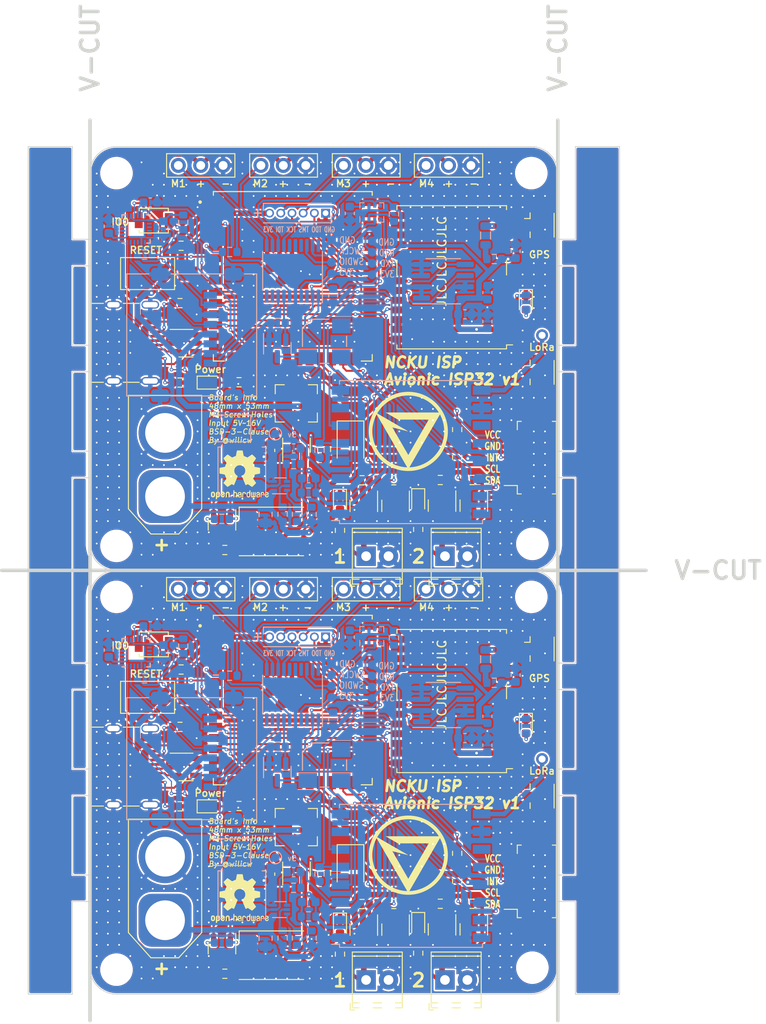
<source format=kicad_pcb>
(kicad_pcb (version 20211014) (generator pcbnew)
  (layers (0 "F.Cu" signal) (31 "B.Cu" signal) (34 "B.Paste" user) (35 "F.Paste" user) (36 "B.SilkS" user "B.Silkscreen") (37 "F.SilkS" user "F.Silkscreen") (38 "B.Mask" user) (39 "F.Mask" user) (44 "Edge.Cuts" user))
  (net 0 "")
  (net 1 "Board_0-+3V3")
  (net 2 "Board_0-+5V")
  (net 3 "Board_0-+BATT")
  (net 4 "Board_0-D+")
  (net 5 "Board_0-D-")
  (net 6 "Board_0-IO0")
  (net 7 "Board_0-Net-(D1-Pad2)")
  (net 8 "Board_0-Net-(J7-Pad1)")
  (net 9 "Board_0-Net-(L1-Pad1)")
  (net 10 "Board_0-RST")
  (net 11 "Board_0-SCL")
  (net 12 "Board_0-SDA")
  (net 13 "Board_1-+3V3")
  (net 14 "Board_1-+5V")
  (net 15 "Board_1-+BATT")
  (net 16 "Board_1-D+")
  (net 17 "Board_1-D-")
  (net 18 "Board_1-IO0")
  (net 19 "Board_1-Net-(D1-Pad2)")
  (net 20 "Board_1-Net-(J7-Pad1)")
  (net 21 "Board_1-Net-(L1-Pad1)")
  (net 22 "Board_1-RST")
  (net 23 "Board_1-SCL")
  (net 24 "Board_1-SDA")
  (net 25 "Board_0-Buzz")
  (net 26 "Board_0-EXT_INT")
  (net 27 "Board_0-FIRE0")
  (net 28 "Board_0-FIRE1")
  (net 29 "Board_0-GND")
  (net 30 "Board_0-IMU_SS")
  (net 31 "Board_0-LORA_SS")
  (net 32 "Board_0-MISO")
  (net 33 "Board_0-MOSI")
  (net 34 "Board_0-Net-(C24-Pad1)")
  (net 35 "Board_0-Net-(D2-Pad2)")
  (net 36 "Board_0-Net-(D3-Pad2)")
  (net 37 "Board_0-Net-(D4-Pad2)")
  (net 38 "Board_0-Net-(D5-Pad2)")
  (net 39 "Board_0-Net-(J10-Pad1)")
  (net 40 "Board_0-Net-(J5-Pad1)")
  (net 41 "Board_0-Net-(J6-Pad1)")
  (net 42 "Board_0-Net-(L2-Pad1)")
  (net 43 "Board_0-Net-(LS1-PadN)")
  (net 44 "Board_0-Net-(Q1-Pad3)")
  (net 45 "Board_0-Net-(Q4-Pad3)")
  (net 46 "Board_0-Net-(R13-Pad1)")
  (net 47 "Board_0-Net-(R14-Pad2)")
  (net 48 "Board_0-SCK")
  (net 49 "Board_0-SERVO0")
  (net 50 "Board_0-SERVO1")
  (net 51 "Board_0-SERVO2")
  (net 52 "Board_0-SERVO3")
  (net 53 "Board_0-TCK")
  (net 54 "Board_0-TDI")
  (net 55 "Board_0-TDO")
  (net 56 "Board_0-TMS")
  (net 57 "Board_0-cc1")
  (net 58 "Board_0-cc2")
  (net 59 "Board_0-unconnected-(D3-Pad1)")
  (net 60 "Board_0-unconnected-(D3-Pad4)")
  (net 61 "Board_0-unconnected-(J3-PadA8)")
  (net 62 "Board_0-unconnected-(J3-PadB8)")
  (net 63 "Board_0-unconnected-(U10-Pad5)")
  (net 64 "Board_0-unconnected-(U11-Pad21)")
  (net 65 "Board_0-unconnected-(U11-Pad7)")
  (net 66 "Board_0-unconnected-(U3-Pad17)")
  (net 67 "Board_0-unconnected-(U3-Pad20)")
  (net 68 "Board_0-unconnected-(U7-Pad1)")
  (net 69 "Board_0-unconnected-(U7-Pad14)")
  (net 70 "Board_0-unconnected-(U7-Pad15)")
  (net 71 "Board_0-unconnected-(U7-Pad16)")
  (net 72 "Board_0-unconnected-(U7-Pad17)")
  (net 73 "Board_0-unconnected-(U7-Pad4)")
  (net 74 "Board_0-unconnected-(U7-Pad5)")
  (net 75 "Board_0-unconnected-(U7-Pad6)")
  (net 76 "Board_0-unconnected-(U7-Pad7)")
  (net 77 "Board_0-unconnected-(U8-Pad7)")
  (net 78 "Board_0-unconnected-(U9-Pad11)")
  (net 79 "Board_0-unconnected-(U9-Pad12)")
  (net 80 "Board_0-unconnected-(U9-Pad15)")
  (net 81 "Board_0-unconnected-(U9-Pad16)")
  (net 82 "Board_0-unconnected-(U9-Pad7)")
  (net 83 "Board_1-Buzz")
  (net 84 "Board_1-EXT_INT")
  (net 85 "Board_1-FIRE0")
  (net 86 "Board_1-FIRE1")
  (net 87 "Board_1-GND")
  (net 88 "Board_1-IMU_SS")
  (net 89 "Board_1-LORA_SS")
  (net 90 "Board_1-MISO")
  (net 91 "Board_1-MOSI")
  (net 92 "Board_1-Net-(C24-Pad1)")
  (net 93 "Board_1-Net-(D2-Pad2)")
  (net 94 "Board_1-Net-(D3-Pad2)")
  (net 95 "Board_1-Net-(D4-Pad2)")
  (net 96 "Board_1-Net-(D5-Pad2)")
  (net 97 "Board_1-Net-(J10-Pad1)")
  (net 98 "Board_1-Net-(J5-Pad1)")
  (net 99 "Board_1-Net-(J6-Pad1)")
  (net 100 "Board_1-Net-(L2-Pad1)")
  (net 101 "Board_1-Net-(LS1-PadN)")
  (net 102 "Board_1-Net-(Q1-Pad3)")
  (net 103 "Board_1-Net-(Q4-Pad3)")
  (net 104 "Board_1-Net-(R13-Pad1)")
  (net 105 "Board_1-Net-(R14-Pad2)")
  (net 106 "Board_1-SCK")
  (net 107 "Board_1-SERVO0")
  (net 108 "Board_1-SERVO1")
  (net 109 "Board_1-SERVO2")
  (net 110 "Board_1-SERVO3")
  (net 111 "Board_1-TCK")
  (net 112 "Board_1-TDI")
  (net 113 "Board_1-TDO")
  (net 114 "Board_1-TMS")
  (net 115 "Board_1-cc1")
  (net 116 "Board_1-cc2")
  (net 117 "Board_1-unconnected-(D3-Pad1)")
  (net 118 "Board_1-unconnected-(D3-Pad4)")
  (net 119 "Board_1-unconnected-(J3-PadA8)")
  (net 120 "Board_1-unconnected-(J3-PadB8)")
  (net 121 "Board_1-unconnected-(U10-Pad5)")
  (net 122 "Board_1-unconnected-(U11-Pad21)")
  (net 123 "Board_1-unconnected-(U11-Pad7)")
  (net 124 "Board_1-unconnected-(U3-Pad17)")
  (net 125 "Board_1-unconnected-(U3-Pad20)")
  (net 126 "Board_1-unconnected-(U7-Pad1)")
  (net 127 "Board_1-unconnected-(U7-Pad14)")
  (net 128 "Board_1-unconnected-(U7-Pad15)")
  (net 129 "Board_1-unconnected-(U7-Pad16)")
  (net 130 "Board_1-unconnected-(U7-Pad17)")
  (net 131 "Board_1-unconnected-(U7-Pad4)")
  (net 132 "Board_1-unconnected-(U7-Pad5)")
  (net 133 "Board_1-unconnected-(U7-Pad6)")
  (net 134 "Board_1-unconnected-(U7-Pad7)")
  (net 135 "Board_1-unconnected-(U8-Pad7)")
  (net 136 "Board_1-unconnected-(U9-Pad11)")
  (net 137 "Board_1-unconnected-(U9-Pad12)")
  (net 138 "Board_1-unconnected-(U9-Pad15)")
  (net 139 "Board_1-unconnected-(U9-Pad16)")
  (net 140 "Board_1-unconnected-(U9-Pad7)")
  (net 141 "Board_0-IMU_INT")
  (net 142 "Board_0-LORA_INT")
  (net 143 "Board_0-LORA_RST")
  (net 144 "Board_0-Net-(C4-Pad1)")
  (net 145 "Board_0-Net-(C4-Pad2)")
  (net 146 "Board_0-Net-(C7-Pad1)")
  (net 147 "Board_0-Net-(R3-Pad2)")
  (net 148 "Board_0-Net-(R8-Pad1)")
  (net 149 "Board_0-Net-(R9-Pad1)")
  (net 150 "Board_0-Net-(U6-Pad5)")
  (net 151 "Board_0-Net-(U6-Pad6)")
  (net 152 "Board_0-RGB")
  (net 153 "Board_0-RX")
  (net 154 "Board_0-RX1")
  (net 155 "Board_0-SD_SS")
  (net 156 "Board_0-SWCLK")
  (net 157 "Board_0-SWDIO")
  (net 158 "Board_0-TX")
  (net 159 "Board_0-TX1")
  (net 160 "Board_0-UD+")
  (net 161 "Board_0-UD-")
  (net 162 "Board_0-unconnected-(J12-Pad1)")
  (net 163 "Board_0-unconnected-(J12-Pad8)")
  (net 164 "Board_0-unconnected-(U3-Pad10)")
  (net 165 "Board_0-unconnected-(U3-Pad15)")
  (net 166 "Board_0-unconnected-(U3-Pad16)")
  (net 167 "Board_0-unconnected-(U3-Pad3)")
  (net 168 "Board_0-unconnected-(U3-Pad9)")
  (net 169 "Board_0-unconnected-(U8-Pad15)")
  (net 170 "Board_0-unconnected-(U8-Pad16)")
  (net 171 "Board_0-unconnected-(U8-Pad18)")
  (net 172 "Board_0-unconnected-(U8-Pad19)")
  (net 173 "Board_0-unconnected-(U8-Pad20)")
  (net 174 "Board_0-unconnected-(U8-Pad21)")
  (net 175 "Board_0-unconnected-(U8-Pad22)")
  (net 176 "Board_0-unconnected-(U8-Pad26)")
  (net 177 "Board_0-unconnected-(U8-Pad39)")
  (net 178 "Board_0-unconnected-(U8-Pad4)")
  (net 179 "Board_1-IMU_INT")
  (net 180 "Board_1-LORA_INT")
  (net 181 "Board_1-LORA_RST")
  (net 182 "Board_1-Net-(C4-Pad1)")
  (net 183 "Board_1-Net-(C4-Pad2)")
  (net 184 "Board_1-Net-(C7-Pad1)")
  (net 185 "Board_1-Net-(R3-Pad2)")
  (net 186 "Board_1-Net-(R8-Pad1)")
  (net 187 "Board_1-Net-(R9-Pad1)")
  (net 188 "Board_1-Net-(U6-Pad5)")
  (net 189 "Board_1-Net-(U6-Pad6)")
  (net 190 "Board_1-RGB")
  (net 191 "Board_1-RX")
  (net 192 "Board_1-RX1")
  (net 193 "Board_1-SD_SS")
  (net 194 "Board_1-SWCLK")
  (net 195 "Board_1-SWDIO")
  (net 196 "Board_1-TX")
  (net 197 "Board_1-TX1")
  (net 198 "Board_1-UD+")
  (net 199 "Board_1-UD-")
  (net 200 "Board_1-unconnected-(J12-Pad1)")
  (net 201 "Board_1-unconnected-(J12-Pad8)")
  (net 202 "Board_1-unconnected-(U3-Pad10)")
  (net 203 "Board_1-unconnected-(U3-Pad15)")
  (net 204 "Board_1-unconnected-(U3-Pad16)")
  (net 205 "Board_1-unconnected-(U3-Pad3)")
  (net 206 "Board_1-unconnected-(U3-Pad9)")
  (net 207 "Board_1-unconnected-(U8-Pad15)")
  (net 208 "Board_1-unconnected-(U8-Pad16)")
  (net 209 "Board_1-unconnected-(U8-Pad18)")
  (net 210 "Board_1-unconnected-(U8-Pad19)")
  (net 211 "Board_1-unconnected-(U8-Pad20)")
  (net 212 "Board_1-unconnected-(U8-Pad21)")
  (net 213 "Board_1-unconnected-(U8-Pad22)")
  (net 214 "Board_1-unconnected-(U8-Pad26)")
  (net 215 "Board_1-unconnected-(U8-Pad39)")
  (net 216 "Board_1-unconnected-(U8-Pad4)")
  (footprint "Symbol:OSHW-Logo2_7.3x6mm_SilkScreen" (layer "F.Cu") (at 95.469991 57.17502)
    (fp_text reference "REF**" hide)
    (fp_text value "OSHW-Logo2_7.3x6mm_SilkScreen" hide)
  )
  (footprint "Resistor_SMD:R_0603_1608Metric" (layer "F.Cu") (at 120.099991 103.20002 -90)
    (fp_text reference "R4" hide)
    (fp_text value "4k7")
  )
  (footprint "Package_TO_SOT_SMD:SOT-23" (layer "F.Cu") (at 93.451291 62.78872 -90)
    (fp_text reference "Q2" hide)
    (fp_text value "BSS138")
  )
  (footprint "Resistor_SMD:R_0603_1608Metric" (layer "F.Cu") (at 93.776291 65.68872 180)
    (fp_text reference "R21" hide)
    (fp_text value "100K")
  )
  (footprint "Package_TO_SOT_SMD:SOT-23" (layer "F.Cu") (at 113.121291 60.69122 -90)
    (fp_text reference "Q4" hide)
    (fp_text value "BSS138")
  )
  (footprint "Resistor_SMD:R_0603_1608Metric" (layer "F.Cu") (at 120.099991 55.20002 -90)
    (fp_text reference "R4" hide)
    (fp_text value "4k7")
  )
  (footprint "Connector_USB:USB_C_Receptacle_Palconn_UTC16-G" (layer "F.Cu") (at 83.394991 90.22502 -90)
    (fp_text reference "J3" hide)
    (fp_text value "USB_C_Receptacle_USB2.0")
  )
  (footprint "Package_TO_SOT_SMD:SOT-23" (layer "F.Cu") (at 118.385291 108.66122 -90)
    (fp_text reference "Q3" hide)
    (fp_text value "IRLML6402")
  )
  (footprint "Capacitor_SMD:C_0805_2012Metric" (layer "F.Cu") (at 105.021291 102.29122 -90)
    (fp_text reference "C6" hide)
    (fp_text value "22u")
  )
  (footprint "Connector_Molex:Molex_PicoBlade_53261-0571_1x05-1MP_P1.25mm_Horizontal" (layer "F.Cu") (at 128.621291 103.22872 90)
    (fp_text reference "J2" hide)
    (fp_text value "Switching")
  )
  (footprint "LED_SMD:LED_0603_1608Metric" (layer "F.Cu") (at 115.685291 108.23622 -90)
    (fp_text reference "D2" hide)
    (fp_text value "F0_LED")
  )
  (footprint "LED_SMD:LED_0603_1608Metric" (layer "F.Cu") (at 92.121291 46.72872)
    (fp_text reference "D5" hide)
    (fp_text value "POWER")
  )
  (footprint "isp_logo:isp_logo" (layer "F.Cu") (at 114.559991 52.25502)
    (fp_text reference "G***" hide)
    (fp_text value "LOGO" hide)
  )
  (footprint "LED_SMD:LED_0603_1608Metric" (layer "F.Cu") (at 127.881291 85.66872 -90)
    (fp_text reference "D1" hide)
    (fp_text value "GPS_LED")
  )
  (footprint "LED_SMD:LED_0603_1608Metric" (layer "F.Cu") (at 106.821291 60.30372 -90)
    (fp_text reference "D4" hide)
    (fp_text value "F1_LED")
  )
  (footprint "Capacitor_Tantalum_SMD:CP_EIA-3528-12_Kemet-T" (layer "F.Cu") (at 108.011291 53.53372 -90)
    (fp_text reference "C10" hide)
    (fp_text value "220u")
  )
  (footprint "Resistor_SMD:R_0603_1608Metric" (layer "F.Cu") (at 109.321291 105.79122)
    (fp_text reference "R24" hide)
    (fp_text value "100K")
  )
  (footprint "Package_TO_SOT_SMD:SOT-23" (layer "F.Cu") (at 121.985291 60.66122 -90)
    (fp_text reference "Q1" hide)
    (fp_text value "BSS138")
  )
  (footprint "Resistor_SMD:R_0603_1608Metric" (layer "F.Cu") (at 109.321291 57.79122)
    (fp_text reference "R24" hide)
    (fp_text value "100K")
  )
  (footprint "Package_TO_SOT_SMD:SOT-23" (layer "F.Cu") (at 113.121291 108.69122 -90)
    (fp_text reference "Q4" hide)
    (fp_text value "BSS138")
  )
  (footprint "Resistor_SMD:R_0603_1608Metric" (layer "F.Cu") (at 120.099991 52.05002 90)
    (fp_text reference "R6" hide)
    (fp_text value "4k7")
  )
  (footprint "MountingHole:MountingHole_3.2mm_M3_ISO7380" (layer "F.Cu") (at 128.621291 65.00002)
    (fp_text reference "H3" hide)
    (fp_text value "MountingHole")
  )
  (footprint "Connector_PinHeader_2.54mm:PinHeader_1x03_P2.54mm_Vertical" (layer "F.Cu") (at 97.862991 22.12872 90)
    (fp_text reference "M2" hide)
    (fp_text value "Motor_Servo")
  )
  (footprint "Resistor_SMD:R_0603_1608Metric" (layer "F.Cu") (at 88.821291 79.22872)
    (fp_text reference "R1" hide)
    (fp_text value "10k")
  )
  (footprint "Resistor_SMD:R_0603_1608Metric" (layer "F.Cu") (at 93.776291 113.68872 180)
    (fp_text reference "R21" hide)
    (fp_text value "100K")
  )
  (footprint "TerminalBlock_Phoenix:TerminalBlock_Phoenix_MPT-0,5-2-2.54_1x02_P2.54mm_Horizontal" (layer "F.Cu") (at 109.781291 114.39122)
    (fp_text reference "J7" hide)
    (fp_text value "F1")
  )
  (footprint "MountingHole:MountingHole_3.2mm_M3_ISO7380" (layer "F.Cu") (at 128.499991 23.00002)
    (fp_text reference "H4" hide)
    (fp_text value "MountingHole")
  )
  (footprint "Capacitor_SMD:C_0805_2012Metric" (layer "F.Cu") (at 105.021291 54.29122 -90)
    (fp_text reference "C6" hide)
    (fp_text value "22u")
  )
  (footprint "MountingHole:MountingHole_3.2mm_M3_ISO7380" (layer "F.Cu") (at 128.499991 71.00002)
    (fp_text reference "H4" hide)
    (fp_text value "MountingHole")
  )
  (footprint "Package_TO_SOT_SMD:SOT-23-6" (layer "F.Cu") (at 89.369991 90.26502)
    (fp_text reference "U2" hide)
    (fp_text value "USBLC6-2SC6")
  )
  (footprint "Connector_Coaxial:U.FL_Hirose_U.FL-R-SMT-1_Vertical" (layer "F.Cu") (at 129.246291 76.90372)
    (fp_text reference "J5" hide)
    (fp_text value "GPS_ANT")
  )
  (footprint "RF_GPS:ublox_NEO" (layer "F.Cu") (at 119.481291 82.79872 180)
    (fp_text reference "U7" hide)
    (fp_text value "NEO-XM")
  )
  (footprint "Connector_PinHeader_2.00mm:PinHeader_1x01_P2.00mm_Vertical" (layer "F.Cu") (at 129.721291 41.36872)
    (fp_text reference "J9" hide)
    (fp_text value "ANT")
  )
  (footprint "MountingHole:MountingHole_3.2mm_M3_ISO7380" (layer "F.Cu") (at 81.499991 65.22502)
    (fp_text reference "H2" hide)
    (fp_text value "MountingHole")
  )
  (footprint "Resistor_SMD:R_0603_1608Metric" (layer "F.Cu") (at 118.185291 105.76122)
    (fp_text reference "R20" hide)
    (fp_text value "100K")
  )
  (footprint "Button_Switch_SMD:SW_SPST_B3U-1000P" (layer "F.Cu") (at 85.721291 28.37872)
    (fp_text reference "SW2" hide)
    (fp_text value "IO0")
  )
  (footprint "LED_SMD:LED_0603_1608Metric" (layer "F.Cu") (at 127.881291 37.66872 -90)
    (fp_text reference "D1" hide)
    (fp_text value "GPS_LED")
  )
  (footprint "Connector_USB:USB_C_Receptacle_Palconn_UTC16-G" (layer "F.Cu") (at 83.394991 42.22502 -90)
    (fp_text reference "J3" hide)
    (fp_text value "USB_C_Receptacle_USB2.0")
  )
  (footprint "LED_SMD:LED_WS2812_PLCC6_5.0x5.0mm_P1.6mm" (layer "F.Cu") (at 99.051291 63.58872)
    (fp_text reference "D3" hide)
    (fp_text value "WS2812")
  )
  (footprint "Capacitor_SMD:C_0603_1608Metric" (layer "F.Cu") (at 98.921291 54.41122 90)
    (fp_text reference "C1" hide)
    (fp_text value "22u")
  )
  (footprint "Button_Switch_SMD:SW_SPST_FSMSM" (layer "F.Cu") (at 85.021291 34.37872)
    (fp_text reference "SW1" hide)
    (fp_text value "RST")
  )
  (footprint "Symbol:OSHW-Logo2_7.3x6mm_SilkScreen" (layer "F.Cu") (at 95.469991 105.17502)
    (fp_text reference "REF**" hide)
    (fp_text value "OSHW-Logo2_7.3x6mm_SilkScreen" hide)
  )
  (footprint "Connector_PinHeader_2.54mm:PinHeader_1x03_P2.54mm_Vertical" (layer "F.Cu") (at 107.221291 22.12872 90)
    (fp_text reference "M3" hide)
    (fp_text value "Motor_Servo")
  )
  (footprint "Connector_AMASS:AMASS_XT60-M_1x02_P7.20mm_Vertical" (layer "F.Cu") (at 86.999991 59.62872 90)
    (fp_text reference "J1" hide)
    (fp_text value "BAT1")
  )
  (footprint "Connector_PinHeader_2.54mm:PinHeader_1x03_P2.54mm_Vertical" (layer "F.Cu") (at 116.579591 22.12872 90)
    (fp_text reference "M4" hide)
    (fp_text value "Motor_Servo")
  )
  (footprint "MountingHole:MountingHole_3.2mm_M3_ISO7380" (layer "F.Cu") (at 81.499991 71.00002)
    (fp_text reference "H1" hide)
    (fp_text value "MountingHole")
  )
  (footprint "Resistor_SMD:R_0603_1608Metric" (layer "F.Cu") (at 88.821291 31.22872)
    (fp_text reference "R1" hide)
    (fp_text value "10k")
  )
  (footprint "Inductor_SMD:L_Bourns-SRN4018" (layer "F.Cu") (at 101.871291 49.08122)
    (fp_text reference "L1" hide)
    (fp_text value "1u")
  )
  (footprint "ESP32-S3-WROOM-1U:XCVR_ESP32-S3-WROOM-1U" (layer "F.Cu") (at 101.473791 34.68872)
    (fp_text reference "U8" hide)
    (fp_text value "ESP32-S3-WROOM-1U")
  )
  (footprint "Connector_Coaxial:U.FL_Hirose_U.FL-R-SMT-1_Vertical" (layer "F.Cu") (at 129.246291 45.56872)
    (fp_text reference "J10" hide)
    (fp_text value "LoRa_ANT")
  )
  (footprint "Connector_AMASS:AMASS_XT60-M_1x02_P7.20mm_Vertical" (layer "F.Cu") (at 86.999991 107.62872 90)
    (fp_text reference "J1" hide)
    (fp_text value "BAT1")
  )
  (footprint "Resistor_SMD:R_0603_1608Metric" (layer "F.Cu") (at 115.685291 111.36122 -90)
    (fp_text reference "R22" hide)
    (fp_text value "10k")
  )
  (footprint "Resistor_SMD:R_0603_1608Metric" (layer "F.Cu") (at 118.185291 57.76122)
    (fp_text reference "R20" hide)
    (fp_text value "100K")
  )
  (footprint "Resistor_SMD:R_0603_1608Metric" (layer "F.Cu") (at 106.821291 63.46622 -90)
    (fp_text reference "R25" hide)
    (fp_text value "10k")
  )
  (footprint "Resistor_SMD:R_0603_1608Metric" (layer "F.Cu") (at 112.921291 57.79122 180)
    (fp_text reference "R23" hide)
    (fp_text value "100K")
  )
  (footprint "Package_TO_SOT_SMD:SOT-23" (layer "F.Cu") (at 121.985291 108.66122 -90)
    (fp_text reference "Q1" hide)
    (fp_text value "BSS138")
  )
  (footprint "Resistor_SMD:R_0603_1608Metric" (layer "F.Cu") (at 95.383991 94.68872 180)
    (fp_text reference "R18" hide)
    (fp_text value "1k")
  )
  (footprint "ESP32-S3-WROOM-1U:XCVR_ESP32-S3-WROOM-1U" (layer "F.Cu") (at 101.473791 82.68872)
    (fp_text reference "U8" hide)
    (fp_text value "ESP32-S3-WROOM-1U")
  )
  (footprint "Capacitor_SMD:C_0603_1608Metric" (layer "F.Cu") (at 98.921291 102.41122 90)
    (fp_text reference "C1" hide)
    (fp_text value "22u")
  )
  (footprint "Resistor_SMD:R_0603_1608Metric" (layer "F.Cu") (at 95.383991 46.68872 180)
    (fp_text reference "R18" hide)
    (fp_text value "1k")
  )
  (footprint "Resistor_SMD:R_0603_1608Metric" (layer "F.Cu") (at 120.099991 100.05002 90)
    (fp_text reference "R6" hide)
    (fp_text value "4k7")
  )
  (footprint "LED_SMD:LED_0603_1608Metric" (layer "F.Cu") (at 106.821291 108.30372 -90)
    (fp_text reference "D4" hide)
    (fp_text value "F1_LED")
  )
  (footprint "LED_SMD:LED_0603_1608Metric" (layer "F.Cu") (at 115.685291 60.23622 -90)
    (fp_text reference "D2" hide)
    (fp_text value "F0_LED")
  )
  (footprint "Resistor_SMD:R_0603_1608Metric" (layer "F.Cu") (at 88.694991 46.72502)
    (fp_text reference "R7" hide)
    (fp_text value "5k1")
  )
  (footprint "Resistor_SMD:R_0603_1608Metric" (layer "F.Cu") (at 121.785291 105.76122 180)
    (fp_text reference "R16" hide)
    (fp_text value "100K")
  )
  (footprint "Connector_Coaxial:U.FL_Hirose_U.FL-R-SMT-1_Vertical" (layer "F.Cu") (at 129.246291 28.90372)
    (fp_text reference "J5" hide)
    (fp_text value "GPS_ANT")
  )
  (footprint "Connector_PinHeader_2.54mm:PinHeader_1x03_P2.54mm_Vertical" (layer "F.Cu") (at 88.504591 22.12872 90)
    (fp_text reference "M1" hide)
    (fp_text value "Motor_Servo")
  )
  (footprint "Inductor_SMD:L_Bourns-SRN4018" (layer "F.Cu") (at 101.871291 97.08122)
    (fp_text reference "L1" hide)
    (fp_text value "1u")
  )
  (footprint "TerminalBlock_Phoenix:TerminalBlock_Phoenix_MPT-0,5-2-2.54_1x02_P2.54mm_Horizontal" (layer "F.Cu") (at 118.717291 66.39122)
    (fp_text reference "J6" hide)
    (fp_text value "F0")
  )
  (footprint "Resistor_SMD:R_0603_1608Metric" (layer "F.Cu") (at 115.685291 63.36122 -90)
    (fp_text reference "R22" hide)
    (fp_text value "10k")
  )
  (footprint "MountingHole:MountingHole_3.2mm_M3_ISO7380" (layer "F.Cu") (at 128.621291 113.00002)
    (fp_text reference "H3" hide)
    (fp_text value "MountingHole")
  )
  (footprint "MountingHole:MountingHole_3.2mm_M3_ISO7380" (layer "F.Cu") (at 81.499991 23.00002)
    (fp_text reference "H1" hide)
    (fp_text value "MountingHole")
  )
  (footprint "Resistor_SMD:R_0603_1608Metric" (layer "F.Cu") (at 88.694991 85.72502)
    (fp_text reference "R5" hide)
    (fp_text value "5k1")
  )
  (footprint "TerminalBlock_Phoenix:TerminalBlock_Phoenix_MPT-0,5-2-2.54_1x02_P2.54mm_Horizontal" (layer "F.Cu") (at 118.717291 114.39122)
    (fp_text reference "J6" hide)
    (fp_text value "F0")
  )
  (footprint "Package_TO_SOT_SMD:SOT-23" (layer "F.Cu") (at 109.521291 108.69122 -90)
    (fp_text reference "Q5" hide)
    (fp_text value "IRLML6402")
  )
  (footprint "Package_TO_SOT_SMD:SOT-23-5" (layer "F.Cu") (at 101.891291 101.83122 90)
    (fp_text reference "U1" hide)
    (fp_text value "SC189ZSKTRT")
  )
  (footprint "Button_Switch_SMD:SW_SPST_FSMSM" (layer "F.Cu") (at 85.021291 82.37872)
    (fp_text reference "SW1" hide)
    (fp_text value "RST")
  )
  (footprint "Package_TO_SOT_SMD:SOT-23-6" (layer "F.Cu") (at 89.369991 42.26502)
    (fp_text reference "U2" hide)
    (fp_text value "USBLC6-2SC6")
  )
  (footprint "Connector_PinHeader_2.54mm:PinHeader_1x03_P2.54mm_Vertical" (layer "F.Cu") (at 116.579591 70.12872 90)
    (fp_text reference "M4" hide)
    (fp_text value "Motor_Servo")
  )
  (footprint "Connector_PinHeader_2.54mm:PinHeader_1x03_P2.54mm_Vertical" (layer "F.Cu") (at 88.504591 70.12872 90)
    (fp_text reference "M1" hide)
    (fp_text value "Motor_Servo")
  )
  (footprint "Package_TO_SOT_SMD:SOT-23" (layer "F.Cu") (at 93.451291 110.78872 -90)
    (fp_text reference "Q2" hide)
    (fp_text value "BSS138")
  )
  (footprint "Connector_Molex:Molex_PicoBlade_53261-0571_1x05-1MP_P1.25mm_Horizontal" (layer "F.Cu") (at 128.621291 55.22872 90)
    (fp_text reference "J2" hide)
    (fp_text value "Switching")
  )
  (footprint "RF_GPS:ublox_NEO" (layer "F.Cu") (at 119.481291 34.79872 180)
    (fp_text reference "U7" hide)
    (fp_text value "NEO-XM")
  )
  (footprint "Connector_PinHeader_2.54mm:PinHeader_1x03_P2.54mm_Vertical" (layer "F.Cu") (at 97.862991 70.12872 90)
    (fp_text reference "M2" hide)
    (fp_text value "Motor_Servo")
  )
  (footprint "Resistor_SMD:R_0603_1608Metric" (layer "F.Cu") (at 88.694991 37.72502)
    (fp_text reference "R5" hide)
    (fp_text value "5k1")
  )
  (footprint "Capacitor_Tantalum_SMD:CP_EIA-3528-12_Kemet-T" (layer "F.Cu") (at 108.011291 101.53372 -90)
    (fp_text reference "C10" hide)
    (fp_text value "220u")
  )
  (footprint "Package_TO_SOT_SMD:SOT-23-5" (layer "F.Cu") (at 101.891291 53.83122 90)
    (fp_text reference "U1" hide)
    (fp_text value "SC189ZSKTRT")
  )
  (footprint "Connector_Coaxial:U.FL_Hirose_U.FL-R-SMT-1_Vertical" (layer "F.Cu") (at 129.246291 93.56872)
    (fp_text reference "J10" hide)
    (fp_text value "LoRa_ANT")
  )
  (footprint "TerminalBlock_Phoenix:TerminalBlock_Phoenix_MPT-0,5-2-2.54_1x02_P2.54mm_Horizontal" (layer "F.Cu") (at 109.781291 66.39122)
    (fp_text reference "J7" hide)
    (fp_text value "F1")
  )
  (footprint "Connector_PinHeader_2.54mm:PinHeader_1x03_P2.54mm_Vertical" (layer "F.Cu") (at 107.221291 70.12872 90)
    (fp_text reference "M3" hide)
    (fp_text value "Motor_Servo")
  )
  (footprint "isp_logo:isp_logo" (layer "F.Cu") (at 114.559991 100.25502)
    (fp_text reference "G***" hide)
    (fp_text value "LOGO" hide)
  )
  (footprint "Resistor_SMD:R_0603_1608Metric" (layer "F.Cu") (at 88.694991 94.72502)
    (fp_text reference "R7" hide)
    (fp_text value "5k1")
  )
  (footprint "Package_TO_SOT_SMD:SOT-23" (layer "F.Cu") (at 109.521291 60.69122 -90)
    (fp_text reference "Q5" hide)
    (fp_text value "IRLML6402")
  )
  (footprint "Resistor_SMD:R_0603_1608Metric" (layer "F.Cu") (at 106.821291 111.46622 -90)
    (fp_text reference "R25" hide)
    (fp_text value "10k")
  )
  (footprint "LED_SMD:LED_0603_1608Metric" (layer "F.Cu") (at 92.121291 94.72872)
    (fp_text reference "D5" hide)
    (fp_text value "POWER")
  )
  (footprint "Package_TO_SOT_SMD:SOT-23" (layer "F.Cu") (at 118.385291 60.66122 -90)
    (fp_text reference "Q3" hide)
    (fp_text value "IRLML6402")
  )
  (footprint "Connector_PinHeader_2.00mm:PinHeader_1x01_P2.00mm_Vertical" (layer "F.Cu") (at 129.721291 89.36872)
    (fp_text reference "J9" hide)
    (fp_text value "ANT")
  )
  (footprint "MountingHole:MountingHole_3.2mm_M3_ISO7380" (layer "F.Cu") (at 81.499991 113.22502)
    (fp_text reference "H2" hide)
    (fp_text value "MountingHole")
  )
  (footprint "Resistor_SMD:R_0603_1608Metric" (layer "F.Cu") (at 112.921291 105.79122 180)
    (fp_text reference "R23" hide)
    (fp_text value "100K")
  )
  (footprint "LED_SMD:LED_WS2812_PLCC6_5.0x5.0mm_P1.6mm" (layer "F.Cu") (at 99.051291 111.58872)
    (fp_text reference "D3" hide)
    (fp_text value "WS2812")
  )
  (footprint "Button_Switch_SMD:SW_SPST_B3U-1000P" (layer "F.Cu") (at 85.721291 76.37872)
    (fp_text reference "SW2" hide)
    (fp_text value "IO0")
  )
  (footprint "Resistor_SMD:R_0603_1608Metric" (layer "F.Cu") (at 121.785291 57.76122 180)
    (fp_text reference "R16" hide)
    (fp_text value "100K")
  )
  (footprint "TestPoint:TestPoint_Pad_D1.0mm" (layer "B.Cu") (at 110.451291 34.49872 90)
    (fp_text reference "TP6" hide)
    (fp_text value "3V3")
  )
  (footprint "Package_LGA:Bosch_LGA-8_2x2.5mm_P0.65mm_ClockwisePinNumbering" (layer "B.Cu") (at 110.431291 75.45872)
    (fp_text reference "U10" hide)
    (fp_text value "BMP280")
  )
  (footprint "Buzzer:XDCR_KSSG33J12-3" (layer "B.Cu") (at 105.071291 42.04872 90)
    (fp_text reference "LS1" hide)
    (fp_text value "5020")
  )
  (footprint "Resistor_SMD:R_0603_1608Metric" (layer "B.Cu") (at 101.561291 103.95372)
    (fp_text reference "R8" hide)
    (fp_text value "10")
  )
  (footprint "Resistor_SMD:R_0603_1608Metric" (layer "B.Cu") (at 89.059991 76.56502 -90)
    (fp_text reference "R2" hide)
    (fp_text value "10k")
  )
  (footprint "RF_Module:HOPERF_RFM9XW_SMD" (layer "B.Cu") (at 114.871291 102.59872)
    (fp_text reference "U9" hide)
    (fp_text value "RFM98W-315S2")
  )
  (footprint "Resistor_SMD:R_0603_1608Metric" (layer "B.Cu") (at 124.296291 32.72872 180)
    (fp_text reference "R12" hide)
    (fp_text value "22")
  )
  (footprint "Capacitor_SMD:C_0603_1608Metric" (layer "B.Cu") (at 106.051291 84.88872 -90)
    (fp_text reference "C3" hide)
    (fp_text value "100n")
  )
  (footprint "Package_SO:TSSOP-20_4.4x6.5mm_P0.65mm" (layer "B.Cu") (at 101.446291 34.06872 90)
    (fp_text reference "U3" hide)
    (fp_text value "STM32G030F6")
  )
  (footprint "Capacitor_SMD:C_0603_1608Metric" (layer "B.Cu") (at 126.721291 31.85372 90)
    (fp_text reference "C14" hide)
    (fp_text value "1u")
  )
  (footprint "Resistor_SMD:R_0603_1608Metric" (layer "B.Cu") (at 94.321291 31.92872 180)
    (fp_text reference "R30" hide)
    (fp_text value "10k")
  )
  (footprint "Resistor_SMD:R_0603_1608Metric" (layer "B.Cu") (at 93.434991 110.16502 180)
    (fp_text reference "R19" hide)
    (fp_text value "100K")
  )
  (footprint "TestPoint:TestPoint_Pad_D1.0mm" (layer "B.Cu") (at 110.451291 79.94872 90)
    (fp_text reference "TP8" hide)
    (fp_text value "SWCLK")
  )
  (footprint "RF_Module:HOPERF_RFM9XW_SMD" (layer "B.Cu") (at 114.871291 54.59872)
    (fp_text reference "U9" hide)
    (fp_text value "RFM98W-315S2")
  )
  (footprint "Capacitor_SMD:C_0603_1608Metric" (layer "B.Cu") (at 107.931291 75.56372 -90)
    (fp_text reference "C16" hide)
    (fp_text value "100n")
  )
  (footprint "Capacitor_SMD:C_0603_1608Metric" (layer "B.Cu") (at 123.521291 36.52872 90)
    (fp_text reference "C13" hide)
    (fp_text value "100n")
  )
  (footprint "TestPoint:TestPoint_Pad_D1.0mm" (layer "B.Cu") (at 105.861291 78.55872 90)
    (fp_text reference "TP5" hide)
    (fp_text value "GND")
  )
  (footprint "TestPoint:TestPoint_Pad_D1.0mm" (layer "B.Cu") (at 110.451291 31.94872 90)
    (fp_text reference "TP8" hide)
    (fp_text value "SWCLK")
  )
  (footprint "TestPoint:TestPoint_Pad_D1.0mm" (layer "B.Cu") (at 105.861291 31.82872 90)
    (fp_text reference "TP4" hide)
    (fp_text value "SWCLK")
  )
  (footprint "TestPoint:TestPoint_Pad_D1.0mm" (layer "B.Cu") (at 110.451291 30.68872 90)
    (fp_text reference "TP9" hide)
    (fp_text value "GND")
  )
  (footprint "Package_SO:SOIC-8_3.9x4.9mm_P1.27mm" (layer "B.Cu") (at 118.526291 35.24872)
    (fp_text reference "U6" hide)
    (fp_text value "24LC32")
  )
  (footprint "Capacitor_SMD:C_0603_1608Metric" (layer "B.Cu") (at 106.051291 36.88872 -90)
    (fp_text reference "C3" hide)
    (fp_text value "100n")
  )
  (footprint "Resistor_SMD:R_0603_1608Metric" (layer "B.Cu") (at 124.296291 80.72872 180)
    (fp_text reference "R12" hide)
    (fp_text value "22")
  )
  (footprint "Resistor_SMD:R_0603_1608Metric" (layer "B.Cu") (at 103.601291 61.65872 -90)
    (fp_text reference "R10" hide)
    (fp_text value "5.49k")
  )
  (footprint "Resistor_SMD:R_0603_1608Metric" (layer "B.Cu") (at 112.931291 75.63872 -90)
    (fp_text reference "R14" hide)
    (fp_text value "10k")
  )
  (footprint "Resistor_SMD:R_0603_1608Metric" (layer "B.Cu") (at 101.951291 109.64372 -90)
    (fp_text reference "R9" hide)
    (fp_text value "18k")
  )
  (footprint "TestPoint:TestPoint_Pad_D1.0mm" (layer "B.Cu") (at 105.861291 34.36872)
    (fp_text reference "TP1" hide)
    (fp_text value "3V3")
  )
  (footprint "Package_TO_SOT_SMD:SOT-23" (layer "B.Cu") (at 99.721291 42.83872 -90)
    (fp_text reference "Q6" hide)
    (fp_text value "S8050")
  )
  (footprint "Capacitor_SMD:C_0603_1608Metric" (layer "B.Cu") (at 123.521291 84.52872 90)
    (fp_text reference "C13" hide)
    (fp_text value "100n")
  )
  (footprint "TestPoint:TestPoint_Pad_D1.0mm" (layer "B.Cu") (at 99.499991 100.52502 180)
    (fp_text reference "TP2" hide)
    (fp_text value "TP5v")
  )
  (footprint "Resistor_SMD:R_0603_1608Metric" (layer "B.Cu") (at 100.321291 61.63372 90)
    (fp_text reference "R3" hide)
    (fp_text value "100k")
  )
  (footprint "Package_LGA:Bosch_LGA-8_2x2.5mm_P0.65mm_ClockwisePinNumbering" (layer "B.Cu") (at 110.431291 27.45872)
    (fp_text reference "U10" hide)
    (fp_text value "BMP280")
  )
  (footprint "Resistor_SMD:R_0603_1608Metric" (layer "B.Cu") (at 89.059991 28.56502 -90)
    (fp_text reference "R2" hide)
    (fp_text value "10k")
  )
  (footprint "Sensor_Motion:InvenSense_QFN-24_3x3mm_P0.4mm" (layer "B.Cu") (at 83.721291 77.32872)
    (fp_text reference "U11" hide)
    (fp_text value "MPU-9250")
  )
  (footprint "Capacitor_SMD:C_0603_1608Metric" (layer "B.Cu") (at 107.931291 27.56372 -90)
    (fp_text reference "C16" hide)
    (fp_text value "100n")
  )
  (footprint "TestPoint:TestPoint_Pad_D1.0mm" (layer "B.Cu") (at 105.861291 33.09872 90)
    (fp_text reference "TP3" hide)
    (fp_text value "SWDIO")
  )
  (footprint "Capacitor_SMD:C_0603_1608Metric" (layer "B.Cu") (at 97.691291 51.99372 90)
    (fp_text reference "C8" hide)
    (fp_text value "22u")
  )
  (footprint "TestPoint:TestPoint_Pad_D1.0mm" (layer "B.Cu") (at 105.861291 79.82872 90)
    (fp_text reference "TP4" hide)
    (fp_text value "SWCLK")
  )
  (footprint "Capacitor_SMD:C_0603_1608Metric" (layer "B.Cu") (at 120.981291 86.99372)
    (fp_text reference "C11" hide)
    (fp_text value "100n")
  )
  (footprint "Resistor_SMD:R_0603_1608Metric" (layer "B.Cu") (at 99.796291 39.96872 180)
    (fp_text reference "R33" hide)
    (fp_text value "10k")
  )
  (footprint "Capacitor_SMD:C_0603_1608Metric" (layer "B.Cu") (at 85.321291 26.32872)
    (fp_text reference "C24" hide)
    (fp_text value "100n")
  )
  (footprint "Resistor_SMD:R_0603_1608Metric" (layer "B.Cu") (at 100.321291 109.63372 90)
    (fp_text reference "R3" hide)
    (fp_text value "100k")
  )
  (footprint "Inductor_SMD:L_0805_2012Metric" (layer "B.Cu") (at 123.321291 78.06622 90)
    (fp_text reference "L2" hide)
    (fp_text value "22u")
  )
  (footprint "Connector_PinHeader_1.27mm:PinHeader_1x06_P1.27mm_Vertical" (layer "B.Cu") (at 105.191291 75.52872 90)
    (fp_text reference "J4" hide)
    (fp_text value "ESP_JTAG")
  )
  (footprint "Capacitor_SMD:C_0603_1608Metric" (layer "B.Cu") (at 86.821291 77.22872 -90)
    (fp_text reference "C22" hide)
    (fp_text value "10n")
  )
  (footprint "Capacitor_SMD:C_0603_1608Metric" (layer "B.Cu") (at 85.321291 74.32872)
    (fp_text reference "C24" hide)
    (fp_text value "100n")
  )
  (footprint "Resistor_SMD:R_0603_1608Metric" (layer "B.Cu") (at 99.796291 87.96872 180)
    (fp_text reference "R33" hide)
    (fp_text value "10k")
  )
  (footprint "Resistor_SMD:R_0603_1608Metric" (layer "B.Cu") (at 127.931291 85.61872 -90)
    (fp_text reference "R13" hide)
    (fp_text value "330")
  )
  (footprint "TestPoint:TestPoint_Pad_D1.0mm" (layer "B.Cu") (at 110.451291 78.68872 90)
    (fp_text reference "TP9" hide)
    (fp_text value "GND")
  )
  (footprint "Capacitor_SMD:C_0805_2012Metric" (layer "B.Cu") (at 98.391291 61.66372 -90)
    (fp_text reference "C5" hide)
    (fp_text value "10u")
  )
  (footprint "Capacitor_SMD:C_0603_1608Metric" (layer "B.Cu") (at 101.576291 54.18372 180)
    (fp_text reference "C4" hide)
    (fp_text value "1u")
  )
  (footprint "Capacitor_SMD:C_0603_1608Metric" (layer "B.Cu") (at 103.276291 57.56372)
    (fp_text reference "C7" hide)
    (fp_text value "10p")
  )
  (footprint "TestPoint:TestPoint_Pad_D1.0mm" (layer "B.Cu") (at 105.861291 30.55872 90)
    (fp_text reference "TP5" hide)
    (fp_text value "GND")
  )
  (footprint "Capacitor_SMD:C_0603_1608Metric" (layer "B.Cu") (at 97.691291 99.99372 90)
    (fp_text reference "C8" hide)
    (fp_text value "22u")
  )
  (footprint "Capacitor_SMD:C_0603_1608Metric" (layer "B.Cu") (at 101.576291 102.18372 180)
    (fp_text reference "C4" hide)
    (fp_text value "1u")
  )
  (footprint "Resistor_SMD:R_0603_1608Metric" (layer "B.Cu") (at 101.561291 55.95372)
    (fp_text reference "R8" hide)
    (fp_text value "10")
  )
  (footprint "Capacitor_Tantalum_SMD:CP_EIA-3528-12_Kemet-T" (layer "B.Cu") (at 94.248791 51.92372 180)
    (fp_text reference "C2" hide)
    (fp_text value "220u")
  )
  (footprint "Resistor_SMD:R_0603_1608Metric" (layer "B.Cu") (at 93.434991 62.16502 180)
    (fp_text reference "R19" hide)
    (fp_text value "100K")
  )
  (footprint "Capacitor_SMD:C_0603_1608Metric" (layer "B.Cu") (at 80.621291 77.02872 90)
    (fp_text reference "C23" hide)
    (fp_text value "100n")
  )
  (footprint "Capacitor_SMD:C_0603_1608Metric" (layer "B.Cu") (at 80.621291 29.02872 90)
    (fp_text reference "C23" hide)
    (fp_text value "100n")
  )
  (footprint "Resistor_SMD:R_0603_1608Metric" (layer "B.Cu") (at 103.601291 109.65872 -90)
    (fp_text reference "R10" hide)
    (fp_text value "5.49k")
  )
  (footprint "Connector_Card:microSD_HC_Molex_47219-2001" (layer "B.Cu") (at 90.021291 41.32872 90)
    (fp_text reference "J12" hide)
    (fp_text value "Micro_SD_Card")
  )
  (footprint "Inductor_SMD:L_0805_2012Metric" (layer "B.Cu") (at 123.321291 30.06622 90)
    (fp_text reference "L2" hide)
    (fp_text value "22u")
  )
  (footprint "Capacitor_SMD:C_0603_1608Metric" (layer "B.Cu") (at 123.521291 87.80372 90)
    (fp_text reference "C9" hide)
    (fp_text value "100n")
  )
  (footprint "Package_TO_SOT_SMD:SOT-563" (layer "B.Cu") (at 100.071291 106.42372)
    (fp_text reference "U4" hide)
    (fp_text value "MP1660GTF-Z")
  )
  (footprint "Capacitor_SMD:C_0805_2012Metric" (layer "B.Cu") (at 98.391291 109.66372 -90)
    (fp_text reference "C5" hide)
    (fp_text value "10u")
  )
  (footprint "Inductor_SMD:L_Sunlord_SWPA5020S" (layer "B.Cu") (at 95.701291 56.73372 90)
    (fp_text reference "L3" hide)
    (fp_text value "4.7u")
  )
  (footprint "Connector_PinHeader_1.27mm:PinHeader_1x06_P1.27mm_Vertical" (layer "B.Cu") (at 105.191291 27.52872 90)
    (fp_text reference "J4" hide)
    (fp_text value "ESP_JTAG")
  )
  (footprint "TestPoint:TestPoint_Pad_D1.0mm" (layer "B.Cu") (at 105.861291 82.36872)
    (fp_text reference "TP1" hide)
    (fp_text value "3V3")
  )
  (footprint "TestPoint:TestPoint_Pad_D1.0mm" (layer "B.Cu") (at 105.861291 81.09872 90)
    (fp_text reference "TP3" hide)
    (fp_text value "SWDIO")
  )
  (footprint "Resistor_SMD:R_0603_1608Metric" (layer "B.Cu") (at 103.261291 59.19372)
    (fp_text reference "R11" hide)
    (fp_text value "40.2k")
  )
  (footprint "Connector_Card:microSD_HC_Molex_47219-2001" (layer "B.Cu") (at 90.021291 89.32872 90)
    (fp_text reference "J12" hide)
    (fp_text value "Micro_SD_Card")
  )
  (footprint "Capacitor_SMD:C_0603_1608Metric" (layer "B.Cu") (at 126.721291 79.85372 90)
    (fp_text reference "C14" hide)
    (fp_text value "1u")
  )
  (footprint "Capacitor_SMD:C_0603_1608Metric" (layer "B.Cu") (at 103.276291 105.56372)
    (fp_text reference "C7" hide)
    (fp_text value "10p")
  )
  (footprint "TestPoint:TestPoint_Pad_D1.0mm" (layer "B.Cu") (at 110.451291 82.49872 90)
    (fp_text reference "TP6" hide)
    (fp_text value "3V3")
  )
  (footprint "Resistor_SMD:R_0603_1608Metric" (layer "B.Cu") (at 127.931291 37.61872 -90)
    (fp_text reference "R13" hide)
    (fp_text value "330")
  )
  (footprint "Capacitor_SMD:C_0603_1608Metric" (layer "B.Cu") (at 120.981291 38.99372)
    (fp_text reference "C11" hide)
    (fp_text value "100n")
  )
  (footprint "Package_TO_SOT_SMD:SOT-563" (layer "B.Cu") (at 100.071291 58.42372)
    (fp_text reference "U4" hide)
    (fp_text value "MP1660GTF-Z")
  )
  (footprint "Capacitor_SMD:C_0603_1608Metric" (layer "B.Cu") (at 86.821291 29.22872 -90)
    (fp_text reference "C22" hide)
    (fp_text value "10n")
  )
  (footprint "Package_TO_SOT_SMD:SOT-23" (layer "B.Cu") (at 99.721291 90.83872 -90)
    (fp_text reference "Q6" hide)
    (fp_text value "S8050")
  )
  (footprint "Resistor_SMD:R_0603_1608Metric" (layer "B.Cu") (at 84.696291 80.22872 180)
    (fp_text reference "R17" hide)
    (fp_text value "10k")
  )
  (footprint "TestPoint:TestPoint_Pad_D1.0mm" (layer "B.Cu") (at 110.451291 33.20872 90)
    (fp_text reference "TP7" hide)
    (fp_text value "SWDIO")
  )
  (footprint "TestPoint:TestPoint_Pad_D1.0mm" (layer "B.Cu") (at 99.499991 52.52502 180)
    (fp_text reference "TP2" hide)
    (fp_text value "TP5v")
  )
  (footprint "Inductor_SMD:L_Sunlord_SWPA5020S" (layer "B.Cu") (at 95.701291 104.73372 90)
    (fp_text reference "L3" hide)
    (fp_text value "4.7u")
  )
  (footprint "Sensor_Motion:InvenSense_QFN-24_3x3mm_P0.4mm" (layer "B.Cu") (at 83.721291 29.32872)
    (fp_text reference "U11" hide)
    (fp_text value "MPU-9250")
  )
  (footprint "Resistor_SMD:R_0603_1608Metric" (layer "B.Cu") (at 104.499991 102.40002 90)
    (fp_text reference "R15" hide)
    (fp_text value "10k")
  )
  (footprint "Resistor_SMD:R_0603_1608Metric" (layer "B.Cu") (at 112.931291 27.63872 -90)
    (fp_text reference "R14" hide)
    (fp_text value "10k")
  )
  (footprint "TestPoint:TestPoint_Pad_D1.0mm" (layer "B.Cu") (at 110.451291 81.20872 90)
    (fp_text reference "TP7" hide)
    (fp_text value "SWDIO")
  )
  (footprint "Capacitor_SMD:C_0603_1608Metric" (layer "B.Cu") (at 123.521291 39.80372 90)
    (fp_text reference "C9" hide)
    (fp_text value "100n")
  )
  (footprint "Buzzer:XDCR_KSSG33J12-3" (layer "B.Cu") (at 105.071291 90.04872 90)
    (fp_text reference "LS1" hide)
    (fp_text value "5020")
  )
  (footprint "Resistor_SMD:R_0603_1608Metric" (layer "B.Cu") (at 94.321291 79.92872 180)
    (fp_text reference "R30" hide)
    (fp_text value "10k")
  )
  (footprint "Capacitor_Tantalum_SMD:CP_EIA-3528-12_Kemet-T" (layer "B.Cu") (at 94.248791 99.92372 180)
    (fp_text reference "C2" hide)
    (fp_text value "220u")
  )
  (footprint "Package_SO:TSSOP-20_4.4x6.5mm_P0.65mm" (layer "B.Cu") (at 101.446291 82.06872 90)
    (fp_text reference "U3" hide)
    (fp_text value "STM32G030F6")
  )
  (footprint "Resistor_SMD:R_0603_1608Metric" (layer "B.Cu") (at 103.261291 107.19372)
    (fp_text reference "R11" hide)
    (fp_text value "40.2k")
  )
  (footprint "Resistor_SMD:R_0603_1608Metric" (layer "B.Cu") (at 84.696291 32.22872 180)
    (fp_text reference "R17" hide)
    (fp_text value "10k")
  )
  (footprint "Resistor_SMD:R_0603_1608Metric" (layer "B.Cu") (at 101.951291 61.64372 -90)
    (fp_text reference "R9" hide)
    (fp_text value "18k")
  )
  (footprint "Resistor_SMD:R_0603_1608Metric" (layer "B.Cu") (at 104.499991 54.40002 90)
    (fp_text reference "R15" hide)
    (fp_text value "10k")
  )
  (footprint "Package_SO:SOIC-8_3.9x4.9mm_P1.27mm" (layer "B.Cu") (at 118.526291 83.24872)
    (fp_text reference "U6" hide)
    (fp_text value "24LC32")
  )
  (gr_line (start 131.463072 70.530695) (end 131.434449 70.376263) (layer "Edge.Cuts") (width 0.1))
  (gr_line (start 131.496149 65.151948) (end 131.499999 65) (layer "Edge.Cuts") (width 0.1))
  (gr_line (start 129.575097 20.199258) (end 129.427044 20.14683) (layer "Edge.Cuts") (width 0.1))
  (gr_line (start 128.803505 67.984635) (end 128.954284 67.965431) (layer "Edge.Cuts") (width 0.1))
  (gr_line (start 131.300745 21.924894) (end 131.240639 21.779788) (layer "Edge.Cuts") (width 0.1))
  (gr_line (start 131.397783 22.223541) (end 131.353174 22.072947) (layer "Edge.Cuts") (width 0.1))
  (gr_line (start 130.387958 68.668561) (end 130.263352 68.572948) (layer "Edge.Cuts") (width 0.1))
  (gr_line (start 130.507389 20.770564) (end 130.387958 20.668561) (layer "Edge.Cuts") (width 0.1))
  (gr_line (start 90.599994 68.000016) (end 90.599994 68.000013) (layer "Edge.Cuts") (width 0.1))
  (gr_line (start 130.133912 68.483987) (end 129.999995 68.401923) (layer "Edge.Cuts") (width 0.1))
  (gr_line (start 79.913082 20.454052) (end 79.786168 20.537694) (layer "Edge.Cuts") (width 0.1))
  (gr_line (start 78.500007 57.5) (end 78.500007 57.5) (layer "Edge.Cuts") (width 0.1))
  (gr_line (start 78.499995 17) (end 78.499995 119.000027) (layer "Edge.Cuts") (width 0.4))
  (gr_line (start 78.561417 113.603894) (end 78.595774 113.751956) (layer "Edge.Cuts") (width 0.1))
  (gr_line (start 79.12764 21.163666) (end 79.037676 21.28618) (layer "Edge.Cuts") (width 0.1))
  (gr_line (start 76.499991 54.5) (end 76.499991 45.5) (layer "Edge.Cuts") (width 0.1))
  (gr_line (start 128.499991 20) (end 81.49999 20.00002) (layer "Edge.Cuts") (width 0.1))
  (gr_line (start 81.196486 67.984607) (end 81.348043 67.996149) (layer "Edge.Cuts") (width 0.1))
  (gr_line (start 78.500007 57.5) (end 78.500011 65) (layer "Edge.Cuts") (width 0.1))
  (gr_line (start 79.545879 115.276273) (end 79.663678 115.372326) (layer "Edge.Cuts") (width 0.1))
  (gr_line (start 80.178795 20.306575) (end 80.04407 20.376947) (layer "Edge.Cuts") (width 0.1))
  (gr_line (start 133.50001 105.50002) (end 133.50001 116.000027) (layer "Edge.Cuts") (width 0.1))
  (gr_line (start 78.500001 93.500013) (end 78.500001 93.500013) (layer "Edge.Cuts") (width 0.1))
  (gr_line (start 78.595774 113.751956) (end 78.637587 113.898087) (layer "Edge.Cuts") (width 0.1))
  (gr_line (start 78.561387 70.3961) (end 78.534575 70.545713) (layer "Edge.Cuts") (width 0.1))
  (gr_line (start 133.50001 33.5) (end 133.50001 42.5) (layer "Edge.Cuts") (width 0.1))
  (gr_line (start 76.499991 20) (end 71.499991 20) (layer "Edge.Cuts") (width 0.1))
  (gr_line (start 79.913082 68.454052) (end 79.786168 68.537694) (layer "Edge.Cuts") (width 0.1))
  (gr_line (start 79.433097 115.174377) (end 79.545879 115.276273) (layer "Edge.Cuts") (width 0.1))
  (gr_line (start 79.433068 68.825605) (end 79.32559 68.933082) (layer "Edge.Cuts") (width 0.1))
  (gr_line (start 76.499991 33.5) (end 78.499996 33.5) (layer "Edge.Cuts") (width 0.1))
  (gr_line (start 131.123045 66.455915) (end 131.193419 66.321191) (layer "Edge.Cuts") (width 0.1))
  (gr_line (start 131.434449 22.376263) (end 131.397783 22.223541) (layer "Edge.Cuts") (width 0.1))
  (gr_line (start 129.398092 115.862442) (end 129.541919 115.81328) (layer "Edge.Cuts") (width 0.1))
  (gr_line (start 130.566907 115.174394) (end 130.674384 115.066915) (layer "Edge.Cuts") (width 0.1))
  (gr_line (start 131.500001 102.50002) (end 131.500004 93.500013) (layer "Edge.Cuts") (width 0.1))
  (gr_line (start 79.545852 68.723709) (end 79.433068 68.825605) (layer "Edge.Cuts") (width 0.1))
  (gr_line (start 80.896096 67.938589) (end 81.045708 67.965404) (layer "Edge.Cuts") (width 0.1))
  (gr_line (start 78.515375 70.696493) (end 78.503837 70.848051) (layer "Edge.Cuts") (width 0.1))
  (gr_line (start 78.686747 66.041914) (end 78.74313 66.183066) (layer "Edge.Cuts") (width 0.1))
  (gr_line (start 129.27645 68.102222) (end 129.123727 68.065557) (layer "Edge.Cuts") (width 0.1))
  (gr_line (start 79.037676 69.28618) (end 78.954034 69.413094) (layer "Edge.Cuts") (width 0.1))
  (gr_line (start 130.621318 68.878678) (end 130.507389 68.770564) (layer "Edge.Cuts") (width 0.1))
  (gr_line (start 131.362421 65.898094) (end 131.404234 65.751962) (layer "Edge.Cuts") (width 0.1))
  (gr_line (start 131.193419 66.321191) (end 131.256878 66.183075) (layer "Edge.Cuts") (width 0.1))
  (gr_line (start 79.32559 20.933082) (end 79.223693 21.045866) (layer "Edge.Cuts") (width 0.1))
  (gr_line (start 79.663678 67.372326) (end 79.786191 67.462289) (layer "Edge.Cuts") (width 0.1))
  (gr_line (start 131.240639 21.779788) (end 131.173022 21.638026) (layer "Edge.Cuts") (width 0.1))
  (gr_line (start 79.03771 66.713803) (end 79.127672 66.836316) (layer "Edge.Cuts") (width 0.1))
  (gr_line (start 130.927051 69.236642) (end 130.831437 69.112037) (layer "Edge.Cuts") (width 0.1))
  (gr_line (start 130.729433 68.992606) (end 130.621318 68.878678) (layer "Edge.Cuts") (width 0.1))
  (gr_line (start 80.044089 115.623039) (end 80.178812 115.693413) (layer "Edge.Cuts") (width 0.1))
  (gr_line (start 78.637555 22.101903) (end 78.595743 22.248036) (layer "Edge.Cuts") (width 0.1))
  (gr_line (start 78.954034 21.413094) (end 78.876927 21.544081) (layer "Edge.Cuts") (width 0.1))
  (gr_line (start 130.507389 68.770564) (end 130.387958 68.668561) (layer "Edge.Cuts") (width 0.1))
  (gr_line (start 81.045708 67.965404) (end 81.196486 67.984607) (layer "Edge.Cuts") (width 0.1))
  (gr_line (start 131.50001 22.999999) (end 131.495898 22.842991) (layer "Edge.Cuts") (width 0.1))
  (gr_line (start 131.098077 69.499998) (end 131.016012 69.366081) (layer "Edge.Cuts") (width 0.1))
  (gr_line (start 129.821187 115.693435) (end 129.955911 115.623061) (layer "Edge.Cuts") (width 0.1))
  (gr_line (start 131.438592 65.603899) (end 131.465406 65.454285) (layer "Edge.Cuts") (width 0.1))
  (gr_line (start 78.515375 22.696493) (end 78.503837 22.848051) (layer "Edge.Cuts") (width 0.1))
  (gr_line (start 78.876962 114.455904) (end 78.954068 114.58689) (layer "Edge.Cuts") (width 0.1))
  (gr_line (start 78.876927 69.544081) (end 78.806554 69.678806) (layer "Edge.Cuts") (width 0.1))
  (gr_line (start 80.04407 68.376947) (end 79.913082 68.454052) (layer "Edge.Cuts") (width 0.1))
  (gr_line (start 76.499991 105.50002) (end 78.500007 105.50002) (layer "Edge.Cuts") (width 0.1))
  (gr_line (start 80.316926 67.756873) (end 80.458077 67.813256) (layer "Edge.Cuts") (width 0.1))
  (gr_line (start 79.03771 114.713803) (end 79.127672 114.836316) (layer "Edge.Cuts") (width 0.1))
  (gr_line (start 78.954068 114.58689) (end 79.03771 114.713803) (layer "Edge.Cuts") (width 0.1))
  (gr_line (start 133.50001 116.000027) (end 138.50001 116.000027) (layer "Edge.Cuts") (width 0.1))
  (gr_line (start 131.045938 66.586902) (end 131.123045 66.455915) (layer "Edge.Cuts") (width 0.1))
  (gr_line (start 131.404234 113.751962) (end 131.438592 113.603899) (layer "Edge.Cuts") (width 0.1))
  (gr_line (start 133.50001 20) (end 133.50001 30.5) (layer "Edge.Cuts") (width 0.1))
  (gr_line (start 87.599994 68.000017) (end 81.49999 68.00002) (layer "Edge.Cuts") (width 0.1))
  (gr_line (start 131.500001 57.5) (end 133.50001 57.5) (layer "Edge.Cuts") (width 0.1))
  (gr_line (start 128.813577 20.016434) (end 128.656999 20.004111) (layer "Edge.Cuts") (width 0.1))
  (gr_line (start 79.786191 115.462289) (end 79.913103 115.545932) (layer "Edge.Cuts") (width 0.1))
  (gr_line (start 98.199998 68.000009) (end 98.199998 68.000009) (layer "Edge.Cuts") (width 0.1))
  (gr_line (start 130.133912 20.483987) (end 129.999995 20.401923) (layer "Edge.Cuts") (width 0.1))
  (gr_line (start 87.599994 68.000003) (end 87.599994 68.000013) (layer "Edge.Cuts") (width 0.1))
  (gr_line (start 78.500007 105.50002) (end 78.500011 113) (layer "Edge.Cuts") (width 0.1))
  (gr_line (start 128.651947 115.996177) (end 128.803505 115.984635) (layer "Edge.Cuts") (width 0.1))
  (gr_line (start 79.663653 68.627656) (end 79.545852 68.723709) (layer "Edge.Cuts") (width 0.1))
  (gr_line (start 78.50386 113.151947) (end 78.515401 113.303504) (layer "Edge.Cuts") (width 0.1))
  (gr_line (start 131.500008 78.500006) (end 131.50001 70.999999) (layer "Edge.Cuts") (width 0.1))
  (gr_line (start 130.086897 67.545953) (end 130.21381 67.462309) (layer "Edge.Cuts") (width 0.1))
  (gr_line (start 79.127672 114.836316) (end 79.223724 114.954116) (layer "Edge.Cuts") (width 0.1))
  (gr_line (start 76.499991 90.500013) (end 76.499991 81.500006) (layer "Edge.Cuts") (width 0.1))
  (gr_line (start 131.500001 102.50002) (end 131.500001 102.50002) (layer "Edge.Cuts") (width 0.1))
  (gr_line (start 80.601903 67.862417) (end 80.748035 67.904231) (layer "Edge.Cuts") (width 0.1))
  (gr_line (start 129.720204 68.259363) (end 129.575097 68.199258) (layer "Edge.Cuts") (width 0.1))
  (gr_line (start 71.499991 116.000027) (end 76.499991 116.000027) (layer "Edge.Cuts") (width 0.1))
  (gr_line (start 80.601893 68.137578) (end 80.458065 68.186736) (layer "Edge.Cuts") (width 0.1))
  (gr_line (start 81.045704 68.034601) (end 80.89609 68.061412) (layer "Edge.Cuts") (width 0.1))
  (gr_line (start 78.503837 70.848051) (end 78.499991 71) (layer "Edge.Cuts") (width 0.1))
  (gr_line (start 79.663678 115.372326) (end 79.786191 115.462289) (layer "Edge.Cuts") (width 0.1))
  (gr_line (start 78.515401 113.303504) (end 78.534603 113.454282) (layer "Edge.Cuts") (width 0.1))
  (gr_line (start 98.199998 68.000009) (end 98.199998 68.000012) (layer "Edge.Cuts") (width 0.1))
  (gr_line (start 78.5 42.5) (end 76.499991 42.5) (layer "Edge.Cuts") (width 0.1))
  (gr_line (start 130.566907 67.174394) (end 130.674384 67.066915) (layer "Edge.Cuts") (width 0.1))
  (gr_line (start 131.463072 22.530695) (end 131.434449 22.376263) (layer "Edge.Cuts") (width 0.1))
  (gr_line (start 130.336324 67.372345) (end 130.454123 67.276291) (layer "Edge.Cuts") (width 0.1))
  (gr_line (start 79.223724 66.954116) (end 79.32562 67.066899) (layer "Edge.Cuts") (width 0.1))
  (gr_line (start 80.748027 68.095767) (end 80.601893 68.137578) (layer "Edge.Cuts") (width 0.1))
  (gr_line (start 71.499991 20) (end 71.499991 116.000027) (layer "Edge.Cuts") (width 0.1))
  (gr_line (start 138.50001 20) (end 133.50001 20) (layer "Edge.Cuts") (width 0.1))
  (gr_line (start 78.561417 65.603894) (end 78.595774 65.751956) (layer "Edge.Cuts") (width 0.1))
  (gr_line (start 129.27645 20.102222) (end 129.123727 20.065557) (layer "Edge.Cuts") (width 0.1))
  (gr_line (start 80.458065 68.186736) (end 80.316912 68.243117) (layer "Edge.Cuts") (width 0.1))
  (gr_line (start 131.362421 113.898094) (end 131.404234 113.751962) (layer "Edge.Cuts") (width 0.1))
  (gr_line (start 129.541919 115.81328) (end 129.683071 115.756896) (layer "Edge.Cuts") (width 0.1))
  (gr_line (start 79.223693 21.045866) (end 79.12764 21.163666) (layer "Edge.Cuts") (width 0.1))
  (gr_line (start 78.806554 69.678806) (end 78.743096 69.816922) (layer "Edge.Cuts") (width 0.1))
  (gr_line (start 131.499995 17) (end 131.499995 119.000027) (layer "Edge.Cuts") (width 0.4))
  (gr_line (start 79.545879 67.276273) (end 79.663678 67.372326) (layer "Edge.Cuts") (width 0.1))
  (gr_line (start 78.499991 23) (end 78.499994 30.5) (layer "Edge.Cuts") (width 0.1))
  (gr_line (start 131.484608 65.303506) (end 131.496149 65.151948) (layer "Edge.Cuts") (width 0.1))
  (gr_line (start 131.256878 114.183075) (end 131.31326 114.041922) (layer "Edge.Cuts") (width 0.1))
  (gr_line (start 131.353174 70.072947) (end 131.300745 69.924894) (layer "Edge.Cuts") (width 0.1))
  (gr_line (start 80.458065 20.186736) (end 80.316912 20.243117) (layer "Edge.Cuts") (width 0.1))
  (gr_line (start 128.651947 67.996177) (end 128.803505 67.984635) (layer "Edge.Cuts") (width 0.1))
  (gr_line (start 78.876962 66.455904) (end 78.954068 66.58689) (layer "Edge.Cuts") (width 0.1))
  (gr_line (start 131.31326 66.041922) (end 131.362421 65.898094) (layer "Edge.Cuts") (width 0.1))
  (gr_line (start 128.499999 116.000027) (end 128.651947 115.996177) (layer "Edge.Cuts") (width 0.1))
  (gr_line (start 133.50001 42.5) (end 131.500005 42.5) (layer "Edge.Cuts") (width 0.1))
  (gr_line (start 81.348042 68.003865) (end 81.196484 68.015402) (layer "Edge.Cuts") (width 0.1))
  (gr_line (start 78.499994 30.5) (end 76.499991 30.5) (layer "Edge.Cuts") (width 0.1))
  (gr_line (start 78.637587 65.898087) (end 78.686747 66.041914) (layer "Edge.Cuts") (width 0.1))
  (gr_line (start 78.50386 65.151947) (end 78.515401 65.303504) (layer "Edge.Cuts") (width 0.1))
  (gr_line (start 80.178795 68.306575) (end 80.04407 68.376947) (layer "Edge.Cuts") (width 0.1))
  (gr_line (start 79.037676 21.28618) (end 78.954034 21.413094) (layer "Edge.Cuts") (width 0.1))
  (gr_line (start 130.831437 69.112037) (end 130.729433 68.992606) (layer "Edge.Cuts") (width 0.1))
  (gr_line (start 130.831437 21.112037) (end 130.729433 20.992606) (layer "Edge.Cuts") (width 0.1))
  (gr_line (start 78.686747 114.041914) (end 78.74313 114.183066) (layer "Edge.Cuts") (width 0.1))
  (gr_line (start 80.748027 20.095767) (end 80.601893 20.137578) (layer "Edge.Cuts") (width 0.1))
  (gr_line (start 131.500007 81.500006) (end 133.50001 81.500006) (layer "Edge.Cuts") (width 0.1))
  (gr_line (start 129.427044 20.14683) (end 129.27645 20.102222) (layer "Edge.Cuts") (width 0.1))
  (gr_line (start 80.316912 68.243117) (end 80.178795 68.306575) (layer "Edge.Cuts") (width 0.1))
  (gr_line (start 129.999995 68.401923) (end 129.861966 68.326979) (layer "Edge.Cuts") (width 0.1))
  (gr_line (start 76.499991 45.5) (end 78.500001 45.5) (layer "Edge.Cuts") (width 0.1))
  (gr_line (start 81.348043 67.996149) (end 81.499991 68) (layer "Edge.Cuts") (width 0.1))
  (gr_line (start 130.387958 20.668561) (end 130.263352 20.572948) (layer "Edge.Cuts") (width 0.1))
  (gr_line (start 81.045708 115.965404) (end 81.196486 115.984607) (layer "Edge.Cuts") (width 0.1))
  (gr_line (start 78.743096 21.816922) (end 78.686714 21.958075) (layer "Edge.Cuts") (width 0.1))
  (gr_line (start 80.316912 20.243117) (end 80.178795 20.306575) (layer "Edge.Cuts") (width 0.1))
  (gr_line (start 131.495898 22.842991) (end 131.483574 22.686413) (layer "Edge.Cuts") (width 0.1))
  (gr_line (start 80.89609 20.061412) (end 80.748027 20.095767) (layer "Edge.Cuts") (width 0.1))
  (gr_line (start 78.534575 22.545713) (end 78.515375 22.696493) (layer "Edge.Cuts") (width 0.1))
  (gr_line (start 131.300745 69.924894) (end 131.240639 69.779788) (layer "Edge.Cuts") (width 0.1))
  (gr_line (start 80.178812 67.693413) (end 80.316926 67.756873) (layer "Edge.Cuts") (width 0.1))
  (gr_line (start 131.500005 90.500013) (end 131.500005 90.500013) (layer "Edge.Cuts") (width 0.1))
  (gr_line (start 131.495898 70.842991) (end 131.483574 70.686413) (layer "Edge.Cuts") (width 0.1))
  (gr_line (start 129.575097 68.199258) (end 129.427044 68.14683) (layer "Edge.Cuts") (width 0.1))
  (gr_line (start 79.32562 115.066899) (end 79.433097 115.174377) (layer "Edge.Cuts") (width 0.1))
  (gr_line (start 80.04407 20.376947) (end 79.913082 20.454052) (layer "Edge.Cuts") (width 0.1))
  (gr_line (start 130.263352 20.572948) (end 130.133912 20.483987) (layer "Edge.Cuts") (width 0.1))
  (gr_line (start 131.016012 69.366081) (end 130.927051 69.236642) (layer "Edge.Cuts") (width 0.1))
  (gr_line (start 78.743096 69.816922) (end 78.686714 69.958075) (layer "Edge.Cuts") (width 0.1))
  (gr_line (start 79.12764 69.163666) (end 79.037676 69.28618) (layer "Edge.Cuts") (width 0.1))
  (gr_line (start 79.223724 114.954116) (end 79.32562 115.066899) (layer "Edge.Cuts") (width 0.1))
  (gr_line (start 130.263352 68.572948) (end 130.133912 68.483987) (layer "Edge.Cuts") (width 0.1))
  (gr_line (start 128.656999 20.004111) (end 128.499991 20) (layer "Edge.Cuts") (width 0.1))
  (gr_line (start 130.674384 67.066915) (end 130.77628 66.954131) (layer "Edge.Cuts") (width 0.1))
  (gr_line (start 78.500001 45.5) (end 78.500001 45.5) (layer "Edge.Cuts") (width 0.1))
  (gr_line (start 78.806589 66.32118) (end 78.876962 66.455904) (layer "Edge.Cuts") (width 0.1))
  (gr_line (start 78.595743 22.248036) (end 78.561387 22.3961) (layer "Edge.Cuts") (width 0.1))
  (gr_line (start 133.50001 30.5) (end 131.500008 30.5) (layer "Edge.Cuts") (width 0.1))
  (gr_line (start 131.016012 21.366081) (end 130.927051 21.236642) (layer "Edge.Cuts") (width 0.1))
  (gr_line (start 131.353174 22.072947) (end 131.300745 21.924894) (layer "Edge.Cuts") (width 0.1))
  (gr_line (start 81.045704 20.034601) (end 80.89609 20.061412) (layer "Edge.Cuts") (width 0.1))
  (gr_line (start 131.397783 70.223541) (end 131.353174 70.072947) (layer "Edge.Cuts") (width 0.1))
  (gr_line (start 131.500005 90.500013) (end 131.500007 81.500006) (layer "Edge.Cuts") (width 0.1))
  (gr_line (start 78.503837 22.848051) (end 78.499991 23) (layer "Edge.Cuts") (width 0.1))
  (gr_line (start 78.876927 21.544081) (end 78.806554 21.678806) (layer "Edge.Cuts") (width 0.1))
  (gr_line (start 78.499991 71) (end 78.499994 78.500006) (layer "Edge.Cuts") (width 0.1))
  (gr_line (start 129.103897 115.938615) (end 129.25196 115.904256) (layer "Edge.Cuts") (width 0.1))
  (gr_line (start 79.913103 115.545932) (end 80.044089 115.623039) (layer "Edge.Cuts") (width 0.1))
  (gr_line (start 131.50001 70.999999) (end 131.495898 70.842991) (layer "Edge.Cuts") (width 0.1))
  (gr_line (start 87.599994 68.000013) (end 87.599994 68.000017) (layer "Edge.Cuts") (width 0.1))
  (gr_line (start 130.927051 21.236642) (end 130.831437 21.112037) (layer "Edge.Cuts") (width 0.1))
  (gr_line (start 131.483574 22.686413) (end 131.463072 22.530695) (layer "Edge.Cuts") (width 0.1))
  (gr_line (start 131.500008 78.500006) (end 131.500008 78.500006) (layer "Edge.Cuts") (width 0.1))
  (gr_line (start 79.127672 66.836316) (end 79.223724 66.954116) (layer "Edge.Cuts") (width 0.1))
  (gr_line (start 131.484608 113.303506) (end 131.496149 113.151948) (layer "Edge.Cuts") (width 0.1))
  (gr_line (start 80.601893 20.137578) (end 80.458065 20.186736) (layer "Edge.Cuts") (width 0.1))
  (gr_line (start 76.499991 93.500013) (end 78.500001 93.500013) (layer "Edge.Cuts") (width 0.1))
  (gr_line (start 81.196484 20.015402) (end 81.045704 20.034601) (layer "Edge.Cuts") (width 0.1))
  (gr_line (start 129.123727 20.065557) (end 128.969295 20.036934) (layer "Edge.Cuts") (width 0.1))
  (gr_line (start 76.499991 102.50002) (end 76.499991 93.500013) (layer "Edge.Cuts") (width 0.1))
  (gr_line (start 78.686714 69.958075) (end 78.637555 70.101903) (layer "Edge.Cuts") (width 0.1))
  (gr_line (start 71.499991 20) (end 71.499991 20) (layer "Edge.Cuts") (width 0.1))
  (gr_line (start 129.861966 20.326979) (end 129.720204 20.259363) (layer "Edge.Cuts") (width 0.1))
  (gr_line (start 76.499991 81.500006) (end 78.499996 81.500006) (layer "Edge.Cuts") (width 0.1))
  (gr_line (start 79.786191 67.462289) (end 79.913103 67.545932) (layer "Edge.Cuts") (width 0.1))
  (gr_line (start 81.499991 68) (end 87.599994 68.000003) (layer "Edge.Cuts") (width 0.1))
  (gr_line (start 78.534603 65.454282) (end 78.561417 65.603894) (layer "Edge.Cuts") (width 0.1))
  (gr_line (start 90.599994 68.000013) (end 90.599994 68.000005) (layer "Edge.Cuts") (width 0.1))
  (gr_line (start 81.348042 20.003865) (end 81.196484 20.015402) (layer "Edge.Cuts") (width 0.1))
  (gr_line (start 129.720204 20.259363) (end 129.575097 20.199258) (layer "Edge.Cuts") (width 0.1))
  (gr_line (start 133.50001 78.500006) (end 131.500008 78.500006) (layer "Edge.Cuts") (width 0.1))
  (gr_line (start 90.599994 68.000005) (end 98.199998 68.000009) (layer "Edge.Cuts") (width 0.1))
  (gr_line (start 131.500005 42.5) (end 131.500005 42.5) (layer "Edge.Cuts") (width 0.1))
  (gr_line (start 131.193419 114.321191) (end 131.256878 114.183075) (layer "Edge.Cuts") (width 0.1))
  (gr_line (start 131.173022 69.638026) (end 131.098077 69.499998) (layer "Edge.Cuts") (width 0.1))
  (gr_line (start 80.89609 68.061412) (end 80.748027 68.095767) (layer "Edge.Cuts") (width 0.1))
  (gr_line (start 131.500001 105.50002) (end 133.50001 105.50002) (layer "Edge.Cuts") (width 0.1))
  (gr_line (start 78.500011 113) (end 78.50386 113.151947) (layer "Edge.Cuts") (width 0.1))
  (gr_line (start 131.500001 54.5) (end 131.500004 45.5) (layer "Edge.Cuts") (width 0.1))
  (gr_line (start 129.821187 67.693435) (end 129.955911 67.623061) (layer "Edge.Cuts") (width 0.1))
  (gr_line (start 133.50001 93.500013) (end 133.50001 102.50002) (layer "Edge.Cuts") (width 0.1))
  (gr_line (start 98.199998 68.000012) (end 90.599994 68.000016) (layer "Edge.Cuts") (width 0.1))
  (gr_line (start 78.595743 70.248036) (end 78.561387 70.3961) (layer "Edge.Cuts") (width 0.1))
  (gr_line (start 78.637587 113.898087) (end 78.686747 114.041914) (layer "Edge.Cuts") (width 0.1))
  (gr_line (start 79.223693 69.045866) (end 79.12764 69.163666) (layer "Edge.Cuts") (width 0.1))
  (gr_line (start 76.499991 116.000027) (end 76.499991 105.50002) (layer "Edge.Cuts") (width 0.1))
  (gr_line (start 79.545852 20.723709) (end 79.433068 20.825605) (layer "Edge.Cuts") (width 0.1))
  (gr_line (start 130.77628 66.954131) (end 130.872333 66.836331) (layer "Edge.Cuts") (width 0.1))
  (gr_line (start 80.748035 67.904231) (end 80.896096 67.938589) (layer "Edge.Cuts") (width 0.1))
  (gr_line (start 76.499991 78.500006) (end 76.499991 57.5) (layer "Edge.Cuts") (width 0.1))
  (gr_line (start 131.499999 65) (end 131.500001 57.5) (layer "Edge.Cuts") (width 0.1))
  (gr_line (start 81.348043 115.996149) (end 81.499991 116) (layer "Edge.Cuts") (width 0.1))
  (gr_line (start 129.683071 67.756896) (end 129.821187 67.693435) (layer "Edge.Cuts") (width 0.1))
  (gr_line (start 129.955911 67.623061) (end 130.086897 67.545953) (layer "Edge.Cuts") (width 0.1))
  (gr_line (start 129.999995 20.401923) (end 129.861966 20.326979) (layer "Edge.Cuts") (width 0.1))
  (gr_line (start 128.969295 20.036934) (end 128.813577 20.016434) (layer "Edge.Cuts") (width 0.1))
  (gr_line (start 68.499991 68) (end 141.50001 68) (layer "Edge.Cuts") (width 0.4))
  (gr_line (start 78.500011 65) (end 78.50386 65.151947) (layer "Edge.Cuts") (width 0.1))
  (gr_line (start 131.173022 21.638026) (end 131.098077 21.499998) (layer "Edge.Cuts") (width 0.1))
  (gr_line (start 78.954068 66.58689) (end 79.03771 66.713803) (layer "Edge.Cuts") (width 0.1))
  (gr_line (start 130.21381 115.462309) (end 130.336324 115.372345) (layer "Edge.Cuts") (width 0.1))
  (gr_line (start 130.086897 115.545953) (end 130.21381 115.462309) (layer "Edge.Cuts") (width 0.1))
  (gr_line (start 129.955911 115.623061) (end 130.086897 115.545953) (layer "Edge.Cuts") (width 0.1))
  (gr_line (start 80.748035 115.904231) (end 80.896096 115.938589) (layer "Edge.Cuts") (width 0.1))
  (gr_line (start 76.499991 42.5) (end 76.499991 33.5) (layer "Edge.Cuts") (width 0.1))
  (gr_line (start 129.427044 68.14683) (end 129.27645 68.102222) (layer "Edge.Cuts") (width 0.1))
  (gr_line (start 129.123727 68.065557) (end 128.969295 68.036934) (layer "Edge.Cuts") (width 0.1))
  (gr_line (start 78.74313 66.183066) (end 78.806589 66.32118) (layer "Edge.Cuts") (width 0.1))
  (gr_line (start 79.433097 67.174377) (end 79.545879 67.276273) (layer "Edge.Cuts") (width 0.1))
  (gr_line (start 78.499996 81.500006) (end 78.499996 81.500006) (layer "Edge.Cuts") (width 0.1))
  (gr_line (start 78.499994 78.500006) (end 76.499991 78.500006) (layer "Edge.Cuts") (width 0.1))
  (gr_line (start 128.813577 68.016434) (end 128.656999 68.004111) (layer "Edge.Cuts") (width 0.1))
  (gr_line (start 133.50001 81.500006) (end 133.50001 90.500013) (layer "Edge.Cuts") (width 0.1))
  (gr_line (start 78.500001 93.500013) (end 78.500006 102.50002) (layer "Edge.Cuts") (width 0.1))
  (gr_line (start 131.483574 70.686413) (end 131.463072 70.530695) (layer "Edge.Cuts") (width 0.1))
  (gr_line (start 78.954034 69.413094) (end 78.876927 69.544081) (layer "Edge.Cuts") (width 0.1))
  (gr_line (start 81.196484 68.015402) (end 81.045704 68.034601) (layer "Edge.Cuts") (width 0.1))
  (gr_line (start 131.500005 42.5) (end 131.500007 33.5) (layer "Edge.Cuts") (width 0.1))
  (gr_line (start 131.438592 113.603899) (end 131.465406 113.454285) (layer "Edge.Cuts") (width 0.1))
  (gr_line (start 131.256878 66.183075) (end 131.31326 66.041922) (layer "Edge.Cuts") (width 0.1))
  (gr_line (start 130.77628 114.954131) (end 130.872333 114.836331) (layer "Edge.Cuts") (width 0.1))
  (gr_line (start 131.465406 65.454285) (end 131.484608 65.303506) (layer "Edge.Cuts") (width 0.1))
  (gr_line (start 78.686714 21.958075) (end 78.637555 22.101903) (layer "Edge.Cuts") (width 0.1))
  (gr_line (start 130.454123 115.276291) (end 130.566907 115.174394) (layer "Edge.Cuts") (width 0.1))
  (gr_line (start 78.561387 22.3961) (end 78.534575 22.545713) (layer "Edge.Cuts") (width 0.1))
  (gr_line (start 128.954284 115.965431) (end 129.103897 115.938615) (layer "Edge.Cuts") (width 0.1))
  (gr_line (start 78.499996 33.5) (end 78.5 42.5) (layer "Edge.Cuts") (width 0.1))
  (gr_line (start 78.806554 21.678806) (end 78.743096 21.816922) (layer "Edge.Cuts") (width 0.1))
  (gr_line (start 78.74313 114.183066) (end 78.806589 114.32118) (layer "Edge.Cuts") (width 0.1))
  (gr_line (start 78.500001 45.5) (end 78.500006 54.5) (layer "Edge.Cuts") (width 0.1))
  (gr_line (start 78.5 90.500013) (end 76.499991 90.500013) (layer "Edge.Cuts") (width 0.1))
  (gr_line (start 129.683071 115.756896) (end 129.821187 115.693435) (layer "Edge.Cuts") (width 0.1))
  (gr_line (start 133.50001 54.5) (end 131.500001 54.5) (layer "Edge.Cuts") (width 0.1))
  (gr_line (start 79.433068 20.825605) (end 79.32559 20.933082) (layer "Edge.Cuts") (width 0.1))
  (gr_line (start 130.454123 67.276291) (end 130.566907 67.174394) (layer "Edge.Cuts") (width 0.1))
  (gr_line (start 129.861966 68.326979) (end 129.720204 68.259363) (layer "Edge.Cuts") (width 0.1))
  (gr_line (start 131.500004 93.500013) (end 133.50001 93.500013) (layer "Edge.Cuts") (width 0.1))
  (gr_line (start 131.465406 113.454285) (end 131.484608 113.303506) (layer "Edge.Cuts") (width 0.1))
  (gr_line (start 81.499991 116) (end 128.499999 116.000027) (layer "Edge.Cuts") (width 0.1))
  (gr_line (start 79.913103 67.545932) (end 80.044089 67.623039) (layer "Edge.Cuts") (width 0.1))
  (gr_line (start 131.434449 70.376263) (end 131.397783 70.223541) (layer "Edge.Cuts") (width 0.1))
  (gr_line (start 80.896096 115.938589) (end 81.045708 115.965404) (layer "Edge.Cuts") (width 0.1))
  (gr_line (start 128.500538 68.000014) (end 128.651947 67.996177) (layer "Edge.Cuts") (width 0.1))
  (gr_line (start 80.044089 67.623039) (end 80.178812 67.693413) (layer "Edge.Cuts") (width 0.1))
  (gr_line (start 78.534603 113.454282) (end 78.561417 113.603894) (layer "Edge.Cuts") (width 0.1))
  (gr_line (start 76.499991 57.5) (end 78.500007 57.5) (layer "Edge.Cuts") (width 0.1))
  (gr_line (start 78.534575 70.545713) (end 78.515375 70.696493) (layer "Edge.Cuts") (width 0.1))
  (gr_line (start 81.49999 68.00002) (end 81.348042 68.003865) (layer "Edge.Cuts") (width 0.1))
  (gr_line (start 131.500004 45.5) (end 133.50001 45.5) (layer "Edge.Cuts") (width 0.1))
  (gr_line (start 131.240639 69.779788) (end 131.173022 69.638026) (layer "Edge.Cuts") (width 0.1))
  (gr_line (start 131.500008 30.5) (end 131.50001 22.999999) (layer "Edge.Cuts") (width 0.1))
  (gr_line (start 128.656999 68.004111) (end 128.500538 68.000014) (layer "Edge.Cuts") (width 0.1))
  (gr_line (start 79.786168 20.537694) (end 79.663653 20.627656) (layer "Edge.Cuts") (width 0.1))
  (gr_line (start 80.458077 67.813256) (end 80.601903 67.862417) (layer "Edge.Cuts") (width 0.1))
  (gr_line (start 131.045938 114.586902) (end 131.123045 114.455915) (layer "Edge.Cuts") (width 0.1))
  (gr_line (start 133.50001 57.5) (end 133.50001 78.500006) (layer "Edge.Cuts") (width 0.1))
  (gr_line (start 81.196486 115.984607) (end 81.348043 115.996149) (layer "Edge.Cuts") (width 0.1))
  (gr_line (start 133.50001 90.500013) (end 131.500005 90.500013) (layer "Edge.Cuts") (width 0.1))
  (gr_line (start 128.954284 67.965431) (end 129.103897 67.938615) (layer "Edge.Cuts") (width 0.1))
  (gr_line (start 130.872333 114.836331) (end 130.962296 114.713816) (layer "Edge.Cuts") (width 0.1))
  (gr_line (start 131.500007 33.5) (end 133.50001 33.5) (layer "Edge.Cuts") (width 0.1))
  (gr_line (start 130.962296 114.713816) (end 131.045938 114.586902) (layer "Edge.Cuts") (width 0.1))
  (gr_line (start 130.872333 66.836331) (end 130.962296 66.713816) (layer "Edge.Cuts") (width 0.1))
  (gr_line (start 79.663653 20.627656) (end 79.545852 20.723709) (layer "Edge.Cuts") (width 0.1))
  (gr_line (start 76.499991 30.5) (end 76.499991 20) (layer "Edge.Cuts") (width 0.1))
  (gr_line (start 129.25196 115.904256) (end 129.398092 115.862442) (layer "Edge.Cuts") (width 0.1))
  (gr_line (start 133.50001 45.5) (end 133.50001 54.5) (layer "Edge.Cuts") (width 0.1))
  (gr_line (start 79.786168 68.537694) (end 79.663653 68.627656) (layer "Edge.Cuts") (width 0.1))
  (gr_line (start 128.969295 68.036934) (end 128.813577 68.016434) (layer "Edge.Cuts") (width 0.1))
  (gr_line (start 80.601903 115.862417) (end 80.748035 115.904231) (layer "Edge.Cuts") (width 0.1))
  (gr_line (start 78.500006 102.50002) (end 76.499991 102.50002) (layer "Edge.Cuts") (width 0.1))
  (gr_line (start 128.803505 115.984635) (end 128.954284 115.965431) (layer "Edge.Cuts") (width 0.1))
  (gr_line (start 80.458077 115.813256) (end 80.601903 115.862417) (layer "Edge.Cuts") (width 0.1))
  (gr_line (start 130.336324 115.372345) (end 130.454123 115.276291) (layer "Edge.Cuts") (width 0.1))
  (gr_line (start 131.31326 114.041922) (end 131.362421 113.898094) (layer "Edge.Cuts") (width 0.1))
  (gr_line (start 130.962296 66.713816) (end 131.045938 66.586902) (layer "Edge.Cuts") (width 0.1))
  (gr_line (start 130.729433 20.992606) (end 130.621318 20.878678) (layer "Edge.Cuts") (width 0.1))
  (gr_line (start 78.499996 33.5) (end 78.499996 33.5) (layer "Edge.Cuts") (width 0.1))
  (gr_line (start 78.595774 65.751956) (end 78.637587 65.898087) (layer "Edge.Cuts") (width 0.1))
  (gr_line (start 78.500006 54.5) (end 76.499991 54.5) (layer "Edge.Cuts") (width 0.1))
  (gr_line (start 131.499999 113) (end 131.500001 105.50002) (layer "Edge.Cuts") (width 0.1))
  (gr_line (start 78.515401 65.303504) (end 78.534603 65.454282) (layer "Edge.Cuts") (width 0.1))
  (gr_line (start 130.674384 115.066915) (end 130.77628 114.954131) (layer "Edge.Cuts") (width 0.1))
  (gr_line (start 129.541919 67.81328) (end 129.683071 67.756896) (layer "Edge.Cuts") (width 0.1))
  (gr_line (start 78.806589 114.32118) (end 78.876962 114.455904) (layer "Edge.Cuts") (width 0.1))
  (gr_line (start 129.25196 67.904256) (end 129.398092 67.862442) (layer "Edge.Cuts") (width 0.1))
  (gr_line (start 133.50001 102.50002) (end 131.500001 102.50002) (layer "Edge.Cuts") (width 0.1))
  (gr_line (start 131.098077 21.499998) (end 131.016012 21.366081) (layer "Edge.Cuts") (width 0.1))
  (gr_line (start 131.123045 114.455915) (end 131.193419 114.321191) (layer "Edge.Cuts") (width 0.1))
  (gr_line (start 81.49999 20.00002) (end 81.348042 20.003865) (layer "Edge.Cuts") (width 0.1))
  (gr_line (start 130.621318 20.878678) (end 130.507389 20.770564) (layer "Edge.Cuts") (width 0.1))
  (gr_line (start 80.316926 115.756873) (end 80.458077 115.813256) (layer "Edge.Cuts") (width 0.1))
  (gr_line (start 80.178812 115.693413) (end 80.316926 115.756873) (layer "Edge.Cuts") (width 0.1))
  (gr_line (start 79.32562 67.066899) (end 79.433097 67.174377) (layer "Edge.Cuts") (width 0.1))
  (gr_line (start 129.398092 67.862442) (end 129.541919 67.81328) (layer "Edge.Cuts") (width 0.1))
  (gr_line (start 129.103897 67.938615) (end 129.25196 67.904256) (layer "Edge.Cuts") (width 0.1))
  (gr_line (start 78.499996 81.500006) (end 78.5 90.500013) (layer "Edge.Cuts") (width 0.1))
  (gr_line (start 131.500001 54.5) (end 131.500001 54.5) (layer "Edge.Cuts") (width 0.1))
  (gr_line (start 79.32559 68.933082) (end 79.223693 69.045866) (layer "Edge.Cuts") (width 0.1))
  (gr_line (start 138.50001 116.000027) (end 138.50001 20) (layer "Edge.Cuts") (width 0.1))
  (gr_line (start 130.21381 67.462309) (end 130.336324 67.372345) (layer "Edge.Cuts") (width 0.1))
  (gr_line (start 131.496149 113.151948) (end 131.499999 113) (layer "Edge.Cuts") (width 0.1))
  (gr_line (start 131.404234 65.751962) (end 131.438592 65.603899) (layer "Edge.Cuts") (width 0.1))
  (gr_line (start 78.637555 70.101903) (end 78.595743 70.248036) (layer "Edge.Cuts") (width 0.1))
  (gr_text "GND\nSWCLK\nSWDIO\n3V3\n" (at 106.681311 80.41868) (layer "B.SilkS") (effects (font (size 0.75 0.6) (thickness 0.1)) (justify right mirror)))
  (gr_text "GND\nSWCLK\nSWDIO\n3V3\n" (at 106.681311 32.41868) (layer "B.SilkS") (effects (font (size 0.75 0.6) (thickness 0.1)) (justify right mirror)))
  (gr_text "GND TDO TMS TCK TDI 3V3" (at 102.191311 77.39868) (layer "B.SilkS") (effects (font (size 0.6 0.4) (thickness 0.1)) (justify mirror)))
  (gr_text "GND TDO TMS TCK TDI 3V3" (at 102.191311 29.39868) (layer "B.SilkS") (effects (font (size 0.6 0.4) (thickness 0.1)) (justify mirror)))
  (gr_text "5v" (at 101.399991 100.62502) (layer "B.SilkS") (effects (font (size 0.6 0.6) (thickness 0.1)) (justify mirror)))
  (gr_text "5v" (at 101.399991 52.62502) (layer "B.SilkS") (effects (font (size 0.6 0.6) (thickness 0.1)) (justify mirror)))
  (gr_text "GND\nRXD\nTXD\n3V3\n" (at 113.071311 32.63868) (layer "B.SilkS") (effects (font (size 0.75 0.6) (thickness 0.1)) (justify left mirror)))
  (gr_text "GND\nRXD\nTXD\n3V3\n" (at 113.071311 80.63868) (layer "B.SilkS") (effects (font (size 0.75 0.6) (thickness 0.1)) (justify left mirror)))
  (gr_text "M3  +   -" (at 109.721311 24.17868) (layer "F.SilkS") (effects (font (size 0.8 0.8))))
  (gr_text "M3  +   -" (at 109.721311 72.17868) (layer "F.SilkS") (effects (font (size 0.8 0.8))))
  (gr_text "M4  +   -" (at 119.121311 24.17868) (layer "F.SilkS") (effects (font (size 0.8 0.8))))
  (gr_text "M4  +   -" (at 119.121311 72.17868) (layer "F.SilkS") (effects (font (size 0.8 0.8))))
  (gr_text "1" (at 106.821311 66.42868) (layer "F.SilkS") (effects (font (size 1.5 1.5) (thickness 0.3))))
  (gr_text "1" (at 106.821311 114.42868) (layer "F.SilkS") (effects (font (size 1.5 1.5) (thickness 0.3))))
  (gr_text "+" (at 86.621311 65.02868) (layer "F.SilkS") (effects (font (size 1.5 1.5) (thickness 0.3))))
  (gr_text "+" (at 86.621311 113.02868) (layer "F.SilkS") (effects (font (size 1.5 1.5) (thickness 0.3))))
  (gr_text "RESET" (at 84.821311 31.72868) (layer "F.SilkS") (effects (font (size 0.8 0.8))))
  (gr_text "RESET" (at 84.821311 79.72868) (layer "F.SilkS") (effects (font (size 0.8 0.8))))
  (gr_text "VCC\nGND\nINT\nSCL\nSDA" (at 124.121311 55.22868) (layer "F.SilkS") (effects (font (size 0.8 0.6))))
  (gr_text "VCC\nGND\nINT\nSCL\nSDA" (at 124.121311 103.22868) (layer "F.SilkS") (effects (font (size 0.8 0.6))))
  (gr_text "LoRa" (at 129.709991 42.71502) (layer "F.SilkS") (effects (font (size 0.8 0.8))))
  (gr_text "LoRa" (at 129.709991 90.71502) (layer "F.SilkS") (effects (font (size 0.8 0.8))))
  (gr_text "JLCJLCJLCJLC" (at 118.371311 32.97868 90) (layer "F.SilkS") (effects (font (size 1 1))))
  (gr_text "JLCJLCJLCJLC" (at 118.371311 80.97868 90) (layer "F.SilkS") (effects (font (size 1 1))))
  (gr_text "Power" (at 92.121311 45.22868) (layer "F.SilkS") (effects (font (size 0.8 0.8))))
  (gr_text "Power" (at 92.121311 93.22868) (layer "F.SilkS") (effects (font (size 0.8 0.8))))
  (gr_text "M1  +   -" (at 91.021311 24.17868) (layer "F.SilkS") (effects (font (size 0.8 0.8))))
  (gr_text "M1  +   -" (at 91.021311 72.17868) (layer "F.SilkS") (effects (font (size 0.8 0.8))))
  (gr_text "Board's Info\n48mm x 53mm\nM3 Screw Holes\nInput 5V~16V\nBSD-3-Clause\nBy @wilicw" (at 91.869991 50.83502) (layer "F.SilkS") (effects (font (size 0.6 0.6) (thickness 0.1) italic) (justify left)))
  (gr_text "Board's Info\n48mm x 53mm\nM3 Screw Holes\nInput 5V~16V\nBSD-3-Clause\nBy @wilicw" (at 91.869991 98.83502) (layer "F.SilkS") (effects (font (size 0.6 0.6) (thickness 0.1) italic) (justify left)))
  (gr_text "M2  +   -" (at 100.321311 24.17868) (layer "F.SilkS") (effects (font (size 0.8 0.8))))
  (gr_text "M2  +   -" (at 100.321311 72.17868) (layer "F.SilkS") (effects (font (size 0.8 0.8))))
  (gr_text "GPS" (at 129.421311 32.22868) (layer "F.SilkS") (effects (font (size 0.8 0.8))))
  (gr_text "GPS" (at 129.421311 80.22868) (layer "F.SilkS") (effects (font (size 0.8 0.8))))
  (gr_text "IO0" (at 81.921311 28.52868) (layer "F.SilkS") (effects (font (size 0.8 0.8))))
  (gr_text "IO0" (at 81.921311 76.52868) (layer "F.SilkS") (effects (font (size 0.8 0.8))))
  (gr_text "2" (at 115.721311 66.42868) (layer "F.SilkS") (effects (font (size 1.5 1.5) (thickness 0.3))))
  (gr_text "2" (at 115.721311 114.42868) (layer "F.SilkS") (effects (font (size 1.5 1.5) (thickness 0.3))))
  (gr_text "NCKU ISP\nAvionic ISP32 v1" (at 111.639991 45.40502) (layer "F.SilkS") (effects (font (size 1.2 1.2) (thickness 0.3) italic) (justify left)))
  (gr_text "NCKU ISP\nAvionic ISP32 v1" (at 111.639991 93.40502) (layer "F.SilkS") (effects (font (size 1.2 1.2) (thickness 0.3) italic) (justify left)))
  (gr_text "V-CUT" (at 144.50001 68) (layer "Edge.Cuts") (effects (font (size 2 2) (thickness 0.4)) (justify left)))
  (gr_text "V-CUT" (at 131.499995 14 90) (layer "Edge.Cuts") (effects (font (size 2 2) (thickness 0.4)) (justify left)))
  (gr_text "V-CUT" (at 78.499995 14 90) (layer "Edge.Cuts") (effects (font (size 2 2) (thickness 0.4)) (justify left)))
  (segment (start 125.480991 31.58802) (end 125.481291 31.58772) (width 0.22) (layer "F.Cu") (net 1))
  (segment (start 95.069991 62.12502) (end 94.675091 62.12502) (width 0.2286) (layer "F.Cu") (net 1))
  (segment (start 125.860991 59.72372) (end 122.935291 59.72372) (width 0.381) (layer "F.Cu") (net 1))
  (segment (start 120.099991 54.37502) (end 110.389991 54.37502) (width 0.635) (layer "F.Cu") (net 1))
  (segment (start 118.059991 60.50482) (end 117.785991 60.77872) (width 0.381) (layer "F.Cu") (net 1))
  (segment (start 120.099991 54.37502) (end 120.309991 54.37502) (width 0.635) (layer "F.Cu") (net 1))
  (segment (start 108.010991 51.99622) (end 116.153991 43.85382) (width 0.635) (layer "F.Cu") (net 1))
  (segment (start 122.328991 62.65372) (end 120.866991 62.65372) (width 0.381) (layer "F.Cu") (net 1))
  (segment (start 122.934991 59.72372) (end 122.934991 62.04732) (width 0.381) (layer "F.Cu") (net 1))
  (segment (start 125.480991 31.58802) (end 125.480991 32.07742) (width 0.635) (layer "F.Cu") (net 1))
  (segment (start 116.581991 60.26872) (end 114.585991 60.26872) (width 0.381) (layer "F.Cu") (net 1))
  (segment (start 120.866991 62.65372) (end 118.717991 60.50482) (width 0.381) (layer "F.Cu") (net 1))
  (segment (start 122.610291 57.76152) (end 122.610291 57.76122) (width 0.22) (layer "F.Cu") (net 1))
  (segment (start 95.163991 27.54872) (end 98.820991 27.54872) (width 0.635) (layer "F.Cu") (net 1))
  (segment (start 116.153991 43.85382) (end 116.153991 40.69872) (width 0.635) (layer "F.Cu") (net 1))
  (segment (start 124.489991 58.59502) (end 122.950991 58.59502) (width 0.381) (layer "F.Cu") (net 1))
  (segment (start 94.401291 60.63352) (end 94.401291 59.98872) (width 0.22) (layer "F.Cu") (net 1))
  (segment (start 87.995991 31.22872) (end 87.995991 34.04872) (width 0.635) (layer "F.Cu") (net 1))
  (segment (start 113.481291 40.69872) (end 116.153991 40.69872) (width 0.635) (layer "F.Cu") (net 1))
  (segment (start 113.480991 39.59872) (end 113.480991 40.14872) (width 0.635) (layer "F.Cu") (net 1))
  (segment (start 125.480991 31.09872) (end 125.480991 31.58802) (width 0.635) (layer "F.Cu") (net 1))
  (segment (start 125.480991 32.07742) (end 125.481291 32.07772) (width 0.22) (layer "F.Cu") (net 1))
  (segment (start 114.071291 59.75402) (end 114.070991 59.75372) (width 0.381) (layer "F.Cu") (net 1))
  (segment (start 94.400991 60.63382) (end 94.400991 61.24252) (width 0.2286) (layer "F.Cu") (net 1))
  (segment (start 113.746291 57.79152) (end 113.746291 57.79122) (width 0.22) (layer "F.Cu") (net 1))
  (segment (start 125.480991 32.40372) (end 125.805991 32.72872) (width 0.635) (layer "F.Cu") (net 1))
  (segment (start 122.934991 58.57972) (end 122.934991 58.08622) (width 0.381) (layer "F.Cu") (net 1))
  (segment (start 122.935291 59.72372) (end 122.934991 59.72372) (width 0.381) (layer "F.Cu") (net 1))
  (segment (start 125.869991 32.72872) (end 125.805991 32.72872) (width 0.22) (layer "F.Cu") (net 1))
  (segment (start 92.723791 27.54872) (end 91.338991 27.54872) (width 0.635) (layer "F.Cu") (net 1))
  (segment (start 98.830991 27.53872) (end 98.831291 27.53872) (width 0.22) (layer "F.Cu") (net 1))
  (segment (start 114.070991 58.11622) (end 113.746291 57.79152) (width 0.381) (layer "F.Cu") (net 1))
  (segment (start 116.153991 40.69872) (end 122.295991 40.69872) (width 0.635) (layer "F.Cu") (net 1))
  (segment (start 120.309991 54.37502) (end 120.359991 54.37502) (width 0.635) (layer "F.Cu") (net 1))
  (segment (start 101.003991 46.68872) (end 103.395991 49.08122) (width 0.2286) (layer "F.Cu") (net 1))
  (segment (start 113.480991 40.14872) (end 113.481291 40.14842) (width 0.22) (layer "F.Cu") (net 1))
  (segment (start 122.934991 62.04732) (end 122.328991 62.65372) (width 0.381) (layer "F.Cu") (net 1))
  (segment (start 120.099991 52.87502) (end 120.099991 54.37502) (width 0.381) (layer "F.Cu") (net 1))
  (segment (start 127.909991 57.67502) (end 125.860991 59.72372) (width 0.381) (layer "F.Cu") (net 1))
  (segment (start 122.610291 57.76152) (end 122.609991 57.76122) (width 0.381) (layer "F.Cu") (net 1))
  (segment (start 94.400991 59.98872) (end 94.400991 60.63382) (width 0.2286) (layer "F.Cu") (net 1))
  (segment (start 117.785991 60.77872) (end 117.091991 60.77872) (width 0.381) (layer "F.Cu") (net 1))
  (segment (start 98.830991 27.53872) (end 98.840991 27.52872) (width 0.635) (layer "F.Cu") (net 1))
  (segment (start 102.019991 49.40502) (end 103.071991 49.40502) (width 0.635) (layer "F.Cu") (net 1))
  (segment (start 125.481291 31.58772) (end 125.481291 31.09872) (width 0.22) (layer "F.Cu") (net 1))
  (segment (start 98.820991 27.54872) (end 98.830991 27.53872) (width 0.635) (layer "F.Cu") (net 1))
  (segment (start 122.950991 58.59502) (end 122.934991 58.57972) (width 0.381) (layer "F.Cu") (net 1))
  (segment (start 94.400991 61.24252) (end 94.400991 61.85122) (width 0.2286) (layer "F.Cu") (net 1))
  (segment (start 96.208991 46.68872) (end 101.003991 46.68872) (width 0.2286) (layer "F.Cu") (net 1))
  (segment (start 92.723791 27.54872) (end 95.163991 27.54872) (width 0.635) (layer "F.Cu") (net 1))
  (segment (start 126.244991 52.70502) (end 127.259991 52.70502) (width 0.381) (layer "F.Cu") (net 1))
  (segment (start 113.480991 40.69872) (end 113.481291 40.69872) (width 0.635) (layer "F.Cu") (net 1))
  (segment (start 127.909991 53.35502) (end 127.909991 57.67502) (width 0.381) (layer "F.Cu") (net 1))
  (segment (start 87.979991 31.21242) (end 87.995991 31.22872) (width 0.2286) (layer "F.Cu") (net 1))
  (segment (start 113.480991 40.14872) (end 113.480991 40.69872) (width 0.635) (layer "F.Cu") (net 1))
  (segment (start 120.359991 54.37502) (end 121.309991 55.32502) (width 0.635) (layer "F.Cu") (net 1))
  (segment (start 122.295991 40.69872) (end 125.480991 40.69872) (width 0.635) (layer "F.Cu") (net 1))
  (segment (start 117.091991 60.77872) (end 116.581991 60.26872) (width 0.381) (layer "F.Cu") (net 1))
  (segment (start 87.995991 34.04872) (end 85.459991 36.58502) (width 0.635) (layer "F.Cu") (net 1))
  (segment (start 87.996291 31.06022) (end 87.996291 31.22872) (width 0.22) (layer "F.Cu") (net 1))
  (segment (start 110.389991 54.37502) (end 108.010991 51.99622) (width 0.635) (layer "F.Cu") (net 1))
  (segment (start 118.717991 60.50482) (end 118.059991 60.50482) (width 0.381) (layer "F.Cu") (net 1))
  (segment (start 126.220991 52.72872) (end 126.244991 52.70502) (width 0.381) (layer "F.Cu") (net 1))
  (segment (start 114.585991 60.26872) (end 114.071291 59.75402) (width 0.381) (layer "F.Cu") (net 1))
  (segment (start 87.995991 30.89122) (end 87.995991 31.05992) (width 0.635) (layer "F.Cu") (net 1))
  (segment (start 96.208991 58.18102) (end 94.400991 59.98872) (width 0.2286) (layer "F.Cu") (net 1))
  (segment (start 120.099991 54.37502) (end 120.309991 54.37502) (width 0.381) (layer "F.Cu") (net 1))
  (segment (start 103.071991 49.40502) (end 103.395991 49.08122) (width 0.635) (layer "F.Cu") (net 1))
  (segment (start 125.480991 40.69872) (end 125.481291 40.69872) (width 0.22) (layer "F.Cu") (net 1))
  (segment (start 96.208991 46.68872) (end 96.208991 58.18102) (width 0.2286) (layer "F.Cu") (net 1))
  (segment (start 94.400991 61.24252) (end 94.401291 61.24282) (width 0.22) (layer "F.Cu") (net 1))
  (segment (start 94.675091 62.12502) (end 94.401291 61.85122) (width 0.2286) (layer "F.Cu") (net 1))
  (segment (start 127.259991 52.70502) (end 127.909991 53.35502) (width 0.381) (layer "F.Cu") (net 1))
  (segment (start 87.995991 31.05992) (end 87.995991 31.22872) (width 0.635) (layer "F.Cu") (net 1))
  (segment (start 122.934991 58.08622) (end 122.610291 57.76152) (width 0.381) (layer "F.Cu") (net 1))
  (segment (start 87.979991 30.59502) (end 87.979991 31.21242) (width 0.2286) (layer "F.Cu") (net 1))
  (segment (start 122.934991 59.72372) (end 122.934991 58.57972) (width 0.381) (layer "F.Cu") (net 1))
  (segment (start 114.070991 59.75372) (end 114.070991 58.11622) (width 0.381) (layer "F.Cu") (net 1))
  (segment (start 87.995991 31.05992) (end 87.996291 31.06022) (width 0.22) (layer "F.Cu") (net 1))
  (segment (start 113.481291 40.14842) (end 113.481291 39.59872) (width 0.22) (layer "F.Cu") (net 1))
  (segment (start 125.480991 32.07742) (end 125.480991 32.40372) (width 0.635) (layer "F.Cu") (net 1))
  (segment (start 94.400991 60.63382) (end 94.401291 60.63352) (width 0.22) (layer "F.Cu") (net 1))
  (segment (start 98.831291 27.53872) (end 98.841291 27.52872) (width 0.22) (layer "F.Cu") (net 1))
  (segment (start 125.481291 32.07772) (end 125.481291 32.19872) (width 0.22) (layer "F.Cu") (net 1))
  (segment (start 113.746291 57.79152) (end 113.745991 57.79122) (width 0.381) (layer "F.Cu") (net 1))
  (segment (start 114.071291 59.75402) (end 114.071291 59.75372) (width 0.22) (layer "F.Cu") (net 1))
  (segment (start 94.401291 61.24282) (end 94.401291 61.85122) (width 0.22) (layer "F.Cu") (net 1))
  (segment (start 91.338991 27.54872) (end 87.995991 30.89122) (width 0.635) (layer "F.Cu") (net 1))
  (via (at 102.019991 49.40502) (size 0.4) (drill 0.2) (layers "F.Cu" "B.Cu") (net 1))
  (via (at 124.489991 58.59502) (size 0.4) (drill 0.2) (layers "F.Cu" "B.Cu") (net 1))
  (via (at 95.163991 27.54872) (size 0.4) (drill 0.2) (layers "F.Cu" "B.Cu") (net 1))
  (via (at 122.295991 40.69872) (size 0.6) (drill 0.3) (layers "F.Cu" "B.Cu") (net 1))
  (via (at 87.979991 30.59502) (size 0.4) (drill 0.2) (layers "F.Cu" "B.Cu") (net 1))
  (via (at 103.519991 52.69502) (size 0.4) (drill 0.2) (layers "F.Cu" "B.Cu") (net 1))
  (via (at 125.869991 32.72872) (size 0.6) (drill 0.3) (layers "F.Cu" "B.Cu") (net 1))
  (via (at 95.069991 62.12502) (size 0.4) (drill 0.2) (layers "F.Cu" "B.Cu") (net 1))
  (via (at 85.459991 36.58502) (size 0.6) (drill 0.3) (layers "F.Cu" "B.Cu") (net 1))
  (via (at 121.309991 55.32502) (size 0.6) (drill 0.3) (layers "F.Cu" "B.Cu") (net 1))
  (segment (start 123.400991 40.69872) (end 123.460991 40.63872) (width 0.635) (layer "B.Cu") (net 1))
  (segment (start 109.390991 26.72372) (end 109.455991 26.65872) (width 0.2286) (layer "B.Cu") (net 1))
  (segment (start 106.050991 36.11372) (end 106.051291 36.11372) (width 0.22) (layer "B.Cu") (net 1))
  (segment (start 104.869991 35.36502) (end 105.618991 36.11372) (width 0.2286) (layer "B.Cu") (net 1))
  (segment (start 113.723991 31.22622) (end 120.761991 31.22622) (width 0.381) (layer "B.Cu") (net 1))
  (segment (start 109.468991 26.16742) (end 110.522991 26.16742) (width 0.2286) (layer "B.Cu") (net 1))
  (segment (start 87.979991 29.61242) (end 87.979991 30.59502) (width 0.2286) (layer "B.Cu") (net 1))
  (segment (start 86.345991 32.22872) (end 87.979991 30.59502) (width 0.2286) (layer "B.Cu") (net 1))
  (segment (start 110.989991 26.16742) (end 112.284991 26.16742) (width 0.2286) (layer "B.Cu") (net 1))
  (segment (start 104.864991 35.36502) (end 104.869991 35.36502) (width 0.2286) (layer "B.Cu") (net 1))
  (segment (start 123.460991 40.63872) (end 123.520991 40.57872) (width 0.635) (layer "B.Cu") (net 1))
  (segment (start 113.723991 31.22622) (end 113.723991 27.60622) (width 0.381) (layer "B.Cu") (net 1))
  (segment (start 83.880491 37.53452) (end 83.880491 39.13652) (width 0.635) (layer "B.Cu") (net 1))
  (segment (start 122.568991 35.28452) (end 123.438991 34.41412) (width 0.635) (layer "B.Cu") (net 1))
  (segment (start 95.029991 62.16502) (end 95.069991 62.12502) (width 0.2286) (layer "B.Cu") (net 1))
  (segment (start 86.695991 28.32872) (end 86.820991 28.45372) (width 0.2286) (layer "B.Cu") (net 1))
  (segment (start 95.146291 30.52302) (end 95.146291 31.92872) (width 0.22) (layer "B.Cu") (net 1))
  (segment (start 104.864991 35.36502) (end 105.860991 34.36872) (width 0.2286) (layer "B.Cu") (net 1))
  (segment (start 109.455991 26.18012) (end 109.468991 26.16742) (width 0.2286) (layer "B.Cu") (net 1))
  (segment (start 82.221291 30.32872) (end 81.146291 30.32872) (width 0.2286) (layer "B.Cu") (net 1))
  (segment (start 82.686791 30.13822) (end 82.496291 30.32872) (width 0.127) (layer "B.Cu") (net 1))
  (segment (start 88.579991 43.83602) (end 88.579991 48.47502) (width 0.635) (layer "B.Cu") (net 1))
  (segment (start 126.670991 32.67872) (end 126.671291 32.67872) (width 0.22) (layer "B.Cu") (net 1))
  (segment (start 122.568991 37.15372) (end 122.568991 35.28452) (width 0.635) (layer "B.Cu") (net 1))
  (segment (start 125.120991 32.73192) (end 125.120991 32.72872) (width 0.635) (layer "B.Cu") (net 1))
  (segment (start 105.861291 34.36872) (end 110.320991 34.36872) (width 0.381) (layer "B.Cu") (net 1))
  (segment (start 120.761991 31.22622) (end 123.624991 34.08912) (width 0.381) (layer "B.Cu") (net 1))
  (segment (start 109.325991 26.78872) (end 109.390991 26.72372) (width 0.2286) (layer "B.Cu") (net 1))
  (segment (start 83.406191 28.32872) (end 85.220991 28.32872) (width 0.127) (layer "B.Cu") (net 1))
  (segment (start 83.880491 39.13652) (end 88.579991 43.83602) (width 0.635) (layer "B.Cu") (net 1))
  (segment (start 107.931291 26.78872) (end 109.325991 26.78872) (width 0.2286) (layer "B.Cu") (net 1))
  (segment (start 123.461291 40.63872) (end 123.521291 40.57872) (width 0.22) (layer "B.Cu") (net 1))
  (segment (start 125.120991 32.72872) (end 125.121291 32.72872) (width 0.635) (layer "B.Cu") (net 1))
  (segment (start 113.723991 27.60622) (end 112.930991 26.81372) (width 0.381) (layer "B.Cu") (net 1))
  (segment (start 122.870991 55.59872) (end 124.489991 57.21742) (width 0.381) (layer "B.Cu") (net 1))
  (segment (start 122.568991 37.15372) (end 123.370991 37.15372) (width 0.635) (layer "B.Cu") (net 1))
  (segment (start 120.205991 39.19002) (end 120.206291 39.18972) (width 0.22) (layer "B.Cu") (net 1))
  (segment (start 82.686791 28.47832) (end 82.686791 30.13822) (width 0.127) (layer "B.Cu") (net 1))
  (segment (start 102.420991 36.93122) (end 102.420991 36.41242) (width 0.2286) (layer "B.Cu") (net 1))
  (segment (start 103.519991 54.24502) (end 103.519991 52.69502) (width 0.381) (layer "B.Cu") (net 1))
  (segment (start 109.455991 26.65872) (end 109.455991 26.18012) (width 0.2286) (layer "B.Cu") (net 1))
  (segment (start 110.522991 26.16742) (end 110.755991 26.40112) (width 0.2286) (layer "B.Cu") (net 1))
  (segment (start 95.145991 27.56612) (end 95.163991 27.54872) (width 0.2286) (layer "B.Cu") (net 1))
  (segment (start 86.820991 28.45372) (end 87.979991 29.61242) (width 0.2286) (layer "B.Cu") (net 1))
  (segment (start 85.459991 36.58502) (end 84.829991 36.58502) (width 0.635) (layer "B.Cu") (net 1))
  (segment (start 110.450991 34.49872) (end 113.723991 31.22622) (width 0.381) (layer "B.Cu") (net 1))
  (segment (start 95.145991 30.52272) (end 95.146291 30.52302) (width 0.22) (layer "B.Cu") (net 1))
  (segment (start 121.000991 37.15372) (end 121.001291 37.15372) (width 0.635) (layer "B.Cu") (net 1))
  (segment (start 84.829991 36.58502) (end 83.880491 37.53452) (width 0.635) (layer "B.Cu") (net 1))
  (segment (start 123.763991 34.08912) (end 125.120991 32.73192) (width 0.635) (layer "B.Cu") (net 1))
  (segment (start 102.949991 35.36502) (end 104.864991 35.36502) (width 0.2286) (layer "B.Cu") (net 1))
  (segment (start 109.390991 26.72372) (end 109.391291 26.72372) (width 0.22) (layer "B.Cu") (net 1))
  (segment (start 109.391291 26.72372) (end 109.456291 26.65872) (width 0.22) (layer "B.Cu") (net 1))
  (segment (start 125.121291 32.72872) (end 125.869991 32.72872) (width 0.635) (layer "B.Cu") (net 1))
  (segment (start 126.671291 32.67872) (end 126.721291 32.62872) (width 0.22) (layer "B.Cu") (net 1))
  (segment (start 104.499991 55.22502) (end 103.519991 54.24502) (width 0.381) (layer "B.Cu") (net 1))
  (segment (start 83.121291 27.82872) (end 83.121291 28.04382) (width 0.127) (layer "B.Cu") (net 1))
  (segment (start 95.145991 31.92872) (end 95.145991 30.52272) (width 0.2286) (layer "B.Cu") (net 1))
  (segment (start 102.420991 36.41242) (end 102.421291 36.41272) (width 0.22) (layer "B.Cu") (net 1))
  (segment (start 83.121291 28.04382) (end 83.406191 28.32872) (width 0.127) (layer "B.Cu") (net 1))
  (segment (start 92.120991 41.23372) (end 92.121291 41.23372) (width 0.22) (layer "B.Cu") (net 1))
  (segment (start 120.205991 37.94872) (end 121.000991 37.15372) (width 0.635) (layer "B.Cu") (net 1))
  (segment (start 122.295991 40.69872) (end 123.400991 40.69872) (width 0.635) (layer "B.Cu") (net 1))
  (segment (start 102.420991 36.41242) (end 102.420991 35.89372) (width 0.2286) (layer "B.Cu") (net 1))
  (segment (start 83.121291 28.04382) (end 82.686791 28.47832) (width 0.127) (layer "B.Cu") (net 1))
  (segment (start 87.534991 27.74002) (end 86.820991 28.45372) (width 0.2286) (layer "B.Cu") (net 1))
  (segment (start 110.755991 26.52992) (end 110.755991 26.65872) (width 0.2286) (layer "B.Cu") (net 1))
  (segment (start 82.496291 30.32872) (end 82.221291 30.32872) (width 0.127) (layer "B.Cu") (net 1))
  (segment (start 94.259991 62.16502) (end 95.029991 62.16502) (width 0.2286) (layer "B.Cu") (net 1))
  (segment (start 105.860991 34.36872) (end 105.861291 34.36872) (width 0.381) (layer "B.Cu") (net 1))
  (segment (start 120.206291 39.18972) (end 120.206291 38.99372) (width 0.22) (layer "B.Cu") (net 1))
  (segment (start 123.460991 40.63872) (end 123.461291 40.63872) (width 0.22) (layer "B.Cu") (net 1))
  (segment (start 92.120991 41.23372) (end 91.181991 41.23372) (width 0.635) (layer "B.Cu") (net 1))
  (segment (start 121.001291 37.15372) (end 122.568991 37.15372) (width 0.635) (layer "B.Cu") (net 1))
  (segment (start 123.446291 37.22872) (end 123.521291 37.30372) (width 0.22) (layer "B.Cu") (net 1))
  (segment (start 85.220991 28.32872) (end 85.221291 28.32872) (width 0.2286) (layer "B.Cu") (net 1))
  (segment (start 95.145991 30.52272) (end 95.145991 27.56612) (width 0.2286) (layer "B.Cu") (net 1))
  (segment (start 120.473991 40.69872) (end 120.205991 40.43132) (width 0.635) (layer "B.Cu") (net 1))
  (segment (start 122.295991 40.69872) (end 120.473991 40.69872) (width 0.635) (layer "B.Cu") (net 1))
  (segment (start 123.624991 34.08912) (end 123.763991 34.08912) (width 0.381) (layer "B.Cu") (net 1))
  (segment (start 122.597991 55.32502) (end 122.870991 55.59872) (width 0.635) (layer "B.Cu") (net 1))
  (segment (start 105.618991 36.11372) (end 106.050991 36.11372) (width 0.2286) (layer "B.Cu") (net 1))
  (segment (start 89.509991 49.40502) (end 102.019991 49.40502) (width 0.635) (layer "B.Cu") (net 1))
  (segment (start 123.445991 37.22872) (end 123.446291 37.22872) (width 0.22) (layer "B.Cu") (net 1))
  (segment (start 81.146291 30.32872) (end 80.621291 29.80372) (width 0.2286) (layer "B.Cu") (net 1))
  (segment (start 125.869991 32.72872) (end 126.620991 32.72872) (width 0.635) (layer "B.Cu") (net 1))
  (segment (start 88.579991 48.47502) (end 89.509991 49.40502) (width 0.635) (layer "B.Cu") (net 1))
  (segment (start 126.620991 32.72872) (end 126.670991 32.67872) (width 0.635) (layer "B.Cu") (net 1))
  (segment (start 85.521291 32.22872) (end 86.345991 32.22872) (width 0.2286) (layer "B.Cu") (net 1))
  (segment (start 123.438991 34.41412) (end 123.763991 34.08912) (width 0.635) (layer "B.Cu") (net 1))
  (segment (start 91.181991 41.23372) (end 88.579991 43.83602) (width 0.635) (layer "B.Cu") (net 1))
  (segment (start 123.445991 37.22872) (end 123.520991 37.30372) (width 0.635) (layer "B.Cu") (net 1))
  (segment (start 102.420991 35.89372) (end 102.949991 35.36502) (width 0.2286) (layer "B.Cu") (net 1))
  (segment (start 110.755991 26.52992) (end 110.756291 26.53022) (width 0.22) (layer "B.Cu") (net 1))
  (segment (start 112.284991 26.16742) (end 112.930991 26.81372) (width 0.2286) (layer "B.Cu") (net 1))
  (segment (start 124.489991 57.21742) (end 124.489991 58.59502) (width 0.381) (layer "B.Cu") (net 1))
  (segment (start 121.309991 55.32502) (end 122.597991 55.32502) (width 0.635) (layer "B.Cu") (net 1))
  (segment (start 102.421291 36.41272) (end 102.421291 36.93122) (width 0.22) (layer "B.Cu") (net 1))
  (segment (start 85.221291 28.32872) (end 86.695991 28.32872) (width 0.2286) (layer "B.Cu") (net 1))
  (segment (start 120.205991 39.19002) (end 120.205991 37.94872) (width 0.635) (layer "B.Cu") (net 1))
  (segment (start 110.755991 26.40112) (end 110.755991 26.52992) (width 0.2286) (layer "B.Cu") (net 1))
  (segment (start 110.755991 26.40112) (end 110.989991 26.16742) (width 0.2286) (layer "B.Cu") (net 1))
  (segment (start 85.520991 32.22872) (end 85.521291 32.22872) (width 0.2286) (layer "B.Cu") (net 1))
  (segment (start 126.670991 32.67872) (end 126.720991 32.62872) (width 0.635) (layer "B.Cu") (net 1))
  (segment (start 123.370991 37.15372) (end 123.445991 37.22872) (width 0.635) (layer "B.Cu") (net 1))
  (segment (start 120.205991 40.43132) (end 120.205991 39.19002) (width 0.635) (layer "B.Cu") (net 1))
  (segment (start 110.320991 34.36872) (end 110.450991 34.49872) (width 0.381) (layer "B.Cu") (net 1))
  (segment (start 89.059991 27.74002) (end 87.534991 27.74002) (width 0.2286) (layer "B.Cu") (net 1))
  (segment (start 107.930991 26.78872) (end 107.931291 26.78872) (width 0.2286) (layer "B.Cu") (net 1))
  (segment (start 110.756291 26.53022) (end 110.756291 26.65872) (width 0.22) (layer "B.Cu") (net 1))
  (segment (start 101.633991 20.89772) (end 108.529991 20.89772) (width 0.508) (layer "F.Cu") (net 2))
  (segment (start 83.799991 44.02502) (end 82.799991 45.02502) (width 0.508) (layer "F.Cu") (net 2))
  (segment (start 89.135991 43.52712) (end 88.037991 44.62502) (width 0.2286) (layer "F.Cu") (net 2))
  (segment (start 99.488991 65.18872) (end 101.088991 63.58872) (width 0.508) (layer "F.Cu") (net 2))
  (segment (start 89.813991 20.89772) (end 91.044591 22.12832) (width 0.508) (layer "F.Cu") (net 2))
  (segment (start 99.171991 20.89772) (end 100.402991 22.12872) (width 0.508) (layer "F.Cu") (net 2))
  (segment (start 101.501291 63.58872) (end 101.750991 63.58872) (width 0.508) (layer "F.Cu") (net 2))
  (segment (start 90.507491 42.26502) (end 89.859991 42.26502) (width 0.2286) (layer "F.Cu") (net 2))
  (segment (start 109.761291 22.12842) (end 109.761291 22.12872) (width 0.22) (layer "F.Cu") (net 2))
  (segment (start 87.957991 39.82502) (end 85.904991 39.82502) (width 0.2286) (layer "F.Cu") (net 2))
  (segment (start 88.037991 44.62502) (end 85.904991 44.62502) (width 0.2286) (layer "F.Cu") (net 2))
  (segment (start 82.109991 35.95502) (end 82.109991 26.11502) (width 0.508) (layer "F.Cu") (net 2))
  (segment (start 102.840991 55.82622) (end 102.841291 55.82592) (width 0.22) (layer "F.Cu") (net 2))
  (segment (start 102.845991 56.68802) (end 102.840991 56.68372) (width 0.2286) (layer "F.Cu") (net 2))
  (segment (start 100.940991 54.38372) (end 100.940991 54.96872) (width 0.635) (layer "F.Cu") (net 2))
  (segment (start 91.044991 22.12872) (end 92.275991 20.89772) (width 0.508) (layer "F.Cu") (net 2))
  (segment (start 101.750991 63.58872) (end 102.840991 62.49872) (width 0.508) (layer "F.Cu") (net 2))
  (segment (start 91.044591 22.12832) (end 91.044991 22.12872) (width 0.508) (layer "F.Cu") (net 2))
  (segment (start 89.939991 42.26502) (end 89.135991 41.46132) (width 0.2286) (layer "F.Cu") (net 2))
  (segment (start 84.299991 39.82502) (end 85.904991 39.82502) (width 0.508) (layer "F.Cu") (net 2))
  (segment (start 96.601291 65.18872) (end 99.488991 65.18872) (width 0.508) (layer "F.Cu") (net 2))
  (segment (start 119.119591 22.12832) (end 119.119991 22.12872) (width 0.508) (layer "F.Cu") (net 2))
  (segment (start 84.399991 44.62502) (end 83.799991 44.02502) (width 0.508) (layer "F.Cu") (net 2))
  (segment (start 90.507491 42.26502) (end 89.939991 42.26502) (width 0.2286) (layer "F.Cu") (net 2))
  (segment (start 96.600991 65.18872) (end 96.601291 65.18872) (width 0.508) (layer "F.Cu") (net 2))
  (segment (start 83.799991 40.32502) (end 84.299991 39.82502) (width 0.508) (layer "F.Cu") (net 2))
  (segment (start 83.799991 37.64502) (end 82.109991 35.95502) (width 0.508) (layer "F.Cu") (net 2))
  (segment (start 102.840991 54.41542) (end 102.287991 53.86172) (width 0.635) (layer "F.Cu") (net 2))
  (segment (start 93.744991 66.54472) (end 94.600991 65.68872) (width 0.508) (layer "F.Cu") (net 2))
  (segment (start 87.326991 20.89772) (end 89.813991 20.89772) (width 0.508) (layer "F.Cu") (net 2))
  (segment (start 94.601291 65.68872) (end 96.100991 65.68872) (width 0.508) (layer "F.Cu") (net 2))
  (segment (start 109.761291 22.12842) (end 110.991991 20.89772) (width 0.508) (layer "F.Cu") (net 2))
  (segment (start 82.799991 61.08882) (end 88.255991 66.54472) (width 0.508) (layer "F.Cu") (net 2))
  (segment (start 110.991991 20.89772) (end 117.888991 20.89772) (width 0.508) (layer "F.Cu") (net 2))
  (segment (start 92.275991 20.89772) (end 99.171991 20.89772) (width 0.508) (layer "F.Cu") (net 2))
  (segment (start 89.859991 42.26502) (end 89.135991 42.98872) (width 0.2286) (layer "F.Cu") (net 2))
  (segment (start 83.799991 40.32502) (end 83.799991 37.64502) (width 0.508) (layer "F.Cu") (net 2))
  (segment (start 96.100991 65.68872) (end 96.600991 65.18872) (width 0.508) (layer "F.Cu") (net 2))
  (segment (start 82.799991 45.02502) (end 82.799991 61.08882) (width 0.508) (layer "F.Cu") (net 2))
  (segment (start 91.044591 22.12832) (end 91.044591 22.12872) (width 0.22) (layer "F.Cu") (net 2))
  (segment (start 101.462991 53.86172) (end 100.940991 54.38372) (width 0.635) (layer "F.Cu") (net 2))
  (segment (start 119.119591 22.12832) (end 119.119591 22.12872) (width 0.22) (layer "F.Cu") (net 2))
  (segment (start 89.135991 42.98872) (end 89.135991 43.52712) (width 0.2286) (layer "F.Cu") (net 2))
  (segment (start 85.904991 44.62502) (end 84.399991 44.62502) (width 0.508) (layer "F.Cu") (net 2))
  (segment (start 102.840991 56.68372) (end 102.840991 55.82622) (width 0.508) (layer "F.Cu") (net 2))
  (segment (start 101.088991 63.58872) (end 101.501291 63.58872) (width 0.508) (layer "F.Cu") (net 2))
  (segment (start 109.760991 22.12872) (end 109.761291 22.12842) (width 0.508) (layer "F.Cu") (net 2))
  (segment (start 83.799991 44.02502) (end 83.799991 40.32502) (width 0.508) (layer "F.Cu") (net 2))
  (segment (start 102.287991 53.86172) (end 101.462991 53.86172) (width 0.635) (layer "F.Cu") (net 2))
  (segment (start 102.841291 55.82592) (end 102.841291 54.96872) (width 0.22) (layer "F.Cu") (net 2))
  (segment (start 98.260991 55.18622) (end 98.199991 55.12502) (width 0.635) (layer "F.Cu") (net 2))
  (segment (start 102.840991 55.82622) (end 102.840991 54.96872) (width 0.508) (layer "F.Cu") (net 2))
  (segment (start 98.920991 55.18622) (end 98.260991 55.18622) (width 0.635) (layer "F.Cu") (net 2))
  (segment (start 102.840991 54.96872) (end 102.840991 54.41542) (width 0.635) (layer "F.Cu") (net 2))
  (segment (start 108.529991 20.89772) (end 109.760991 22.12872) (width 0.508) (layer "F.Cu") (net 2))
  (segment (start 88.255991 66.54472) (end 93.744991 66.54472) (width 0.508) (layer "F.Cu") (net 2))
  (segment (start 102.840991 62.49872) (end 102.840991 56.68372) (width 0.508) (layer "F.Cu") (net 2))
  (segment (start 103.299991 56.68802) (end 102.845991 56.68802) (width 0.2286) (layer "F.Cu") (net 2))
  (segment (start 89.135991 41.46132) (end 89.135991 41.00292) (width 0.2286) (layer "F.Cu") (net 2))
  (segment (start 82.109991 26.11502) (end 87.326991 20.89772) (width 0.508) (layer "F.Cu") (net 2))
  (segment (start 100.402991 22.12872) (end 101.633991 20.89772) (width 0.508) (layer "F.Cu") (net 2))
  (segment (start 117.888991 20.89772) (end 119.119591 22.12832) (width 0.508) (layer "F.Cu") (net 2))
  (segment (start 94.600991 65.68872) (end 94.601291 65.68872) (width 0.508) (layer "F.Cu") (net 2))
  (segment (start 89.135991 41.00292) (end 87.957991 39.82502) (width 0.2286) (layer "F.Cu") (net 2))
  (via (at 103.299991 56.68802) (size 0.4) (drill 0.2) (layers "F.Cu" "B.Cu") (net 2))
  (via (at 98.199991 55.12502) (size 0.6) (drill 0.3) (layers "F.Cu" "B.Cu") (net 2))
  (segment (start 108.185991 60.41932) (end 105.311991 60.41932) (width 0.381) (layer "B.Cu") (net 2))
  (segment (start 97.691291 52.76872) (end 99.255991 52.76872) (width 0.381) (layer "B.Cu") (net 2))
  (segment (start 95.942991 55.12502) (end 95.700991 54.88372) (width 0.635) (layer "B.Cu") (net 2))
  (segment (start 99.255991 52.76872) (end 99.499991 52.52502) (width 0.381) (layer "B.Cu") (net 2))
  (segment (start 104.051291 57.56402) (end 104.051291 57.56372) (width 0.22) (layer "B.Cu") (net 2))
  (segment (start 104.085991 57.59872) (end 104.051291 57.56402) (width 0.2286) (layer "B.Cu") (net 2))
  (segment (start 98.199991 55.12502) (end 95.942991 55.12502) (width 0.635) (layer "B.Cu") (net 2))
  (segment (start 106.970991 43.79872) (end 111.909991 48.73742) (width 0.381) (layer "B.Cu") (net 2))
  (segment (start 111.909991 48.73742) (end 111.909991 56.69502) (width 0.381) (layer "B.Cu") (net 2))
  (segment (start 104.050991 57.56372) (end 104.050991 57.43932) (width 0.635) (layer "B.Cu") (net 2))
  (segment (start 97.690991 52.76872) (end 97.691291 52.76872) (width 0.381) (layer "B.Cu") (net 2))
  (segment (start 105.311991 60.41932) (end 104.085991 59.19372) (width 0.381) (layer "B.Cu") (net 2))
  (segment (start 104.050991 57.43932) (end 103.299991 56.68802) (width 0.635) (layer "B.Cu") (net 2))
  (segment (start 104.051291 57.56402) (end 104.050991 57.56372) (width 0.2286) (layer "B.Cu") (net 2))
  (segment (start 111.909991 56.69502) (end 108.185991 60.41932) (width 0.381) (layer "B.Cu") (net 2))
  (segment (start 104.085991 59.19372) (end 104.085991 57.59872) (width 0.2286) (layer "B.Cu") (net 2))
  (segment (start 117.359991 59.64872) (end 117.397491 59.68622) (width 0.635) (layer "F.Cu") (net 3))
  (segment (start 108.495991 57.50992) (end 108.496291 57.51022) (width 0.22) (layer "F.Cu") (net 3))
  (segment (start 117.397791 59.68622) (end 117.435291 59.72372) (width 0.22) (layer "F.Cu") (net 3))
  (segment (start 104.799991 59.32502) (end 106.333991 57.79122) (width 0.635) (layer "F.Cu") (net 3))
  (segment (start 108.495991 57.50992) (end 108.495991 57.22872) (width 0.635) (layer "F.Cu") (net 3))
  (segment (start 116.999991 56.72502) (end 117.359991 57.08532) (width 0.635) (layer "F.Cu") (net 3))
  (segment (start 117.397491 59.68622) (end 117.397791 59.68622) (width 0.22) (layer "F.Cu") (net 3))
  (segment (start 108.495991 59.67872) (end 108.533491 59.71622) (width 0.635) (layer "F.Cu") (net 3))
  (segment (start 117.359991 57.08532) (end 117.359991 58.36702) (width 0.635) (layer "F.Cu") (net 3))
  (segment (start 108.495991 57.22872) (end 108.999991 56.72502) (width 0.635) (layer "F.Cu") (net 3))
  (segment (start 108.495991 57.79122) (end 108.495991 57.50992) (width 0.635) (layer "F.Cu") (net 3))
  (segment (start 104.799991 62.22502) (end 104.799991 59.32502) (width 0.635) (layer "F.Cu") (net 3))
  (segment (start 106.333991 57.79122) (end 108.495991 57.79122) (width 0.635) (layer "F.Cu") (net 3))
  (segment (start 117.397491 59.68622) (end 117.434991 59.72372) (width 0.635) (layer "F.Cu") (net 3))
  (segment (start 117.359991 58.36702) (end 117.360291 58.36672) (width 0.22) (layer "F.Cu") (net 3))
  (segment (start 108.496291 57.51022) (end 108.496291 57.79122) (width 0.22) (layer "F.Cu") (net 3))
  (segment (start 108.533491 59.71622) (end 108.533791 59.71622) (width 0.22) (layer "F.Cu") (net 3))
  (segment (start 103.299991 63.72502) (end 104.799991 62.22502) (width 0.635) (layer "F.Cu") (net 3))
  (segment (start 108.999991 56.72502) (end 116.999991 56.72502) (width 0.635) (layer "F.Cu") (net 3))
  (segment (start 108.533791 59.71622) (end 108.571291 59.75372) (width 0.22) (layer "F.Cu") (net 3))
  (segment (start 108.533491 59.71622) (end 108.570991 59.75372) (width 0.635) (layer "F.Cu") (net 3))
  (segment (start 117.359991 58.36702) (end 117.359991 59.64872) (width 0.635) (layer "F.Cu") (net 3))
  (segment (start 108.495991 57.79122) (end 108.495991 59.67872) (width 0.635) (layer "F.Cu") (net 3))
  (segment (start 117.360291 58.36672) (end 117.360291 57.76122) (width 0.22) (layer "F.Cu") (net 3))
  (via (at 103.299991 63.72502) (size 0.4) (drill 0.2) (layers "F.Cu" "B.Cu") (net 3))
  (segment (start 86.999991 59.62872) (end 88.084991 60.71372) (width 0.635) (layer "B.Cu") (net 3))
  (segment (start 100.320991 62.45872) (end 100.320991 63.14632) (width 0.635) (layer "B.Cu") (net 3))
  (segment (start 99.750891 61.88862) (end 100.320991 62.45872) (width 0.635) (layer "B.Cu") (net 3))
  (segment (start 100.320991 63.14632) (end 100.899991 63.72502) (width 0.635) (layer "B.Cu") (net 3))
  (segment (start 100.899991 63.72502) (end 103.299991 63.72502) (width 0.635) (layer "B.Cu") (net 3))
  (segment (start 99.751191 61.88862) (end 100.321291 62.45872) (width 0.22) (layer "B.Cu") (net 3))
  (segment (start 98.391291 60.71372) (end 98.575991 60.71372) (width 0.635) (layer "B.Cu") (net 3))
  (segment (start 99.750891 61.88862) (end 99.751191 61.88862) (width 0.22) (layer "B.Cu") (net 3))
  (segment (start 88.084991 60.71372) (end 98.391291 60.71372) (width 0.635) (layer "B.Cu") (net 3))
  (segment (start 98.575991 60.71372) (end 99.750891 61.88862) (width 0.635) (layer "B.Cu") (net 3))
  (segment (start 92.723891 42.78882) (end 92.723991 42.78872) (width 0.2286) (layer "F.Cu") (net 4))
  (segment (start 90.517991 43.20502) (end 92.307691 43.20502) (width 0.2286) (layer "F.Cu") (net 4))
  (segment (start 90.507991 43.21502) (end 90.517991 43.20502) (width 0.2286) (layer "F.Cu") (net 4))
  (segment (start 92.723791 42.78872) (end 92.723891 42.78882) (width 0.22) (layer "F.Cu") (net 4))
  (segment (start 92.307691 43.20502) (end 92.723891 42.78882) (width 0.2286) (layer "F.Cu") (net 4))
  (segment (start 90.507491 43.21502) (end 90.507991 43.21502) (width 0.22) (layer "F.Cu") (net 4))
  (segment (start 90.517991 41.30502) (end 90.507991 41.31502) (width 0.2286) (layer "F.Cu") (net 5))
  (segment (start 90.507491 41.31502) (end 90.507991 41.31502) (width 0.22) (layer "F.Cu") (net 5))
  (segment (start 92.723991 41.51872) (end 92.723791 41.51872) (width 0.2286) (layer "F.Cu") (net 5))
  (segment (start 92.723791 41.51872) (end 92.510091 41.30502) (width 0.2286) (layer "F.Cu") (net 5))
  (segment (start 92.510091 41.30502) (end 90.517991 41.30502) (width 0.2286) (layer "F.Cu") (net 5))
  (segment (start 94.416291 40.75572) (end 96.449291 42.78872) (width 0.22) (layer "F.Cu") (net 6))
  (segment (start 96.449291 42.78872) (end 110.223791 42.78872) (width 0.22) (layer "F.Cu") (net 6))
  (segment (start 87.421291 28.37872) (end 87.653991 28.37872) (width 0.2286) (layer "F.Cu") (net 6))
  (segment (start 87.420991 28.37872) (end 87.421291 28.37872) (width 0.2286) (layer "F.Cu") (net 6))
  (segment (start 87.653991 28.37872) (end 88.399991 29.12502) (width 0.2286) (layer "F.Cu") (net 6))
  (via (at 94.416291 40.75572) (size 0.4) (drill 0.2) (layers "F.Cu" "B.Cu") (net 6))
  (via (at 88.399991 29.12502) (size 0.4) (drill 0.2) (layers "F.Cu" "B.Cu") (net 6))
  (segment (start 88.399991 29.12502) (end 88.794991 29.12502) (width 0.2286) (layer "B.Cu") (net 6))
  (segment (start 94.416291 37.47002) (end 94.416291 40.75572) (width 0.22) (layer "B.Cu") (net 6))
  (segment (start 90.696491 33.75022) (end 94.416291 37.47002) (width 0.22) (layer "B.Cu") (net 6))
  (segment (start 90.696491 31.02652) (end 90.696491 33.75022) (width 0.22) (layer "B.Cu") (net 6))
  (segment (start 88.794991 29.12502) (end 89.059991 29.39002) (width 0.2286) (layer "B.Cu") (net 6))
  (segment (start 89.059991 29.39002) (end 90.696491 31.02652) (width 0.22) (layer "B.Cu") (net 6))
  (segment (start 127.881291 38.45622) (end 127.881191 38.45632) (width 0.22) (layer "F.Cu") (net 7))
  (segment (start 127.919991 38.49492) (end 127.881191 38.45632) (width 0.381) (layer "F.Cu") (net 7))
  (segment (start 127.881191 38.45632) (end 127.880991 38.45622) (width 0.381) (layer "F.Cu") (net 7))
  (segment (start 127.919991 39.12502) (end 127.919991 38.49492) (width 0.381) (layer "F.Cu") (net 7))
  (via (at 127.919991 39.12502) (size 0.4) (drill 0.2) (layers "F.Cu" "B.Cu") (net 7))
  (segment (start 127.930991 38.44372) (end 127.930991 39.11372) (width 0.381) (layer "B.Cu") (net 7))
  (segment (start 127.930991 39.11372) (end 127.919991 39.12502) (width 0.381) (layer "B.Cu") (net 7))
  (segment (start 109.780991 66.39122) (end 109.781291 66.39122) (width 0.22) (layer "F.Cu") (net 8))
  (segment (start 109.520991 63.42822) (end 109.521291 63.42792) (width 0.22) (layer "F.Cu") (net 8))
  (segment (start 108.920991 66.39122) (end 106.821291 64.29152) (width 0.381) (layer "F.Cu") (net 8))
  (segment (start 109.520991 66.13122) (end 109.780991 66.39122) (width 0.635) (layer "F.Cu") (net 8))
  (segment (start 109.520991 63.42822) (end 109.520991 66.13122) (width 0.635) (layer "F.Cu") (net 8))
  (segment (start 109.521291 63.42792) (end 109.521291 61.62872) (width 0.22) (layer "F.Cu") (net 8))
  (segment (start 106.821291 64.29152) (end 106.820991 64.29122) (width 0.381) (layer "F.Cu") (net 8))
  (segment (start 109.520991 61.62872) (end 109.520991 63.42822) (width 0.635) (layer "F.Cu") (net 8))
  (segment (start 106.821291 64.29152) (end 106.821291 64.29122) (width 0.22) (layer "F.Cu") (net 8))
  (segment (start 109.780991 66.39122) (end 108.920991 66.39122) (width 0.381) (layer "F.Cu") (net 8))
  (segment (start 93.811191 28.71042) (end 93.710891 28.81072) (width 0.22) (layer "F.Cu") (net 10))
  (segment (start 91.736691 28.81872) (end 91.736691 29.13832) (width 0.22) (layer "F.Cu") (net 10))
  (segment (start 92.723791 28.81872) (end 91.736691 28.81872) (width 0.22) (layer "F.Cu") (net 10))
  (segment (start 93.710891 28.81072) (end 93.710891 28.81872) (width 0.22) (layer "F.Cu") (net 10))
  (segment (start 89.611291 34.37872) (end 89.611291 33.34162) (width 0.22) (layer "F.Cu") (net 10))
  (segment (start 89.505391 31.36962) (end 89.505391 33.23572) (width 0.22) (layer "F.Cu") (net 10))
  (segment (start 92.723791 28.81872) (end 93.710891 28.81872) (width 0.22) (layer "F.Cu") (net 10))
  (segment (start 91.736691 29.13832) (end 89.646291 31.22872) (width 0.22) (layer "F.Cu") (net 10))
  (segment (start 89.646291 31.22872) (end 89.505391 31.36962) (width 0.22) (layer "F.Cu") (net 10))
  (segment (start 89.505391 33.23572) (end 89.611291 33.34162) (width 0.22) (layer "F.Cu") (net 10))
  (via (at 93.811191 28.71042) (size 0.4) (drill 0.2) (layers "F.Cu" "B.Cu") (net 10))
  (segment (start 94.133291 32.47832) (end 94.133291 29.03252) (width 0.22) (layer "B.Cu") (net 10))
  (segment (start 94.552391 32.89742) (end 94.133291 32.47832) (width 0.22) (layer "B.Cu") (net 10))
  (segment (start 101.121291 36.36713) (end 97.651581 32.89742) (width 0.22) (layer "B.Cu") (net 10))
  (segment (start 101.121291 36.93122) (end 101.121291 36.36713) (width 0.22) (layer "B.Cu") (net 10))
  (segment (start 97.651581 32.89742) (end 94.552391 32.89742) (width 0.22) (layer "B.Cu") (net 10))
  (segment (start 94.133291 29.03252) (end 93.811191 28.71042) (width 0.22) (layer "B.Cu") (net 10))
  (segment (start 103.306891 39.67632) (end 93.296191 39.67632) (width 0.22) (layer "F.Cu") (net 11))
  (segment (start 112.902791 33.09782) (end 112.851891 33.09782) (width 0.22) (layer "F.Cu") (net 11))
  (segment (start 93.296191 39.67632) (end 92.723791 40.24872) (width 0.22) (layer "F.Cu") (net 11))
  (segment (start 126.220991 56.47872) (end 126.221291 56.47872) (width 0.22) (layer "F.Cu") (net 11))
  (segment (start 120.665391 51.79042) (end 125.353991 56.47872) (width 0.381) (layer "F.Cu") (net 11))
  (segment (start 112.851891 33.09782) (end 112.238691 32.48462) (width 0.22) (layer "F.Cu") (net 11))
  (segment (start 120.099991 51.22502) (end 120.665391 51.79042) (width 0.381) (layer "F.Cu") (net 11))
  (segment (start 125.353991 56.47872) (end 126.220991 56.47872) (width 0.381) (layer "F.Cu") (net 11))
  (segment (start 120.099991 49.94502) (end 120.099991 51.22502) (width 0.2286) (layer "F.Cu") (net 11))
  (segment (start 112.238691 32.48462) (end 112.238691 31.96782) (width 0.22) (layer "F.Cu") (net 11))
  (via (at 112.902791 33.09782) (size 0.4) (drill 0.2) (layers "F.Cu" "B.Cu") (net 11))
  (via (at 103.306891 39.67632) (size 0.4) (drill 0.2) (layers "F.Cu" "B.Cu") (net 11))
  (via (at 120.099991 49.94502) (size 0.4) (drill 0.2) (layers "F.Cu" "B.Cu") (net 11))
  (via (at 112.238691 31.96782) (size 0.4) (drill 0.2) (layers "F.Cu" "B.Cu") (net 11))
  (segment (start 111.818391 31.54752) (end 112.238691 31.96782) (width 0.22) (layer "B.Cu") (net 11))
  (segment (start 110.476091 35.52452) (end 107.867991 35.52452) (width 0.22) (layer "B.Cu") (net 11))
  (segment (start 104.371291 36.93122) (end 104.371291 38.61192) (width 0.22) (layer "B.Cu") (net 11))
  (segment (start 107.867991 35.52452) (end 106.461291 36.93122) (width 0.22) (layer "B.Cu") (net 11))
  (segment (start 111.818391 28.25872) (end 111.818391 31.54752) (width 0.22) (layer "B.Cu") (net 11))
  (segment (start 106.461291 36.93122) (end 104.371291 36.93122) (width 0.22) (layer "B.Cu") (net 11))
  (segment (start 113.529991 43.37502) (end 120.099991 49.94502) (width 0.2286) (layer "B.Cu") (net 11))
  (segment (start 104.371291 38.61192) (end 103.306891 39.67632) (width 0.22) (layer "B.Cu") (net 11))
  (segment (start 112.902791 33.09782) (end 113.529991 33.72502) (width 0.2286) (layer "B.Cu") (net 11))
  (segment (start 112.902791 33.09782) (end 110.476091 35.52452) (width 0.22) (layer "B.Cu") (net 11))
  (segment (start 113.529991 33.74502) (end 113.529991 43.37502) (width 0.2286) (layer "B.Cu") (net 11))
  (segment (start 111.406291 28.25872) (end 111.818391 28.25872) (width 0.22) (layer "B.Cu") (net 11))
  (segment (start 113.529991 33.72502) (end 113.529991 33.74502) (width 0.2286) (layer "B.Cu") (net 11))
  (segment (start 125.938991 57.72872) (end 125.925991 57.71502) (width 0.381) (layer "F.Cu") (net 12))
  (segment (start 107.099991 48.60502) (end 109.699991 48.60502) (width 0.2286) (layer "F.Cu") (net 12))
  (segment (start 110.519991 56.02502) (end 109.999991 55.50502) (width 0.2286) (layer "F.Cu") (net 12))
  (segment (start 104.630191 35.83632) (end 106.623591 33.84292) (width 0.22) (layer "F.Cu") (net 12))
  (segment (start 126.220991 57.72872) (end 126.221291 57.72872) (width 0.22) (layer "F.Cu") (net 12))
  (segment (start 122.899991 56.02502) (end 120.099991 56.02502) (width 0.381) (layer "F.Cu") (net 12))
  (segment (start 102.127791 45.02582) (end 97.028791 45.02582) (width 0.22) (layer "F.Cu") (net 12))
  (segment (start 97.028791 44.03872) (end 97.028791 45.02582) (width 0.22) (layer "F.Cu") (net 12))
  (segment (start 103.029991 46.03502) (end 103.699991 46.70502) (width 0.2286) (layer "F.Cu") (net 12))
  (segment (start 125.925991 57.71502) (end 124.559991 57.71502) (width 0.381) (layer "F.Cu") (net 12))
  (segment (start 105.199991 46.70502) (end 107.099991 48.60502) (width 0.2286) (layer "F.Cu") (net 12))
  (segment (start 103.029991 45.92802) (end 103.029991 46.03502) (width 0.2286) (layer "F.Cu") (net 12))
  (segment (start 123.069991 56.22502) (end 123.069991 56.19502) (width 0.381) (layer "F.Cu") (net 12))
  (segment (start 123.069991 56.19502) (end 122.899991 56.02502) (width 0.381) (layer "F.Cu") (net 12))
  (segment (start 126.220991 57.72872) (end 125.938991 57.72872) (width 0.381) (layer "F.Cu") (net 12))
  (segment (start 120.099991 56.02502) (end 110.519991 56.02502) (width 0.2286) (layer "F.Cu") (net 12))
  (segment (start 103.614091 35.83632) (end 104.630191 35.83632) (width 0.22) (layer "F.Cu") (net 12))
  (segment (start 103.029991 45.92802) (end 102.127791 45.02582) (width 0.22) (layer "F.Cu") (net 12))
  (segment (start 103.699991 46.70502) (end 105.199991 46.70502) (width 0.2286) (layer "F.Cu") (net 12))
  (segment (start 124.559991 57.71502) (end 123.069991 56.22502) (width 0.381) (layer "F.Cu") (net 12))
  (via (at 109.999991 55.50502) (size 0.4) (drill 0.2) (layers "F.Cu" "B.Cu") (net 12))
  (via (at 103.614091 35.83632) (size 0.4) (drill 0.2) (layers "F.Cu" "B.Cu") (net 12))
  (via (at 106.623591 33.84292) (size 0.4) (drill 0.2) (layers "F.Cu" "B.Cu") (net 12))
  (via (at 109.699991 48.60502) (size 0.4) (drill 0.2) (layers "F.Cu" "B.Cu") (net 12))
  (via (at 103.029991 45.92802) (size 0.4) (drill 0.2) (layers "F.Cu" "B.Cu") (net 12))
  (segment (start 104.458291 42.24422) (end 104.458291 44.88572) (width 0.22) (layer "B.Cu") (net 12))
  (segment (start 103.415991 45.92802) (end 103.029991 45.92802) (width 0.22) (layer "B.Cu") (net 12))
  (segment (start 109.999991 48.90502) (end 109.699991 48.60502) (width 0.2286) (layer "B.Cu") (net 12))
  (segment (start 110.756291 28.74582) (end 109.920491 28.74582) (width 0.22) (layer "B.Cu") (net 12))
  (segment (start 110.756291 28.25872) (end 110.756291 28.74582) (width 0.22) (layer "B.Cu") (net 12))
  (segment (start 102.869691 40.65562) (end 104.458291 42.24422) (width 0.22) (layer "B.Cu") (net 12))
  (segment (start 103.614091 36.82402) (end 103.721291 36.93122) (width 0.22) (layer "B.Cu") (net 12))
  (segment (start 103.721291 36.93122) (end 103.721291 38.44812) (width 0.22) (layer "B.Cu") (net 12))
  (segment (start 103.721291 38.44812) (end 102.869691 39.29972) (width 0.22) (layer "B.Cu") (net 12))
  (segment (start 102.869691 39.29972) (end 102.869691 40.65562) (width 0.22) (layer "B.Cu") (net 12))
  (segment (start 106.623591 32.04272) (end 106.623591 33.84292) (width 0.22) (layer "B.Cu") (net 12))
  (segment (start 109.920491 28.74582) (end 106.623591 32.04272) (width 0.22) (layer "B.Cu") (net 12))
  (segment (start 109.999991 55.50502) (end 109.999991 48.90502) (width 0.2286) (layer "B.Cu") (net 12))
  (segment (start 104.458291 44.88572) (end 103.415991 45.92802) (width 0.22) (layer "B.Cu") (net 12))
  (segment (start 103.614091 35.83632) (end 103.614091 36.82402) (width 0.22) (layer "B.Cu") (net 12))
  (segment (start 125.480991 79.58802) (end 125.481291 79.58772) (width 0.22) (layer "F.Cu") (net 13))
  (segment (start 95.069991 110.12502) (end 94.675091 110.12502) (width 0.2286) (layer "F.Cu") (net 13))
  (segment (start 125.860991 107.72372) (end 122.935291 107.72372) (width 0.381) (layer "F.Cu") (net 13))
  (segment (start 120.099991 102.37502) (end 110.389991 102.37502) (width 0.635) (layer "F.Cu") (net 13))
  (segment (start 118.059991 108.50482) (end 117.785991 108.77872) (width 0.381) (layer "F.Cu") (net 13))
  (segment (start 120.099991 102.37502) (end 120.309991 102.37502) (width 0.635) (layer "F.Cu") (net 13))
  (segment (start 108.010991 99.99622) (end 116.153991 91.85382) (width 0.635) (layer "F.Cu") (net 13))
  (segment (start 122.328991 110.65372) (end 120.866991 110.65372) (width 0.381) (layer "F.Cu") (net 13))
  (segment (start 122.934991 107.72372) (end 122.934991 110.04732) (width 0.381) (layer "F.Cu") (net 13))
  (segment (start 125.480991 79.58802) (end 125.480991 80.07742) (width 0.635) (layer "F.Cu") (net 13))
  (segment (start 116.581991 108.26872) (end 114.585991 108.26872) (width 0.381) (layer "F.Cu") (net 13))
  (segment (start 120.866991 110.65372) (end 118.717991 108.50482) (width 0.381) (layer "F.Cu") (net 13))
  (segment (start 122.610291 105.76152) (end 122.610291 105.76122) (width 0.22) (layer "F.Cu") (net 13))
  (segment (start 95.163991 75.54872) (end 98.820991 75.54872) (width 0.635) (layer "F.Cu") (net 13))
  (segment (start 116.153991 91.85382) (end 116.153991 88.69872) (width 0.635) (layer "F.Cu") (net 13))
  (segment (start 124.489991 106.59502) (end 122.950991 106.59502) (width 0.381) (layer "F.Cu") (net 13))
  (segment (start 94.401291 108.63352) (end 94.401291 107.98872) (width 0.22) (layer "F.Cu") (net 13))
  (segment (start 87.995991 79.22872) (end 87.995991 82.04872) (width 0.635) (layer "F.Cu") (net 13))
  (segment (start 113.481291 88.69872) (end 116.153991 88.69872) (width 0.635) (layer "F.Cu") (net 13))
  (segment (start 113.480991 87.59872) (end 113.480991 88.14872) (width 0.635) (layer "F.Cu") (net 13))
  (segment (start 125.480991 79.09872) (end 125.480991 79.58802) (width 0.635) (layer "F.Cu") (net 13))
  (segment (start 125.480991 80.07742) (end 125.481291 80.07772) (width 0.22) (layer "F.Cu") (net 13))
  (segment (start 114.071291 107.75402) (end 114.070991 107.75372) (width 0.381) (layer "F.Cu") (net 13))
  (segment (start 94.400991 108.63382) (end 94.400991 109.24252) (width 0.2286) (layer "F.Cu") (net 13))
  (segment (start 113.746291 105.79152) (end 113.746291 105.79122) (width 0.22) (layer "F.Cu") (net 13))
  (segment (start 125.480991 80.40372) (end 125.805991 80.72872) (width 0.635) (layer "F.Cu") (net 13))
  (segment (start 122.934991 106.57972) (end 122.934991 106.08622) (width 0.381) (layer "F.Cu") (net 13))
  (segment (start 122.935291 107.72372) (end 122.934991 107.72372) (width 0.381) (layer "F.Cu") (net 13))
  (segment (start 125.869991 80.72872) (end 125.805991 80.72872) (width 0.22) (layer "F.Cu") (net 13))
  (segment (start 92.723791 75.54872) (end 91.338991 75.54872) (width 0.635) (layer "F.Cu") (net 13))
  (segment (start 98.830991 75.53872) (end 98.831291 75.53872) (width 0.22) (layer "F.Cu") (net 13))
  (segment (start 114.070991 106.11622) (end 113.746291 105.79152) (width 0.381) (layer "F.Cu") (net 13))
  (segment (start 116.153991 88.69872) (end 122.295991 88.69872) (width 0.635) (layer "F.Cu") (net 13))
  (segment (start 120.309991 102.37502) (end 120.359991 102.37502) (width 0.635) (layer "F.Cu") (net 13))
  (segment (start 101.003991 94.68872) (end 103.395991 97.08122) (width 0.2286) (layer "F.Cu") (net 13))
  (segment (start 113.480991 88.14872) (end 113.481291 88.14842) (width 0.22) (layer "F.Cu") (net 13))
  (segment (start 122.934991 110.04732) (end 122.328991 110.65372) (width 0.381) (layer "F.Cu") (net 13))
  (segment (start 120.099991 100.87502) (end 120.099991 102.37502) (width 0.381) (layer "F.Cu") (net 13))
  (segment (start 127.909991 105.67502) (end 125.860991 107.72372) (width 0.381) (layer "F.Cu") (net 13))
  (segment (start 122.610291 105.76152) (end 122.609991 105.76122) (width 0.381) (layer "F.Cu") (net 13))
  (segment (start 94.400991 107.98872) (end 94.400991 108.63382) (width 0.2286) (layer "F.Cu") (net 13))
  (segment (start 117.785991 108.77872) (end 117.091991 108.77872) (width 0.381) (layer "F.Cu") (net 13))
  (segment (start 98.830991 75.53872) (end 98.840991 75.52872) (width 0.635) (layer "F.Cu") (net 13))
  (segment (start 102.019991 97.40502) (end 103.071991 97.40502) (width 0.635) (layer "F.Cu") (net 13))
  (segment (start 125.481291 79.58772) (end 125.481291 79.09872) (width 0.22) (layer "F.Cu") (net 13))
  (segment (start 98.820991 75.54872) (end 98.830991 75.53872) (width 0.635) (layer "F.Cu") (net 13))
  (segment (start 122.950991 106.59502) (end 122.934991 106.57972) (width 0.381) (layer "F.Cu") (net 13))
  (segment (start 94.400991 109.24252) (end 94.400991 109.85122) (width 0.2286) (layer "F.Cu") (net 13))
  (segment (start 96.208991 94.68872) (end 101.003991 94.68872) (width 0.2286) (layer "F.Cu") (net 13))
  (segment (start 92.723791 75.54872) (end 95.163991 75.54872) (width 0.635) (layer "F.Cu") (net 13))
  (segment (start 126.244991 100.70502) (end 127.259991 100.70502) (width 0.381) (layer "F.Cu") (net 13))
  (segment (start 113.480991 88.69872) (end 113.481291 88.69872) (width 0.635) (layer "F.Cu") (net 13))
  (segment (start 127.909991 101.35502) (end 127.909991 105.67502) (width 0.381) (layer "F.Cu") (net 13))
  (segment (start 87.979991 79.21242) (end 87.995991 79.22872) (width 0.2286) (layer "F.Cu") (net 13))
  (segment (start 113.480991 88.14872) (end 113.480991 88.69872) (width 0.635) (layer "F.Cu") (net 13))
  (segment (start 120.359991 102.37502) (end 121.309991 103.32502) (width 0.635) (layer "F.Cu") (net 13))
  (segment (start 122.295991 88.69872) (end 125.480991 88.69872) (width 0.635) (layer "F.Cu") (net 13))
  (segment (start 117.091991 108.77872) (end 116.581991 108.26872) (width 0.381) (layer "F.Cu") (net 13))
  (segment (start 87.995991 82.04872) (end 85.459991 84.58502) (width 0.635) (layer "F.Cu") (net 13))
  (segment (start 87.996291 79.06022) (end 87.996291 79.22872) (width 0.22) (layer "F.Cu") (net 13))
  (segment (start 110.389991 102.37502) (end 108.010991 99.99622) (width 0.635) (layer "F.Cu") (net 13))
  (segment (start 118.717991 108.50482) (end 118.059991 108.50482) (width 0.381) (layer "F.Cu") (net 13))
  (segment (start 126.220991 100.72872) (end 126.244991 100.70502) (width 0.381) (layer "F.Cu") (net 13))
  (segment (start 114.585991 108.26872) (end 114.071291 107.75402) (width 0.381) (layer "F.Cu") (net 13))
  (segment (start 87.995991 78.89122) (end 87.995991 79.05992) (width 0.635) (layer "F.Cu") (net 13))
  (segment (start 96.208991 106.18102) (end 94.400991 107.98872) (width 0.2286) (layer "F.Cu") (net 13))
  (segment (start 120.099991 102.37502) (end 120.309991 102.37502) (width 0.381) (layer "F.Cu") (net 13))
  (segment (start 103.071991 97.40502) (end 103.395991 97.08122) (width 0.635) (layer "F.Cu") (net 13))
  (segment (start 125.480991 88.69872) (end 125.481291 88.69872) (width 0.22) (layer "F.Cu") (net 13))
  (segment (start 96.208991 94.68872) (end 96.208991 106.18102) (width 0.2286) (layer "F.Cu") (net 13))
  (segment (start 94.400991 109.24252) (end 94.401291 109.24282) (width 0.22) (layer "F.Cu") (net 13))
  (segment (start 94.675091 110.12502) (end 94.401291 109.85122) (width 0.2286) (layer "F.Cu") (net 13))
  (segment (start 127.259991 100.70502) (end 127.909991 101.35502) (width 0.381) (layer "F.Cu") (net 13))
  (segment (start 87.995991 79.05992) (end 87.995991 79.22872) (width 0.635) (layer "F.Cu") (net 13))
  (segment (start 122.934991 106.08622) (end 122.610291 105.76152) (width 0.381) (layer "F.Cu") (net 13))
  (segment (start 87.979991 78.59502) (end 87.979991 79.21242) (width 0.2286) (layer "F.Cu") (net 13))
  (segment (start 122.934991 107.72372) (end 122.934991 106.57972) (width 0.381) (layer "F.Cu") (net 13))
  (segment (start 114.070991 107.75372) (end 114.070991 106.11622) (width 0.381) (layer "F.Cu") (net 13))
  (segment (start 87.995991 79.05992) (end 87.996291 79.06022) (width 0.22) (layer "F.Cu") (net 13))
  (segment (start 113.481291 88.14842) (end 113.481291 87.59872) (width 0.22) (layer "F.Cu") (net 13))
  (segment (start 125.480991 80.07742) (end 125.480991 80.40372) (width 0.635) (layer "F.Cu") (net 13))
  (segment (start 94.400991 108.63382) (end 94.401291 108.63352) (width 0.22) (layer "F.Cu") (net 13))
  (segment (start 98.831291 75.53872) (end 98.841291 75.52872) (width 0.22) (layer "F.Cu") (net 13))
  (segment (start 125.481291 80.07772) (end 125.481291 80.19872) (width 0.22) (layer "F.Cu") (net 13))
  (segment (start 113.746291 105.79152) (end 113.745991 105.79122) (width 0.381) (layer "F.Cu") (net 13))
  (segment (start 114.071291 107.75402) (end 114.071291 107.75372) (width 0.22) (layer "F.Cu") (net 13))
  (segment (start 94.401291 109.24282) (end 94.401291 109.85122) (width 0.22) (layer "F.Cu") (net 13))
  (segment (start 91.338991 75.54872) (end 87.995991 78.89122) (width 0.635) (layer "F.Cu") (net 13))
  (via (at 102.019991 97.40502) (size 0.4) (drill 0.2) (layers "F.Cu" "B.Cu") (net 13))
  (via (at 124.489991 106.59502) (size 0.4) (drill 0.2) (layers "F.Cu" "B.Cu") (net 13))
  (via (at 95.163991 75.54872) (size 0.4) (drill 0.2) (layers "F.Cu" "B.Cu") (net 13))
  (via (at 122.295991 88.69872) (size 0.6) (drill 0.3) (layers "F.Cu" "B.Cu") (net 13))
  (via (at 87.979991 78.59502) (size 0.4) (drill 0.2) (layers "F.Cu" "B.Cu") (net 13))
  (via (at 103.519991 100.69502) (size 0.4) (drill 0.2) (layers "F.Cu" "B.Cu") (net 13))
  (via (at 125.869991 80.72872) (size 0.6) (drill 0.3) (layers "F.Cu" "B.Cu") (net 13))
  (via (at 95.069991 110.12502) (size 0.4) (drill 0.2) (layers "F.Cu" "B.Cu") (net 13))
  (via (at 85.459991 84.58502) (size 0.6) (drill 0.3) (layers "F.Cu" "B.Cu") (net 13))
  (via (at 121.309991 103.32502) (size 0.6) (drill 0.3) (layers "F.Cu" "B.Cu") (net 13))
  (segment (start 123.400991 88.69872) (end 123.460991 88.63872) (width 0.635) (layer "B.Cu") (net 13))
  (segment (start 109.390991 74.72372) (end 109.455991 74.65872) (width 0.2286) (layer "B.Cu") (net 13))
  (segment (start 106.050991 84.11372) (end 106.051291 84.11372) (width 0.22) (layer "B.Cu") (net 13))
  (segment (start 104.869991 83.36502) (end 105.618991 84.11372) (width 0.2286) (layer "B.Cu") (net 13))
  (segment (start 113.723991 79.22622) (end 120.761991 79.22622) (width 0.381) (layer "B.Cu") (net 13))
  (segment (start 109.468991 74.16742) (end 110.522991 74.16742) (width 0.2286) (layer "B.Cu") (net 13))
  (segment (start 87.979991 77.61242) (end 87.979991 78.59502) (width 0.2286) (layer "B.Cu") (net 13))
  (segment (start 86.345991 80.22872) (end 87.979991 78.59502) (width 0.2286) (layer "B.Cu") (net 13))
  (segment (start 110.989991 74.16742) (end 112.284991 74.16742) (width 0.2286) (layer "B.Cu") (net 13))
  (segment (start 104.864991 83.36502) (end 104.869991 83.36502) (width 0.2286) (layer "B.Cu") (net 13))
  (segment (start 123.460991 88.63872) (end 123.520991 88.57872) (width 0.635) (layer "B.Cu") (net 13))
  (segment (start 113.723991 79.22622) (end 113.723991 75.60622) (width 0.381) (layer "B.Cu") (net 13))
  (segment (start 83.880491 85.53452) (end 83.880491 87.13652) (width 0.635) (layer "B.Cu") (net 13))
  (segment (start 122.568991 83.28452) (end 123.438991 82.41412) (width 0.635) (layer "B.Cu") (net 13))
  (segment (start 95.029991 110.16502) (end 95.069991 110.12502) (width 0.2286) (layer "B.Cu") (net 13))
  (segment (start 86.695991 76.32872) (end 86.820991 76.45372) (width 0.2286) (layer "B.Cu") (net 13))
  (segment (start 95.146291 78.52302) (end 95.146291 79.92872) (width 0.22) (layer "B.Cu") (net 13))
  (segment (start 104.864991 83.36502) (end 105.860991 82.36872) (width 0.2286) (layer "B.Cu") (net 13))
  (segment (start 109.455991 74.18012) (end 109.468991 74.16742) (width 0.2286) (layer "B.Cu") (net 13))
  (segment (start 82.221291 78.32872) (end 81.146291 78.32872) (width 0.2286) (layer "B.Cu") (net 13))
  (segment (start 82.686791 78.13822) (end 82.496291 78.32872) (width 0.127) (layer "B.Cu") (net 13))
  (segment (start 88.579991 91.83602) (end 88.579991 96.47502) (width 0.635) (layer "B.Cu") (net 13))
  (segment (start 126.670991 80.67872) (end 126.671291 80.67872) (width 0.22) (layer "B.Cu") (net 13))
  (segment (start 122.568991 85.15372) (end 122.568991 83.28452) (width 0.635) (layer "B.Cu") (net 13))
  (segment (start 125.120991 80.73192) (end 125.120991 80.72872) (width 0.635) (layer "B.Cu") (net 13))
  (segment (start 105.861291 82.36872) (end 110.320991 82.36872) (width 0.381) (layer "B.Cu") (net 13))
  (segment (start 120.761991 79.22622) (end 123.624991 82.08912) (width 0.381) (layer "B.Cu") (net 13))
  (segment (start 109.325991 74.78872) (end 109.390991 74.72372) (width 0.2286) (layer "B.Cu") (net 13))
  (segment (start 83.406191 76.32872) (end 85.220991 76.32872) (width 0.127) (layer "B.Cu") (net 13))
  (segment (start 83.880491 87.13652) (end 88.579991 91.83602) (width 0.635) (layer "B.Cu") (net 13))
  (segment (start 107.931291 74.78872) (end 109.325991 74.78872) (width 0.2286) (layer "B.Cu") (net 13))
  (segment (start 123.461291 88.63872) (end 123.521291 88.57872) (width 0.22) (layer "B.Cu") (net 13))
  (segment (start 125.120991 80.72872) (end 125.121291 80.72872) (width 0.635) (layer "B.Cu") (net 13))
  (segment (start 113.723991 75.60622) (end 112.930991 74.81372) (width 0.381) (layer "B.Cu") (net 13))
  (segment (start 122.870991 103.59872) (end 124.489991 105.21742) (width 0.381) (layer "B.Cu") (net 13))
  (segment (start 122.568991 85.15372) (end 123.370991 85.15372) (width 0.635) (layer "B.Cu") (net 13))
  (segment (start 120.205991 87.19002) (end 120.206291 87.18972) (width 0.22) (layer "B.Cu") (net 13))
  (segment (start 82.686791 76.47832) (end 82.686791 78.13822) (width 0.127) (layer "B.Cu") (net 13))
  (segment (start 102.420991 84.93122) (end 102.420991 84.41242) (width 0.2286) (layer "B.Cu") (net 13))
  (segment (start 103.519991 102.24502) (end 103.519991 100.69502) (width 0.381) (layer "B.Cu") (net 13))
  (segment (start 109.455991 74.65872) (end 109.455991 74.18012) (width 0.2286) (layer "B.Cu") (net 13))
  (segment (start 110.522991 74.16742) (end 110.755991 74.40112) (width 0.2286) (layer "B.Cu") (net 13))
  (segment (start 95.145991 75.56612) (end 95.163991 75.54872) (width 0.2286) (layer "B.Cu") (net 13))
  (segment (start 86.820991 76.45372) (end 87.979991 77.61242) (width 0.2286) (layer "B.Cu") (net 13))
  (segment (start 85.459991 84.58502) (end 84.829991 84.58502) (width 0.635) (layer "B.Cu") (net 13))
  (segment (start 110.450991 82.49872) (end 113.723991 79.22622) (width 0.381) (layer "B.Cu") (net 13))
  (segment (start 95.145991 78.52272) (end 95.146291 78.52302) (width 0.22) (layer "B.Cu") (net 13))
  (segment (start 121.000991 85.15372) (end 121.001291 85.15372) (width 0.635) (layer "B.Cu") (net 13))
  (segment (start 84.829991 84.58502) (end 83.880491 85.53452) (width 0.635) (layer "B.Cu") (net 13))
  (segment (start 123.763991 82.08912) (end 125.120991 80.73192) (width 0.635) (layer "B.Cu") (net 13))
  (segment (start 102.949991 83.36502) (end 104.864991 83.36502) (width 0.2286) (layer "B.Cu") (net 13))
  (segment (start 109.390991 74.72372) (end 109.391291 74.72372) (width 0.22) (layer "B.Cu") (net 13))
  (segment (start 109.391291 74.72372) (end 109.456291 74.65872) (width 0.22) (layer "B.Cu") (net 13))
  (segment (start 125.121291 80.72872) (end 125.869991 80.72872) (width 0.635) (layer "B.Cu") (net 13))
  (segment (start 126.671291 80.67872) (end 126.721291 80.62872) (width 0.22) (layer "B.Cu") (net 13))
  (segment (start 104.499991 103.22502) (end 103.519991 102.24502) (width 0.381) (layer "B.Cu") (net 13))
  (segment (start 83.121291 75.82872) (end 83.121291 76.04382) (width 0.127) (layer "B.Cu") (net 13))
  (segment (start 95.145991 79.92872) (end 95.145991 78.52272) (width 0.2286) (layer "B.Cu") (net 13))
  (segment (start 102.420991 84.41242) (end 102.421291 84.41272) (width 0.22) (layer "B.Cu") (net 13))
  (segment (start 83.121291 76.04382) (end 83.406191 76.32872) (width 0.127) (layer "B.Cu") (net 13))
  (segment (start 92.120991 89.23372) (end 92.121291 89.23372) (width 0.22) (layer "B.Cu") (net 13))
  (segment (start 120.205991 85.94872) (end 121.000991 85.15372) (width 0.635) (layer "B.Cu") (net 13))
  (segment (start 122.295991 88.69872) (end 123.400991 88.69872) (width 0.635) (layer "B.Cu") (net 13))
  (segment (start 102.420991 84.41242) (end 102.420991 83.89372) (width 0.2286) (layer "B.Cu") (net 13))
  (segment (start 83.121291 76.04382) (end 82.686791 76.47832) (width 0.127) (layer "B.Cu") (net 13))
  (segment (start 87.534991 75.74002) (end 86.820991 76.45372) (width 0.2286) (layer "B.Cu") (net 13))
  (segment (start 110.755991 74.52992) (end 110.755991 74.65872) (width 0.2286) (layer "B.Cu") (net 13))
  (segment (start 82.496291 78.32872) (end 82.221291 78.32872) (width 0.127) (layer "B.Cu") (net 13))
  (segment (start 94.259991 110.16502) (end 95.029991 110.16502) (width 0.2286) (layer "B.Cu") (net 13))
  (segment (start 105.860991 82.36872) (end 105.861291 82.36872) (width 0.381) (layer "B.Cu") (net 13))
  (segment (start 120.206291 87.18972) (end 120.206291 86.99372) (width 0.22) (layer "B.Cu") (net 13))
  (segment (start 123.460991 88.63872) (end 123.461291 88.63872) (width 0.22) (layer "B.Cu") (net 13))
  (segment (start 92.120991 89.23372) (end 91.181991 89.23372) (width 0.635) (layer "B.Cu") (net 13))
  (segment (start 121.001291 85.15372) (end 122.568991 85.15372) (width 0.635) (layer "B.Cu") (net 13))
  (segment (start 123.446291 85.22872) (end 123.521291 85.30372) (width 0.22) (layer "B.Cu") (net 13))
  (segment (start 85.220991 76.32872) (end 85.221291 76.32872) (width 0.2286) (layer "B.Cu") (net 13))
  (segment (start 95.145991 78.52272) (end 95.145991 75.56612) (width 0.2286) (layer "B.Cu") (net 13))
  (segment (start 120.473991 88.69872) (end 120.205991 88.43132) (width 0.635) (layer "B.Cu") (net 13))
  (segment (start 122.295991 88.69872) (end 120.473991 88.69872) (width 0.635) (layer "B.Cu") (net 13))
  (segment (start 123.624991 82.08912) (end 123.763991 82.08912) (width 0.381) (layer "B.Cu") (net 13))
  (segment (start 122.597991 103.32502) (end 122.870991 103.59872) (width 0.635) (layer "B.Cu") (net 13))
  (segment (start 105.618991 84.11372) (end 106.050991 84.11372) (width 0.2286) (layer "B.Cu") (net 13))
  (segment (start 89.509991 97.40502) (end 102.019991 97.40502) (width 0.635) (layer "B.Cu") (net 13))
  (segment (start 123.445991 85.22872) (end 123.446291 85.22872) (width 0.22) (layer "B.Cu") (net 13))
  (segment (start 81.146291 78.32872) (end 80.621291 77.80372) (width 0.2286) (layer "B.Cu") (net 13))
  (segment (start 125.869991 80.72872) (end 126.620991 80.72872) (width 0.635) (layer "B.Cu") (net 13))
  (segment (start 88.579991 96.47502) (end 89.509991 97.40502) (width 0.635) (layer "B.Cu") (net 13))
  (segment (start 126.620991 80.72872) (end 126.670991 80.67872) (width 0.635) (layer "B.Cu") (net 13))
  (segment (start 85.521291 80.22872) (end 86.345991 80.22872) (width 0.2286) (layer "B.Cu") (net 13))
  (segment (start 123.438991 82.41412) (end 123.763991 82.08912) (width 0.635) (layer "B.Cu") (net 13))
  (segment (start 91.181991 89.23372) (end 88.579991 91.83602) (width 0.635) (layer "B.Cu") (net 13))
  (segment (start 123.445991 85.22872) (end 123.520991 85.30372) (width 0.635) (layer "B.Cu") (net 13))
  (segment (start 102.420991 83.89372) (end 102.949991 83.36502) (width 0.2286) (layer "B.Cu") (net 13))
  (segment (start 110.755991 74.52992) (end 110.756291 74.53022) (width 0.22) (layer "B.Cu") (net 13))
  (segment (start 112.284991 74.16742) (end 112.930991 74.81372) (width 0.2286) (layer "B.Cu") (net 13))
  (segment (start 124.489991 105.21742) (end 124.489991 106.59502) (width 0.381) (layer "B.Cu") (net 13))
  (segment (start 121.309991 103.32502) (end 122.597991 103.32502) (width 0.635) (layer "B.Cu") (net 13))
  (segment (start 102.421291 84.41272) (end 102.421291 84.93122) (width 0.22) (layer "B.Cu") (net 13))
  (segment (start 85.221291 76.32872) (end 86.695991 76.32872) (width 0.2286) (layer "B.Cu") (net 13))
  (segment (start 120.205991 87.19002) (end 120.205991 85.94872) (width 0.635) (layer "B.Cu") (net 13))
  (segment (start 110.755991 74.40112) (end 110.755991 74.52992) (width 0.2286) (layer "B.Cu") (net 13))
  (segment (start 110.755991 74.40112) (end 110.989991 74.16742) (width 0.2286) (layer "B.Cu") (net 13))
  (segment (start 85.520991 80.22872) (end 85.521291 80.22872) (width 0.2286) (layer "B.Cu") (net 13))
  (segment (start 126.670991 80.67872) (end 126.720991 80.62872) (width 0.635) (layer "B.Cu") (net 13))
  (segment (start 123.370991 85.15372) (end 123.445991 85.22872) (width 0.635) (layer "B.Cu") (net 13))
  (segment (start 120.205991 88.43132) (end 120.205991 87.19002) (width 0.635) (layer "B.Cu") (net 13))
  (segment (start 110.320991 82.36872) (end 110.450991 82.49872) (width 0.381) (layer "B.Cu") (net 13))
  (segment (start 89.059991 75.74002) (end 87.534991 75.74002) (width 0.2286) (layer "B.Cu") (net 13))
  (segment (start 107.930991 74.78872) (end 107.931291 74.78872) (width 0.2286) (layer "B.Cu") (net 13))
  (segment (start 110.756291 74.53022) (end 110.756291 74.65872) (width 0.22) (layer "B.Cu") (net 13))
  (segment (start 101.633991 68.89772) (end 108.529991 68.89772) (width 0.508) (layer "F.Cu") (net 14))
  (segment (start 83.799991 92.02502) (end 82.799991 93.02502) (width 0.508) (layer "F.Cu") (net 14))
  (segment (start 89.135991 91.52712) (end 88.037991 92.62502) (width 0.2286) (layer "F.Cu") (net 14))
  (segment (start 99.488991 113.18872) (end 101.088991 111.58872) (width 0.508) (layer "F.Cu") (net 14))
  (segment (start 89.813991 68.89772) (end 91.044591 70.12832) (width 0.508) (layer "F.Cu") (net 14))
  (segment (start 99.171991 68.89772) (end 100.402991 70.12872) (width 0.508) (layer "F.Cu") (net 14))
  (segment (start 101.501291 111.58872) (end 101.750991 111.58872) (width 0.508) (layer "F.Cu") (net 14))
  (segment (start 90.507491 90.26502) (end 89.859991 90.26502) (width 0.2286) (layer "F.Cu") (net 14))
  (segment (start 109.761291 70.12842) (end 109.761291 70.12872) (width 0.22) (layer "F.Cu") (net 14))
  (segment (start 87.957991 87.82502) (end 85.904991 87.82502) (width 0.2286) (layer "F.Cu") (net 14))
  (segment (start 88.037991 92.62502) (end 85.904991 92.62502) (width 0.2286) (layer "F.Cu") (net 14))
  (segment (start 82.109991 83.95502) (end 82.109991 74.11502) (width 0.508) (layer "F.Cu") (net 14))
  (segment (start 102.840991 103.82622) (end 102.841291 103.82592) (width 0.22) (layer "F.Cu") (net 14))
  (segment (start 102.845991 104.68802) (end 102.840991 104.68372) (width 0.2286) (layer "F.Cu") (net 14))
  (segment (start 100.940991 102.38372) (end 100.940991 102.96872) (width 0.635) (layer "F.Cu") (net 14))
  (segment (start 91.044991 70.12872) (end 92.275991 68.89772) (width 0.508) (layer "F.Cu") (net 14))
  (segment (start 101.750991 111.58872) (end 102.840991 110.49872) (width 0.508) (layer "F.Cu") (net 14))
  (segment (start 91.044591 70.12832) (end 91.044991 70.12872) (width 0.508) (layer "F.Cu") (net 14))
  (segment (start 89.939991 90.26502) (end 89.135991 89.46132) (width 0.2286) (layer "F.Cu") (net 14))
  (segment (start 84.299991 87.82502) (end 85.904991 87.82502) (width 0.508) (layer "F.Cu") (net 14))
  (segment (start 96.601291 113.18872) (end 99.488991 113.18872) (width 0.508) (layer "F.Cu") (net 14))
  (segment (start 119.119591 70.12832) (end 119.119991 70.12872) (width 0.508) (layer "F.Cu") (net 14))
  (segment (start 84.399991 92.62502) (end 83.799991 92.02502) (width 0.508) (layer "F.Cu") (net 14))
  (segment (start 90.507491 90.26502) (end 89.939991 90.26502) (width 0.2286) (layer "F.Cu") (net 14))
  (segment (start 96.600991 113.18872) (end 96.601291 113.18872) (width 0.508) (layer "F.Cu") (net 14))
  (segment (start 83.799991 88.32502) (end 84.299991 87.82502) (width 0.508) (layer "F.Cu") (net 14))
  (segment (start 83.799991 85.64502) (end 82.109991 83.95502) (width 0.508) (layer "F.Cu") (net 14))
  (segment (start 102.840991 102.41542) (end 102.287991 101.86172) (width 0.635) (layer "F.Cu") (net 14))
  (segment (start 93.744991 114.54472) (end 94.600991 113.68872) (width 0.508) (layer "F.Cu") (net 14))
  (segment (start 87.326991 68.89772) (end 89.813991 68.89772) (width 0.508) (layer "F.Cu") (net 14))
  (segment (start 94.601291 113.68872) (end 96.100991 113.68872) (width 0.508) (layer "F.Cu") (net 14))
  (segment (start 109.761291 70.12842) (end 110.991991 68.89772) (width 0.508) (layer "F.Cu") (net 14))
  (segment (start 82.799991 109.08882) (end 88.255991 114.54472) (width 0.508) (layer "F.Cu") (net 14))
  (segment (start 110.991991 68.89772) (end 117.888991 68.89772) (width 0.508) (layer "F.Cu") (net 14))
  (segment (start 92.275991 68.89772) (end 99.171991 68.89772) (width 0.508) (layer "F.Cu") (net 14))
  (segment (start 89.859991 90.26502) (end 89.135991 90.98872) (width 0.2286) (layer "F.Cu") (net 14))
  (segment (start 83.799991 88.32502) (end 83.799991 85.64502) (width 0.508) (layer "F.Cu") (net 14))
  (segment (start 96.100991 113.68872) (end 96.600991 113.18872) (width 0.508) (layer "F.Cu") (net 14))
  (segment (start 82.799991 93.02502) (end 82.799991 109.08882) (width 0.508) (layer "F.Cu") (net 14))
  (segment (start 91.044591 70.12832) (end 91.044591 70.12872) (width 0.22) (layer "F.Cu") (net 14))
  (segment (start 101.462991 101.86172) (end 100.940991 102.38372) (width 0.635) (layer "F.Cu") (net 14))
  (segment (start 119.119591 70.12832) (end 119.119591 70.12872) (width 0.22) (layer "F.Cu") (net 14))
  (segment (start 89.135991 90.98872) (end 89.135991 91.52712) (width 0.2286) (layer "F.Cu") (net 14))
  (segment (start 85.904991 92.62502) (end 84.399991 92.62502) (width 0.508) (layer "F.Cu") (net 14))
  (segment (start 102.840991 104.68372) (end 102.840991 103.82622) (width 0.508) (layer "F.Cu") (net 14))
  (segment (start 101.088991 111.58872) (end 101.501291 111.58872) (width 0.508) (layer "F.Cu") (net 14))
  (segment (start 109.760991 70.12872) (end 109.761291 70.12842) (width 0.508) (layer "F.Cu") (net 14))
  (segment (start 83.799991 92.02502) (end 83.799991 88.32502) (width 0.508) (layer "F.Cu") (net 14))
  (segment (start 102.287991 101.86172) (end 101.462991 101.86172) (width 0.635) (layer "F.Cu") (net 14))
  (segment (start 102.841291 103.82592) (end 102.841291 102.96872) (width 0.22) (layer "F.Cu") (net 14))
  (segment (start 98.260991 103.18622) (end 98.199991 103.12502) (width 0.635) (layer "F.Cu") (net 14))
  (segment (start 102.840991 103.82622) (end 102.840991 102.96872) (width 0.508) (layer "F.Cu") (net 14))
  (segment (start 98.920991 103.18622) (end 98.260991 103.18622) (width 0.635) (layer "F.Cu") (net 14))
  (segment (start 102.840991 102.96872) (end 102.840991 102.41542) (width 0.635) (layer "F.Cu") (net 14))
  (segment (start 108.529991 68.89772) (end 109.760991 70.12872) (width 0.508) (layer "F.Cu") (net 14))
  (segment (start 88.255991 114.54472) (end 93.744991 114.54472) (width 0.508) (layer "F.Cu") (net 14))
  (segment (start 102.840991 110.49872) (end 102.840991 104.68372) (width 0.508) (layer "F.Cu") (net 14))
  (segment (start 103.299991 104.68802) (end 102.845991 104.68802) (width 0.2286) (layer "F.Cu") (net 14))
  (segment (start 89.135991 89.46132) (end 89.135991 89.00292) (width 0.2286) (layer "F.Cu") (net 14))
  (segment (start 82.109991 74.11502) (end 87.326991 68.89772) (width 0.508) (layer "F.Cu") (net 14))
  (segment (start 100.402991 70.12872) (end 101.633991 68.89772) (width 0.508) (layer "F.Cu") (net 14))
  (segment (start 117.888991 68.89772) (end 119.119591 70.12832) (width 0.508) (layer "F.Cu") (net 14))
  (segment (start 94.600991 113.68872) (end 94.601291 113.68872) (width 0.508) (layer "F.Cu") (net 14))
  (segment (start 89.135991 89.00292) (end 87.957991 87.82502) (width 0.2286) (layer "F.Cu") (net 14))
  (via (at 103.299991 104.68802) (size 0.4) (drill 0.2) (layers "F.Cu" "B.Cu") (net 14))
  (via (at 98.199991 103.12502) (size 0.6) (drill 0.3) (layers "F.Cu" "B.Cu") (net 14))
  (segment (start 108.185991 108.41932) (end 105.311991 108.41932) (width 0.381) (layer "B.Cu") (net 14))
  (segment (start 97.691291 100.76872) (end 99.255991 100.76872) (width 0.381) (layer "B.Cu") (net 14))
  (segment (start 95.942991 103.12502) (end 95.700991 102.88372) (width 0.635) (layer "B.Cu") (net 14))
  (segment (start 99.255991 100.76872) (end 99.499991 100.52502) (width 0.381) (layer "B.Cu") (net 14))
  (segment (start 104.051291 105.56402) (end 104.051291 105.56372) (width 0.22) (layer "B.Cu") (net 14))
  (segment (start 104.085991 105.59872) (end 104.051291 105.56402) (width 0.2286) (layer "B.Cu") (net 14))
  (segment (start 98.199991 103.12502) (end 95.942991 103.12502) (width 0.635) (layer "B.Cu") (net 14))
  (segment (start 106.970991 91.79872) (end 111.909991 96.73742) (width 0.381) (layer "B.Cu") (net 14))
  (segment (start 111.909991 96.73742) (end 111.909991 104.69502) (width 0.381) (layer "B.Cu") (net 14))
  (segment (start 104.050991 105.56372) (end 104.050991 105.43932) (width 0.635) (layer "B.Cu") (net 14))
  (segment (start 97.690991 100.76872) (end 97.691291 100.76872) (width 0.381) (layer "B.Cu") (net 14))
  (segment (start 105.311991 108.41932) (end 104.085991 107.19372) (width 0.381) (layer "B.Cu") (net 14))
  (segment (start 104.050991 105.43932) (end 103.299991 104.68802) (width 0.635) (layer "B.Cu") (net 14))
  (segment (start 104.051291 105.56402) (end 104.050991 105.56372) (width 0.2286) (layer "B.Cu") (net 14))
  (segment (start 111.909991 104.69502) (end 108.185991 108.41932) (width 0.381) (layer "B.Cu") (net 14))
  (segment (start 104.085991 107.19372) (end 104.085991 105.59872) (width 0.2286) (layer "B.Cu") (net 14))
  (segment (start 117.359991 107.64872) (end 117.397491 107.68622) (width 0.635) (layer "F.Cu") (net 15))
  (segment (start 108.495991 105.50992) (end 108.496291 105.51022) (width 0.22) (layer "F.Cu") (net 15))
  (segment (start 117.397791 107.68622) (end 117.435291 107.72372) (width 0.22) (layer "F.Cu") (net 15))
  (segment (start 104.799991 107.32502) (end 106.333991 105.79122) (width 0.635) (layer "F.Cu") (net 15))
  (segment (start 108.495991 105.50992) (end 108.495991 105.22872) (width 0.635) (layer "F.Cu") (net 15))
  (segment (start 116.999991 104.72502) (end 117.359991 105.08532) (width 0.635) (layer "F.Cu") (net 15))
  (segment (start 117.397491 107.68622) (end 117.397791 107.68622) (width 0.22) (layer "F.Cu") (net 15))
  (segment (start 108.495991 107.67872) (end 108.533491 107.71622) (width 0.635) (layer "F.Cu") (net 15))
  (segment (start 117.359991 105.08532) (end 117.359991 106.36702) (width 0.635) (layer "F.Cu") (net 15))
  (segment (start 108.495991 105.22872) (end 108.999991 104.72502) (width 0.635) (layer "F.Cu") (net 15))
  (segment (start 108.495991 105.79122) (end 108.495991 105.50992) (width 0.635) (layer "F.Cu") (net 15))
  (segment (start 104.799991 110.22502) (end 104.799991 107.32502) (width 0.635) (layer "F.Cu") (net 15))
  (segment (start 106.333991 105.79122) (end 108.495991 105.79122) (width 0.635) (layer "F.Cu") (net 15))
  (segment (start 117.397491 107.68622) (end 117.434991 107.72372) (width 0.635) (layer "F.Cu") (net 15))
  (segment (start 117.359991 106.36702) (end 117.360291 106.36672) (width 0.22) (layer "F.Cu") (net 15))
  (segment (start 108.496291 105.51022) (end 108.496291 105.79122) (width 0.22) (layer "F.Cu") (net 15))
  (segment (start 108.533491 107.71622) (end 108.533791 107.71622) (width 0.22) (layer "F.Cu") (net 15))
  (segment (start 103.299991 111.72502) (end 104.799991 110.22502) (width 0.635) (layer "F.Cu") (net 15))
  (segment (start 108.999991 104.72502) (end 116.999991 104.72502) (width 0.635) (layer "F.Cu") (net 15))
  (segment (start 108.533791 107.71622) (end 108.571291 107.75372) (width 0.22) (layer "F.Cu") (net 15))
  (segment (start 108.533491 107.71622) (end 108.570991 107.75372) (width 0.635) (layer "F.Cu") (net 15))
  (segment (start 117.359991 106.36702) (end 117.359991 107.64872) (width 0.635) (layer "F.Cu") (net 15))
  (segment (start 108.495991 105.79122) (end 108.495991 107.67872) (width 0.635) (layer "F.Cu") (net 15))
  (segment (start 117.360291 106.36672) (end 117.360291 105.76122) (width 0.22) (layer "F.Cu") (net 15))
  (via (at 103.299991 111.72502) (size 0.4) (drill 0.2) (layers "F.Cu" "B.Cu") (net 15))
  (segment (start 86.999991 107.62872) (end 88.084991 108.71372) (width 0.635) (layer "B.Cu") (net 15))
  (segment (start 100.320991 110.45872) (end 100.320991 111.14632) (width 0.635) (layer "B.Cu") (net 15))
  (segment (start 99.750891 109.88862) (end 100.320991 110.45872) (width 0.635) (layer "B.Cu") (net 15))
  (segment (start 100.320991 111.14632) (end 100.899991 111.72502) (width 0.635) (layer "B.Cu") (net 15))
  (segment (start 100.899991 111.72502) (end 103.299991 111.72502) (width 0.635) (layer "B.Cu") (net 15))
  (segment (start 99.751191 109.88862) (end 100.321291 110.45872) (width 0.22) (layer "B.Cu") (net 15))
  (segment (start 98.391291 108.71372) (end 98.575991 108.71372) (width 0.635) (layer "B.Cu") (net 15))
  (segment (start 99.750891 109.88862) (end 99.751191 109.88862) (width 0.22) (layer "B.Cu") (net 15))
  (segment (start 88.084991 108.71372) (end 98.391291 108.71372) (width 0.635) (layer "B.Cu") (net 15))
  (segment (start 98.575991 108.71372) (end 99.750891 109.88862) (width 0.635) (layer "B.Cu") (net 15))
  (segment (start 92.723891 90.78882) (end 92.723991 90.78872) (width 0.2286) (layer "F.Cu") (net 16))
  (segment (start 90.517991 91.20502) (end 92.307691 91.20502) (width 0.2286) (layer "F.Cu") (net 16))
  (segment (start 90.507991 91.21502) (end 90.517991 91.20502) (width 0.2286) (layer "F.Cu") (net 16))
  (segment (start 92.723791 90.78872) (end 92.723891 90.78882) (width 0.22) (layer "F.Cu") (net 16))
  (segment (start 92.307691 91.20502) (end 92.723891 90.78882) (width 0.2286) (layer "F.Cu") (net 16))
  (segment (start 90.507491 91.21502) (end 90.507991 91.21502) (width 0.22) (layer "F.Cu") (net 16))
  (segment (start 90.517991 89.30502) (end 90.507991 89.31502) (width 0.2286) (layer "F.Cu") (net 17))
  (segment (start 90.507491 89.31502) (end 90.507991 89.31502) (width 0.22) (layer "F.Cu") (net 17))
  (segment (start 92.723991 89.51872) (end 92.723791 89.51872) (width 0.2286) (layer "F.Cu") (net 17))
  (segment (start 92.723791 89.51872) (end 92.510091 89.30502) (width 0.2286) (layer "F.Cu") (net 17))
  (segment (start 92.510091 89.30502) (end 90.517991 89.30502) (width 0.2286) (layer "F.Cu") (net 17))
  (segment (start 94.416291 88.75572) (end 96.449291 90.78872) (width 0.22) (layer "F.Cu") (net 18))
  (segment (start 96.449291 90.78872) (end 110.223791 90.78872) (width 0.22) (layer "F.Cu") (net 18))
  (segment (start 87.421291 76.37872) (end 87.653991 76.37872) (width 0.2286) (layer "F.Cu") (net 18))
  (segment (start 87.420991 76.37872) (end 87.421291 76.37872) (width 0.2286) (layer "F.Cu") (net 18))
  (segment (start 87.653991 76.37872) (end 88.399991 77.12502) (width 0.2286) (layer "F.Cu") (net 18))
  (via (at 94.416291 88.75572) (size 0.4) (drill 0.2) (layers "F.Cu" "B.Cu") (net 18))
  (via (at 88.399991 77.12502) (size 0.4) (drill 0.2) (layers "F.Cu" "B.Cu") (net 18))
  (segment (start 88.399991 77.12502) (end 88.794991 77.12502) (width 0.2286) (layer "B.Cu") (net 18))
  (segment (start 94.416291 85.47002) (end 94.416291 88.75572) (width 0.22) (layer "B.Cu") (net 18))
  (segment (start 90.696491 81.75022) (end 94.416291 85.47002) (width 0.22) (layer "B.Cu") (net 18))
  (segment (start 90.696491 79.02652) (end 90.696491 81.75022) (width 0.22) (layer "B.Cu") (net 18))
  (segment (start 88.794991 77.12502) (end 89.059991 77.39002) (width 0.2286) (layer "B.Cu") (net 18))
  (segment (start 89.059991 77.39002) (end 90.696491 79.02652) (width 0.22) (layer "B.Cu") (net 18))
  (segment (start 127.881291 86.45622) (end 127.881191 86.45632) (width 0.22) (layer "F.Cu") (net 19))
  (segment (start 127.919991 86.49492) (end 127.881191 86.45632) (width 0.381) (layer "F.Cu") (net 19))
  (segment (start 127.881191 86.45632) (end 127.880991 86.45622) (width 0.381) (layer "F.Cu") (net 19))
  (segment (start 127.919991 87.12502) (end 127.919991 86.49492) (width 0.381) (layer "F.Cu") (net 19))
  (via (at 127.919991 87.12502) (size 0.4) (drill 0.2) (layers "F.Cu" "B.Cu") (net 19))
  (segment (start 127.930991 86.44372) (end 127.930991 87.11372) (width 0.381) (layer "B.Cu") (net 19))
  (segment (start 127.930991 87.11372) (end 127.919991 87.12502) (width 0.381) (layer "B.Cu") (net 19))
  (segment (start 109.780991 114.39122) (end 109.781291 114.39122) (width 0.22) (layer "F.Cu") (net 20))
  (segment (start 109.520991 111.42822) (end 109.521291 111.42792) (width 0.22) (layer "F.Cu") (net 20))
  (segment (start 108.920991 114.39122) (end 106.821291 112.29152) (width 0.381) (layer "F.Cu") (net 20))
  (segment (start 109.520991 114.13122) (end 109.780991 114.39122) (width 0.635) (layer "F.Cu") (net 20))
  (segment (start 109.520991 111.42822) (end 109.520991 114.13122) (width 0.635) (layer "F.Cu") (net 20))
  (segment (start 109.521291 111.42792) (end 109.521291 109.62872) (width 0.22) (layer "F.Cu") (net 20))
  (segment (start 106.821291 112.29152) (end 106.820991 112.29122) (width 0.381) (layer "F.Cu") (net 20))
  (segment (start 109.520991 109.62872) (end 109.520991 111.42822) (width 0.635) (layer "F.Cu") (net 20))
  (segment (start 106.821291 112.29152) (end 106.821291 112.29122) (width 0.22) (layer "F.Cu") (net 20))
  (segment (start 109.780991 114.39122) (end 108.920991 114.39122) (width 0.381) (layer "F.Cu") (net 20))
  (segment (start 93.811191 76.71042) (end 93.710891 76.81072) (width 0.22) (layer "F.Cu") (net 22))
  (segment (start 91.736691 76.81872) (end 91.736691 77.13832) (width 0.22) (layer "F.Cu") (net 22))
  (segment (start 92.723791 76.81872) (end 91.736691 76.81872) (width 0.22) (layer "F.Cu") (net 22))
  (segment (start 93.710891 76.81072) (end 93.710891 76.81872) (width 0.22) (layer "F.Cu") (net 22))
  (segment (start 89.611291 82.37872) (end 89.611291 81.34162) (width 0.22) (layer "F.Cu") (net 22))
  (segment (start 89.505391 79.36962) (end 89.505391 81.23572) (width 0.22) (layer "F.Cu") (net 22))
  (segment (start 92.723791 76.81872) (end 93.710891 76.81872) (width 0.22) (layer "F.Cu") (net 22))
  (segment (start 91.736691 77.13832) (end 89.646291 79.22872) (width 0.22) (layer "F.Cu") (net 22))
  (segment (start 89.646291 79.22872) (end 89.505391 79.36962) (width 0.22) (layer "F.Cu") (net 22))
  (segment (start 89.505391 81.23572) (end 89.611291 81.34162) (width 0.22) (layer "F.Cu") (net 22))
  (via (at 93.811191 76.71042) (size 0.4) (drill 0.2) (layers "F.Cu" "B.Cu") (net 22))
  (segment (start 94.133291 80.47832) (end 94.133291 77.03252) (width 0.22) (layer "B.Cu") (net 22))
  (segment (start 94.552391 80.89742) (end 94.133291 80.47832) (width 0.22) (layer "B.Cu") (net 22))
  (segment (start 101.121291 84.36713) (end 97.651581 80.89742) (width 0.22) (layer "B.Cu") (net 22))
  (segment (start 101.121291 84.93122) (end 101.121291 84.36713) (width 0.22) (layer "B.Cu") (net 22))
  (segment (start 97.651581 80.89742) (end 94.552391 80.89742) (width 0.22) (layer "B.Cu") (net 22))
  (segment (start 94.133291 77.03252) (end 93.811191 76.71042) (width 0.22) (layer "B.Cu") (net 22))
  (segment (start 103.306891 87.67632) (end 93.296191 87.67632) (width 0.22) (layer "F.Cu") (net 23))
  (segment (start 112.902791 81.09782) (end 112.851891 81.09782) (width 0.22) (layer "F.Cu") (net 23))
  (segment (start 93.296191 87.67632) (end 92.723791 88.24872) (width 0.22) (layer "F.Cu") (net 23))
  (segment (start 126.220991 104.47872) (end 126.221291 104.47872) (width 0.22) (layer "F.Cu") (net 23))
  (segment (start 120.665391 99.79042) (end 125.353991 104.47872) (width 0.381) (layer "F.Cu") (net 23))
  (segment (start 112.851891 81.09782) (end 112.238691 80.48462) (width 0.22) (layer "F.Cu") (net 23))
  (segment (start 120.099991 99.22502) (end 120.665391 99.79042) (width 0.381) (layer "F.Cu") (net 23))
  (segment (start 125.353991 104.47872) (end 126.220991 104.47872) (width 0.381) (layer "F.Cu") (net 23))
  (segment (start 120.099991 97.94502) (end 120.099991 99.22502) (width 0.2286) (layer "F.Cu") (net 23))
  (segment (start 112.238691 80.48462) (end 112.238691 79.96782) (width 0.22) (layer "F.Cu") (net 23))
  (via (at 112.902791 81.09782) (size 0.4) (drill 0.2) (layers "F.Cu" "B.Cu") (net 23))
  (via (at 103.306891 87.67632) (size 0.4) (drill 0.2) (layers "F.Cu" "B.Cu") (net 23))
  (via (at 120.099991 97.94502) (size 0.4) (drill 0.2) (layers "F.Cu" "B.Cu") (net 23))
  (via (at 112.238691 79.96782) (size 0.4) (drill 0.2) (layers "F.Cu" "B.Cu") (net 23))
  (segment (start 111.818391 79.54752) (end 112.238691 79.96782) (width 0.22) (layer "B.Cu") (net 23))
  (segment (start 110.476091 83.52452) (end 107.867991 83.52452) (width 0.22) (layer "B.Cu") (net 23))
  (segment (start 104.371291 84.93122) (end 104.371291 86.61192) (width 0.22) (layer "B.Cu") (net 23))
  (segment (start 107.867991 83.52452) (end 106.461291 84.93122) (width 0.22) (layer "B.Cu") (net 23))
  (segment (start 111.818391 76.25872) (end 111.818391 79.54752) (width 0.22) (layer "B.Cu") (net 23))
  (segment (start 106.461291 84.93122) (end 104.371291 84.93122) (width 0.22) (layer "B.Cu") (net 23))
  (segment (start 113.529991 91.37502) (end 120.099991 97.94502) (width 0.2286) (layer "B.Cu") (net 23))
  (segment (start 104.371291 86.61192) (end 103.306891 87.67632) (width 0.22) (layer "B.Cu") (net 23))
  (segment (start 112.902791 81.09782) (end 113.529991 81.72502) (width 0.2286) (layer "B.Cu") (net 23))
  (segment (start 112.902791 81.09782) (end 110.476091 83.52452) (width 0.22) (layer "B.Cu") (net 23))
  (segment (start 113.529991 81.74502) (end 113.529991 91.37502) (width 0.2286) (layer "B.Cu") (net 23))
  (segment (start 111.406291 76.25872) (end 111.818391 76.25872) (width 0.22) (layer "B.Cu") (net 23))
  (segment (start 113.529991 81.72502) (end 113.529991 81.74502) (width 0.2286) (layer "B.Cu") (net 23))
  (segment (start 125.938991 105.72872) (end 125.925991 105.71502) (width 0.381) (layer "F.Cu") (net 24))
  (segment (start 107.099991 96.60502) (end 109.699991 96.60502) (width 0.2286) (layer "F.Cu") (net 24))
  (segment (start 110.519991 104.02502) (end 109.999991 103.50502) (width 0.2286) (layer "F.Cu") (net 24))
  (segment (start 104.630191 83.83632) (end 106.623591 81.84292) (width 0.22) (layer "F.Cu") (net 24))
  (segment (start 126.220991 105.72872) (end 126.221291 105.72872) (width 0.22) (layer "F.Cu") (net 24))
  (segment (start 122.899991 104.02502) (end 120.099991 104.02502) (width 0.381) (layer "F.Cu") (net 24))
  (segment (start 102.127791 93.02582) (end 97.028791 93.02582) (width 0.22) (layer "F.Cu") (net 24))
  (segment (start 97.028791 92.03872) (end 97.028791 93.02582) (width 0.22) (layer "F.Cu") (net 24))
  (segment (start 103.029991 94.03502) (end 103.699991 94.70502) (width 0.2286) (layer "F.Cu") (net 24))
  (segment (start 125.925991 105.71502) (end 124.559991 105.71502) (width 0.381) (layer "F.Cu") (net 24))
  (segment (start 105.199991 94.70502) (end 107.099991 96.60502) (width 0.2286) (layer "F.Cu") (net 24))
  (segment (start 103.029991 93.92802) (end 103.029991 94.03502) (width 0.2286) (layer "F.Cu") (net 24))
  (segment (start 123.069991 104.22502) (end 123.069991 104.19502) (width 0.381) (layer "F.Cu") (net 24))
  (segment (start 123.069991 104.19502) (end 122.899991 104.02502) (width 0.381) (layer "F.Cu") (net 24))
  (segment (start 126.220991 105.72872) (end 125.938991 105.72872) (width 0.381) (layer "F.Cu") (net 24))
  (segment (start 120.099991 104.02502) (end 110.519991 104.02502) (width 0.2286) (layer "F.Cu") (net 24))
  (segment (start 103.614091 83.83632) (end 104.630191 83.83632) (width 0.22) (layer "F.Cu") (net 24))
  (segment (start 103.029991 93.92802) (end 102.127791 93.02582) (width 0.22) (layer "F.Cu") (net 24))
  (segment (start 103.699991 94.70502) (end 105.199991 94.70502) (width 0.2286) (layer "F.Cu") (net 24))
  (segment (start 124.559991 105.71502) (end 123.069991 104.22502) (width 0.381) (layer "F.Cu") (net 24))
  (via (at 109.999991 103.50502) (size 0.4) (drill 0.2) (layers "F.Cu" "B.Cu") (net 24))
  (via (at 103.614091 83.83632) (size 0.4) (drill 0.2) (layers "F.Cu" "B.Cu") (net 24))
  (via (at 106.623591 81.84292) (size 0.4) (drill 0.2) (layers "F.Cu" "B.Cu") (net 24))
  (via (at 109.699991 96.60502) (size 0.4) (drill 0.2) (layers "F.Cu" "B.Cu") (net 24))
  (via (at 103.029991 93.92802) (size 0.4) (drill 0.2) (layers "F.Cu" "B.Cu") (net 24))
  (segment (start 104.458291 90.24422) (end 104.458291 92.88572) (width 0.22) (layer "B.Cu") (net 24))
  (segment (start 103.415991 93.92802) (end 103.029991 93.92802) (width 0.22) (layer "B.Cu") (net 24))
  (segment (start 109.999991 96.90502) (end 109.699991 96.60502) (width 0.2286) (layer "B.Cu") (net 24))
  (segment (start 110.756291 76.74582) (end 109.920491 76.74582) (width 0.22) (layer "B.Cu") (net 24))
  (segment (start 110.756291 76.25872) (end 110.756291 76.74582) (width 0.22) (layer "B.Cu") (net 24))
  (segment (start 102.869691 88.65562) (end 104.458291 90.24422) (width 0.22) (layer "B.Cu") (net 24))
  (segment (start 103.614091 84.82402) (end 103.721291 84.93122) (width 0.22) (layer "B.Cu") (net 24))
  (segment (start 103.721291 84.93122) (end 103.721291 86.44812) (width 0.22) (layer "B.Cu") (net 24))
  (segment (start 103.721291 86.44812) (end 102.869691 87.29972) (width 0.22) (layer "B.Cu") (net 24))
  (segment (start 102.869691 87.29972) (end 102.869691 88.65562) (width 0.22) (layer "B.Cu") (net 24))
  (segment (start 106.623591 80.04272) (end 106.623591 81.84292) (width 0.22) (layer "B.Cu") (net 24))
  (segment (start 109.920491 76.74582) (end 106.623591 80.04272) (width 0.22) (layer "B.Cu") (net 24))
  (segment (start 109.999991 103.50502) (end 109.999991 96.90502) (width 0.2286) (layer "B.Cu") (net 24))
  (segment (start 104.458291 92.88572) (end 103.415991 93.92802) (width 0.22) (layer "B.Cu") (net 24))
  (segment (start 103.614091 83.83632) (end 103.614091 84.82402) (width 0.22) (layer "B.Cu") (net 24))
  (segment (start 100.479991 39.82742) (end 100.479991 36.93992) (width 0.22) (layer "B.Cu") (net 25))
  (segment (start 100.671291 41.90122) (end 100.621291 41.85122) (width 0.22) (layer "B.Cu") (net 25))
  (segment (start 100.621291 39.96872) (end 100.479991 39.82742) (width 0.22) (layer "B.Cu") (net 25))
  (segment (start 100.479991 36.93992) (end 100.471291 36.93122) (width 0.22) (layer "B.Cu") (net 25))
  (segment (start 100.621291 41.85122) (end 100.621291 39.96872) (width 0.22) (layer "B.Cu") (net 25))
  (segment (start 125.059991 55.19502) (end 126.187591 55.19502) (width 0.22) (layer "F.Cu") (net 26))
  (segment (start 126.187591 55.19502) (end 126.221291 55.22872) (width 0.22) (layer "F.Cu") (net 26))
  (segment (start 92.723791 36.43872) (end 108.795091 36.43872) (width 0.22) (layer "F.Cu") (net 26))
  (via (at 125.059991 55.19502) (size 0.4) (drill 0.2) (layers "F.Cu" "B.Cu") (net 26))
  (via (at 108.795091 36.43872) (size 0.4) (drill 0.2) (layers "F.Cu" "B.Cu") (net 26))
  (segment (start 122.149691 52.72162) (end 112.669791 43.24172) (width 0.22) (layer "B.Cu") (net 26))
  (segment (start 124.179591 52.72162) (end 122.149691 52.72162) (width 0.22) (layer "B.Cu") (net 26))
  (segment (start 125.059991 55.19502) (end 125.059991 53.60202) (width 0.22) (layer "B.Cu") (net 26))
  (segment (start 112.669791 43.24172) (end 112.669791 37.253508) (width 0.22) (layer "B.Cu") (net 26))
  (segment (start 111.855003 36.43872) (end 108.795091 36.43872) (width 0.22) (layer "B.Cu") (net 26))
  (segment (start 125.059991 53.60202) (end 124.179591 52.72162) (width 0.22) (layer "B.Cu") (net 26))
  (segment (start 112.669791 37.253508) (end 111.855003 36.43872) (width 0.22) (layer "B.Cu") (net 26))
  (segment (start 120.997491 59.68622) (end 121.034991 59.72372) (width 0.381) (layer "F.Cu") (net 27))
  (segment (start 120.959991 57.99712) (end 120.960291 57.99682) (width 0.22) (layer "F.Cu") (net 27))
  (segment (start 107.745091 46.85212) (end 105.918791 45.02582) (width 0.22) (layer "F.Cu") (net 27))
  (segment (start 120.959991 58.23302) (end 120.959991 59.64872) (width 0.381) (layer "F.Cu") (net 27))
  (segment (start 120.959991 57.99712) (end 120.959991 58.23302) (width 0.381) (layer "F.Cu") (net 27))
  (segment (start 105.918791 44.03872) (end 105.918791 45.02582) (width 0.22) (layer "F.Cu") (net 27))
  (segment (start 120.997491 59.68622) (end 120.997791 59.68622) (width 0.22) (layer "F.Cu") (net 27))
  (segment (start 120.959991 59.64872) (end 120.997491 59.68622) (width 0.381) (layer "F.Cu") (net 27))
  (segment (start 111.371491 46.79072) (end 111.310091 46.85212) (width 0.22) (layer "F.Cu") (net 27))
  (segment (start 120.959991 57.76122) (end 120.959991 57.99712) (width 0.381) (layer "F.Cu") (net 27))
  (segment (start 120.959991 58.23302) (end 120.213091 57.48612) (width 0.22) (layer "F.Cu") (net 27))
  (segment (start 120.997791 59.68622) (end 121.035291 59.72372) (width 0.22) (layer "F.Cu") (net 27))
  (segment (start 120.960291 57.99682) (end 120.960291 57.76122) (width 0.22) (layer "F.Cu") (net 27))
  (segment (start 111.310091 46.85212) (end 107.745091 46.85212) (width 0.22) (layer "F.Cu") (net 27))
  (via (at 120.213091 57.48612) (size 0.4) (drill 0.2) (layers "F.Cu" "B.Cu") (net 27))
  (via (at 111.371491 46.79072) (size 0.4) (drill 0.2) (layers "F.Cu" "B.Cu") (net 27))
  (segment (start 111.371491 46.79072) (end 120.213091 55.63232) (width 0.22) (layer "B.Cu") (net 27))
  (segment (start 120.213091 55.63232) (end 120.213091 57.48612) (width 0.22) (layer "B.Cu") (net 27))
  (segment (start 112.095991 58.37162) (end 112.095991 59.67872) (width 0.381) (layer "F.Cu") (net 28))
  (segment (start 107.556991 45.39402) (end 107.188791 45.02582) (width 0.22) (layer "F.Cu") (net 28))
  (segment (start 112.095991 58.37162) (end 112.096291 58.37132) (width 0.22) (layer "F.Cu") (net 28))
  (segment (start 112.133791 59.71622) (end 112.171291 59.75372) (width 0.22) (layer "F.Cu") (net 28))
  (segment (start 112.881291 57.79122) (end 112.921291 57.75122) (width 0.22) (layer "F.Cu") (net 28))
  (segment (start 107.188791 44.03872) (end 107.188791 45.02582) (width 0.22) (layer "F.Cu") (net 28))
  (segment (start 112.096291 58.37132) (end 112.096291 57.79122) (width 0.22) (layer "F.Cu") (net 28))
  (segment (start 109.436091 45.39402) (end 107.556991 45.39402) (width 0.22) (layer "F.Cu") (net 28))
  (segment (start 112.133491 59.71622) (end 112.170991 59.75372) (width 0.381) (layer "F.Cu") (net 28))
  (segment (start 112.095991 59.67872) (end 112.133491 59.71622) (width 0.381) (layer "F.Cu") (net 28))
  (segment (start 112.133491 59.71622) (end 112.133791 59.71622) (width 0.22) (layer "F.Cu") (net 28))
  (segment (start 112.095991 57.79122) (end 112.095991 58.37162) (width 0.381) (layer "F.Cu") (net 28))
  (segment (start 112.096291 57.79122) (end 112.881291 57.79122) (width 0.22) (layer "F.Cu") (net 28))
  (via (at 112.921291 57.75122) (size 0.4) (drill 0.2) (layers "F.Cu" "B.Cu") (net 28))
  (via (at 109.436091 45.39402) (size 0.4) (drill 0.2) (layers "F.Cu" "B.Cu") (net 28))
  (segment (start 112.921291 49.14392) (end 109.436091 45.65872) (width 0.22) (layer "B.Cu") (net 28))
  (segment (start 109.436091 45.65872) (end 109.436091 45.39402) (width 0.22) (layer "B.Cu") (net 28))
  (segment (start 112.921291 57.75122) (end 112.921291 49.14392) (width 0.22) (layer "B.Cu") (net 28))
  (segment (start 99.973791 32.59872) (end 99.973791 35.39872) (width 0.381) (layer "F.Cu") (net 29))
  (segment (start 101.373791 35.39872) (end 101.373791 32.59872) (width 0.381) (layer "F.Cu") (net 29))
  (segment (start 98.573791 32.59872) (end 98.573791 35.39872) (width 0.381) (layer "F.Cu") (net 29))
  (segment (start 98.573791 35.39872) (end 101.373791 35.39872) (width 0.381) (layer "F.Cu") (net 29))
  (segment (start 98.573791 33.99872) (end 101.373791 33.99872) (width 0.381) (layer "F.Cu") (net 29))
  (segment (start 101.373791 32.59872) (end 98.573791 32.59872) (width 0.381) (layer "F.Cu") (net 29))
  (via (at 122.434842 24.31752) (size 0.4) (drill 0.2) (layers "F.Cu" "B.Cu") (net 29))
  (via (at 118.624842 34.47752) (size 0.4) (drill 0.2) (layers "F.Cu" "B.Cu") (net 29))
  (via (at 105.924842 25.58752) (size 0.4) (drill 0.2) (layers "F.Cu" "B.Cu") (net 29))
  (via (at 79.254842 59.87752) (size 0.4) (drill 0.2) (layers "F.Cu" "B.Cu") (net 29))
  (via (at 111.004842 64.95752) (size 0.4) (drill 0.2) (layers "F.Cu" "B.Cu") (net 29))
  (via (at 98.304842 56.06752) (size 0.4) (drill 0.2) (layers "F.Cu" "B.Cu") (net 29))
  (via (at 108.464842 63.68752) (size 0.4) (drill 0.2) (layers "F.Cu" "B.Cu") (net 29))
  (via (at 121.164842 63.68752) (size 0.4) (drill 0.2) (layers "F.Cu" "B.Cu") (net 29))
  (via (at 127.514842 34.47752) (size 0.4) (drill 0.2) (layers "F.Cu" "B.Cu") (net 29))
  (via (at 99.574842 63.68752) (size 0.4) (drill 0.2) (layers "F.Cu" "B.Cu") (net 29))
  (via (at 90.684842 35.74752) (size 0.4) (drill 0.2) (layers "F.Cu" "B.Cu") (net 29))
  (via (at 118.624842 28.12752) (size 0.4) (drill 0.2) (layers "F.Cu" "B.Cu") (net 29))
  (via (at 130.054842 62.41752) (size 0.4) (drill 0.2) (layers "F.Cu" "B.Cu") (net 29))
  (via (at 130.054842 25.58752) (size 0.4) (drill 0.2) (layers "F.Cu" "B.Cu") (net 29))
  (via (at 127.514842 35.74752) (size 0.4) (drill 0.2) (layers "F.Cu" "B.Cu") (net 29))
  (via (at 86.096291 25.52472) (size 0.4) (drill 0.2) (layers "F.Cu" "B.Cu") (net 29))
  (via (at 104.654842 21.77752) (size 0.4) (drill 0.2) (layers "F.Cu" "B.Cu") (net 29))
  (via (at 85.604842 66.22752) (size 0.4) (drill 0.2) (layers "F.Cu" "B.Cu") (net 29))
  (via (at 84.362091 27.31502) (size 0.4) (drill 0.2) (layers "F.Cu" "B.Cu") (net 29))
  (via (at 84.334842 54.79752) (size 0.4) (drill 0.2) (layers "F.Cu" "B.Cu") (net 29))
  (via (at 117.354842 29.39752) (size 0.4) (drill 0.2) (layers "F.Cu" "B.Cu") (net 29))
  (via (at 122.434842 43.36752) (size 0.4) (drill 0.2) (layers "F.Cu" "B.Cu") (net 29))
  (via (at 117.354842 35.74752) (size 0.4) (drill 0.2) (layers "F.Cu" "B.Cu") (net 29))
  (via (at 117.354842 63.68752) (size 0.4) (drill 0.2) (layers "F.Cu" "B.Cu") (net 29))
  (via (at 127.514842 31.93752) (size 0.4) (drill 0.2) (layers "F.Cu" "B.Cu") (net 29))
  (via (at 118.624842 44.63752) (size 0.4) (drill 0.2) (layers "F.Cu" "B.Cu") (net 29))
  (via (at 81.794842 54.79752) (size 0.4) (drill 0.2) (layers "F.Cu" "B.Cu") (net 29))
  (via (at 117.354842 25.58752) (size 0.4) (drill 0.2) (layers "F.Cu" "B.Cu") (net 29))
  (via (at 80.524842 33.20752) (size 0.4) (drill 0.2) (layers "F.Cu" "B.Cu") (net 29))
  (via (at 84.334842 66.22752) (size 0.4) (drill 0.2) (layers "F.Cu" "B.Cu") (net 29))
  (via (at 130.054842 31.93752) (size 0.4) (drill 0.2) (layers "F.Cu" "B.Cu") (net 29))
  (via (at 130.054842 29.39752) (size 0.4) (drill 0.2) (layers "F.Cu" "B.Cu") (net 29))
  (via (at 109.734842 24.31752) (size 0.4) (drill 0.2) (layers "F.Cu" "B.Cu") (net 29))
  (via (at 124.974842 52.25752) (size 0.4) (drill 0.2) (layers "F.Cu" "B.Cu") (net 29))
  (via (at 98.304842 47.17752) (size 0.4) (drill 0.2) (layers "F.Cu" "B.Cu") (net 29))
  (via (at 122.434842 64.95752) (size 0.4) (drill 0.2) (layers "F.Cu" "B.Cu") (net 29))
  (via (at 126.244842 61.14752) (size 0.4) (drill 0.2) (layers "F.Cu" "B.Cu") (net 29))
  (via (at 90.684842 58.60752) (size 0.4) (drill 0.2) (layers "F.Cu" "B.Cu") (net 29))
  (via (at 116.084842 31.93752) (size 0.4) (drill 0.2) (layers "F.Cu" "B.Cu") (net 29))
  (via (at 121.164842 30.66752) (size 0.4) (drill 0.2) (layers "F.Cu" "B.Cu") (net 29))
  (via (at 116.084842 28.12752) (size 0.4) (drill 0.2) (layers "F.Cu" "B.Cu") (net 29))
  (via (at 89.414842 63.68752) (size 0.4) (drill 0.2) (layers "F.Cu" "B.Cu") (net 29))
  (via (at 79.254842 43.36752) (size 0.4) (drill 0.2) (layers "F.Cu" "B.Cu") (net 29))
  (via (at 80.524842 39.55752) (size 0.4) (drill 0.2) (layers "F.Cu" "B.Cu") (net 29))
  (via (at 95.301191 46.86952) (size 0.4) (drill 0.2) (layers "F.Cu" "B.Cu") (net 29))
  (via (at 79.254842 23.04752) (size 0.4) (drill 0.2) (layers "F.Cu" "B.Cu") (net 29))
  (via (at 130.054842 58.60752) (size 0.4) (drill 0.2) (layers "F.Cu" "B.Cu") (net 29))
  (via (at 95.764842 40.82752) (size 0.4) (drill 0.2) (layers "F.Cu" "B.Cu") (net 29))
  (via (at 113.544842 53.52752) (size 0.4) (drill 0.2) (layers "F.Cu" "B.Cu") (net 29))
  (via (at 121.164842 45.90752) (size 0.4) (drill 0.2) (layers "F.Cu" "B.Cu") (net 29))
  (via (at 97.034842 37.01752) (size 0.4) (drill 0.2) (layers "F.Cu" "B.Cu") (net 29))
  (via (at 98.304842 45.90752) (size 0.4) (drill 0.2) (layers "F.Cu" "B.Cu") (net 29))
  (via (at 122.434842 28.12752) (size 0.4) (drill 0.2) (layers "F.Cu" "B.Cu") (net 29))
  (via (at 90.684842 56.06752) (size 0.4) (drill 0.2) (layers "F.Cu" "B.Cu") (net 29))
  (via (at 80.524842 50.98752) (size 0.4) (drill 0.2) (layers "F.Cu" "B.Cu") (net 29))
  (via (at 103.384842 34.47752) (size 0.4) (drill 0.2) (layers "F.Cu" "B.Cu") (net 29))
  (via (at 113.544842 25.58752) (size 0.4) (drill 0.2) (layers "F.Cu" "B.Cu") (net 29))
  (via (at 99.574842 66.22752) (size 0.4) (drill 0.2) (layers "F.Cu" "B.Cu") (net 29))
  (via (at 108.464842 42.09752) (size 0.4) (drill 0.2) (layers "F.Cu" "B.Cu") (net 29))
  (via (at 122.434842 45.90752) (size 0.4) (drill 0.2) (layers "F.Cu" "B.Cu") (net 29))
  (via (at 86.874842 23.04752) (size 0.4) (drill 0.2) (layers "F.Cu" "B.Cu") (net 29))
  (via (at 107.194842 66.22752) (size 0.4) (drill 0.2) (layers "F.Cu" "B.Cu") (net 29))
  (via (at 80.524842 35.74752) (size 0.4) (drill 0.2) (layers "F.Cu" "B.Cu") (net 29))
  (via (at 91.954842 58.60752) (size 0.4) (drill 0.2) (layers "F.Cu" "B.Cu") (net 29))
  (via (at 81.794842 59.87752) (size 0.4) (drill 0.2) (layers "F.Cu" "B.Cu") (net 29))
  (via (at 80.524842 40.82752) (size 0.4) (drill 0.2) (layers "F.Cu" "B.Cu") (net 29))
  (via (at 107.194842 42.09752) (size 0.4) (drill 0.2) (layers "F.Cu" "B.Cu") (net 29))
  (via (at 79.254842 25.58752) (size 0.4) (drill 0.2) (layers "F.Cu" "B.Cu") (net 29))
  (via (at 98.304842 40.82752) (size 0.4) (drill 0.2) (layers "F.Cu" "B.Cu") (net 29))
  (via (at 94.494842 57.33752) (size 0.4) (drill 0.2) (layers "F.Cu" "B.Cu") (net 29))
  (via (at 85.604842 24.31752) (size 0.4) (drill 0.2) (layers "F.Cu" "B.Cu") (net 29))
  (via (at 128.784842 54.79752) (size 0.4) (drill 0.2) (layers "F.Cu" "B.Cu") (net 29))
  (via (at 119.894842 44.63752) (size 0.4) (drill 0.2) (layers "F.Cu" "B.Cu") (net 29))
  (via (at 115.699991 58.30502) (size 0.4) (drill 0.2) (layers "F.Cu" "B.Cu") (net 29))
  (via (at 122.434842 63.68752) (size 0.4) (drill 0.2) (layers "F.Cu" "B.Cu") (net 29))
  (via (at 80.524842 30.66752) (size 0.4) (drill 0.2) (layers "F.Cu" "B.Cu") (net 29))
  (via (at 128.784842 39.55752) (size 0.4) (drill 0.2) (layers "F.Cu" "B.Cu") (net 29))
  (via (at 79.254842 48.44752) (size 0.4) (drill 0.2) (layers "F.Cu" "B.Cu") (net 29))
  (via (at 117.354842 62.41752) (size 0.4) (drill 0.2) (layers "F.Cu" "B.Cu") (net 29))
  (via (at 103.601291 61.74652) (size 0.4) (drill 0.2) (layers "F.Cu" "B.Cu") (net 29))
  (via (at 97.034842 66.22752) (size 0.4) (drill 0.2) (layers "F.Cu" "B.Cu") (net 29))
  (via (at 111.004842 24.31752) (size 0.4) (drill 0.2) (layers "F.Cu" "B.Cu") (net 29))
  (via (at 121.164842 43.36752) (size 0.4) (drill 0.2) (layers "F.Cu" "B.Cu") (net 29))
  (via (at 114.814842 66.22752) (size 0.4) (drill 0.2) (layers "F.Cu" "B.Cu") (net 29))
  (via (at 119.894842 29.39752) (size 0.4) (drill 0.2) (layers "F.Cu" "B.Cu") (net 29))
  (via (at 94.494842 56.06752) (size 0.4) (drill 0.2) (layers "F.Cu" "B.Cu") (net 29))
  (via (at 100.844842 45.90752) (size 0.4) (drill 0.2) (layers "F.Cu" "B.Cu") (net 29))
  (via (at 88.144842 64.95752) (size 0.4) (drill 0.2) (layers "F.Cu" "B.Cu") (net 29))
  (via (at 79.254842 61.14752) (size 0.4) (drill 0.2) (layers "F.Cu" "B.Cu") (net 29))
  (via (at 126.244842 63.68752) (size 0.4) (drill 0.2) (layers "F.Cu" "B.Cu") (net 29))
  (via (at 88.144842 24.31752) (size 0.4) (drill 0.2) (layers "F.Cu" "B.Cu") (net 29))
  (via (at 93.716091 51.71202) (size 0.4) (drill 0.2) (layers "F.Cu" "B.Cu") (net 29))
  (via (at 112.274842 63.68752) (size 0.4) (drill 0.2) (layers "F.Cu" "B.Cu") (net 29))
  (via (at 127.514842 40.82752) (size 0.4) (drill 0.2) (layers "F.Cu" "B.Cu") (net 29))
  (via (at 84.334842 35.74752) (size 0.4) (drill 0.2) (layers "F.Cu" "B.Cu") (net 29))
  (via (at 124.974842 26.85752) (size 0.4) (drill 0.2) (layers "F.Cu" "B.Cu") (net 29))
  (via (at 116.084842 30.66752) (size 0.4) (drill 0.2) (layers "F.Cu" "B.Cu") (net 29))
  (via (at 118.624842 39.55752) (size 0.4) (drill 0.2) (layers "F.Cu" "B.Cu") (net 29))
  (via (at 81.794842 42.09752) (size 0.4) (drill 0.2) (layers "F.Cu" "B.Cu") (net 29))
  (via (at 128.784842 38.28752) (size 0.4) (drill 0.2) (layers "F.Cu" "B.Cu") (net 29))
  (via (at 89.414842 25.58752) (size 0.4) (drill 0.2) (layers "F.Cu" "B.Cu") (net 29))
  (via (at 79.254842 33.20752) (size 0.4) (drill 0.2) (layers "F.Cu" "B.Cu") (net 29))
  (via (at 79.254842 24.31752) (size 0.4) (drill 0.2) (layers "F.Cu" "B.Cu") (net 29))
  (via (at 88.144842 63.68752) (size 0.4) (drill 0.2) (layers "F.Cu" "B.Cu") (net 29))
  (via (at 119.894842 45.90752) (size 0.4) (drill 0.2) (layers "F.Cu" "B.Cu") (net 29))
  (via (at 79.254842 56.06752) (size 0.4) (drill 0.2) (layers "F.Cu" "B.Cu") (net 29))
  (via (at 79.254842 30.66752) (size 0.4) (drill 0.2) (layers "F.Cu" "B.Cu") (net 29))
  (via (at 108.464842 23.04752) (size 0.4) (drill 0.2) (layers "F.Cu" "B.Cu") (net 29))
  (via (at 107.194842 24.31752) (size 0.4) (drill 0.2) (layers "F.Cu" "B.Cu") (net 29))
  (via (at 104.654842 25.58752) (size 0.4) (drill 0.2) (layers "F.Cu" "B.Cu") (net 29))
  (via (at 117.354842 33.20752) (size 0.4) (drill 0.2) (layers "F.Cu" "B.Cu") (net 29))
  (via (at 114.814842 26.85752) (size 0.4) (drill 0.2) (layers "F.Cu" "B.Cu") (net 29))
  (via (at 111.004842 62.41752) (size 0.4) (drill 0.2) (layers "F.Cu" "B.Cu") (net 29))
  (via (at 91.954842 48.44752) (size 0.4) (drill 0.2) (layers "F.Cu" "B.Cu") (net 29))
  (via (at 111.499991 37.00502) (size 0.4) (drill 0.2) (layers "F.Cu" "B.Cu") (net 29))
  (via (at 126.244842 43.36752) (size 0.4) (drill 0.2) (layers "F.Cu" "B.Cu") (net 29))
  (via (at 118.624842 42.09752) (size 0.4) (drill 0.2) (layers "F.Cu" "B.Cu") (net 29))
  (via (at 123.704842 42.09752) (size 0.4) (drill 0.2) (layers "F.Cu" "B.Cu") (net 29))
  (via (at 80.524842 62.41752) (size 0.4) (drill 0.2) (layers "F.Cu" "B.Cu") (net 29))
  (via (at 114.999991 41.80502) (size 0.4) (drill 0.2) (layers "F.Cu" "B.Cu") (net 29))
  (via (at 117.354842 45.90752) (size 0.4) (drill 0.2) (layers "F.Cu" "B.Cu") (net 29))
  (via (at 118.624842 31.93752) (size 0.4) (drill 0.2) (layers "F.Cu" "B.Cu") (net 29))
  (via (at 91.954842 59.87752) (size 0.4) (drill 0.2) (layers "F.Cu" "B.Cu") (net 29))
  (via (at 124.974842 63.68752) (size 0.4) (drill 0.2) (layers "F.Cu" "B.Cu") (net 29))
  (via (at 79.254842 39.55752) (size 0.4) (drill 0.2) (layers "F.Cu" "B.Cu") (net 29))
  (via (at 121.164842 42.09752) (size 0.4) (drill 0.2) (layers "F.Cu" "B.Cu") (net 29))
  (via (at 128.784842 34.47752) (size 0.4) (drill 0.2) (layers "F.Cu" "B.Cu") (net 29))
  (via (at 97.034842 56.06752) (size 0.4) (drill 0.2) (layers "F.Cu" "B.Cu") (net 29))
  (via (at 79.254842 40.82752) (size 0.4) (drill 0.2) (layers "F.Cu" "B.Cu") (net 29))
  (via (at 128.784842 53.52752) (size 0.4) (drill 0.2) (layers "F.Cu" "B.Cu") (net 29))
  (via (at 128.784842 57.33752) (size 0.4) (drill 0.2) (layers "F.Cu" "B.Cu") (net 29))
  (via (at 122.434842 42.09752) (size 0.4) (drill 0.2) (layers "F.Cu" "B.Cu") (net 29))
  (via (at 90.684842 63.68752) (size 0.4) (drill 0.2) (layers "F.Cu" "B.Cu") (net 29))
  (via (at 117.354842 31.93752) (size 0.4) (drill 0.2) (layers "F.Cu" "B.Cu") (net 29))
  (via (at 114.814842 53.52752) (size 0.4) (drill 0.2) (layers "F.Cu" "B.Cu") (net 29))
  (via (at 89.414842 56.06752) (size 0.4) (drill 0.2) (layers "F.Cu" "B.Cu") (net 29))
  (via (at 124.974842 48.44752) (size 0.4) (drill 0.2) (layers "F.Cu" "B.Cu") (net 29))
  (via (at 97.034842 25.58752) (size 0.4) (drill 0.2) (layers "F.Cu" "B.Cu") (net 29))
  (via (at 81.794842 53.52752) (size 0.4) (drill 0.2) (layers "F.Cu" "B.Cu") (net 29))
  (via (at 124.974842 50.98752) (size 0.4) (drill 0.2) (layers "F.Cu" "B.Cu") (net 29))
  (via (at 108.464842 61.14752) (size 0.4) (drill 0.2) (layers "F.Cu" "B.Cu") (net 29))
  (via (at 123.704842 23.04752) (size 0.4) (drill 0.2) (layers "F.Cu" "B.Cu") (net 29))
  (via (at 130.054842 38.28752) (size 0.4) (drill 0.2) (layers "F.Cu" "B.Cu") (net 29))
  (via (at 84.334842 21.77752) (size 0.4) (drill 0.2) (layers "F.Cu" "B.Cu") (net 29))
  (via (at 119.963091 36.51022) (size 0.4) (drill 0.2) (layers "F.Cu" "B.Cu") (net 29))
  (via (at 114.814842 38.28752) (size 0.4) (drill 0.2) (layers "F.Cu" "B.Cu") (net 29))
  (via (at 116.084842 66.22752) (size 0.4) (drill 0.2) (layers "F.Cu" "B.Cu") (net 29))
  (via (at 90.684842 62.41752) (size 0.4) (drill 0.2) (layers "F.Cu" "B.Cu") (net 29))
  (via (at 121.164842 25.58752) (size 0.4) (drill 0.2) (layers "F.Cu" "B.Cu") (net 29))
  (via (at 81.794842 44.63752) (size 0.4) (drill 0.2) (layers "F.Cu" "B.Cu") (net 29))
  (via (at 126.244842 66.22752) (size 0.4) (drill 0.2) (layers "F.Cu" "B.Cu") (net 29))
  (via (at 95.764842 30.66752) (size 0.4) (drill 0.2) (layers "F.Cu" "B.Cu") (net 29))
  (via (at 89.414842 24.31752) (size 0.4) (drill 0.2) (layers "F.Cu" "B.Cu") (net 29))
  (via (at 97.034842 35.74752) (size 0.4) (drill 0.2) (layers "F.Cu" "B.Cu") (net 29))
  (via (at 98.304842 25.58752) (size 0.4) (drill 0.2) (layers "F.Cu" "B.Cu") (net 29))
  (via (at 114.814842 30.66752) (size 0.4) (drill 0.2) (layers "F.Cu" "B.Cu") (net 29))
  (via (at 97.034842 31.93752) (size 0.4) (drill 0.2) (layers "F.Cu" "B.Cu") (net 29))
  (via (at 88.144842 35.74752) (size 0.4) (drill 0.2) (layers "F.Cu" "B.Cu") (net 29))
  (via (at 95.764842 37.01752) (size 0.4) (drill 0.2) (layers "F.Cu" "B.Cu") (net 29))
  (via (at 97.034842 42.09752) (size 0.4) (drill 0.2) (layers "F.Cu" "B.Cu") (net 29))
  (via (at 118.624842 26.85752) (size 0.4) (drill 0.2) (layers "F.Cu" "B.Cu") (net 29))
  (via (at 80.524842 37.01752) (size 0.4) (drill 0.2) (layers "F.Cu" "B.Cu") (net 29))
  (via (at 83.064842 42.09752) (size 0.4) (drill 0.2) (layers "F.Cu" "B.Cu") (net 29))
  (via (at 130.054842 57.33752) (size 0.4) (drill 0.2) (layers "F.Cu" "B.Cu") (net 29))
  (via (at 91.954842 54.79752) (size 0.4) (drill 0.2) (layers "F.Cu" "B.Cu") (net 29))
  (via (at 84.334842 49.71752) (size 0.4) (drill 0.2) (layers "F.Cu" "B.Cu") (net 29))
  (via (at 123.704842 48.44752) (size 0.4) (drill 0.2) (layers "F.Cu" "B.Cu") (net 29))
  (via (at 118.624842 45.90752) (size 0.4) (drill 0.2) (layers "F.Cu" "B.Cu") (net 29))
  (via (at 84.334842 64.95752) (size 0.4) (drill 0.2) (layers "F.Cu" "B.Cu") (net 29))
  (via (at 114.814842 43.36752) (size 0.4) (drill 0.2) (layers "F.Cu" "B.Cu") (net 29))
  (via (at 112.274842 25.58752) (size 0.4) (drill 0.2) (layers "F.Cu" "B.Cu") (net 29))
  (via (at 111.004842 23.04752) (size 0.4) (drill 0.2) (layers "F.Cu" "B.Cu") (net 29))
  (via (at 121.164842 64.95752) (size 0.4) (drill 0.2) (layers "F.Cu" "B.Cu") (net 29))
  (via (at 123.704842 64.95752) (size 0.4) (drill 0.2) (layers "F.Cu" "B.Cu") (net 29))
  (via (at 114.814842 47.17752) (size 0.4) (drill 0.2) (layers "F.Cu" "B.Cu") (net 29))
  (via (at 108.464842 25.58752) (size 0.4) (drill 0.2) (layers "F.Cu" "B.Cu") (net 29))
  (via (at 118.624842 30.66752) (size 0.4) (drill 0.2) (layers "F.Cu" "B.Cu") (net 29))
  (via (at 80.524842 61.14752) (size 0.4) (drill 0.2) (layers "F.Cu" "B.Cu") (net 29))
  (via (at 90.684842 44.63752) (size 0.4) (drill 0.2) (layers "F.Cu" "B.Cu") (net 29))
  (via (at 80.524842 49.71752) (size 0.4) (drill 0.2) (layers "F.Cu" "B.Cu") (net 29))
  (via (at 79.254842 31.93752) (size 0.4) (drill 0.2) (layers "F.Cu" "B.Cu") (net 29))
  (via (at 80.524842 58.60752) (size 0.4) (drill 0.2) (layers "F.Cu" "B.Cu") (net 29))
  (via (at 103.384842 42.09752) (size 0.4) (drill 0.2) (layers "F.Cu" "B.Cu") (net 29))
  (via (at 90.684842 50.98752) (size 0.4) (drill 0.2) (layers "F.Cu" "B.Cu") (net 29))
  (via (at 94.721291 35.50912) (size 0.4) (drill 0.2) (layers "F.Cu" "B.Cu") (net 29))
  (via (at 121.164842 47.17752) (size 0.4) (drill 0.2) (layers "F.Cu" "B.Cu") (net 29))
  (via (at 128.784842 62.41752) (size 0.4) (drill 0.2) (layers "F.Cu" "B.Cu") (net 29))
  (via (at 84.334842 56.06752) (size 0.4) (drill 0.2) (layers "F.Cu" "B.Cu") (net 29))
  (via (at 112.274842 64.95752) (size 0.4) (drill 0.2) (layers "F.Cu" "B.Cu") (net 29))
  (via (at 81.794842 37.01752) (size 0.4) (drill 0.2) (layers "F.Cu" "B.Cu") (net 29))
  (via (at 117.354842 38.28752) (size 0.4) (drill 0.2) (layers "F.Cu" "B.Cu") (net 29))
  (via (at 130.054842 56.06752) (size 0.4) (drill 0.2) (layers "F.Cu" "B.Cu") (net 29))
  (via (at 81.433191 28.09212) (size 0.4) (drill 0.2) (layers "F.Cu" "B.Cu") (net 29))
  (via (at 97.034842 59.87752) (size 0.4) (drill 0.2) (layers "F.Cu" "B.Cu") (net 29))
  (via (at 95.764842 21.77752) (size 0.4) (drill 0.2) (layers "F.Cu" "B.Cu") (net 29))
  (via (at 108.464842 40.82752) (size 0.4) (drill 0.2) (layers "F.Cu" "B.Cu") (net 29))
  (via (at 100.844842 66.22752) (size 0.4) (drill 0.2) (layers "F.Cu" "B.Cu") (net 29))
  (via (at 124.974842 45.90752) (size 0.4) (drill 0.2) (layers "F.Cu" "B.Cu") (net 29))
  (via (at 89.149991 42.25502) (size 0.4) (drill 0.2) (layers "F.Cu" "B.Cu") (net 29))
  (via (at 117.354842 30.66752) (size 0.4) (drill 0.2) (layers "F.Cu" "B.Cu") (net 29))
  (via (at 102.114842 25.58752) (size 0.4) (drill 0.2) (layers "F.Cu" "B.Cu") (net 29))
  (via (at 91.954842 53.52752) (size 0.4) (drill 0.2) (layers "F.Cu" "B.Cu") (net 29))
  (via (at 81.794842 57.33752) (size 0.4) (drill 0.2) (layers "F.Cu" "B.Cu") (net 29))
  (via (at 97.034842 26.85752) (size 0.4) (drill 0.2) (layers "F.Cu" "B.Cu") (net 29))
  (via (at 111.004842 63.68752) (size 0.4) (drill 0.2) (layers "F.Cu" "B.Cu") (net 29))
  (via (at 130.054842 52.25752) (size 0.4) (drill 0.2) (layers "F.Cu" "B.Cu") (net 29))
  (via (at 122.434842 44.63752) (size 0.4) (drill 0.2) (layers "F.Cu" "B.Cu") (net 29))
  (via (at 80.524842 56.06752) (size 0.4) (drill 0.2) (layers "F.Cu" "B.Cu") (net 29))
  (via (at 81.794842 48.44752) (size 0.4) (drill 0.2) (layers "F.Cu" "B.Cu") (net 29))
  (via (at 79.254842 37.01752) (size 0.4) (drill 0.2) (layers "F.Cu" "B.Cu") (net 29))
  (via (at 95.764842 57.33752) (size 0.4) (drill 0.2) (layers "F.Cu" "B.Cu") (net 29))
  (via (at 126.244842 49.71752) (size 0.4) (drill 0.2) (layers "F.Cu" "B.Cu") (net 29))
  (via (at 124.974842 24.31752) (size 0.4) (drill 0.2) (layers "F.Cu" "B.Cu") (net 29))
  (via (at 79.254842 47.17752) (size 0.4) (drill 0.2) (layers "F.Cu" "B.Cu") (net 29))
  (via (at 121.164842 49.71752) (size 0.4) (drill 0.2) (layers "F.Cu" "B.Cu") (net 29))
  (via (at 124.974842 49.71752) (size 0.4) (drill 0.2) (layers "F.Cu" "B.Cu") (net 29))
  (via (at 104.654842 34.47752) (size 0.4) (drill 0.2) (layers "F.Cu" "B.Cu") (net 29))
  (via (at 123.704842 21.77752) (size 0.4) (drill 0.2) (layers "F.Cu" "B.Cu") (net 29))
  (via (at 80.524842 48.44752) (size 0.4) (drill 0.2) (layers "F.Cu" "B.Cu") (net 29))
  (via (at 97.034842 57.33752) (size 0.4) (drill 0.2) (layers "F.Cu" "B.Cu") (net 29))
  (via (at 102.399991 34.10502) (size 0.4) (drill 0.2) (layers "F.Cu" "B.Cu") (net 29))
  (via (at 130.054842 34.47752) (size 0.4) (drill 0.2) (layers "F.Cu" "B.Cu") (net 29))
  (via (at 98.304842 57.33752) (size 0.4) (drill 0.2) (layers "F.Cu" "B.Cu") (net 29))
  (via (at 80.524842 25.58752) (size 0.4) (drill 0.2) (layers "F.Cu" "B.Cu") (net 29))
  (via (at 105.274591 29.97202) (size 0.4) (drill 0.2) (layers "F.Cu" "B.Cu") (net 29))
  (via (at 119.894842 24.31752) (size 0.4) (drill 0.2) (layers "F.Cu" "B.Cu") (net 29))
  (via (at 99.574842 42.09752) (size 0.4) (drill 0.2) (layers "F.Cu" "B.Cu") (net 29))
  (via (at 90.684842 64.95752) (size 0.4) (drill 0.2) (layers "F.Cu" "B.Cu") (net 29))
  (via (at 117.354842 44.63752) (size 0.4) (drill 0.2) (layers "F.Cu" "B.Cu") (net 29))
  (via (at 114.814842 64.95752) (size 0.4) (drill 0.2) (layers "F.Cu" "B.Cu") (net 29))
  (via (at 103.384842 66.22752) (size 0.4) (drill 0.2) (layers "F.Cu" "B.Cu") (net 29))
  (via (at 90.684842 57.33752) (size 0.4) (drill 0.2) (layers "F.Cu" "B.Cu") (net 29))
  (via (at 114.814842 21.77752) (size 0.4) (drill 0.2) (layers "F.Cu" "B.Cu") (net 29))
  (via (at 113.544842 64.95752) (size 0.4) (drill 0.2) (layers "F.Cu" "B.Cu") (net 29))
  (via (at 118.624842 38.28752) (size 0.4) (drill 0.2) (layers "F.Cu" "B.Cu") (net 29))
  (via (at 79.254842 26.85752) (size 0.4) (drill 0.2) (layers "F.Cu" "B.Cu") (net 29))
  (via (at 90.684842 59.87752) (size 0.4) (drill 0.2) (layers "F.Cu" "B.Cu") (net 29))
  (via (at 80.524842 26.85752) (size 0.4) (drill 0.2) (layers "F.Cu" "B.Cu") (net 29))
  (via (at 117.354842 24.31752) (size 0.4) (drill 0.2) (layers "F.Cu" "B.Cu") (net 29))
  (via (at 116.084842 26.85752) (size 0.4) (drill 0.2) (layers "F.Cu" "B.Cu") (net 29))
  (via (at 118.624842 24.31752) (size 0.4) (drill 0.2) (layers "F.Cu" "B.Cu") (net 29))
  (via (at 116.084842 49.71752) (size 0.4) (drill 0.2) (layers "F.Cu" "B.Cu") (net 29))
  (via (at 91.954842 45.90752) (size 0.4) (drill 0.2) (layers "F.Cu" "B.Cu") (net 29))
  (via (at 113.544842 50.98752) (size 0.4) (drill 0.2) (layers "F.Cu" "B.Cu") (net 29))
  (via (at 119.894842 47.17752) (size 0.4) (drill 0.2) (layers "F.Cu" "B.Cu") (net 29))
  (via (at 127.514842 47.17752) (size 0.4) (drill 0.2) (layers "F.Cu" "B.Cu") (net 29))
  (via (at 81.794842 52.25752) (size 0.4) (drill 0.2) (layers "F.Cu" "B.Cu") (net 29))
  (via (at 90.684842 53.52752) (size 0.4) (drill 0.2) (layers "F.Cu" "B.Cu") (net 29))
  (via (at 90.684842 25.58752) (size 0.4) (drill 0.2) (layers "F.Cu" "B.Cu") (net 29))
  (via (at 118.624842 37.01752) (size 0.4) (drill 0.2) (layers "F.Cu" "B.Cu") (net 29))
  (via (at 118.624842 29.39752) (size 0.4) (drill 0.2) (layers "F.Cu" "B.Cu") (net 29))
  (via (at 124.208491 49.75062) (size 0.4) (drill 0.2) (layers "F.Cu" "B.Cu") (net 29))
  (via (at 99.574842 24.31752) (size 0.4) (drill 0.2) (layers "F.Cu" "B.Cu") (net 29))
  (via (at 128.784842 58.60752) (size 0.4) (drill 0.2) (layers "F.Cu" "B.Cu") (net 29))
  (via (at 102.114842 24.31752) (size 0.4) (drill 0.2) (layers "F.Cu" "B.Cu") (net 29))
  (via (at 107.194842 29.39752) (size 0.4) (drill 0.2) (layers "F.Cu" "B.Cu") (net 29))
  (via (at 80.524842 57.33752) (size 0.4) (drill 0.2) (layers "F.Cu" "B.Cu") (net 29))
  (via (at 79.254842 58.60752) (size 0.4) (drill 0.2) (layers "F.Cu" "B.Cu") (net 29))
  (via (at 90.684842 54.79752) (size 0.4) (drill 0.2) (layers "F.Cu" "B.Cu") (net 29))
  (via (at 79.254842 45.90752) (size 0.4) (drill 0.2) (layers "F.Cu" "B.Cu") (net 29))
  (via (at 105.924842 21.77752) (size 0.4) (drill 0.2) (layers "F.Cu" "B.Cu") (net 29))
  (via (at 105.924842 24.31752) (size 0.4) (drill 0.2) (layers "F.Cu" "B.Cu") (net 29))
  (via (at 97.691291 50.42332) (size 0.4) (drill 0.2) (layers "F.Cu" "B.Cu") (net 29))
  (via (at 79.254842 64.95752) (size 0.4) (drill 0.2) (layers "F.Cu" "B.Cu") (net 29))
  (via (at 100.844842 25.58752) (size 0.4) (drill 0.2) (layers "F.Cu" "B.Cu") (net 29))
  (via (at 114.814842 63.68752) (size 0.4) (drill 0.2) (layers "F.Cu" "B.Cu") (net 29))
  (via (at 95.764842 59.87752) (size 0.4) (drill 0.2) (layers "F.Cu" "B.Cu") (net 29))
  (via (at 117.354842 43.36752) (size 0.4) (drill 0.2) (layers "F.Cu" "B.Cu") (net 29))
  (via (at 123.704842 43.36752) (size 0.4) (drill 0.2) (layers "F.Cu" "B.Cu") (net 29))
  (via (at 112.274842 24.31752) (size 0.4) (drill 0.2) (layers "F.Cu" "B.Cu") (net 29))
  (via (at 116.084842 25.58752) (size 0.4) (drill 0.2) (layers "F.Cu" "B.Cu") (net 29))
  (via (at 104.654842 66.22752) (size 0.4) (drill 0.2) (layers "F.Cu" "B.Cu") (net 29))
  (via (at 104.299991 41.10502) (size 0.4) (drill 0.2) (layers "F.Cu" "B.Cu") (net 29))
  (via (at 99.574842 45.90752) (size 0.4) (drill 0.2) (layers "F.Cu" "B.Cu") (net 29))
  (via (at 128.784842 48.44752) (size 0.4) (drill 0.2) (layers "F.Cu" "B.Cu") (net 29))
  (via (at 97.034842 47.17752) (size 0.4) (drill 0.2) (layers "F.Cu" "B.Cu") (net 29))
  (via (at 123.704842 45.90752) (size 0.4) (drill 0.2) (layers "F.Cu" "B.Cu") (net 29))
  (via (at 113.544842 52.25752) (size 0.4) (drill 0.2) (layers "F.Cu" "B.Cu") (net 29))
  (via (at 121.164842 29.39752) (size 0.4) (drill 0.2) (layers "F.Cu" "B.Cu") (net 29))
  (via (at 116.084842 24.31752) (size 0.4) (drill 0.2) (layers "F.Cu" "B.Cu") (net 29))
  (via (at 119.894842 25.58752) (size 0.4) (drill 0.2) (layers "F.Cu" "B.Cu") (net 29))
  (via (at 126.244842 48.44752) (size 0.4) (drill 0.2) (layers "F.Cu" "B.Cu") (net 29))
  (via (at 105.924842 63.68752) (size 0.4) (drill 0.2) (layers "F.Cu" "B.Cu") (net 29))
  (via (at 97.034842 34.47752) (size 0.4) (drill 0.2) (layers "F.Cu" "B.Cu") (net 29))
  (via (at 106.259991 46.45502) (size 0.4) (drill 0.2) (layers "F.Cu" "B.Cu") (net 29))
  (via (at 127.514842 43.36752) (size 0.4) (drill 0.2) (layers "F.Cu" "B.Cu") (net 29))
  (via (at 118.624842 50.98752) (size 0.4) (drill 0.2) (layers "F.Cu" "B.Cu") (net 29))
  (via (at 114.814842 61.14752) (size 0.4) (drill 0.2) (layers "F.Cu" "B.Cu") (net 29))
  (via (at 114.814842 28.12752) (size 0.4) (drill 0.2) (layers "F.Cu" "B.Cu") (net 29))
  (via (at 124.974842 61.14752) (size 0.4) (drill 0.2) (layers "F.Cu" "B.Cu") (net 29))
  (via (at 119.894842 30.66752) (size 0.4) (drill 0.2) (layers "F.Cu" "B.Cu") (net 29))
  (via (at 126.244842 21.77752) (size 0.4) (drill 0.2) (layers "F.Cu" "B.Cu") (net 29))
  (via (at 83.064842 63.68752) (size 0.4) (drill 0.2) (layers "F.Cu" "B.Cu") (net 29))
  (via (at 118.624842 25.58752) (size 0.4) (drill 0.2) (layers "F.Cu" "B.Cu") (net 29))
  (via (at 130.054842 53.52752) (size 0.4) (drill 0.2) (layers "F.Cu" "B.Cu") (net 29))
  (via (at 80.524842 42.09752) (size 0.4) (drill 0.2) (layers "F.Cu" "B.Cu") (net 29))
  (via (at 102.114842 42.09752) (size 0.4) (drill 0.2) (layers "F.Cu" "B.Cu") (net 29))
  (via (at 127.514842 42.09752) (size 0.4) (drill 0.2) (layers "F.Cu" "B.Cu") (net 29))
  (via (at 81.794842 40.82752) (size 0.4) (drill 0.2) (layers "F.Cu" "B.Cu") (net 29))
  (via (at 104.654842 23.04752) (size 0.4) (drill 0.2) (layers "F.Cu" "B.Cu") (net 29))
  (via (at 126.244842 64.95752) (size 0.4) (drill 0.2) (layers "F.Cu" "B.Cu") (net 29))
  (via (at 126.244842 44.63752) (size 0.4) (drill 0.2) (layers "F.Cu" "B.Cu") (net 29))
  (via (at 119.894842 28.12752) (size 0.4) (drill 0.2) (layers "F.Cu" "B.Cu") (net 29))
  (via (at 83.064842 43.36752) (size 0.4) (drill 0.2) (layers "F.Cu" "B.Cu") (net 29))
  (via (at 130.054842 39.55752) (size 0.4) (drill 0.2) (layers "F.Cu" "B.Cu") (net 29))
  (via (at 95.764842 29.39752) (size 0.4) (drill 0.2) (layers "F.Cu" "B.Cu") (net 29))
  (via (at 119.894842 48.44752) (size 0.4) (drill 0.2) (layers "F.Cu" "B.Cu") (net 29))
  (via (at 118.624842 47.17752) (size 0.4) (drill 0.2) (layers "F.Cu" "B.Cu") (net 29))
  (via (at 126.244842 24.31752) (size 0.4) (drill 0.2) (layers "F.Cu" "B.Cu") (net 29))
  (via (at 79.254842 49.71752) (size 0.4) (drill 0.2) (layers "F.Cu" "B.Cu") (net 29))
  (via (at 99.574842 40.82752) (size 0.4) (drill 0.2) (layers "F.Cu" "B.Cu") (net 29))
  (via (at 100.844842 24.31752) (size 0.4) (drill 0.2) (layers "F.Cu" "B.Cu") (net 29))
  (via (at 97.034842 24.31752) (size 0.4) (drill 0.2) (layers "F.Cu" "B.Cu") (net 29))
  (via (at 79.254842 29.39752) (size 0.4) (drill 0.2) (layers "F.Cu" "B.Cu") (net 29))
  (via (at 79.254842 35.74752) (size 0.4) (drill 0.2) (layers "F.Cu" "B.Cu") (net 29))
  (via (at 116.084842 38.28752) (size 0.4) (drill 0.2) (layers "F.Cu" "B.Cu") (net 29))
  (via (at 124.974842 21.77752) (size 0.4) (drill 0.2) (layers "F.Cu" "B.Cu") (net 29))
  (via (at 79.254842 63.68752) (size 0.4) (drill 0.2) (layers "F.Cu" "B.Cu") (net 29))
  (via (at 126.244842 50.98752) (size 0.4) (drill 0.2) (layers "F.Cu" "B.Cu") (net 29))
  (via (at 103.384842 64.95752) (size 0.4) (drill 0.2) (layers "F.Cu" "B.Cu") (net 29))
  (via (at 119.894842 42.09752) (size 0.4) (drill 0.2) (layers "F.Cu" "B.Cu") (net 29))
  (via (at 119.894842 64.95752) (size 0.4) (drill 0.2) (layers "F.Cu" "B.Cu") (net 29))
  (via (at 79.254842 38.28752) (size 0.4) (drill 0.2) (layers "F.Cu" "B.Cu") (net 29))
  (via (at 80.524842 53.52752) (size 0.4) (drill 0.2) (layers "F.Cu" "B.Cu") (net 29))
  (via (at 126.244842 25.58752) (size 0.4) (drill 0.2) (layers "F.Cu" "B.Cu") (net 29))
  (via (at 79.254842 50.98752) (size 0.4) (drill 0.2) (layers "F.Cu" "B.Cu") (net 29))
  (via (at 123.704842 66.22752) (size 0.4) (drill 0.2) (layers "F.Cu" "B.Cu") (net 29))
  (via (at 124.974842 66.22752) (size 0.4) (drill 0.2) (layers "F.Cu" "B.Cu") (net 29))
  (via (at 118.624842 43.36752) (size 0.4) (drill 0.2) (layers "F.Cu" "B.Cu") (net 29))
  (via (at 121.164842 53.52752) (size 0.4) (drill 0.2) (layers "F.Cu" "B.Cu") (net 29))
  (via (at 113.544842 21.77752) (size 0.4) (drill 0.2) (layers "F.Cu" "B.Cu") (net 29))
  (via (at 114.814842 31.93752) (size 0.4) (drill 0.2) (layers "F.Cu" "B.Cu") (net 29))
  (via (at 105.924842 64.95752) (size 0.4) (drill 0.2) (layers "F.Cu" "B.Cu") (net 29))
  (via (at 114.814842 39.55752) (size 0.4) (drill 0.2) (layers "F.Cu" "B.Cu") (net 29))
  (via (at 86.889991 30.75502) (size 0.4) (drill 0.2) (layers "F.Cu" "B.Cu") (net 29))
  (via (at 104.654842 63.68752) (size 0.4) (drill 0.2) (layers "F.Cu" "B.Cu") (net 29))
  (via (at 102.114842 66.22752) (size 0.4) (drill 0.2) (layers "F.Cu" "B.Cu") (net 29))
  (via (at 83.064842 40.82752) (size 0.4) (drill 0.2) (layers "F.Cu" "B.Cu") (net 29))
  (via (at 79.254842 28.12752) (size 0.4) (drill 0.2) (layers "F.Cu" "B.Cu") (net 29))
  (via (at 102.114842 45.90752) (size 0.4) (drill 0.2) (layers "F.Cu" "B.Cu") (net 29))
  (via (at 130.054842 48.44752) (size 0.4) (drill 0.2) (layers "F.Cu" "B.Cu") (net 29))
  (via (at 80.524842 59.87752) (size 0.4) (drill 0.2) (layers "F.Cu" "B.Cu") (net 29))
  (via (at 124.974842 44.63752) (size 0.4) (drill 0.2) (layers "F.Cu" "B.Cu") (net 29))
  (via (at 97.034842 45.90752) (size 0.4) (drill 0.2) (layers "F.Cu" "B.Cu") (net 29))
  (via (at 116.084842 53.52752) (size 0.4) (drill 0.2) (layers "F.Cu" "B.Cu") (net 29))
  (via (at 121.164842 24.31752) (size 0.4) (drill 0.2) (layers "F.Cu" "B.Cu") (net 29))
  (via (at 104.654842 64.95752) (size 0.4) (drill 0.2) (layers "F.Cu" "B.Cu") (net 29))
  (via (at 103.384842 24.31752) (size 0.4) (drill 0.2) (layers "F.Cu" "B.Cu") (net 29))
  (via (at 119.894842 63.68752) (size 0.4) (drill 0.2) (layers "F.Cu" "B.Cu") (net 29))
  (via (at 80.524842 54.79752) (size 0.4) (drill 0.2) (layers "F.Cu" "B.Cu") (net 29))
  (via (at 124.974842 43.36752) (size 0.4) (drill 0.2) (layers "F.Cu" "B.Cu") (net 29))
  (via (at 86.874842 24.31752) (size 0.4) (drill 0.2) (layers "F.Cu" "B.Cu") (net 29))
  (via (at 86.874842 63.68752) (size 0.4) (drill 0.2) (layers "F.Cu" "B.Cu") (net 29))
  (via (at 124.974842 62.41752) (size 0.4) (drill 0.2) (layers "F.Cu" "B.Cu") (net 29))
  (via (at 117.354842 28.12752) (size 0.4) (drill 0.2) (layers "F.Cu" "B.Cu") (net 29))
  (via (at 102.114842 40.82752) (size 0.4) (drill 0.2) (layers "F.Cu" "B.Cu") (net 29))
  (via (at 114.814842 58.60752) (size 0.4) (drill 0.2) (layers "F.Cu" "B.Cu") (net 29))
  (via (at 102.114842 50.98752) (size 0.4) (drill 0.2) (layers "F.Cu" "B.Cu") (net 29))
  (via (at 118.624842 52.25752) (size 0.4) (drill 0.2) (layers "F.Cu" "B.Cu") (net 29))
  (via (at 128.784842 56.06752) (size 0.4) (drill 0.2) (layers "F.Cu" "B.Cu") (net 29))
  (via (at 80.524842 52.25752) (size 0.4) (drill 0.2) (layers "F.Cu" "B.Cu") (net 29))
  (via (at 114.814842 62.41752) (size 0.4) (drill 0.2) (layers "F.Cu" "B.Cu") (net 29))
  (via (at 130.054842 54.79752) (size 0.4) (drill 0.2) (layers "F.Cu" "B.Cu") (net 29))
  (via (at 121.164842 48.44752) (size 0.4) (drill 0.2) (layers "F.Cu" "B.Cu") (net 29))
  (via (at 97.034842 30.66752) (size 0.4) (drill 0.2) (layers "F.Cu" "B.Cu") (net 29))
  (via (at 128.784842 37.01752) (size 0.4) (drill 0.2) (layers "F.Cu" "B.Cu") (net 29))
  (via (at 119.894842 58.60752) (size 0.4) (drill 0.2) (layers "F.Cu" "B.Cu") (net 29))
  (via (at 123.704842 26.85752) (size 0.4) (drill 0.2) (layers "F.Cu" "B.Cu") (net 29))
  (via (at 98.304842 24.31752) (size 0.4) (drill 0.2) (layers "F.Cu" "B.Cu") (net 29))
  (via (at 81.794842 43.36752) (size 0.4) (drill 0.2) (layers "F.Cu" "B.Cu") (net 29))
  (via (at 91.954842 56.06752) (size 0.4) (drill 0.2) (layers "F.Cu" "B.Cu") (net 29))
  (via (at 106.299991 42.00502) (size 0.4) (drill 0.2) (layers "F.Cu" "B.Cu") (net 29))
  (via (at 123.704842 63.68752) (size 0.4) (drill 0.2) (layers "F.Cu" "B.Cu") (net 29))
  (via (at 108.464842 62.41752) (size 0.4) (drill 0.2) (layers "F.Cu" "B.Cu") (net 29))
  (via (at 116.084842 29.39752) (size 0.4) (drill 0.2) (layers "F.Cu" "B.Cu") (net 29))
  (via (at 117.354842 42.09752) (size 0.4) (drill 0.2) (layers "F.Cu" "B.Cu") (net 29))
  (via (at 95.764842 56.06752) (size 0.4) (drill 0.2) (layers "F.Cu" "B.Cu") (net 29))
  (via (at 123.704842 44.63752) (size 0.4) (drill 0.2) (layers "F.Cu" "B.Cu") (net 29))
  (via (at 81.794842 49.71752) (size 0.4) (drill 0.2) (layers "F.Cu" "B.Cu") (net 29))
  (via (at 98.391291 63.44382) (size 0.4) (drill 0.2) (layers "F.Cu" "B.Cu") (net 29))
  (via (at 109.734842 44.63752) (size 0.4) (drill 0.2) (layers "F.Cu" "B.Cu") (net 29))
  (via (at 104.429991 46.13502) (size 0.4) (drill 0.2) (layers "F.Cu" "B.Cu") (net 29))
  (via (at 130.054842 45.90752) (size 0.4) (drill 0.2) (layers "F.Cu" "B.Cu") (net 29))
  (via (at 113.544842 63.68752) (size 0.4) (drill 0.2) (layers "F.Cu" "B.Cu") (net 29))
  (via (at 79.254842 44.63752) (size 0.4) (drill 0.2) (layers "F.Cu" "B.Cu") (net 29))
  (via (at 98.304842 66.22752) (size 0.4) (drill 0.2) (layers "F.Cu" "B.Cu") (net 29))
  (via (at 122.434842 48.44752) (size 0.4) (drill 0.2) (layers "F.Cu" "B.Cu") (net 29))
  (via (at 127.514842 48.44752) (size 0.4) (drill 0.2) (layers "F.Cu" "B.Cu") (net 29))
  (via (at 105.924842 66.22752) (size 0.4) (drill 0.2) (layers "F.Cu" "B.Cu") (net 29))
  (via (at 127.514842 26.85752) (size 0.4) (drill 0.2) (layers "F.Cu" "B.Cu") (net 29))
  (via (at 114.814842 48.44752) (size 0.4) (drill 0.2) (layers "F.Cu" "B.Cu") (net 29))
  (via (at 128.784842 25.58752) (size 0.4) (drill 0.2) (layers "F.Cu" "B.Cu") (net 29))
  (via (at 128.784842 35.74752) (size 0.4) (drill 0.2) (layers "F.Cu" "B.Cu") (net 29))
  (via (at 113.544842 24.31752) (size 0.4) (drill 0.2) (layers "F.Cu" "B.Cu") (net 29))
  (via (at 130.054842 37.01752) (size 0.4) (drill 0.2) (layers "F.Cu" "B.Cu") (net 29))
  (via (at 130.054842 35.74752) (size 0.4) (drill 0.2) (layers "F.Cu" "B.Cu") (net 29))
  (via (at 80.524842 43.36752) (size 0.4) (drill 0.2) (layers "F.Cu" "B.Cu") (net 29))
  (via (at 126.244842 62.41752) (size 0.4) (drill 0.2) (layers "F.Cu" "B.Cu") (net 29))
  (via (at 127.514842 62.41752) (size 0.4) (drill 0.2) (layers "F.Cu" "B.Cu") (net 29))
  (via (at 81.794842 50.98752) (size 0.4) (drill 0.2) (layers "F.Cu" "B.Cu") (net 29))
  (via (at 126.244842 23.04752) (size 0.4) (drill 0.2) (layers "F.Cu" "B.Cu") (net 29))
  (via (at 128.784842 33.20752) (size 0.4) (drill 0.2) (layers "F.Cu" "B.Cu") (net 29))
  (via (at 117.354842 50.98752) (size 0.4) (drill 0.2) (layers "F.Cu" "B.Cu") (net 29))
  (via (at 88.144842 56.06752) (size 0.4) (drill 0.2) (layers "F.Cu" "B.Cu") (net 29))
  (via (at 81.794842 62.41752) (size 0.4) (drill 0.2) (layers "F.Cu" "B.Cu") (net 29))
  (via (at 124.974842 25.58752) (size 0.4) (drill 0.2) (layers "F.Cu" "B.Cu") (net 29))
  (via (at 108.799991 30.80502) (size 0.4) (drill 0.2) (layers "F.Cu" "B.Cu") (net 29))
  (via (at 114.814842 52.25752) (size 0.4) (drill 0.2) (layers "F.Cu" "B.Cu") (net 29))
  (via (at 114.814842 29.39752) (size 0.4) (drill 0.2) (layers "F.Cu" "B.Cu") (net 29))
  (via (at 90.684842 26.85752) (size 0.4) (drill 0.2) (layers "F.Cu" "B.Cu") (net 29))
  (via (at 117.354842 49.71752) (size 0.4) (drill 0.2) (layers "F.Cu" "B.Cu") (net 29))
  (via (at 91.954842 64.95752) (size 0.4) (drill 0.2) (layers "F.Cu" "B.Cu") (net 29))
  (via (at 124.974842 64.95752) (size 0.4) (drill 0.2) (layers "F.Cu" "B.Cu") (net 29))
  (via (at 81.794842 39.55752) (size 0.4) (drill 0.2) (layers "F.Cu" "B.Cu") (net 29))
  (via (at 116.084842 48.44752) (size 0.4) (drill 0.2) (layers "F.Cu" "B.Cu") (net 29))
  (via (at 86.874842 56.06752) (size 0.4) (drill 0.2) (layers "F.Cu" "B.Cu") (net 29))
  (via (at 79.254842 52.25752) (size 0.4) (drill 0.2) (layers "F.Cu" "B.Cu") (net 29))
  (via (at 95.764842 23.04752) (size 0.4) (drill 0.2) (layers "F.Cu" "B.Cu") (net 29))
  (via (at 80.524842 44.63752) (size 0.4) (drill 0.2) (layers "F.Cu" "B.Cu") (net 29))
  (via (at 105.529391 61.29352) (size 0.4) (drill 0.2) (layers "F.Cu" "B.Cu") (net 29))
  (via (at 112.274842 62.41752) (size 0.4) (drill 0.2) (layers "F.Cu" "B.Cu") (net 29))
  (via (at 121.164842 28.12752) (size 0.4) (drill 0.2) (layers "F.Cu" "B.Cu") (net 29))
  (via (at 122.434842 26.85752) (size 0.4) (drill 0.2) (layers "F.Cu" "B.Cu") (net 29))
  (via (at 124.974842 23.04752) (size 0.4) (drill 0.2) (layers "F.Cu" "B.Cu") (net 29))
  (via (at 81.794842 56.06752) (size 0.4) (drill 0.2) (layers "F.Cu" "B.Cu") (net 29))
  (via (at 79.254842 53.52752) (size 0.4) (drill 0.2) (layers "F.Cu" "B.Cu") (net 29))
  (via (at 111.004842 45.90752) (size 0.4) (drill 0.2) (layers "F.Cu" "B.Cu") (net 29))
  (via (at 86.874842 25.58752) (size 0.4) (drill 0.2) (layers "F.Cu" "B.Cu") (net 29))
  (via (at 130.054842 33.20752) (size 0.4) (drill 0.2) (layers "F.Cu" "B.Cu") (net 29))
  (via (at 119.894842 43.36752) (size 0.4) (drill 0.2) (layers "F.Cu" "B.Cu") (net 29))
  (via (at 94.494842 24.31752) (size 0.4) (drill 0.2) (layers "F.Cu" "B.Cu") (net 29))
  (via (at 95.764842 35.74752) (size 0.4) (drill 0.2) (layers "F.Cu" "B.Cu") (net 29))
  (via (at 90.684842 52.25752) (size 0.4) (drill 0.2) (layers "F.Cu" "B.Cu") (net 29))
  (via (at 121.756291 39.80092) (size 0.4) (drill 0.2) (layers "F.Cu" "B.Cu") (net 29))
  (via (at 117.354842 26.85752) (size 0.4) (drill 0.2) (layers "F.Cu" "B.Cu") (net 29))
  (via (at 128.784842 31.93752) (size 0.4) (drill 0.2) (layers "F.Cu" "B.Cu") (net 29))
  (via (at 123.521291 38.19932) (size 0.4) (drill 0.2) (layers "F.Cu" "B.Cu") (net 29))
  (via (at 113.544842 23.04752) (size 0.4) (drill 0.2) (layers "F.Cu" "B.Cu") (net 29))
  (via (at 123.704842 24.31752) (size 0.4) (drill 0.2) (layers "F.Cu" "B.Cu") (net 29))
  (via (at 91.954842 57.33752) (size 0.4) (drill 0.2) (layers "F.Cu" "B.Cu") (net 29))
  (via (at 85.604842 56.06752) (size 0.4) (drill 0.2) (layers "F.Cu" "B.Cu") (net 29))
  (via (at 97.034842 48.44752) (size 0.4) (drill 0.2) (layers "F.Cu" "B.Cu") (net 29))
  (via (at 79.254842 42.09752) (size 0.4) (drill 0.2) (layers "F.Cu" "B.Cu") (net 29))
  (via (at 119.894842 26.85752) (size 0.4) (drill 0.2) (layers "F.Cu" "B.Cu") (net 29))
  (via (at 79.254842 54.79752) (size 0.4) (drill 0.2) (layers "F.Cu" "B.Cu") (net 29))
  (via (at 88.144842 25.58752) (size 0.4) (drill 0.2) (layers "F.Cu" "B.Cu") (net 29))
  (via (at 98.304842 48.44752) (size 0.4) (drill 0.2) (layers "F.Cu" "B.Cu") (net 29))
  (via (at 84.334842 48.44752) (size 0.4) (drill 0.2) (layers "F.Cu" "B.Cu") (net 29))
  (via (at 123.704842 25.58752) (size 0.4) (drill 0.2) (layers "F.Cu" "B.Cu") (net 29))
  (via (at 90.684842 24.31752) (size 0.4) (drill 0.2) (layers "F.Cu" "B.Cu") (net 29))
  (via (at 91.954842 63.68752) (size 0.4) (drill 0.2) (layers "F.Cu" "B.Cu") (net 29))
  (via (at 126.244842 26.85752) (size 0.4) (drill 0.2) (layers "F.Cu" "B.Cu") (net 29))
  (via (at 114.814842 24.31752) (size 0.4) (drill 0.2) (layers "F.Cu" "B.Cu") (net 29))
  (via (at 121.164842 44.63752) (size 0.4) (drill 0.2) (layers "F.Cu" "B.Cu") (net 29))
  (via (at 79.254842 62.41752) (size 0.4) (drill 0.2) (layers "F.Cu" "B.Cu") (net 29))
  (via (at 119.894842 31.93752) (size 0.4) (drill 0.2) (layers "F.Cu" "B.Cu") (net 29))
  (via (at 80.524842 31.93752) (size 0.4) (drill 0.2) (layers "F.Cu" "B.Cu") (net 29))
  (via (at 99.574842 25.58752) (size 0.4) (drill 0.2) (layers "F.Cu" "B.Cu") (net 29))
  (via (at 90.579991 39.00502) (size 0.4) (drill 0.2) (layers "F.Cu" "B.Cu") (net 29))
  (via (at 107.194842 58.60752) (size 0.4) (drill 0.2) (layers "F.Cu" "B.Cu") (net 29))
  (via (at 128.784842 42.09752) (size 0.4) (drill 0.2) (layers "F.Cu" "B.Cu") (net 29))
  (via (at 121.164842 26.85752) (size 0.4) (drill 0.2) (layers "F.Cu" "B.Cu") (net 29))
  (via (at 128.784842 52.25752) (size 0.4) (drill 0.2) (layers "F.Cu" "B.Cu") (net 29))
  (via (at 122.434842 25.58752) (size 0.4) (drill 0.2) (layers "F.Cu" "B.Cu") (net 29))
  (via (at 114.814842 25.58752) (size 0.4) (drill 0.2) (layers "F.Cu" "B.Cu") (net 29))
  (via (at 81.794842 61.14752) (size 0.4) (drill 0.2) (layers "F.Cu" "B.Cu") (net 29))
  (via (at 89.414842 64.95752) (size 0.4) (drill 0.2) (layers "F.Cu" "B.Cu") (net 29))
  (via (at 127.514842 25.58752) (size 0.4) (drill 0.2) (layers "F.Cu" "B.Cu") (net 29))
  (via (at 124.162891 35.11212) (size 0.4) (drill 0.2) (layers "F.Cu" "B.Cu") (net 29))
  (via (at 116.084842 39.55752) (size 0.4) (drill 0.2) (layers "F.Cu" "B.Cu") (net 29))
  (via (at 117.354842 39.55752) (size 0.4) (drill 0.2) (layers "F.Cu" "B.Cu") (net 29))
  (via (at 81.794842 58.60752) (size 0.4) (drill 0.2) (layers "F.Cu" "B.Cu") (net 29))
  (via (at 79.254842 57.33752) (size 0.4) (drill 0.2) (layers "F.Cu" "B.Cu") (net 29))
  (via (at 123.704842 28.12752) (size 0.4) (drill 0.2) (layers "F.Cu" "B.Cu") (net 29))
  (segment (start 80.782891 28.09212) (end 80.621291 28.25372) (width 0.22) (layer "B.Cu") (net 29))
  (segment (start 123.521291 38.19932) (end 123.521291 39.02872) (width 0.22) (layer "B.Cu") (net 29))
  (segment (start 95.301191 46.86952) (end 94.721291 47.44942) (width 0.22) (layer "B.Cu") (net 29))
  (segment (start 94.721291 47.44942) (end 94.721291 48.20372) (width 0.22) (layer "B.Cu") (net 29))
  (segment (start 105.274591 29.97202) (end 105.861291 30.55872) (width 0.22) (layer "B.Cu") (net 29))
  (segment (start 124.108391 49.59872) (end 124.108391 49.65052) (width 0.22) (layer "B.Cu") (net 29))
  (segment (start 85.324991 46.54502) (end 86.562091 46.54502) (width 0.22) (layer "B.Cu") (net 29))
  (segment (start 86.096291 26.32872) (end 86.096291 25.52472) (width 0.22) (layer "B.Cu") (net 29))
  (segment (start 103.601291 62.48372) (end 103.601291 61.74652) (width 0.22) (layer "B.Cu") (net 29))
  (segment (start 122.871291 49.59872) (end 124.108391 49.59872) (width 0.22) (layer "B.Cu") (net 29))
  (segment (start 119.963091 36.51022) (end 120.374791 36.51022) (width 0.22) (layer "B.Cu") (net 29))
  (segment (start 109.456291 28.25872) (end 109.456291 27.77162) (width 0.22) (layer "B.Cu") (net 29))
  (segment (start 121.756291 38.99372) (end 121.756291 39.80092) (width 0.22) (layer "B.Cu") (net 29))
  (segment (start 94.721291 35.50912) (end 94.721291 34.45372) (width 0.22) (layer "B.Cu") (net 29))
  (segment (start 120.374791 36.51022) (end 121.001291 35.88372) (width 0.22) (layer "B.Cu") (net 29))
  (segment (start 123.521291 35.75372) (end 124.162891 35.11212) (width 0.22) (layer "B.Cu") (net 29))
  (segment (start 109.480491 27.77162) (end 110.106291 27.14582) (width 0.22) (layer "B.Cu") (net 29))
  (segment (start 84.321291 27.35582) (end 84.362091 27.31502) (width 0.127) (layer "B.Cu") (net 29))
  (segment (start 93.716091 51.71202) (end 92.922991 51.71202) (width 0.22) (layer "B.Cu") (net 29))
  (segment (start 86.562091 48.06292) (end 86.421291 48.20372) (width 0.22) (layer "B.Cu") (net 29))
  (segment (start 105.634191 61.39832) (end 105.529391 61.29352) (width 0.22) (layer "B.Cu") (net 29))
  (segment (start 106.871291 61.59872) (end 105.634191 61.59872) (width 0.22) (layer "B.Cu") (net 29))
  (segment (start 86.562091 46.54502) (end 86.562091 48.06292) (width 0.22) (layer "B.Cu") (net 29))
  (segment (start 105.634191 61.59872) (end 105.634191 61.39832) (width 0.22) (layer "B.Cu") (net 29))
  (segment (start 97.691291 51.21872) (end 97.691291 50.42332) (width 0.22) (layer "B.Cu") (net 29))
  (segment (start 98.391291 62.61372) (end 98.391291 63.44382) (width 0.22) (layer "B.Cu") (net 29))
  (segment (start 110.106291 26.65872) (end 110.106291 27.14582) (width 0.22) (layer "B.Cu") (net 29))
  (segment (start 124.108391 49.65052) (end 124.208491 49.75062) (width 0.22) (layer "B.Cu") (net 29))
  (segment (start 84.321291 27.82872) (end 84.321291 27.35582) (width 0.127) (layer "B.Cu") (net 29))
  (segment (start 109.456291 27.77162) (end 109.480491 27.77162) (width 0.22) (layer "B.Cu") (net 29))
  (segment (start 81.433191 28.09212) (end 80.782891 28.09212) (width 0.22) (layer "B.Cu") (net 29))
  (segment (start 92.922991 51.71202) (end 92.711291 51.92372) (width 0.22) (layer "B.Cu") (net 29))
  (segment (start 89.942491 32.46802) (end 91.575991 32.46802) (width 0.22) (layer "F.Cu") (net 30))
  (segment (start 91.575991 32.46802) (end 91.736691 32.62872) (width 0.22) (layer "F.Cu") (net 30))
  (segment (start 92.723791 32.62872) (end 91.736691 32.62872) (width 0.22) (layer "F.Cu") (net 30))
  (via (at 89.942491 32.46802) (size 0.4) (drill 0.2) (layers "F.Cu" "B.Cu") (net 30))
  (segment (start 86.106991 32.96502) (end 86.603991 32.46802) (width 0.22) (layer "B.Cu") (net 30))
  (segment (start 84.607591 32.96502) (end 86.106991 32.96502) (width 0.22) (layer "B.Cu") (net 30))
  (segment (start 83.871291 32.22872) (end 84.607591 32.96502) (width 0.22) (layer "B.Cu") (net 30))
  (segment (start 83.521291 31.87872) (end 83.871291 32.22872) (width 0.127) (layer "B.Cu") (net 30))
  (segment (start 86.603991 32.46802) (end 89.942491 32.46802) (width 0.22) (layer "B.Cu") (net 30))
  (segment (start 83.521291 30.82872) (end 83.521291 31.87872) (width 0.127) (layer "B.Cu") (net 30))
  (segment (start 111.210891 28.81872) (end 111.210891 35.07522) (width 0.22) (layer "F.Cu") (net 31))
  (segment (start 110.223791 28.81872) (end 111.210891 28.81872) (width 0.22) (layer "F.Cu") (net 31))
  (segment (start 111.210891 35.07522) (end 111.382991 35.24732) (width 0.22) (layer "F.Cu") (net 31))
  (via (at 111.382991 35.24732) (size 0.4) (drill 0.2) (layers "F.Cu" "B.Cu") (net 31))
  (segment (start 106.871291 53.59872) (end 105.634191 53.59872) (width 0.22) (layer "B.Cu") (net 31))
  (segment (start 104.499991 53.57502) (end 104.599491 53.57502) (width 0.22) (layer "B.Cu") (net 31))
  (segment (start 108.358091 36.257708) (end 108.744079 35.87172) (width 0.22) (layer "B.Cu") (net 31))
  (segment (start 108.358091 36.62412) (end 108.358091 36.257708) (width 0.22) (layer "B.Cu") (net 31))
  (segment (start 104.599491 53.57502) (end 105.000891 53.17362) (width 0.22) (layer "B.Cu") (net 31))
  (segment (start 105.000891 53.17362) (end 105.000891 39.98132) (width 0.22) (layer "B.Cu") (net 31))
  (segment (start 108.744079 35.87172) (end 110.758591 35.87172) (width 0.22) (layer "B.Cu") (net 31))
  (segment (start 110.758591 35.87172) (end 111.382991 35.24732) (width 0.22) (layer "B.Cu") (net 31))
  (segment (start 105.000891 39.98132) (end 108.358091 36.62412) (width 0.22) (layer "B.Cu") (net 31))
  (segment (start 105.610491 53.57502) (end 105.634191 53.59872) (width 0.22) (layer "B.Cu") (net 31))
  (segment (start 104.599491 53.57502) (end 105.610491 53.57502) (width 0.22) (layer "B.Cu") (net 31))
  (segment (start 103.515091 38.47052) (end 94.140791 38.47052) (width 0.22) (layer "F.Cu") (net 32))
  (segment (start 86.438591 32.51252) (end 86.839391 32.91332) (width 0.22) (layer "F.Cu") (net 32))
  (segment (start 94.140791 38.47052) (end 93.979091 38.30882) (width 0.22) (layer "F.Cu") (net 32))
  (segment (start 104.001391 37.98422) (end 103.515091 38.47052) (width 0.22) (layer "F.Cu") (net 32))
  (segment (start 110.223791 38.97872) (end 111.210891 38.97872) (width 0.22) (layer "F.Cu") (net 32))
  (segment (start 111.808591 39.57642) (end 111.210891 38.97872) (width 0.22) (layer "F.Cu") (net 32))
  (segment (start 110.223791 38.97872) (end 109.463691 38.97872) (width 0.22) (layer "F.Cu") (net 32))
  (segment (start 83.512991 26.40842) (end 84.113291 26.40842) (width 0.22) (layer "F.Cu") (net 32))
  (segment (start 86.438591 28.73372) (end 86.438591 32.51252) (width 0.22) (layer "F.Cu") (net 32))
  (segment (start 84.113291 26.40842) (end 86.438591 28.73372) (width 0.22) (layer "F.Cu") (net 32))
  (segment (start 109.463691 38.97872) (end 108.469191 37.98422) (width 0.22) (layer "F.Cu") (net 32))
  (segment (start 110.695991 48.27372) (end 111.808591 47.16112) (width 0.22) (layer "F.Cu") (net 32))
  (segment (start 108.469191 37.98422) (end 104.001391 37.98422) (width 0.22) (layer "F.Cu") (net 32))
  (segment (start 111.808591 47.16112) (end 111.808591 39.57642) (width 0.22) (layer "F.Cu") (net 32))
  (via (at 86.839391 32.91332) (size 0.4) (drill 0.2) (layers "F.Cu" "B.Cu") (net 32))
  (via (at 83.512991 26.40842) (size 0.4) (drill 0.2) (layers "F.Cu" "B.Cu") (net 32))
  (via (at 93.979091 38.30882) (size 0.4) (drill 0.2) (layers "F.Cu" "B.Cu") (net 32))
  (via (at 110.695991 48.27372) (size 0.4) (drill 0.2) (layers "F.Cu" "B.Cu") (net 32))
  (segment (start 92.121291 37.93372) (end 93.603991 37.93372) (width 0.22) (layer "B.Cu") (net 32))
  (segment (start 108.108391 59.59872) (end 110.695991 57.01112) (width 0.22) (layer "B.Cu") (net 32))
  (segment (start 106.871291 59.59872) (end 108.108391 59.59872) (width 0.22) (layer "B.Cu") (net 32))
  (segment (start 91.134191 37.93372) (end 91.134191 37.20812) (width 0.22) (layer "B.Cu") (net 32))
  (segment (start 93.603991 37.93372) (end 93.979091 38.30882) (width 0.22) (layer "B.Cu") (net 32))
  (segment (start 91.134191 37.20812) (end 86.839391 32.91332) (width 0.22) (layer "B.Cu") (net 32))
  (segment (start 91.703691 37.93372) (end 91.134191 37.93372) (width 0.22) (layer "B.Cu") (net 32))
  (segment (start 91.703691 37.93372) (end 92.121291 37.93372) (width 0.22) (layer "B.Cu") (net 32))
  (segment (start 110.695991 57.01112) (end 110.695991 48.27372) (width 0.22) (layer "B.Cu") (net 32))
  (segment (start 83.521291 26.41672) (end 83.512991 26.40842) (width 0.127) (layer "B.Cu") (net 32))
  (segment (start 83.521291 27.82872) (end 83.521291 26.41672) (width 0.127) (layer "B.Cu") (net 32))
  (segment (start 87.729991 45.26502) (end 89.213991 45.26502) (width 0.127) (layer "F.Cu") (net 33))
  (segment (start 89.213991 45.26502) (end 89.223991 45.27502) (width 0.127) (layer "F.Cu") (net 33))
  (segment (start 90.654991 48.16002) (end 92.699991 50.20502) (width 0.2286) (layer "F.Cu") (net 33))
  (segment (start 111.210891 44.27972) (end 111.210891 41.51872) (width 0.22) (layer "F.Cu") (net 33))
  (segment (start 90.654991 46.70602) (end 90.654991 48.16002) (width 0.2286) (layer "F.Cu") (net 33))
  (segment (start 110.223791 41.51872) (end 111.210891 41.51872) (width 0.22) (layer "F.Cu") (net 33))
  (segment (start 108.509191 46.39632) (end 109.094291 46.39632) (width 0.22) (layer "F.Cu") (net 33))
  (segment (start 109.094291 46.39632) (end 111.210891 44.27972) (width 0.22) (layer "F.Cu") (net 33))
  (segment (start 89.223991 45.27502) (end 90.654991 46.70602) (width 0.2286) (layer "F.Cu") (net 33))
  (via (at 89.223991 45.27502) (size 0.4) (drill 0.2) (layers "F.Cu" "B.Cu") (net 33))
  (via (at 108.509191 46.39632) (size 0.4) (drill 0.2) (layers "F.Cu" "B.Cu") (net 33))
  (via (at 87.729991 45.26502) (size 0.4) (drill 0.2) (layers "F.Cu" "B.Cu") (net 33))
  (via (at 92.699991 50.20502) (size 0.4) (drill 0.2) (layers "F.Cu" "B.Cu") (net 33))
  (segment (start 108.509191 57.19792) (end 108.509191 46.39632) (width 0.22) (layer "B.Cu") (net 33))
  (segment (start 87.729991 43.90502) (end 87.729991 45.26502) (width 0.127) (layer "B.Cu") (net 33))
  (segment (start 106.871291 57.59872) (end 108.108391 57.59872) (width 0.22) (layer "B.Cu") (net 33))
  (segment (start 106.871291 57.59872) (end 105.634191 57.59872) (width 0.22) (layer "B.Cu") (net 33))
  (segment (start 82.721291 30.82872) (end 82.721291 32.16372) (width 0.127) (layer "B.Cu") (net 33))
  (segment (start 91.142691 42.33372) (end 89.223991 44.25242) (width 0.2286) (layer "B.Cu") (net 33))
  (segment (start 82.721291 32.16372) (end 82.719991 32.16502) (width 0.127) (layer "B.Cu") (net 33))
  (segment (start 86.819991 42.99502) (end 87.729991 43.90502) (width 0.127) (layer "B.Cu") (net 33))
  (segment (start 99.282258 49.98632) (end 95.688691 49.98632) (width 0.22) (layer "B.Cu") (net 33))
  (segment (start 108.108391 57.59872) (end 108.509191 57.19792) (width 0.22) (layer "B.Cu") (net 33))
  (segment (start 92.699991 50.20502) (end 95.469991 50.20502) (width 0.2286) (layer "B.Cu") (net 33))
  (segment (start 82.719991 32.16502) (end 82.719991 38.89502) (width 0.127) (layer "B.Cu") (net 33))
  (segment (start 95.469991 50.20502) (end 95.688691 49.98632) (width 0.2286) (layer "B.Cu") (net 33))
  (segment (start 82.719991 38.89502) (end 86.819991 42.99502) (width 0.127) (layer "B.Cu") (net 33))
  (segment (start 89.223991 44.25242) (end 89.223991 45.27502) (width 0.2286) (layer "B.Cu") (net 33))
  (segment (start 92.121291 42.33372) (end 91.142691 42.33372) (width 0.2286) (layer "B.Cu") (net 33))
  (segment (start 103.082791 53.786853) (end 99.282258 49.98632) (width 0.22) (layer "B.Cu") (net 33))
  (segment (start 103.082791 55.04732) (end 103.082791 53.786853) (width 0.22) (layer "B.Cu") (net 33))
  (segment (start 105.634191 57.59872) (end 103.082791 55.04732) (width 0.22) (layer "B.Cu") (net 33))
  (segment (start 83.921291 27.82872) (end 83.921291 26.95372) (width 0.2286) (layer "B.Cu") (net 34))
  (segment (start 83.921291 26.95372) (end 84.546291 26.32872) (width 0.2286) (layer "B.Cu") (net 34))
  (segment (start 115.684991 61.59082) (end 115.684991 62.15802) (width 0.381) (layer "F.Cu") (net 35))
  (segment (start 115.684991 61.59082) (end 115.685291 61.59052) (width 0.22) (layer "F.Cu") (net 35))
  (segment (start 115.685291 62.15832) (end 115.685291 62.53622) (width 0.22) (layer "F.Cu") (net 35))
  (segment (start 115.685291 61.59052) (end 115.685291 61.02372) (width 0.22) (layer "F.Cu") (net 35))
  (segment (start 115.684991 62.15802) (end 115.684991 62.53622) (width 0.381) (layer "F.Cu") (net 35))
  (segment (start 115.684991 62.15802) (end 115.685291 62.15832) (width 0.22) (layer "F.Cu") (net 35))
  (segment (start 115.684991 61.02372) (end 115.684991 61.59082) (width 0.381) (layer "F.Cu") (net 35))
  (segment (start 92.950991 64.95742) (end 92.950991 64.22622) (width 0.2286) (layer "F.Cu") (net 36))
  (segment (start 92.950991 64.22622) (end 93.200991 63.97622) (width 0.2286) (layer "F.Cu") (net 36))
  (segment (start 92.950991 65.68872) (end 92.950991 64.95742) (width 0.2286) (layer "F.Cu") (net 36))
  (segment (start 93.588991 63.58872) (end 96.600991 63.58872) (width 0.2286) (layer "F.Cu") (net 36))
  (segment (start 93.200991 63.97622) (end 93.450991 63.72622) (width 0.2286) (layer "F.Cu") (net 36))
  (segment (start 93.450991 63.72622) (end 93.588991 63.58872) (width 0.2286) (layer "F.Cu") (net 36))
  (segment (start 96.600991 63.58872) (end 96.601291 63.58872) (width 0.22) (layer "F.Cu") (net 36))
  (segment (start 93.201291 63.97622) (end 93.451291 63.72622) (width 0.22) (layer "F.Cu") (net 36))
  (segment (start 92.950991 64.95742) (end 92.951291 64.95772) (width 0.22) (layer "F.Cu") (net 36))
  (segment (start 92.951291 64.95772) (end 92.951291 65.68872) (width 0.22) (layer "F.Cu") (net 36))
  (segment (start 93.200991 63.97622) (end 93.201291 63.97622) (width 0.22) (layer "F.Cu") (net 36))
  (segment (start 106.821291 62.06022) (end 106.821291 62.64122) (width 0.22) (layer "F.Cu") (net 37))
  (segment (start 106.820991 62.64122) (end 106.820991 62.05992) (width 0.381) (layer "F.Cu") (net 37))
  (segment (start 106.820991 61.47872) (end 106.820991 61.09122) (width 0.381) (layer "F.Cu") (net 37))
  (segment (start 106.820991 62.05992) (end 106.821291 62.06022) (width 0.22) (layer "F.Cu") (net 37))
  (segment (start 106.821291 61.47842) (end 106.821291 61.09122) (width 0.22) (layer "F.Cu") (net 37))
  (segment (start 106.820991 61.47872) (end 106.821291 61.47842) (width 0.22) (layer "F.Cu") (net 37))
  (segment (start 106.820991 62.05992) (end 106.820991 61.47872) (width 0.381) (layer "F.Cu") (net 37))
  (segment (start 94.518991 46.72872) (end 94.558991 46.68872) (width 0.2286) (layer "F.Cu") (net 38))
  (segment (start 92.908991 46.72872) (end 94.518991 46.72872) (width 0.2286) (layer "F.Cu") (net 38))
  (segment (start 92.908991 46.72872) (end 92.908791 46.72872) (width 0.22) (layer "F.Cu") (net 38))
  (segment (start 128.129991 45.63502) (end 128.195991 45.56872) (width 0.508) (layer "F.Cu") (net 39))
  (segment (start 127.389991 45.63502) (end 128.129991 45.63502) (width 0.508) (layer "F.Cu") (net 39))
  (segment (start 128.196291 45.56872) (end 128.195991 45.56872) (width 0.22) (layer "F.Cu") (net 39))
  (via (at 127.389991 45.63502) (size 0.4) (drill 0.2) (layers "F.Cu" "B.Cu") (net 39))
  (segment (start 129.720991 43.30372) (end 127.389991 45.63502) (width 0.508) (layer "B.Cu") (net 39))
  (segment (start 129.720991 41.36872) (end 129.720991 43.30372) (width 0.508) (layer "B.Cu") (net 39))
  (segment (start 122.871291 47.59872) (end 125.425991 47.59872) (width 0.508) (layer "B.Cu") (net 39))
  (segment (start 125.425991 47.59872) (end 127.389991 45.63502) (width 0.508) (layer "B.Cu") (net 39))
  (segment (start 129.721291 41.36872) (end 129.720991 41.36872) (width 0.22) (layer "B.Cu") (net 39))
  (segment (start 125.384991 28.99502) (end 125.480991 28.89872) (width 0.635) (layer "F.Cu") (net 40))
  (segment (start 128.190991 28.89872) (end 128.193491 28.90122) (width 0.635) (layer "F.Cu") (net 40))
  (segment (start 125.480991 28.89872) (end 125.481291 28.89872) (width 0.635) (layer "F.Cu") (net 40))
  (segment (start 125.481291 28.89872) (end 128.190991 28.89872) (width 0.635) (layer "F.Cu") (net 40))
  (segment (start 128.193491 28.90122) (end 128.193791 28.90122) (width 0.22) (layer "F.Cu") (net 40))
  (segment (start 128.193791 28.90122) (end 128.196291 28.90372) (width 0.22) (layer "F.Cu") (net 40))
  (segment (start 128.193491 28.90122) (end 128.195991 28.90372) (width 0.635) (layer "F.Cu") (net 40))
  (segment (start 124.059991 28.99502) (end 125.384991 28.99502) (width 0.635) (layer "F.Cu") (net 40))
  (via (at 124.059991 28.99502) (size 0.4) (drill 0.2) (layers "F.Cu" "B.Cu") (net 40))
  (segment (start 124.050991 29.00372) (end 124.059991 28.99502) (width 0.635) (layer "B.Cu") (net 40))
  (segment (start 123.321291 29.00372) (end 124.050991 29.00372) (width 0.635) (layer "B.Cu") (net 40))
  (segment (start 118.384991 61.59872) (end 118.384991 63.41322) (width 0.635) (layer "F.Cu") (net 41))
  (segment (start 118.384991 63.41322) (end 118.384991 66.05922) (width 0.635) (layer "F.Cu") (net 41))
  (segment (start 118.716991 66.39122) (end 117.889991 66.39122) (width 0.381) (layer "F.Cu") (net 41))
  (segment (start 118.384991 63.41322) (end 118.385291 63.41292) (width 0.22) (layer "F.Cu") (net 41))
  (segment (start 115.685291 64.18652) (end 115.685291 64.18622) (width 0.22) (layer "F.Cu") (net 41))
  (segment (start 115.685291 64.18652) (end 115.684991 64.18622) (width 0.381) (layer "F.Cu") (net 41))
  (segment (start 117.889991 66.39122) (end 115.685291 64.18652) (width 0.381) (layer "F.Cu") (net 41))
  (segment (start 118.716991 66.39122) (end 118.717291 66.39122) (width 0.22) (layer "F.Cu") (net 41))
  (segment (start 118.385291 63.41292) (end 118.385291 61.59872) (width 0.22) (layer "F.Cu") (net 41))
  (segment (start 118.384991 66.05922) (end 118.716991 66.39122) (width 0.635) (layer "F.Cu") (net 41))
  (segment (start 123.396291 32.65372) (end 123.471291 32.72872) (width 0.22) (layer "B.Cu") (net 42))
  (segment (start 123.320991 31.85372) (end 123.321291 31.85342) (width 0.22) (layer "B.Cu") (net 42))
  (segment (start 123.395991 32.65372) (end 123.470991 32.72872) (width 0.635) (layer "B.Cu") (net 42))
  (segment (start 123.320991 32.57872) (end 123.395991 32.65372) (width 0.635) (layer "B.Cu") (net 42))
  (segment (start 123.320991 31.12872) (end 123.320991 31.85372) (width 0.635) (layer "B.Cu") (net 42))
  (segment (start 123.320991 31.85372) (end 123.320991 32.57872) (width 0.635) (layer "B.Cu") (net 42))
  (segment (start 123.321291 31.85342) (end 123.321291 31.12872) (width 0.22) (layer "B.Cu") (net 42))
  (segment (start 123.395991 32.65372) (end 123.396291 32.65372) (width 0.22) (layer "B.Cu") (net 42))
  (segment (start 99.721291 43.77622) (end 101.861691 43.77622) (width 0.22) (layer "B.Cu") (net 43))
  (segment (start 101.861691 43.77622) (end 101.884191 43.79872) (width 0.22) (layer "B.Cu") (net 43))
  (segment (start 103.171291 43.79872) (end 101.884191 43.79872) (width 0.22) (layer "B.Cu") (net 43))
  (segment (start 119.335291 59.72372) (end 119.335191 59.72382) (width 0.22) (layer "F.Cu") (net 44))
  (segment (start 119.009991 58.57992) (end 119.010291 58.57962) (width 0.22) (layer "F.Cu") (net 44))
  (segment (start 119.335191 59.72382) (end 121.209991 61.59872) (width 0.381) (layer "F.Cu") (net 44))
  (segment (start 121.209991 61.59872) (end 121.984991 61.59872) (width 0.381) (layer "F.Cu") (net 44))
  (segment (start 119.009991 58.57992) (end 119.009991 59.39872) (width 0.381) (layer "F.Cu") (net 44))
  (segment (start 119.009991 59.39872) (end 119.335191 59.72382) (width 0.381) (layer "F.Cu") (net 44))
  (segment (start 119.009991 57.76122) (end 119.009991 58.57992) (width 0.381) (layer "F.Cu") (net 44))
  (segment (start 121.984991 61.59872) (end 121.985291 61.59872) (width 0.22) (layer "F.Cu") (net 44))
  (segment (start 119.010291 58.57962) (end 119.010291 57.76122) (width 0.22) (layer "F.Cu") (net 44))
  (segment (start 110.145991 59.42872) (end 110.471191 59.75382) (width 0.381) (layer "F.Cu") (net 45))
  (segment (start 110.471191 59.75382) (end 112.345991 61.62872) (width 0.381) (layer "F.Cu") (net 45))
  (segment (start 113.120991 61.62872) (end 113.121291 61.62872) (width 0.22) (layer "F.Cu") (net 45))
  (segment (start 110.146291 58.60962) (end 110.146291 57.79122) (width 0.22) (layer "F.Cu") (net 45))
  (segment (start 110.145991 57.79122) (end 110.145991 58.60992) (width 0.381) (layer "F.Cu") (net 45))
  (segment (start 110.471291 59.75372) (end 110.471191 59.75382) (width 0.22) (layer "F.Cu") (net 45))
  (segment (start 110.145991 58.60992) (end 110.146291 58.60962) (width 0.22) (layer "F.Cu") (net 45))
  (segment (start 110.145991 58.60992) (end 110.145991 59.42872) (width 0.381) (layer "F.Cu") (net 45))
  (segment (start 112.345991 61.62872) (end 113.120991 61.62872) (width 0.381) (layer "F.Cu") (net 45))
  (segment (start 126.012991 39.59872) (end 126.879991 38.73192) (width 0.381) (layer "F.Cu") (net 46))
  (segment (start 126.879991 38.73192) (end 126.879991 36.88502) (width 0.381) (layer "F.Cu") (net 46))
  (segment (start 125.480991 39.59872) (end 125.481291 39.59872) (width 0.381) (layer "F.Cu") (net 46))
  (via (at 126.879991 36.88502) (size 0.4) (drill 0.2) (layers "F.Cu" "B.Cu") (net 46))
  (segment (start 126.879991 36.88502) (end 127.839991 36.88502) (width 0.381) (layer "B.Cu") (net 46))
  (segment (start 127.931291 36.79372) (end 127.930991 36.79372) (width 0.22) (layer "B.Cu") (net 46))
  (segment (start 127.839991 36.88502) (end 127.930991 36.79372) (width 0.381) (layer "B.Cu") (net 46))
  (segment (start 110.105991 28.25872) (end 110.105991 27.99872) (width 0.2286) (layer "B.Cu") (net 47))
  (segment (start 110.105991 27.99872) (end 110.105991 27.73872) (width 0.2286) (layer "B.Cu") (net 47))
  (segment (start 112.931291 28.46372) (end 112.930991 28.46372) (width 0.22) (layer "B.Cu") (net 47))
  (segment (start 112.152991 27.68502) (end 112.930991 28.46372) (width 0.2286) (layer "B.Cu") (net 47))
  (segment (start 110.159991 27.68502) (end 112.152991 27.68502) (width 0.2286) (layer "B.Cu") (net 47))
  (segment (start 110.105991 27.99872) (end 110.106291 27.99902) (width 0.22) (layer "B.Cu") (net 47))
  (segment (start 110.106291 27.99902) (end 110.106291 28.25872) (width 0.22) (layer "B.Cu") (net 47))
  (segment (start 110.105991 27.73872) (end 110.159991 27.68502) (width 0.2286) (layer "B.Cu") (net 47))
  (segment (start 105.437891 40.29342) (end 105.482591 40.24872) (width 0.22) (layer "F.Cu") (net 48))
  (segment (start 105.482591 40.24872) (end 110.223791 40.24872) (width 0.22) (layer "F.Cu") (net 48))
  (segment (start 93.952591 40.29342) (end 105.437891 40.29342) (width 0.22) (layer "F.Cu") (net 48))
  (via (at 93.952591 40.29342) (size 0.4) (drill 0.2) (layers "F.Cu" "B.Cu") (net 48))
  (via (at 105.437891 40.29342) (size 0.4) (drill 0.2) (layers "F.Cu" "B.Cu") (net 48))
  (segment (start 106.871291 55.59872) (end 108.108391 55.59872) (width 0.22) (layer "B.Cu") (net 48))
  (segment (start 83.121291 30.82872) (end 83.121291 32.97632) (width 0.127) (layer "B.Cu") (net 48))
  (segment (start 90.278691 40.13372) (end 92.121291 40.13372) (width 0.127) (layer "B.Cu") (net 48))
  (segment (start 108.108391 46.88342) (end 106.599991 45.37502) (width 0.22) (layer "B.Cu") (net 48))
  (segment (start 106.599991 45.37502) (end 106.194991 45.37502) (width 0.22) (layer "B.Cu") (net 48))
  (segment (start 83.121291 32.97632) (end 90.278691 40.13372) (width 0.127) (layer "B.Cu") (net 48))
  (segment (start 108.108391 55.59872) (end 108.108391 46.88342) (width 0.22) (layer "B.Cu") (net 48))
  (segment (start 92.121291 40.13372) (end 93.792891 40.13372) (width 0.22) (layer "B.Cu") (net 48))
  (segment (start 105.437891 44.61792) (end 105.437891 40.29342) (width 0.22) (layer "B.Cu") (net 48))
  (segment (start 93.792891 40.13372) (end 93.952591 40.29342) (width 0.22) (layer "B.Cu") (net 48))
  (segment (start 106.194991 45.37502) (end 105.437891 44.61792) (width 0.22) (layer "B.Cu") (net 48))
  (segment (start 98.521291 30.23292) (end 91.923091 23.63472) (width 0.22) (layer "B.Cu") (net 49))
  (segment (start 91.923091 23.63472) (end 90.010591 23.63472) (width 0.22) (layer "B.Cu") (net 49))
  (segment (start 98.521291 31.20622) (end 98.521291 30.23292) (width 0.22) (layer "B.Cu") (net 49))
  (segment (start 90.010591 23.63472) (end 88.504591 22.12872) (width 0.22) (layer "B.Cu") (net 49))
  (segment (start 97.862991 22.12872) (end 97.736291 22.12872) (width 0.22) (layer "B.Cu") (net 50))
  (segment (start 97.736291 22.12872) (end 95.589991 24.27502) (width 0.22) (layer "B.Cu") (net 50))
  (segment (start 99.171291 30.37632) (end 99.171291 31.20622) (width 0.22) (layer "B.Cu") (net 50))
  (segment (start 95.589991 26.79502) (end 99.171291 30.37632) (width 0.22) (layer "B.Cu") (net 50))
  (segment (start 95.589991 24.27502) (end 95.589991 26.79502) (width 0.22) (layer "B.Cu") (net 50))
  (segment (start 97.589991 27.94502) (end 97.589991 26.62502) (width 0.2286) (layer "B.Cu") (net 51))
  (segment (start 99.821291 31.20622) (end 99.821291 30.17632) (width 0.2286) (layer "B.Cu") (net 51))
  (segment (start 99.821291 30.17632) (end 97.589991 27.94502) (width 0.2286) (layer "B.Cu") (net 51))
  (segment (start 97.589991 26.62502) (end 98.109991 26.10502) (width 0.2286) (layer "B.Cu") (net 51))
  (segment (start 98.109991 26.10502) (end 103.244991 26.10502) (width 0.2286) (layer "B.Cu") (net 51))
  (segment (start 103.244991 26.10502) (end 107.221291 22.12872) (width 0.2286) (layer "B.Cu") (net 51))
  (segment (start 109.229191 23.84582) (end 114.862491 23.84582) (width 0.22) (layer "B.Cu") (net 52))
  (segment (start 100.471291 31.20622) (end 100.471291 30.42372) (width 0.22) (layer "B.Cu") (net 52))
  (segment (start 105.566891 28.50962) (end 106.579991 27.49652) (width 0.22) (layer "B.Cu") (net 52))
  (segment (start 106.579991 26.49502) (end 109.229191 23.84582) (width 0.22) (layer "B.Cu") (net 52))
  (segment (start 114.862491 23.84582) (end 116.579591 22.12872) (width 0.22) (layer "B.Cu") (net 52))
  (segment (start 106.579991 27.49652) (end 106.579991 26.49502) (width 0.22) (layer "B.Cu") (net 52))
  (segment (start 100.471291 30.42372) (end 102.385391 28.50962) (width 0.22) (layer "B.Cu") (net 52))
  (segment (start 102.385391 28.50962) (end 105.566891 28.50962) (width 0.22) (layer "B.Cu") (net 52))
  (segment (start 101.381291 28.26582) (end 101.724691 28.26582) (width 0.22) (layer "F.Cu") (net 53))
  (segment (start 109.236691 35.77782) (end 109.236691 36.43872) (width 0.22) (layer "F.Cu") (net 53))
  (segment (start 110.223791 36.43872) (end 109.236691 36.43872) (width 0.22) (layer "F.Cu") (net 53))
  (segment (start 101.381291 27.52872) (end 101.381291 28.26582) (width 0.22) (layer "F.Cu") (net 53))
  (segment (start 101.724691 28.26582) (end 109.236691 35.77782) (width 0.22) (layer "F.Cu") (net 53))
  (segment (start 110.223791 33.89872) (end 109.236691 33.89872) (width 0.22) (layer "F.Cu") (net 54))
  (segment (start 106.069191 27.38912) (end 106.069191 30.73122) (width 0.22) (layer "F.Cu") (net 54))
  (segment (start 106.069191 30.73122) (end 109.236691 33.89872) (width 0.22) (layer "F.Cu") (net 54))
  (via (at 106.069191 27.38912) (size 0.4) (drill 0.2) (layers "F.Cu" "B.Cu") (net 54))
  (segment (start 105.928291 26.79172) (end 106.069191 26.93262) (width 0.22) (layer "B.Cu") (net 54))
  (segment (start 106.069191 26.93262) (end 106.069191 27.38912) (width 0.22) (layer "B.Cu") (net 54))
  (segment (start 100.111291 27.52872) (end 100.848291 26.79172) (width 0.22) (layer "B.Cu") (net 54))
  (segment (start 100.848291 26.79172) (end 105.928291 26.79172) (width 0.22) (layer "B.Cu") (net 54))
  (segment (start 109.236691 35.16872) (end 103.921291 29.85332) (width 0.22) (layer "F.Cu") (net 55))
  (segment (start 110.223791 35.16872) (end 109.236691 35.16872) (width 0.22) (layer "F.Cu") (net 55))
  (segment (start 103.921291 29.85332) (end 103.921291 27.52872) (width 0.22) (layer "F.Cu") (net 55))
  (segment (start 110.223791 32.62872) (end 109.236691 32.62872) (width 0.22) (layer "F.Cu") (net 56))
  (segment (start 109.236691 32.62872) (end 106.506291 29.89832) (width 0.22) (layer "F.Cu") (net 56))
  (segment (start 106.506291 29.89832) (end 106.506291 27.20802) (width 0.22) (layer "F.Cu") (net 56))
  (segment (start 106.082791 26.78452) (end 103.395491 26.78452) (width 0.22) (layer "F.Cu") (net 56))
  (segment (start 106.506291 27.20802) (end 106.082791 26.78452) (width 0.22) (layer "F.Cu") (net 56))
  (segment (start 103.395491 26.78452) (end 102.651291 27.52872) (width 0.22) (layer "F.Cu") (net 56))
  (segment (start 86.899991 37.82502) (end 87.769991 37.82502) (width 0.2286) (layer "F.Cu") (net 57))
  (segment (start 86.617591 40.97502) (end 85.904991 40.97502) (width 0.2286) (layer "F.Cu") (net 57))
  (segment (start 86.899991 40.46502) (end 86.899991 40.69262) (width 0.2286) (layer "F.Cu") (net 57))
  (segment (start 87.769991 37.82502) (end 87.869991 37.72502) (width 0.2286) (layer "F.Cu") (net 57))
  (segment (start 86.899991 40.69262) (end 86.617591 40.97502) (width 0.2286) (layer "F.Cu") (net 57))
  (via (at 86.899991 40.46502) (size 0.4) (drill 0.2) (layers "F.Cu" "B.Cu") (net 57))
  (via (at 86.899991 37.82502) (size 0.4) (drill 0.2) (layers "F.Cu" "B.Cu") (net 57))
  (segment (start 86.899991 40.46502) (end 86.899991 37.82502) (width 0.2286) (layer "B.Cu") (net 57))
  (segment (start 85.904991 43.97502) (end 86.949991 43.97502) (width 0.2286) (layer "F.Cu") (net 58))
  (segment (start 86.999991 46.72502) (end 87.869991 46.72502) (width 0.2286) (layer "F.Cu") (net 58))
  (segment (start 86.949991 43.97502) (end 86.999991 44.02502) (width 0.2286) (layer "F.Cu") (net 58))
  (via (at 86.999991 44.02502) (size 0.4) (drill 0.2) (layers "F.Cu" "B.Cu") (net 58))
  (via (at 86.999991 46.72502) (size 0.4) (drill 0.2) (layers "F.Cu" "B.Cu") (net 58))
  (segment (start 86.999991 44.02502) (end 86.999991 46.72502) (width 0.2286) (layer "B.Cu") (net 58))
  (segment (start 100.479991 87.82742) (end 100.479991 84.93992) (width 0.22) (layer "B.Cu") (net 83))
  (segment (start 100.671291 89.90122) (end 100.621291 89.85122) (width 0.22) (layer "B.Cu") (net 83))
  (segment (start 100.621291 87.96872) (end 100.479991 87.82742) (width 0.22) (layer "B.Cu") (net 83))
  (segment (start 100.479991 84.93992) (end 100.471291 84.93122) (width 0.22) (layer "B.Cu") (net 83))
  (segment (start 100.621291 89.85122) (end 100.621291 87.96872) (width 0.22) (layer "B.Cu") (net 83))
  (segment (start 125.059991 103.19502) (end 126.187591 103.19502) (width 0.22) (layer "F.Cu") (net 84))
  (segment (start 126.187591 103.19502) (end 126.221291 103.22872) (width 0.22) (layer "F.Cu") (net 84))
  (segment (start 92.723791 84.43872) (end 108.795091 84.43872) (width 0.22) (layer "F.Cu") (net 84))
  (via (at 125.059991 103.19502) (size 0.4) (drill 0.2) (layers "F.Cu" "B.Cu") (net 84))
  (via (at 108.795091 84.43872) (size 0.4) (drill 0.2) (layers "F.Cu" "B.Cu") (net 84))
  (segment (start 122.149691 100.72162) (end 112.669791 91.24172) (width 0.22) (layer "B.Cu") (net 84))
  (segment (start 124.179591 100.72162) (end 122.149691 100.72162) (width 0.22) (layer "B.Cu") (net 84))
  (segment (start 125.059991 103.19502) (end 125.059991 101.60202) (width 0.22) (layer "B.Cu") (net 84))
  (segment (start 112.669791 91.24172) (end 112.669791 85.253508) (width 0.22) (layer "B.Cu") (net 84))
  (segment (start 111.855003 84.43872) (end 108.795091 84.43872) (width 0.22) (layer "B.Cu") (net 84))
  (segment (start 125.059991 101.60202) (end 124.179591 100.72162) (width 0.22) (layer "B.Cu") (net 84))
  (segment (start 112.669791 85.253508) (end 111.855003 84.43872) (width 0.22) (layer "B.Cu") (net 84))
  (segment (start 120.997491 107.68622) (end 121.034991 107.72372) (width 0.381) (layer "F.Cu") (net 85))
  (segment (start 120.959991 105.99712) (end 120.960291 105.99682) (width 0.22) (layer "F.Cu") (net 85))
  (segment (start 107.745091 94.85212) (end 105.918791 93.02582) (width 0.22) (layer "F.Cu") (net 85))
  (segment (start 120.959991 106.23302) (end 120.959991 107.64872) (width 0.381) (layer "F.Cu") (net 85))
  (segment (start 120.959991 105.99712) (end 120.959991 106.23302) (width 0.381) (layer "F.Cu") (net 85))
  (segment (start 105.918791 92.03872) (end 105.918791 93.02582) (width 0.22) (layer "F.Cu") (net 85))
  (segment (start 120.997491 107.68622) (end 120.997791 107.68622) (width 0.22) (layer "F.Cu") (net 85))
  (segment (start 120.959991 107.64872) (end 120.997491 107.68622) (width 0.381) (layer "F.Cu") (net 85))
  (segment (start 111.371491 94.79072) (end 111.310091 94.85212) (width 0.22) (layer "F.Cu") (net 85))
  (segment (start 120.959991 105.76122) (end 120.959991 105.99712) (width 0.381) (layer "F.Cu") (net 85))
  (segment (start 120.959991 106.23302) (end 120.213091 105.48612) (width 0.22) (layer "F.Cu") (net 85))
  (segment (start 120.997791 107.68622) (end 121.035291 107.72372) (width 0.22) (layer "F.Cu") (net 85))
  (segment (start 120.960291 105.99682) (end 120.960291 105.76122) (width 0.22) (layer "F.Cu") (net 85))
  (segment (start 111.310091 94.85212) (end 107.745091 94.85212) (width 0.22) (layer "F.Cu") (net 85))
  (via (at 120.213091 105.48612) (size 0.4) (drill 0.2) (layers "F.Cu" "B.Cu") (net 85))
  (via (at 111.371491 94.79072) (size 0.4) (drill 0.2) (layers "F.Cu" "B.Cu") (net 85))
  (segment (start 111.371491 94.79072) (end 120.213091 103.63232) (width 0.22) (layer "B.Cu") (net 85))
  (segment (start 120.213091 103.63232) (end 120.213091 105.48612) (width 0.22) (layer "B.Cu") (net 85))
  (segment (start 112.095991 106.37162) (end 112.095991 107.67872) (width 0.381) (layer "F.Cu") (net 86))
  (segment (start 107.556991 93.39402) (end 107.188791 93.02582) (width 0.22) (layer "F.Cu") (net 86))
  (segment (start 112.095991 106.37162) (end 112.096291 106.37132) (width 0.22) (layer "F.Cu") (net 86))
  (segment (start 112.133791 107.71622) (end 112.171291 107.75372) (width 0.22) (layer "F.Cu") (net 86))
  (segment (start 112.881291 105.79122) (end 112.921291 105.75122) (width 0.22) (layer "F.Cu") (net 86))
  (segment (start 107.188791 92.03872) (end 107.188791 93.02582) (width 0.22) (layer "F.Cu") (net 86))
  (segment (start 112.096291 106.37132) (end 112.096291 105.79122) (width 0.22) (layer "F.Cu") (net 86))
  (segment (start 109.436091 93.39402) (end 107.556991 93.39402) (width 0.22) (layer "F.Cu") (net 86))
  (segment (start 112.133491 107.71622) (end 112.170991 107.75372) (width 0.381) (layer "F.Cu") (net 86))
  (segment (start 112.095991 107.67872) (end 112.133491 107.71622) (width 0.381) (layer "F.Cu") (net 86))
  (segment (start 112.133491 107.71622) (end 112.133791 107.71622) (width 0.22) (layer "F.Cu") (net 86))
  (segment (start 112.095991 105.79122) (end 112.095991 106.37162) (width 0.381) (layer "F.Cu") (net 86))
  (segment (start 112.096291 105.79122) (end 112.881291 105.79122) (width 0.22) (layer "F.Cu") (net 86))
  (via (at 112.921291 105.75122) (size 0.4) (drill 0.2) (layers "F.Cu" "B.Cu") (net 86))
  (via (at 109.436091 93.39402) (size 0.4) (drill 0.2) (layers "F.Cu" "B.Cu") (net 86))
  (segment (start 112.921291 97.14392) (end 109.436091 93.65872) (width 0.22) (layer "B.Cu") (net 86))
  (segment (start 109.436091 93.65872) (end 109.436091 93.39402) (width 0.22) (layer "B.Cu") (net 86))
  (segment (start 112.921291 105.75122) (end 112.921291 97.14392) (width 0.22) (layer "B.Cu") (net 86))
  (segment (start 99.973791 80.59872) (end 99.973791 83.39872) (width 0.381) (layer "F.Cu") (net 87))
  (segment (start 101.373791 83.39872) (end 101.373791 80.59872) (width 0.381) (layer "F.Cu") (net 87))
  (segment (start 98.573791 80.59872) (end 98.573791 83.39872) (width 0.381) (layer "F.Cu") (net 87))
  (segment (start 98.573791 83.39872) (end 101.373791 83.39872) (width 0.381) (layer "F.Cu") (net 87))
  (segment (start 98.573791 81.99872) (end 101.373791 81.99872) (width 0.381) (layer "F.Cu") (net 87))
  (segment (start 101.373791 80.59872) (end 98.573791 80.59872) (width 0.381) (layer "F.Cu") (net 87))
  (via (at 122.434842 72.31752) (size 0.4) (drill 0.2) (layers "F.Cu" "B.Cu") (net 87))
  (via (at 118.624842 82.47752) (size 0.4) (drill 0.2) (layers "F.Cu" "B.Cu") (net 87))
  (via (at 105.924842 73.58752) (size 0.4) (drill 0.2) (layers "F.Cu" "B.Cu") (net 87))
  (via (at 79.254842 107.87752) (size 0.4) (drill 0.2) (layers "F.Cu" "B.Cu") (net 87))
  (via (at 111.004842 112.95752) (size 0.4) (drill 0.2) (layers "F.Cu" "B.Cu") (net 87))
  (via (at 98.304842 104.06752) (size 0.4) (drill 0.2) (layers "F.Cu" "B.Cu") (net 87))
  (via (at 108.464842 111.68752) (size 0.4) (drill 0.2) (layers "F.Cu" "B.Cu") (net 87))
  (via (at 121.164842 111.68752) (size 0.4) (drill 0.2) (layers "F.Cu" "B.Cu") (net 87))
  (via (at 127.514842 82.47752) (size 0.4) (drill 0.2) (layers "F.Cu" "B.Cu") (net 87))
  (via (at 99.574842 111.68752) (size 0.4) (drill 0.2) (layers "F.Cu" "B.Cu") (net 87))
  (via (at 90.684842 83.74752) (size 0.4) (drill 0.2) (layers "F.Cu" "B.Cu") (net 87))
  (via (at 118.624842 76.12752) (size 0.4) (drill 0.2) (layers "F.Cu" "B.Cu") (net 87))
  (via (at 130.054842 110.41752) (size 0.4) (drill 0.2) (layers "F.Cu" "B.Cu") (net 87))
  (via (at 130.054842 73.58752) (size 0.4) (drill 0.2) (layers "F.Cu" "B.Cu") (net 87))
  (via (at 127.514842 83.74752) (size 0.4) (drill 0.2) (layers "F.Cu" "B.Cu") (net 87))
  (via (at 86.096291 73.52472) (size 0.4) (drill 0.2) (layers "F.Cu" "B.Cu") (net 87))
  (via (at 104.654842 69.77752) (size 0.4) (drill 0.2) (layers "F.Cu" "B.Cu") (net 87))
  (via (at 85.604842 114.22752) (size 0.4) (drill 0.2) (layers "F.Cu" "B.Cu") (net 87))
  (via (at 84.362091 75.31502) (size 0.4) (drill 0.2) (layers "F.Cu" "B.Cu") (net 87))
  (via (at 84.334842 102.79752) (size 0.4) (drill 0.2) (layers "F.Cu" "B.Cu") (net 87))
  (via (at 117.354842 77.39752) (size 0.4) (drill 0.2) (layers "F.Cu" "B.Cu") (net 87))
  (via (at 122.434842 91.36752) (size 0.4) (drill 0.2) (layers "F.Cu" "B.Cu") (net 87))
  (via (at 117.354842 83.74752) (size 0.4) (drill 0.2) (layers "F.Cu" "B.Cu") (net 87))
  (via (at 117.354842 111.68752) (size 0.4) (drill 0.2) (layers "F.Cu" "B.Cu") (net 87))
  (via (at 127.514842 79.93752) (size 0.4) (drill 0.2) (layers "F.Cu" "B.Cu") (net 87))
  (via (at 118.624842 92.63752) (size 0.4) (drill 0.2) (layers "F.Cu" "B.Cu") (net 87))
  (via (at 81.794842 102.79752) (size 0.4) (drill 0.2) (layers "F.Cu" "B.Cu") (net 87))
  (via (at 117.354842 73.58752) (size 0.4) (drill 0.2) (layers "F.Cu" "B.Cu") (net 87))
  (via (at 80.524842 81.20752) (size 0.4) (drill 0.2) (layers "F.Cu" "B.Cu") (net 87))
  (via (at 84.334842 114.22752) (size 0.4) (drill 0.2) (layers "F.Cu" "B.Cu") (net 87))
  (via (at 130.054842 79.93752) (size 0.4) (drill 0.2) (layers "F.Cu" "B.Cu") (net 87))
  (via (at 130.054842 77.39752) (size 0.4) (drill 0.2) (layers "F.Cu" "B.Cu") (net 87))
  (via (at 109.734842 72.31752) (size 0.4) (drill 0.2) (layers "F.Cu" "B.Cu") (net 87))
  (via (at 124.974842 100.25752) (size 0.4) (drill 0.2) (layers "F.Cu" "B.Cu") (net 87))
  (via (at 98.304842 95.17752) (size 0.4) (drill 0.2) (layers "F.Cu" "B.Cu") (net 87))
  (via (at 122.434842 112.95752) (size 0.4) (drill 0.2) (layers "F.Cu" "B.Cu") (net 87))
  (via (at 126.244842 109.14752) (size 0.4) (drill 0.2) (layers "F.Cu" "B.Cu") (net 87))
  (via (at 90.684842 106.60752) (size 0.4) (drill 0.2) (layers "F.Cu" "B.Cu") (net 87))
  (via (at 116.084842 79.93752) (size 0.4) (drill 0.2) (layers "F.Cu" "B.Cu") (net 87))
  (via (at 121.164842 78.66752) (size 0.4) (drill 0.2) (layers "F.Cu" "B.Cu") (net 87))
  (via (at 116.084842 76.12752) (size 0.4) (drill 0.2) (layers "F.Cu" "B.Cu") (net 87))
  (via (at 89.414842 111.68752) (size 0.4) (drill 0.2) (layers "F.Cu" "B.Cu") (net 87))
  (via (at 79.254842 91.36752) (size 0.4) (drill 0.2) (layers "F.Cu" "B.Cu") (net 87))
  (via (at 80.524842 87.55752) (size 0.4) (drill 0.2) (layers "F.Cu" "B.Cu") (net 87))
  (via (at 95.301191 94.86952) (size 0.4) (drill 0.2) (layers "F.Cu" "B.Cu") (net 87))
  (via (at 79.254842 71.04752) (size 0.4) (drill 0.2) (layers "F.Cu" "B.Cu") (net 87))
  (via (at 130.054842 106.60752) (size 0.4) (drill 0.2) (layers "F.Cu" "B.Cu") (net 87))
  (via (at 95.764842 88.82752) (size 0.4) (drill 0.2) (layers "F.Cu" "B.Cu") (net 87))
  (via (at 113.544842 101.52752) (size 0.4) (drill 0.2) (layers "F.Cu" "B.Cu") (net 87))
  (via (at 121.164842 93.90752) (size 0.4) (drill 0.2) (layers "F.Cu" "B.Cu") (net 87))
  (via (at 97.034842 85.01752) (size 0.4) (drill 0.2) (layers "F.Cu" "B.Cu") (net 87))
  (via (at 98.304842 93.90752) (size 0.4) (drill 0.2) (layers "F.Cu" "B.Cu") (net 87))
  (via (at 122.434842 76.12752) (size 0.4) (drill 0.2) (layers "F.Cu" "B.Cu") (net 87))
  (via (at 90.684842 104.06752) (size 0.4) (drill 0.2) (layers "F.Cu" "B.Cu") (net 87))
  (via (at 80.524842 98.98752) (size 0.4) (drill 0.2) (layers "F.Cu" "B.Cu") (net 87))
  (via (at 103.384842 82.47752) (size 0.4) (drill 0.2) (layers "F.Cu" "B.Cu") (net 87))
  (via (at 113.544842 73.58752) (size 0.4) (drill 0.2) (layers "F.Cu" "B.Cu") (net 87))
  (via (at 99.574842 114.22752) (size 0.4) (drill 0.2) (layers "F.Cu" "B.Cu") (net 87))
  (via (at 108.464842 90.09752) (size 0.4) (drill 0.2) (layers "F.Cu" "B.Cu") (net 87))
  (via (at 122.434842 93.90752) (size 0.4) (drill 0.2) (layers "F.Cu" "B.Cu") (net 87))
  (via (at 86.874842 71.04752) (size 0.4) (drill 0.2) (layers "F.Cu" "B.Cu") (net 87))
  (via (at 107.194842 114.22752) (size 0.4) (drill 0.2) (layers "F.Cu" "B.Cu") (net 87))
  (via (at 80.524842 83.74752) (size 0.4) (drill 0.2) (layers "F.Cu" "B.Cu") (net 87))
  (via (at 91.954842 106.60752) (size 0.4) (drill 0.2) (layers "F.Cu" "B.Cu") (net 87))
  (via (at 81.794842 107.87752) (size 0.4) (drill 0.2) (layers "F.Cu" "B.Cu") (net 87))
  (via (at 80.524842 88.82752) (size 0.4) (drill 0.2) (layers "F.Cu" "B.Cu") (net 87))
  (via (at 107.194842 90.09752) (size 0.4) (drill 0.2) (layers "F.Cu" "B.Cu") (net 87))
  (via (at 79.254842 73.58752) (size 0.4) (drill 0.2) (layers "F.Cu" "B.Cu") (net 87))
  (via (at 98.304842 88.82752) (size 0.4) (drill 0.2) (layers "F.Cu" "B.Cu") (net 87))
  (via (at 94.494842 105.33752) (size 0.4) (drill 0.2) (layers "F.Cu" "B.Cu") (net 87))
  (via (at 85.604842 72.31752) (size 0.4) (drill 0.2) (layers "F.Cu" "B.Cu") (net 87))
  (via (at 128.784842 102.79752) (size 0.4) (drill 0.2) (layers "F.Cu" "B.Cu") (net 87))
  (via (at 119.894842 92.63752) (size 0.4) (drill 0.2) (layers "F.Cu" "B.Cu") (net 87))
  (via (at 115.699991 106.30502) (size 0.4) (drill 0.2) (layers "F.Cu" "B.Cu") (net 87))
  (via (at 122.434842 111.68752) (size 0.4) (drill 0.2) (layers "F.Cu" "B.Cu") (net 87))
  (via (at 80.524842 78.66752) (size 0.4) (drill 0.2) (layers "F.Cu" "B.Cu") (net 87))
  (via (at 128.784842 87.55752) (size 0.4) (drill 0.2) (layers "F.Cu" "B.Cu") (net 87))
  (via (at 79.254842 96.44752) (size 0.4) (drill 0.2) (layers "F.Cu" "B.Cu") (net 87))
  (via (at 117.354842 110.41752) (size 0.4) (drill 0.2) (layers "F.Cu" "B.Cu") (net 87))
  (via (at 103.601291 109.74652) (size 0.4) (drill 0.2) (layers "F.Cu" "B.Cu") (net 87))
  (via (at 97.034842 114.22752) (size 0.4) (drill 0.2) (layers "F.Cu" "B.Cu") (net 87))
  (via (at 111.004842 72.31752) (size 0.4) (drill 0.2) (layers "F.Cu" "B.Cu") (net 87))
  (via (at 121.164842 91.36752) (size 0.4) (drill 0.2) (layers "F.Cu" "B.Cu") (net 87))
  (via (at 114.814842 114.22752) (size 0.4) (drill 0.2) (layers "F.Cu" "B.Cu") (net 87))
  (via (at 119.894842 77.39752) (size 0.4) (drill 0.2) (layers "F.Cu" "B.Cu") (net 87))
  (via (at 94.494842 104.06752) (size 0.4) (drill 0.2) (layers "F.Cu" "B.Cu") (net 87))
  (via (at 100.844842 93.90752) (size 0.4) (drill 0.2) (layers "F.Cu" "B.Cu") (net 87))
  (via (at 88.144842 112.95752) (size 0.4) (drill 0.2) (layers "F.Cu" "B.Cu") (net 87))
  (via (at 79.254842 109.14752) (size 0.4) (drill 0.2) (layers "F.Cu" "B.Cu") (net 87))
  (via (at 126.244842 111.68752) (size 0.4) (drill 0.2) (layers "F.Cu" "B.Cu") (net 87))
  (via (at 88.144842 72.31752) (size 0.4) (drill 0.2) (layers "F.Cu" "B.Cu") (net 87))
  (via (at 93.716091 99.71202) (size 0.4) (drill 0.2) (layers "F.Cu" "B.Cu") (net 87))
  (via (at 112.274842 111.68752) (size 0.4) (drill 0.2) (layers "F.Cu" "B.Cu") (net 87))
  (via (at 127.514842 88.82752) (size 0.4) (drill 0.2) (layers "F.Cu" "B.Cu") (net 87))
  (via (at 84.334842 83.74752) (size 0.4) (drill 0.2) (layers "F.Cu" "B.Cu") (net 87))
  (via (at 124.974842 74.85752) (size 0.4) (drill 0.2) (layers "F.Cu" "B.Cu") (net 87))
  (via (at 116.084842 78.66752) (size 0.4) (drill 0.2) (layers "F.Cu" "B.Cu") (net 87))
  (via (at 118.624842 87.55752) (size 0.4) (drill 0.2) (layers "F.Cu" "B.Cu") (net 87))
  (via (at 81.794842 90.09752) (size 0.4) (drill 0.2) (layers "F.Cu" "B.Cu") (net 87))
  (via (at 128.784842 86.28752) (size 0.4) (drill 0.2) (layers "F.Cu" "B.Cu") (net 87))
  (via (at 89.414842 73.58752) (size 0.4) (drill 0.2) (layers "F.Cu" "B.Cu") (net 87))
  (via (at 79.254842 81.20752) (size 0.4) (drill 0.2) (layers "F.Cu" "B.Cu") (net 87))
  (via (at 79.254842 72.31752) (size 0.4) (drill 0.2) (layers "F.Cu" "B.Cu") (net 87))
  (via (at 88.144842 111.68752) (size 0.4) (drill 0.2) (layers "F.Cu" "B.Cu") (net 87))
  (via (at 119.894842 93.90752) (size 0.4) (drill 0.2) (layers "F.Cu" "B.Cu") (net 87))
  (via (at 79.254842 104.06752) (size 0.4) (drill 0.2) (layers "F.Cu" "B.Cu") (net 87))
  (via (at 79.254842 78.66752) (size 0.4) (drill 0.2) (layers "F.Cu" "B.Cu") (net 87))
  (via (at 108.464842 71.04752) (size 0.4) (drill 0.2) (layers "F.Cu" "B.Cu") (net 87))
  (via (at 107.194842 72.31752) (size 0.4) (drill 0.2) (layers "F.Cu" "B.Cu") (net 87))
  (via (at 104.654842 73.58752) (size 0.4) (drill 0.2) (layers "F.Cu" "B.Cu") (net 87))
  (via (at 117.354842 81.20752) (size 0.4) (drill 0.2) (layers "F.Cu" "B.Cu") (net 87))
  (via (at 114.814842 74.85752) (size 0.4) (drill 0.2) (layers "F.Cu" "B.Cu") (net 87))
  (via (at 111.004842 110.41752) (size 0.4) (drill 0.2) (layers "F.Cu" "B.Cu") (net 87))
  (via (at 91.954842 96.44752) (size 0.4) (drill 0.2) (layers "F.Cu" "B.Cu") (net 87))
  (via (at 111.499991 85.00502) (size 0.4) (drill 0.2) (layers "F.Cu" "B.Cu") (net 87))
  (via (at 126.244842 91.36752) (size 0.4) (drill 0.2) (layers "F.Cu" "B.Cu") (net 87))
  (via (at 118.624842 90.09752) (size 0.4) (drill 0.2) (layers "F.Cu" "B.Cu") (net 87))
  (via (at 123.704842 90.09752) (size 0.4) (drill 0.2) (layers "F.Cu" "B.Cu") (net 87))
  (via (at 80.524842 110.41752) (size 0.4) (drill 0.2) (layers "F.Cu" "B.Cu") (net 87))
  (via (at 114.999991 89.80502) (size 0.4) (drill 0.2) (layers "F.Cu" "B.Cu") (net 87))
  (via (at 117.354842 93.90752) (size 0.4) (drill 0.2) (layers "F.Cu" "B.Cu") (net 87))
  (via (at 118.624842 79.93752) (size 0.4) (drill 0.2) (layers "F.Cu" "B.Cu") (net 87))
  (via (at 91.954842 107.87752) (size 0.4) (drill 0.2) (layers "F.Cu" "B.Cu") (net 87))
  (via (at 124.974842 111.68752) (size 0.4) (drill 0.2) (layers "F.Cu" "B.Cu") (net 87))
  (via (at 79.254842 87.55752) (size 0.4) (drill 0.2) (layers "F.Cu" "B.Cu") (net 87))
  (via (at 121.164842 90.09752) (size 0.4) (drill 0.2) (layers "F.Cu" "B.Cu") (net 87))
  (via (at 128.784842 82.47752) (size 0.4) (drill 0.2) (layers "F.Cu" "B.Cu") (net 87))
  (via (at 97.034842 104.06752) (size 0.4) (drill 0.2) (layers "F.Cu" "B.Cu") (net 87))
  (via (at 79.254842 88.82752) (size 0.4) (drill 0.2) (layers "F.Cu" "B.Cu") (net 87))
  (via (at 128.784842 101.52752) (size 0.4) (drill 0.2) (layers "F.Cu" "B.Cu") (net 87))
  (via (at 128.784842 105.33752) (size 0.4) (drill 0.2) (layers "F.Cu" "B.Cu") (net 87))
  (via (at 122.434842 90.09752) (size 0.4) (drill 0.2) (layers "F.Cu" "B.Cu") (net 87))
  (via (at 90.684842 111.68752) (size 0.4) (drill 0.2) (layers "F.Cu" "B.Cu") (net 87))
  (via (at 117.354842 79.93752) (size 0.4) (drill 0.2) (layers "F.Cu" "B.Cu") (net 87))
  (via (at 114.814842 101.52752) (size 0.4) (drill 0.2) (layers "F.Cu" "B.Cu") (net 87))
  (via (at 89.414842 104.06752) (size 0.4) (drill 0.2) (layers "F.Cu" "B.Cu") (net 87))
  (via (at 124.974842 96.44752) (size 0.4) (drill 0.2) (layers "F.Cu" "B.Cu") (net 87))
  (via (at 97.034842 73.58752) (size 0.4) (drill 0.2) (layers "F.Cu" "B.Cu") (net 87))
  (via (at 81.794842 101.52752) (size 0.4) (drill 0.2) (layers "F.Cu" "B.Cu") (net 87))
  (via (at 124.974842 98.98752) (size 0.4) (drill 0.2) (layers "F.Cu" "B.Cu") (net 87))
  (via (at 108.464842 109.14752) (size 0.4) (drill 0.2) (layers "F.Cu" "B.Cu") (net 87))
  (via (at 123.704842 71.04752) (size 0.4) (drill 0.2) (layers "F.Cu" "B.Cu") (net 87))
  (via (at 130.054842 86.28752) (size 0.4) (drill 0.2) (layers "F.Cu" "B.Cu") (net 87))
  (via (at 84.334842 69.77752) (size 0.4) (drill 0.2) (layers "F.Cu" "B.Cu") (net 87))
  (via (at 119.963091 84.51022) (size 0.4) (drill 0.2) (layers "F.Cu" "B.Cu") (net 87))
  (via (at 114.814842 86.28752) (size 0.4) (drill 0.2) (layers "F.Cu" "B.Cu") (net 87))
  (via (at 116.084842 114.22752) (size 0.4) (drill 0.2) (layers "F.Cu" "B.Cu") (net 87))
  (via (at 90.684842 110.41752) (size 0.4) (drill 0.2) (layers "F.Cu" "B.Cu") (net 87))
  (via (at 121.164842 73.58752) (size 0.4) (drill 0.2) (layers "F.Cu" "B.Cu") (net 87))
  (via (at 81.794842 92.63752) (size 0.4) (drill 0.2) (layers "F.Cu" "B.Cu") (net 87))
  (via (at 126.244842 114.22752) (size 0.4) (drill 0.2) (layers "F.Cu" "B.Cu") (net 87))
  (via (at 95.764842 78.66752) (size 0.4) (drill 0.2) (layers "F.Cu" "B.Cu") (net 87))
  (via (at 89.414842 72.31752) (size 0.4) (drill 0.2) (layers "F.Cu" "B.Cu") (net 87))
  (via (at 97.034842 83.74752) (size 0.4) (drill 0.2) (layers "F.Cu" "B.Cu") (net 87))
  (via (at 98.304842 73.58752) (size 0.4) (drill 0.2) (layers "F.Cu" "B.Cu") (net 87))
  (via (at 114.814842 78.66752) (size 0.4) (drill 0.2) (layers "F.Cu" "B.Cu") (net 87))
  (via (at 97.034842 79.93752) (size 0.4) (drill 0.2) (layers "F.Cu" "B.Cu") (net 87))
  (via (at 88.144842 83.74752) (size 0.4) (drill 0.2) (layers "F.Cu" "B.Cu") (net 87))
  (via (at 95.764842 85.01752) (size 0.4) (drill 0.2) (layers "F.Cu" "B.Cu") (net 87))
  (via (at 97.034842 90.09752) (size 0.4) (drill 0.2) (layers "F.Cu" "B.Cu") (net 87))
  (via (at 118.624842 74.85752) (size 0.4) (drill 0.2) (layers "F.Cu" "B.Cu") (net 87))
  (via (at 80.524842 85.01752) (size 0.4) (drill 0.2) (layers "F.Cu" "B.Cu") (net 87))
  (via (at 83.064842 90.09752) (size 0.4) (drill 0.2) (layers "F.Cu" "B.Cu") (net 87))
  (via (at 130.054842 105.33752) (size 0.4) (drill 0.2) (layers "F.Cu" "B.Cu") (net 87))
  (via (at 91.954842 102.79752) (size 0.4) (drill 0.2) (layers "F.Cu" "B.Cu") (net 87))
  (via (at 84.334842 97.71752) (size 0.4) (drill 0.2) (layers "F.Cu" "B.Cu") (net 87))
  (via (at 123.704842 96.44752) (size 0.4) (drill 0.2) (layers "F.Cu" "B.Cu") (net 87))
  (via (at 118.624842 93.90752) (size 0.4) (drill 0.2) (layers "F.Cu" "B.Cu") (net 87))
  (via (at 84.334842 112.95752) (size 0.4) (drill 0.2) (layers "F.Cu" "B.Cu") (net 87))
  (via (at 114.814842 91.36752) (size 0.4) (drill 0.2) (layers "F.Cu" "B.Cu") (net 87))
  (via (at 112.274842 73.58752) (size 0.4) (drill 0.2) (layers "F.Cu" "B.Cu") (net 87))
  (via (at 111.004842 71.04752) (size 0.4) (drill 0.2) (layers "F.Cu" "B.Cu") (net 87))
  (via (at 121.164842 112.95752) (size 0.4) (drill 0.2) (layers "F.Cu" "B.Cu") (net 87))
  (via (at 123.704842 112.95752) (size 0.4) (drill 0.2) (layers "F.Cu" "B.Cu") (net 87))
  (via (at 114.814842 95.17752) (size 0.4) (drill 0.2) (layers "F.Cu" "B.Cu") (net 87))
  (via (at 108.464842 73.58752) (size 0.4) (drill 0.2) (layers "F.Cu" "B.Cu") (net 87))
  (via (at 118.624842 78.66752) (size 0.4) (drill 0.2) (layers "F.Cu" "B.Cu") (net 87))
  (via (at 80.524842 109.14752) (size 0.4) (drill 0.2) (layers "F.Cu" "B.Cu") (net 87))
  (via (at 90.684842 92.63752) (size 0.4) (drill 0.2) (layers "F.Cu" "B.Cu") (net 87))
  (via (at 80.524842 97.71752) (size 0.4) (drill 0.2) (layers "F.Cu" "B.Cu") (net 87))
  (via (at 79.254842 79.93752) (size 0.4) (drill 0.2) (layers "F.Cu" "B.Cu") (net 87))
  (via (at 80.524842 106.60752) (size 0.4) (drill 0.2) (layers "F.Cu" "B.Cu") (net 87))
  (via (at 103.384842 90.09752) (size 0.4) (drill 0.2) (layers "F.Cu" "B.Cu") (net 87))
  (via (at 90.684842 98.98752) (size 0.4) (drill 0.2) (layers "F.Cu" "B.Cu") (net 87))
  (via (at 94.721291 83.50912) (size 0.4) (drill 0.2) (layers "F.Cu" "B.Cu") (net 87))
  (via (at 121.164842 95.17752) (size 0.4) (drill 0.2) (layers "F.Cu" "B.Cu") (net 87))
  (via (at 128.784842 110.41752) (size 0.4) (drill 0.2) (layers "F.Cu" "B.Cu") (net 87))
  (via (at 84.334842 104.06752) (size 0.4) (drill 0.2) (layers "F.Cu" "B.Cu") (net 87))
  (via (at 112.274842 112.95752) (size 0.4) (drill 0.2) (layers "F.Cu" "B.Cu") (net 87))
  (via (at 81.794842 85.01752) (size 0.4) (drill 0.2) (layers "F.Cu" "B.Cu") (net 87))
  (via (at 117.354842 86.28752) (size 0.4) (drill 0.2) (layers "F.Cu" "B.Cu") (net 87))
  (via (at 130.054842 104.06752) (size 0.4) (drill 0.2) (layers "F.Cu" "B.Cu") (net 87))
  (via (at 81.433191 76.09212) (size 0.4) (drill 0.2) (layers "F.Cu" "B.Cu") (net 87))
  (via (at 97.034842 107.87752) (size 0.4) (drill 0.2) (layers "F.Cu" "B.Cu") (net 87))
  (via (at 95.764842 69.77752) (size 0.4) (drill 0.2) (layers "F.Cu" "B.Cu") (net 87))
  (via (at 108.464842 88.82752) (size 0.4) (drill 0.2) (layers "F.Cu" "B.Cu") (net 87))
  (via (at 100.844842 114.22752) (size 0.4) (drill 0.2) (layers "F.Cu" "B.Cu") (net 87))
  (via (at 124.974842 93.90752) (size 0.4) (drill 0.2) (layers "F.Cu" "B.Cu") (net 87))
  (via (at 89.149991 90.25502) (size 0.4) (drill 0.2) (layers "F.Cu" "B.Cu") (net 87))
  (via (at 117.354842 78.66752) (size 0.4) (drill 0.2) (layers "F.Cu" "B.Cu") (net 87))
  (via (at 102.114842 73.58752) (size 0.4) (drill 0.2) (layers "F.Cu" "B.Cu") (net 87))
  (via (at 91.954842 101.52752) (size 0.4) (drill 0.2) (layers "F.Cu" "B.Cu") (net 87))
  (via (at 81.794842 105.33752) (size 0.4) (drill 0.2) (layers "F.Cu" "B.Cu") (net 87))
  (via (at 97.034842 74.85752) (size 0.4) (drill 0.2) (layers "F.Cu" "B.Cu") (net 87))
  (via (at 111.004842 111.68752) (size 0.4) (drill 0.2) (layers "F.Cu" "B.Cu") (net 87))
  (via (at 130.054842 100.25752) (size 0.4) (drill 0.2) (layers "F.Cu" "B.Cu") (net 87))
  (via (at 122.434842 92.63752) (size 0.4) (drill 0.2) (layers "F.Cu" "B.Cu") (net 87))
  (via (at 80.524842 104.06752) (size 0.4) (drill 0.2) (layers "F.Cu" "B.Cu") (net 87))
  (via (at 81.794842 96.44752) (size 0.4) (drill 0.2) (layers "F.Cu" "B.Cu") (net 87))
  (via (at 79.254842 85.01752) (size 0.4) (drill 0.2) (layers "F.Cu" "B.Cu") (net 87))
  (via (at 95.764842 105.33752) (size 0.4) (drill 0.2) (layers "F.Cu" "B.Cu") (net 87))
  (via (at 126.244842 97.71752) (size 0.4) (drill 0.2) (layers "F.Cu" "B.Cu") (net 87))
  (via (at 124.974842 72.31752) (size 0.4) (drill 0.2) (layers "F.Cu" "B.Cu") (net 87))
  (via (at 79.254842 95.17752) (size 0.4) (drill 0.2) (layers "F.Cu" "B.Cu") (net 87))
  (via (at 121.164842 97.71752) (size 0.4) (drill 0.2) (layers "F.Cu" "B.Cu") (net 87))
  (via (at 124.974842 97.71752) (size 0.4) (drill 0.2) (layers "F.Cu" "B.Cu") (net 87))
  (via (at 104.654842 82.47752) (size 0.4) (drill 0.2) (layers "F.Cu" "B.Cu") (net 87))
  (via (at 123.704842 69.77752) (size 0.4) (drill 0.2) (layers "F.Cu" "B.Cu") (net 87))
  (via (at 80.524842 96.44752) (size 0.4) (drill 0.2) (layers "F.Cu" "B.Cu") (net 87))
  (via (at 97.034842 105.33752) (size 0.4) (drill 0.2) (layers "F.Cu" "B.Cu") (net 87))
  (via (at 102.399991 82.10502) (size 0.4) (drill 0.2) (layers "F.Cu" "B.Cu") (net 87))
  (via (at 130.054842 82.47752) (size 0.4) (drill 0.2) (layers "F.Cu" "B.Cu") (net 87))
  (via (at 98.304842 105.33752) (size 0.4) (drill 0.2) (layers "F.Cu" "B.Cu") (net 87))
  (via (at 80.524842 73.58752) (size 0.4) (drill 0.2) (layers "F.Cu" "B.Cu") (net 87))
  (via (at 105.274591 77.97202) (size 0.4) (drill 0.2) (layers "F.Cu" "B.Cu") (net 87))
  (via (at 119.894842 72.31752) (size 0.4) (drill 0.2) (layers "F.Cu" "B.Cu") (net 87))
  (via (at 99.574842 90.09752) (size 0.4) (drill 0.2) (layers "F.Cu" "B.Cu") (net 87))
  (via (at 90.684842 112.95752) (size 0.4) (drill 0.2) (layers "F.Cu" "B.Cu") (net 87))
  (via (at 117.354842 92.63752) (size 0.4) (drill 0.2) (layers "F.Cu" "B.Cu") (net 87))
  (via (at 114.814842 112.95752) (size 0.4) (drill 0.2) (layers "F.Cu" "B.Cu") (net 87))
  (via (at 103.384842 114.22752) (size 0.4) (drill 0.2) (layers "F.Cu" "B.Cu") (net 87))
  (via (at 90.684842 105.33752) (size 0.4) (drill 0.2) (layers "F.Cu" "B.Cu") (net 87))
  (via (at 114.814842 69.77752) (size 0.4) (drill 0.2) (layers "F.Cu" "B.Cu") (net 87))
  (via (at 113.544842 112.95752) (size 0.4) (drill 0.2) (layers "F.Cu" "B.Cu") (net 87))
  (via (at 118.624842 86.28752) (size 0.4) (drill 0.2) (layers "F.Cu" "B.Cu") (net 87))
  (via (at 79.254842 74.85752) (size 0.4) (drill 0.2) (layers "F.Cu" "B.Cu") (net 87))
  (via (at 90.684842 107.87752) (size 0.4) (drill 0.2) (layers "F.Cu" "B.Cu") (net 87))
  (via (at 80.524842 74.85752) (size 0.4) (drill 0.2) (layers "F.Cu" "B.Cu") (net 87))
  (via (at 117.354842 72.31752) (size 0.4) (drill 0.2) (layers "F.Cu" "B.Cu") (net 87))
  (via (at 116.084842 74.85752) (size 0.4) (drill 0.2) (layers "F.Cu" "B.Cu") (net 87))
  (via (at 118.624842 72.31752) (size 0.4) (drill 0.2) (layers "F.Cu" "B.Cu") (net 87))
  (via (at 116.084842 97.71752) (size 0.4) (drill 0.2) (layers "F.Cu" "B.Cu") (net 87))
  (via (at 91.954842 93.90752) (size 0.4) (drill 0.2) (layers "F.Cu" "B.Cu") (net 87))
  (via (at 113.544842 98.98752) (size 0.4) (drill 0.2) (layers "F.Cu" "B.Cu") (net 87))
  (via (at 119.894842 95.17752) (size 0.4) (drill 0.2) (layers "F.Cu" "B.Cu") (net 87))
  (via (at 127.514842 95.17752) (size 0.4) (drill 0.2) (layers "F.Cu" "B.Cu") (net 87))
  (via (at 81.794842 100.25752) (size 0.4) (drill 0.2) (layers "F.Cu" "B.Cu") (net 87))
  (via (at 90.684842 101.52752) (size 0.4) (drill 0.2) (layers "F.Cu" "B.Cu") (net 87))
  (via (at 90.684842 73.58752) (size 0.4) (drill 0.2) (layers "F.Cu" "B.Cu") (net 87))
  (via (at 118.624842 85.01752) (size 0.4) (drill 0.2) (layers "F.Cu" "B.Cu") (net 87))
  (via (at 118.624842 77.39752) (size 0.4) (drill 0.2) (layers "F.Cu" "B.Cu") (net 87))
  (via (at 124.208491 97.75062) (size 0.4) (drill 0.2) (layers "F.Cu" "B.Cu") (net 87))
  (via (at 99.574842 72.31752) (size 0.4) (drill 0.2) (layers "F.Cu" "B.Cu") (net 87))
  (via (at 128.784842 106.60752) (size 0.4) (drill 0.2) (layers "F.Cu" "B.Cu") (net 87))
  (via (at 102.114842 72.31752) (size 0.4) (drill 0.2) (layers "F.Cu" "B.Cu") (net 87))
  (via (at 107.194842 77.39752) (size 0.4) (drill 0.2) (layers "F.Cu" "B.Cu") (net 87))
  (via (at 80.524842 105.33752) (size 0.4) (drill 0.2) (layers "F.Cu" "B.Cu") (net 87))
  (via (at 79.254842 106.60752) (size 0.4) (drill 0.2) (layers "F.Cu" "B.Cu") (net 87))
  (via (at 90.684842 102.79752) (size 0.4) (drill 0.2) (layers "F.Cu" "B.Cu") (net 87))
  (via (at 79.254842 93.90752) (size 0.4) (drill 0.2) (layers "F.Cu" "B.Cu") (net 87))
  (via (at 105.924842 69.77752) (size 0.4) (drill 0.2) (layers "F.Cu" "B.Cu") (net 87))
  (via (at 105.924842 72.31752) (size 0.4) (drill 0.2) (layers "F.Cu" "B.Cu") (net 87))
  (via (at 97.691291 98.42332) (size 0.4) (drill 0.2) (layers "F.Cu" "B.Cu") (net 87))
  (via (at 79.254842 112.95752) (size 0.4) (drill 0.2) (layers "F.Cu" "B.Cu") (net 87))
  (via (at 100.844842 73.58752) (size 0.4) (drill 0.2) (layers "F.Cu" "B.Cu") (net 87))
  (via (at 114.814842 111.68752) (size 0.4) (drill 0.2) (layers "F.Cu" "B.Cu") (net 87))
  (via (at 95.764842 107.87752) (size 0.4) (drill 0.2) (layers "F.Cu" "B.Cu") (net 87))
  (via (at 117.354842 91.36752) (size 0.4) (drill 0.2) (layers "F.Cu" "B.Cu") (net 87))
  (via (at 123.704842 91.36752) (size 0.4) (drill 0.2) (layers "F.Cu" "B.Cu") (net 87))
  (via (at 112.274842 72.31752) (size 0.4) (drill 0.2) (layers "F.Cu" "B.Cu") (net 87))
  (via (at 116.084842 73.58752) (size 0.4) (drill 0.2) (layers "F.Cu" "B.Cu") (net 87))
  (via (at 104.654842 114.22752) (size 0.4) (drill 0.2) (layers "F.Cu" "B.Cu") (net 87))
  (via (at 104.299991 89.10502) (size 0.4) (drill 0.2) (layers "F.Cu" "B.Cu") (net 87))
  (via (at 99.574842 93.90752) (size 0.4) (drill 0.2) (layers "F.Cu" "B.Cu") (net 87))
  (via (at 128.784842 96.44752) (size 0.4) (drill 0.2) (layers "F.Cu" "B.Cu") (net 87))
  (via (at 97.034842 95.17752) (size 0.4) (drill 0.2) (layers "F.Cu" "B.Cu") (net 87))
  (via (at 123.704842 93.90752) (size 0.4) (drill 0.2) (layers "F.Cu" "B.Cu") (net 87))
  (via (at 113.544842 100.25752) (size 0.4) (drill 0.2) (layers "F.Cu" "B.Cu") (net 87))
  (via (at 121.164842 77.39752) (size 0.4) (drill 0.2) (layers "F.Cu" "B.Cu") (net 87))
  (via (at 116.084842 72.31752) (size 0.4) (drill 0.2) (layers "F.Cu" "B.Cu") (net 87))
  (via (at 119.894842 73.58752) (size 0.4) (drill 0.2) (layers "F.Cu" "B.Cu") (net 87))
  (via (at 126.244842 96.44752) (size 0.4) (drill 0.2) (layers "F.Cu" "B.Cu") (net 87))
  (via (at 105.924842 111.68752) (size 0.4) (drill 0.2) (layers "F.Cu" "B.Cu") (net 87))
  (via (at 97.034842 82.47752) (size 0.4) (drill 0.2) (layers "F.Cu" "B.Cu") (net 87))
  (via (at 106.259991 94.45502) (size 0.4) (drill 0.2) (layers "F.Cu" "B.Cu") (net 87))
  (via (at 127.514842 91.36752) (size 0.4) (drill 0.2) (layers "F.Cu" "B.Cu") (net 87))
  (via (at 118.624842 98.98752) (size 0.4) (drill 0.2) (layers "F.Cu" "B.Cu") (net 87))
  (via (at 114.814842 109.14752) (size 0.4) (drill 0.2) (layers "F.Cu" "B.Cu") (net 87))
  (via (at 114.814842 76.12752) (size 0.4) (drill 0.2) (layers "F.Cu" "B.Cu") (net 87))
  (via (at 124.974842 109.14752) (size 0.4) (drill 0.2) (layers "F.Cu" "B.Cu") (net 87))
  (via (at 119.894842 78.66752) (size 0.4) (drill 0.2) (layers "F.Cu" "B.Cu") (net 87))
  (via (at 126.244842 69.77752) (size 0.4) (drill 0.2) (layers "F.Cu" "B.Cu") (net 87))
  (via (at 83.064842 111.68752) (size 0.4) (drill 0.2) (layers "F.Cu" "B.Cu") (net 87))
  (via (at 118.624842 73.58752) (size 0.4) (drill 0.2) (layers "F.Cu" "B.Cu") (net 87))
  (via (at 130.054842 101.52752) (size 0.4) (drill 0.2) (layers "F.Cu" "B.Cu") (net 87))
  (via (at 80.524842 90.09752) (size 0.4) (drill 0.2) (layers "F.Cu" "B.Cu") (net 87))
  (via (at 102.114842 90.09752) (size 0.4) (drill 0.2) (layers "F.Cu" "B.Cu") (net 87))
  (via (at 127.514842 90.09752) (size 0.4) (drill 0.2) (layers "F.Cu" "B.Cu") (net 87))
  (via (at 81.794842 88.82752) (size 0.4) (drill 0.2) (layers "F.Cu" "B.Cu") (net 87))
  (via (at 104.654842 71.04752) (size 0.4) (drill 0.2) (layers "F.Cu" "B.Cu") (net 87))
  (via (at 126.244842 112.95752) (size 0.4) (drill 0.2) (layers "F.Cu" "B.Cu") (net 87))
  (via (at 126.244842 92.63752) (size 0.4) (drill 0.2) (layers "F.Cu" "B.Cu") (net 87))
  (via (at 119.894842 76.12752) (size 0.4) (drill 0.2) (layers "F.Cu" "B.Cu") (net 87))
  (via (at 83.064842 91.36752) (size 0.4) (drill 0.2) (layers "F.Cu" "B.Cu") (net 87))
  (via (at 130.054842 87.55752) (size 0.4) (drill 0.2) (layers "F.Cu" "B.Cu") (net 87))
  (via (at 95.764842 77.39752) (size 0.4) (drill 0.2) (layers "F.Cu" "B.Cu") (net 87))
  (via (at 119.894842 96.44752) (size 0.4) (drill 0.2) (layers "F.Cu" "B.Cu") (net 87))
  (via (at 118.624842 95.17752) (size 0.4) (drill 0.2) (layers "F.Cu" "B.Cu") (net 87))
  (via (at 126.244842 72.31752) (size 0.4) (drill 0.2) (layers "F.Cu" "B.Cu") (net 87))
  (via (at 79.254842 97.71752) (size 0.4) (drill 0.2) (layers "F.Cu" "B.Cu") (net 87))
  (via (at 99.574842 88.82752) (size 0.4) (drill 0.2) (layers "F.Cu" "B.Cu") (net 87))
  (via (at 100.844842 72.31752) (size 0.4) (drill 0.2) (layers "F.Cu" "B.Cu") (net 87))
  (via (at 97.034842 72.31752) (size 0.4) (drill 0.2) (layers "F.Cu" "B.Cu") (net 87))
  (via (at 79.254842 77.39752) (size 0.4) (drill 0.2) (layers "F.Cu" "B.Cu") (net 87))
  (via (at 79.254842 83.74752) (size 0.4) (drill 0.2) (layers "F.Cu" "B.Cu") (net 87))
  (via (at 116.084842 86.28752) (size 0.4) (drill 0.2) (layers "F.Cu" "B.Cu") (net 87))
  (via (at 124.974842 69.77752) (size 0.4) (drill 0.2) (layers "F.Cu" "B.Cu") (net 87))
  (via (at 79.254842 111.68752) (size 0.4) (drill 0.2) (layers "F.Cu" "B.Cu") (net 87))
  (via (at 126.244842 98.98752) (size 0.4) (drill 0.2) (layers "F.Cu" "B.Cu") (net 87))
  (via (at 103.384842 112.95752) (size 0.4) (drill 0.2) (layers "F.Cu" "B.Cu") (net 87))
  (via (at 119.894842 90.09752) (size 0.4) (drill 0.2) (layers "F.Cu" "B.Cu") (net 87))
  (via (at 119.894842 112.95752) (size 0.4) (drill 0.2) (layers "F.Cu" "B.Cu") (net 87))
  (via (at 79.254842 86.28752) (size 0.4) (drill 0.2) (layers "F.Cu" "B.Cu") (net 87))
  (via (at 80.524842 101.52752) (size 0.4) (drill 0.2) (layers "F.Cu" "B.Cu") (net 87))
  (via (at 126.244842 73.58752) (size 0.4) (drill 0.2) (layers "F.Cu" "B.Cu") (net 87))
  (via (at 79.254842 98.98752) (size 0.4) (drill 0.2) (layers "F.Cu" "B.Cu") (net 87))
  (via (at 123.704842 114.22752) (size 0.4) (drill 0.2) (layers "F.Cu" "B.Cu") (net 87))
  (via (at 124.974842 114.22752) (size 0.4) (drill 0.2) (layers "F.Cu" "B.Cu") (net 87))
  (via (at 118.624842 91.36752) (size 0.4) (drill 0.2) (layers "F.Cu" "B.Cu") (net 87))
  (via (at 121.164842 101.52752) (size 0.4) (drill 0.2) (layers "F.Cu" "B.Cu") (net 87))
  (via (at 113.544842 69.77752) (size 0.4) (drill 0.2) (layers "F.Cu" "B.Cu") (net 87))
  (via (at 114.814842 79.93752) (size 0.4) (drill 0.2) (layers "F.Cu" "B.Cu") (net 87))
  (via (at 105.924842 112.95752) (size 0.4) (drill 0.2) (layers "F.Cu" "B.Cu") (net 87))
  (via (at 114.814842 87.55752) (size 0.4) (drill 0.2) (layers "F.Cu" "B.Cu") (net 87))
  (via (at 86.889991 78.75502) (size 0.4) (drill 0.2) (layers "F.Cu" "B.Cu") (net 87))
  (via (at 104.654842 111.68752) (size 0.4) (drill 0.2) (layers "F.Cu" "B.Cu") (net 87))
  (via (at 102.114842 114.22752) (size 0.4) (drill 0.2) (layers "F.Cu" "B.Cu") (net 87))
  (via (at 83.064842 88.82752) (size 0.4) (drill 0.2) (layers "F.Cu" "B.Cu") (net 87))
  (via (at 79.254842 76.12752) (size 0.4) (drill 0.2) (layers "F.Cu" "B.Cu") (net 87))
  (via (at 102.114842 93.90752) (size 0.4) (drill 0.2) (layers "F.Cu" "B.Cu") (net 87))
  (via (at 130.054842 96.44752) (size 0.4) (drill 0.2) (layers "F.Cu" "B.Cu") (net 87))
  (via (at 80.524842 107.87752) (size 0.4) (drill 0.2) (layers "F.Cu" "B.Cu") (net 87))
  (via (at 124.974842 92.63752) (size 0.4) (drill 0.2) (layers "F.Cu" "B.Cu") (net 87))
  (via (at 97.034842 93.90752) (size 0.4) (drill 0.2) (layers "F.Cu" "B.Cu") (net 87))
  (via (at 116.084842 101.52752) (size 0.4) (drill 0.2) (layers "F.Cu" "B.Cu") (net 87))
  (via (at 121.164842 72.31752) (size 0.4) (drill 0.2) (layers "F.Cu" "B.Cu") (net 87))
  (via (at 104.654842 112.95752) (size 0.4) (drill 0.2) (layers "F.Cu" "B.Cu") (net 87))
  (via (at 103.384842 72.31752) (size 0.4) (drill 0.2) (layers "F.Cu" "B.Cu") (net 87))
  (via (at 119.894842 111.68752) (size 0.4) (drill 0.2) (layers "F.Cu" "B.Cu") (net 87))
  (via (at 80.524842 102.79752) (size 0.4) (drill 0.2) (layers "F.Cu" "B.Cu") (net 87))
  (via (at 124.974842 91.36752) (size 0.4) (drill 0.2) (layers "F.Cu" "B.Cu") (net 87))
  (via (at 86.874842 72.31752) (size 0.4) (drill 0.2) (layers "F.Cu" "B.Cu") (net 87))
  (via (at 86.874842 111.68752) (size 0.4) (drill 0.2) (layers "F.Cu" "B.Cu") (net 87))
  (via (at 124.974842 110.41752) (size 0.4) (drill 0.2) (layers "F.Cu" "B.Cu") (net 87))
  (via (at 117.354842 76.12752) (size 0.4) (drill 0.2) (layers "F.Cu" "B.Cu") (net 87))
  (via (at 102.114842 88.82752) (size 0.4) (drill 0.2) (layers "F.Cu" "B.Cu") (net 87))
  (via (at 114.814842 106.60752) (size 0.4) (drill 0.2) (layers "F.Cu" "B.Cu") (net 87))
  (via (at 102.114842 98.98752) (size 0.4) (drill 0.2) (layers "F.Cu" "B.Cu") (net 87))
  (via (at 118.624842 100.25752) (size 0.4) (drill 0.2) (layers "F.Cu" "B.Cu") (net 87))
  (via (at 128.784842 104.06752) (size 0.4) (drill 0.2) (layers "F.Cu" "B.Cu") (net 87))
  (via (at 80.524842 100.25752) (size 0.4) (drill 0.2) (layers "F.Cu" "B.Cu") (net 87))
  (via (at 114.814842 110.41752) (size 0.4) (drill 0.2) (layers "F.Cu" "B.Cu") (net 87))
  (via (at 130.054842 102.79752) (size 0.4) (drill 0.2) (layers "F.Cu" "B.Cu") (net 87))
  (via (at 121.164842 96.44752) (size 0.4) (drill 0.2) (layers "F.Cu" "B.Cu") (net 87))
  (via (at 97.034842 78.66752) (size 0.4) (drill 0.2) (layers "F.Cu" "B.Cu") (net 87))
  (via (at 128.784842 85.01752) (size 0.4) (drill 0.2) (layers "F.Cu" "B.Cu") (net 87))
  (via (at 119.894842 106.60752) (size 0.4) (drill 0.2) (layers "F.Cu" "B.Cu") (net 87))
  (via (at 123.704842 74.85752) (size 0.4) (drill 0.2) (layers "F.Cu" "B.Cu") (net 87))
  (via (at 98.304842 72.31752) (size 0.4) (drill 0.2) (layers "F.Cu" "B.Cu") (net 87))
  (via (at 81.794842 91.36752) (size 0.4) (drill 0.2) (layers "F.Cu" "B.Cu") (net 87))
  (via (at 91.954842 104.06752) (size 0.4) (drill 0.2) (layers "F.Cu" "B.Cu") (net 87))
  (via (at 106.299991 90.00502) (size 0.4) (drill 0.2) (layers "F.Cu" "B.Cu") (net 87))
  (via (at 123.704842 111.68752) (size 0.4) (drill 0.2) (layers "F.Cu" "B.Cu") (net 87))
  (via (at 108.464842 110.41752) (size 0.4) (drill 0.2) (layers "F.Cu" "B.Cu") (net 87))
  (via (at 116.084842 77.39752) (size 0.4) (drill 0.2) (layers "F.Cu" "B.Cu") (net 87))
  (via (at 117.354842 90.09752) (size 0.4) (drill 0.2) (layers "F.Cu" "B.Cu") (net 87))
  (via (at 95.764842 104.06752) (size 0.4) (drill 0.2) (layers "F.Cu" "B.Cu") (net 87))
  (via (at 123.704842 92.63752) (size 0.4) (drill 0.2) (layers "F.Cu" "B.Cu") (net 87))
  (via (at 81.794842 97.71752) (size 0.4) (drill 0.2) (layers "F.Cu" "B.Cu") (net 87))
  (via (at 98.391291 111.44382) (size 0.4) (drill 0.2) (layers "F.Cu" "B.Cu") (net 87))
  (via (at 109.734842 92.63752) (size 0.4) (drill 0.2) (layers "F.Cu" "B.Cu") (net 87))
  (via (at 104.429991 94.13502) (size 0.4) (drill 0.2) (layers "F.Cu" "B.Cu") (net 87))
  (via (at 130.054842 93.90752) (size 0.4) (drill 0.2) (layers "F.Cu" "B.Cu") (net 87))
  (via (at 113.544842 111.68752) (size 0.4) (drill 0.2) (layers "F.Cu" "B.Cu") (net 87))
  (via (at 79.254842 92.63752) (size 0.4) (drill 0.2) (layers "F.Cu" "B.Cu") (net 87))
  (via (at 98.304842 114.22752) (size 0.4) (drill 0.2) (layers "F.Cu" "B.Cu") (net 87))
  (via (at 122.434842 96.44752) (size 0.4) (drill 0.2) (layers "F.Cu" "B.Cu") (net 87))
  (via (at 127.514842 96.44752) (size 0.4) (drill 0.2) (layers "F.Cu" "B.Cu") (net 87))
  (via (at 105.924842 114.22752) (size 0.4) (drill 0.2) (layers "F.Cu" "B.Cu") (net 87))
  (via (at 127.514842 74.85752) (size 0.4) (drill 0.2) (layers "F.Cu" "B.Cu") (net 87))
  (via (at 114.814842 96.44752) (size 0.4) (drill 0.2) (layers "F.Cu" "B.Cu") (net 87))
  (via (at 128.784842 73.58752) (size 0.4) (drill 0.2) (layers "F.Cu" "B.Cu") (net 87))
  (via (at 128.784842 83.74752) (size 0.4) (drill 0.2) (layers "F.Cu" "B.Cu") (net 87))
  (via (at 113.544842 72.31752) (size 0.4) (drill 0.2) (layers "F.Cu" "B.Cu") (net 87))
  (via (at 130.054842 85.01752) (size 0.4) (drill 0.2) (layers "F.Cu" "B.Cu") (net 87))
  (via (at 130.054842 83.74752) (size 0.4) (drill 0.2) (layers "F.Cu" "B.Cu") (net 87))
  (via (at 80.524842 91.36752) (size 0.4) (drill 0.2) (layers "F.Cu" "B.Cu") (net 87))
  (via (at 126.244842 110.41752) (size 0.4) (drill 0.2) (layers "F.Cu" "B.Cu") (net 87))
  (via (at 127.514842 110.41752) (size 0.4) (drill 0.2) (layers "F.Cu" "B.Cu") (net 87))
  (via (at 81.794842 98.98752) (size 0.4) (drill 0.2) (layers "F.Cu" "B.Cu") (net 87))
  (via (at 126.244842 71.04752) (size 0.4) (drill 0.2) (layers "F.Cu" "B.Cu") (net 87))
  (via (at 128.784842 81.20752) (size 0.4) (drill 0.2) (layers "F.Cu" "B.Cu") (net 87))
  (via (at 117.354842 98.98752) (size 0.4) (drill 0.2) (layers "F.Cu" "B.Cu") (net 87))
  (via (at 88.144842 104.06752) (size 0.4) (drill 0.2) (layers "F.Cu" "B.Cu") (net 87))
  (via (at 81.794842 110.41752) (size 0.4) (drill 0.2) (layers "F.Cu" "B.Cu") (net 87))
  (via (at 124.974842 73.58752) (size 0.4) (drill 0.2) (layers "F.Cu" "B.Cu") (net 87))
  (via (at 108.799991 78.80502) (size 0.4) (drill 0.2) (layers "F.Cu" "B.Cu") (net 87))
  (via (at 114.814842 100.25752) (size 0.4) (drill 0.2) (layers "F.Cu" "B.Cu") (net 87))
  (via (at 114.814842 77.39752) (size 0.4) (drill 0.2) (layers "F.Cu" "B.Cu") (net 87))
  (via (at 90.684842 74.85752) (size 0.4) (drill 0.2) (layers "F.Cu" "B.Cu") (net 87))
  (via (at 117.354842 97.71752) (size 0.4) (drill 0.2) (layers "F.Cu" "B.Cu") (net 87))
  (via (at 91.954842 112.95752) (size 0.4) (drill 0.2) (layers "F.Cu" "B.Cu") (net 87))
  (via (at 124.974842 112.95752) (size 0.4) (drill 0.2) (layers "F.Cu" "B.Cu") (net 87))
  (via (at 81.794842 87.55752) (size 0.4) (drill 0.2) (layers "F.Cu" "B.Cu") (net 87))
  (via (at 116.084842 96.44752) (size 0.4) (drill 0.2) (layers "F.Cu" "B.Cu") (net 87))
  (via (at 86.874842 104.06752) (size 0.4) (drill 0.2) (layers "F.Cu" "B.Cu") (net 87))
  (via (at 79.254842 100.25752) (size 0.4) (drill 0.2) (layers "F.Cu" "B.Cu") (net 87))
  (via (at 95.764842 71.04752) (size 0.4) (drill 0.2) (layers "F.Cu" "B.Cu") (net 87))
  (via (at 80.524842 92.63752) (size 0.4) (drill 0.2) (layers "F.Cu" "B.Cu") (net 87))
  (via (at 105.529391 109.29352) (size 0.4) (drill 0.2) (layers "F.Cu" "B.Cu") (net 87))
  (via (at 112.274842 110.41752) (size 0.4) (drill 0.2) (layers "F.Cu" "B.Cu") (net 87))
  (via (at 121.164842 76.12752) (size 0.4) (drill 0.2) (layers "F.Cu" "B.Cu") (net 87))
  (via (at 122.434842 74.85752) (size 0.4) (drill 0.2) (layers "F.Cu" "B.Cu") (net 87))
  (via (at 124.974842 71.04752) (size 0.4) (drill 0.2) (layers "F.Cu" "B.Cu") (net 87))
  (via (at 81.794842 104.06752) (size 0.4) (drill 0.2) (layers "F.Cu" "B.Cu") (net 87))
  (via (at 79.254842 101.52752) (size 0.4) (drill 0.2) (layers "F.Cu" "B.Cu") (net 87))
  (via (at 111.004842 93.90752) (size 0.4) (drill 0.2) (layers "F.Cu" "B.Cu") (net 87))
  (via (at 86.874842 73.58752) (size 0.4) (drill 0.2) (layers "F.Cu" "B.Cu") (net 87))
  (via (at 130.054842 81.20752) (size 0.4) (drill 0.2) (layers "F.Cu" "B.Cu") (net 87))
  (via (at 119.894842 91.36752) (size 0.4) (drill 0.2) (layers "F.Cu" "B.Cu") (net 87))
  (via (at 94.494842 72.31752) (size 0.4) (drill 0.2) (layers "F.Cu" "B.Cu") (net 87))
  (via (at 95.764842 83.74752) (size 0.4) (drill 0.2) (layers "F.Cu" "B.Cu") (net 87))
  (via (at 90.684842 100.25752) (size 0.4) (drill 0.2) (layers "F.Cu" "B.Cu") (net 87))
  (via (at 121.756291 87.80092) (size 0.4) (drill 0.2) (layers "F.Cu" "B.Cu") (net 87))
  (via (at 117.354842 74.85752) (size 0.4) (drill 0.2) (layers "F.Cu" "B.Cu") (net 87))
  (via (at 128.784842 79.93752) (size 0.4) (drill 0.2) (layers "F.Cu" "B.Cu") (net 87))
  (via (at 123.521291 86.19932) (size 0.4) (drill 0.2) (layers "F.Cu" "B.Cu") (net 87))
  (via (at 113.544842 71.04752) (size 0.4) (drill 0.2) (layers "F.Cu" "B.Cu") (net 87))
  (via (at 123.704842 72.31752) (size 0.4) (drill 0.2) (layers "F.Cu" "B.Cu") (net 87))
  (via (at 91.954842 105.33752) (size 0.4) (drill 0.2) (layers "F.Cu" "B.Cu") (net 87))
  (via (at 85.604842 104.06752) (size 0.4) (drill 0.2) (layers "F.Cu" "B.Cu") (net 87))
  (via (at 97.034842 96.44752) (size 0.4) (drill 0.2) (layers "F.Cu" "B.Cu") (net 87))
  (via (at 79.254842 90.09752) (size 0.4) (drill 0.2) (layers "F.Cu" "B.Cu") (net 87))
  (via (at 119.894842 74.85752) (size 0.4) (drill 0.2) (layers "F.Cu" "B.Cu") (net 87))
  (via (at 79.254842 102.79752) (size 0.4) (drill 0.2) (layers "F.Cu" "B.Cu") (net 87))
  (via (at 88.144842 73.58752) (size 0.4) (drill 0.2) (layers "F.Cu" "B.Cu") (net 87))
  (via (at 98.304842 96.44752) (size 0.4) (drill 0.2) (layers "F.Cu" "B.Cu") (net 87))
  (via (at 84.334842 96.44752) (size 0.4) (drill 0.2) (layers "F.Cu" "B.Cu") (net 87))
  (via (at 123.704842 73.58752) (size 0.4) (drill 0.2) (layers "F.Cu" "B.Cu") (net 87))
  (via (at 90.684842 72.31752) (size 0.4) (drill 0.2) (layers "F.Cu" "B.Cu") (net 87))
  (via (at 91.954842 111.68752) (size 0.4) (drill 0.2) (layers "F.Cu" "B.Cu") (net 87))
  (via (at 126.244842 74.85752) (size 0.4) (drill 0.2) (layers "F.Cu" "B.Cu") (net 87))
  (via (at 114.814842 72.31752) (size 0.4) (drill 0.2) (layers "F.Cu" "B.Cu") (net 87))
  (via (at 121.164842 92.63752) (size 0.4) (drill 0.2) (layers "F.Cu" "B.Cu") (net 87))
  (via (at 79.254842 110.41752) (size 0.4) (drill 0.2) (layers "F.Cu" "B.Cu") (net 87))
  (via (at 119.894842 79.93752) (size 0.4) (drill 0.2) (layers "F.Cu" "B.Cu") (net 87))
  (via (at 80.524842 79.93752) (size 0.4) (drill 0.2) (layers "F.Cu" "B.Cu") (net 87))
  (via (at 99.574842 73.58752) (size 0.4) (drill 0.2) (layers "F.Cu" "B.Cu") (net 87))
  (via (at 90.579991 87.00502) (size 0.4) (drill 0.2) (layers "F.Cu" "B.Cu") (net 87))
  (via (at 107.194842 106.60752) (size 0.4) (drill 0.2) (layers "F.Cu" "B.Cu") (net 87))
  (via (at 128.784842 90.09752) (size 0.4) (drill 0.2) (layers "F.Cu" "B.Cu") (net 87))
  (via (at 121.164842 74.85752) (size 0.4) (drill 0.2) (layers "F.Cu" "B.Cu") (net 87))
  (via (at 128.784842 100.25752) (size 0.4) (drill 0.2) (layers "F.Cu" "B.Cu") (net 87))
  (via (at 122.434842 73.58752) (size 0.4) (drill 0.2) (layers "F.Cu" "B.Cu") (net 87))
  (via (at 114.814842 73.58752) (size 0.4) (drill 0.2) (layers "F.Cu" "B.Cu") (net 87))
  (via (at 81.794842 109.14752) (size 0.4) (drill 0.2) (layers "F.Cu" "B.Cu") (net 87))
  (via (at 89.414842 112.95752) (size 0.4) (drill 0.2) (layers "F.Cu" "B.Cu") (net 87))
  (via (at 127.514842 73.58752) (size 0.4) (drill 0.2) (layers "F.Cu" "B.Cu") (net 87))
  (via (at 124.162891 83.11212) (size 0.4) (drill 0.2) (layers "F.Cu" "B.Cu") (net 87))
  (via (at 116.084842 87.55752) (size 0.4) (drill 0.2) (layers "F.Cu" "B.Cu") (net 87))
  (via (at 117.354842 87.55752) (size 0.4) (drill 0.2) (layers "F.Cu" "B.Cu") (net 87))
  (via (at 81.794842 106.60752) (size 0.4) (drill 0.2) (layers "F.Cu" "B.Cu") (net 87))
  (via (at 79.254842 105.33752) (size 0.4) (drill 0.2) (layers "F.Cu" "B.Cu") (net 87))
  (via (at 123.704842 76.12752) (size 0.4) (drill 0.2) (layers "F.Cu" "B.Cu") (net 87))
  (segment (start 80.782891 76.09212) (end 80.621291 76.25372) (width 0.22) (layer "B.Cu") (net 87))
  (segment (start 123.521291 86.19932) (end 123.521291 87.02872) (width 0.22) (layer "B.Cu") (net 87))
  (segment (start 95.301191 94.86952) (end 94.721291 95.44942) (width 0.22) (layer "B.Cu") (net 87))
  (segment (start 94.721291 95.44942) (end 94.721291 96.20372) (width 0.22) (layer "B.Cu") (net 87))
  (segment (start 105.274591 77.97202) (end 105.861291 78.55872) (width 0.22) (layer "B.Cu") (net 87))
  (segment (start 124.108391 97.59872) (end 124.108391 97.65052) (width 0.22) (layer "B.Cu") (net 87))
  (segment (start 85.324991 94.54502) (end 86.562091 94.54502) (width 0.22) (layer "B.Cu") (net 87))
  (segment (start 86.096291 74.32872) (end 86.096291 73.52472) (width 0.22) (layer "B.Cu") (net 87))
  (segment (start 103.601291 110.48372) (end 103.601291 109.74652) (width 0.22) (layer "B.Cu") (net 87))
  (segment (start 122.871291 97.59872) (end 124.108391 97.59872) (width 0.22) (layer "B.Cu") (net 87))
  (segment (start 119.963091 84.51022) (end 120.374791 84.51022) (width 0.22) (layer "B.Cu") (net 87))
  (segment (start 109.456291 76.25872) (end 109.456291 75.77162) (width 0.22) (layer "B.Cu") (net 87))
  (segment (start 121.756291 86.99372) (end 121.756291 87.80092) (width 0.22) (layer "B.Cu") (net 87))
  (segment (start 94.721291 83.50912) (end 94.721291 82.45372) (width 0.22) (layer "B.Cu") (net 87))
  (segment (start 120.374791 84.51022) (end 121.001291 83.88372) (width 0.22) (layer "B.Cu") (net 87))
  (segment (start 123.521291 83.75372) (end 124.162891 83.11212) (width 0.22) (layer "B.Cu") (net 87))
  (segment (start 109.480491 75.77162) (end 110.106291 75.14582) (width 0.22) (layer "B.Cu") (net 87))
  (segment (start 84.321291 75.35582) (end 84.362091 75.31502) (width 0.127) (layer "B.Cu") (net 87))
  (segment (start 93.716091 99.71202) (end 92.922991 99.71202) (width 0.22) (layer "B.Cu") (net 87))
  (segment (start 86.562091 96.06292) (end 86.421291 96.20372) (width 0.22) (layer "B.Cu") (net 87))
  (segment (start 105.634191 109.39832) (end 105.529391 109.29352) (width 0.22) (layer "B.Cu") (net 87))
  (segment (start 106.871291 109.59872) (end 105.634191 109.59872) (width 0.22) (layer "B.Cu") (net 87))
  (segment (start 86.562091 94.54502) (end 86.562091 96.06292) (width 0.22) (layer "B.Cu") (net 87))
  (segment (start 105.634191 109.59872) (end 105.634191 109.39832) (width 0.22) (layer "B.Cu") (net 87))
  (segment (start 97.691291 99.21872) (end 97.691291 98.42332) (width 0.22) (layer "B.Cu") (net 87))
  (segment (start 98.391291 110.61372) (end 98.391291 111.44382) (width 0.22) (layer "B.Cu") (net 87))
  (segment (start 110.106291 74.65872) (end 110.106291 75.14582) (width 0.22) (layer "B.Cu") (net 87))
  (segment (start 124.108391 97.65052) (end 124.208491 97.75062) (width 0.22) (layer "B.Cu") (net 87))
  (segment (start 84.321291 75.82872) (end 84.321291 75.35582) (width 0.127) (layer "B.Cu") (net 87))
  (segment (start 109.456291 75.77162) (end 109.480491 75.77162) (width 0.22) (layer "B.Cu") (net 87))
  (segment (start 81.433191 76.09212) (end 80.782891 76.09212) (width 0.22) (layer "B.Cu") (net 87))
  (segment (start 92.922991 99.71202) (end 92.711291 99.92372) (width 0.22) (layer "B.Cu") (net 87))
  (segment (start 89.942491 80.46802) (end 91.575991 80.46802) (width 0.22) (layer "F.Cu") (net 88))
  (segment (start 91.575991 80.46802) (end 91.736691 80.62872) (width 0.22) (layer "F.Cu") (net 88))
  (segment (start 92.723791 80.62872) (end 91.736691 80.62872) (width 0.22) (layer "F.Cu") (net 88))
  (via (at 89.942491 80.46802) (size 0.4) (drill 0.2) (layers "F.Cu" "B.Cu") (net 88))
  (segment (start 86.106991 80.96502) (end 86.603991 80.46802) (width 0.22) (layer "B.Cu") (net 88))
  (segment (start 84.607591 80.96502) (end 86.106991 80.96502) (width 0.22) (layer "B.Cu") (net 88))
  (segment (start 83.871291 80.22872) (end 84.607591 80.96502) (width 0.22) (layer "B.Cu") (net 88))
  (segment (start 83.521291 79.87872) (end 83.871291 80.22872) (width 0.127) (layer "B.Cu") (net 88))
  (segment (start 86.603991 80.46802) (end 89.942491 80.46802) (width 0.22) (layer "B.Cu") (net 88))
  (segment (start 83.521291 78.82872) (end 83.521291 79.87872) (width 0.127) (layer "B.Cu") (net 88))
  (segment (start 111.210891 76.81872) (end 111.210891 83.07522) (width 0.22) (layer "F.Cu") (net 89))
  (segment (start 110.223791 76.81872) (end 111.210891 76.81872) (width 0.22) (layer "F.Cu") (net 89))
  (segment (start 111.210891 83.07522) (end 111.382991 83.24732) (width 0.22) (layer "F.Cu") (net 89))
  (via (at 111.382991 83.24732) (size 0.4) (drill 0.2) (layers "F.Cu" "B.Cu") (net 89))
  (segment (start 106.871291 101.59872) (end 105.634191 101.59872) (width 0.22) (layer "B.Cu") (net 89))
  (segment (start 104.499991 101.57502) (end 104.599491 101.57502) (width 0.22) (layer "B.Cu") (net 89))
  (segment (start 108.358091 84.257708) (end 108.744079 83.87172) (width 0.22) (layer "B.Cu") (net 89))
  (segment (start 108.358091 84.62412) (end 108.358091 84.257708) (width 0.22) (layer "B.Cu") (net 89))
  (segment (start 104.599491 101.57502) (end 105.000891 101.17362) (width 0.22) (layer "B.Cu") (net 89))
  (segment (start 105.000891 101.17362) (end 105.000891 87.98132) (width 0.22) (layer "B.Cu") (net 89))
  (segment (start 108.744079 83.87172) (end 110.758591 83.87172) (width 0.22) (layer "B.Cu") (net 89))
  (segment (start 110.758591 83.87172) (end 111.382991 83.24732) (width 0.22) (layer "B.Cu") (net 89))
  (segment (start 105.000891 87.98132) (end 108.358091 84.62412) (width 0.22) (layer "B.Cu") (net 89))
  (segment (start 105.610491 101.57502) (end 105.634191 101.59872) (width 0.22) (layer "B.Cu") (net 89))
  (segment (start 104.599491 101.57502) (end 105.610491 101.57502) (width 0.22) (layer "B.Cu") (net 89))
  (segment (start 103.515091 86.47052) (end 94.140791 86.47052) (width 0.22) (layer "F.Cu") (net 90))
  (segment (start 86.438591 80.51252) (end 86.839391 80.91332) (width 0.22) (layer "F.Cu") (net 90))
  (segment (start 94.140791 86.47052) (end 93.979091 86.30882) (width 0.22) (layer "F.Cu") (net 90))
  (segment (start 104.001391 85.98422) (end 103.515091 86.47052) (width 0.22) (layer "F.Cu") (net 90))
  (segment (start 110.223791 86.97872) (end 111.210891 86.97872) (width 0.22) (layer "F.Cu") (net 90))
  (segment (start 111.808591 87.57642) (end 111.210891 86.97872) (width 0.22) (layer "F.Cu") (net 90))
  (segment (start 110.223791 86.97872) (end 109.463691 86.97872) (width 0.22) (layer "F.Cu") (net 90))
  (segment (start 83.512991 74.40842) (end 84.113291 74.40842) (width 0.22) (layer "F.Cu") (net 90))
  (segment (start 86.438591 76.73372) (end 86.438591 80.51252) (width 0.22) (layer "F.Cu") (net 90))
  (segment (start 84.113291 74.40842) (end 86.438591 76.73372) (width 0.22) (layer "F.Cu") (net 90))
  (segment (start 109.463691 86.97872) (end 108.469191 85.98422) (width 0.22) (layer "F.Cu") (net 90))
  (segment (start 110.695991 96.27372) (end 111.808591 95.16112) (width 0.22) (layer "F.Cu") (net 90))
  (segment (start 108.469191 85.98422) (end 104.001391 85.98422) (width 0.22) (layer "F.Cu") (net 90))
  (segment (start 111.808591 95.16112) (end 111.808591 87.57642) (width 0.22) (layer "F.Cu") (net 90))
  (via (at 86.839391 80.91332) (size 0.4) (drill 0.2) (layers "F.Cu" "B.Cu") (net 90))
  (via (at 83.512991 74.40842) (size 0.4) (drill 0.2) (layers "F.Cu" "B.Cu") (net 90))
  (via (at 93.979091 86.30882) (size 0.4) (drill 0.2) (layers "F.Cu" "B.Cu") (net 90))
  (via (at 110.695991 96.27372) (size 0.4) (drill 0.2) (layers "F.Cu" "B.Cu") (net 90))
  (segment (start 92.121291 85.93372) (end 93.603991 85.93372) (width 0.22) (layer "B.Cu") (net 90))
  (segment (start 108.108391 107.59872) (end 110.695991 105.01112) (width 0.22) (layer "B.Cu") (net 90))
  (segment (start 106.871291 107.59872) (end 108.108391 107.59872) (width 0.22) (layer "B.Cu") (net 90))
  (segment (start 91.134191 85.93372) (end 91.134191 85.20812) (width 0.22) (layer "B.Cu") (net 90))
  (segment (start 93.603991 85.93372) (end 93.979091 86.30882) (width 0.22) (layer "B.Cu") (net 90))
  (segment (start 91.134191 85.20812) (end 86.839391 80.91332) (width 0.22) (layer "B.Cu") (net 90))
  (segment (start 91.703691 85.93372) (end 91.134191 85.93372) (width 0.22) (layer "B.Cu") (net 90))
  (segment (start 91.703691 85.93372) (end 92.121291 85.93372) (width 0.22) (layer "B.Cu") (net 90))
  (segment (start 110.695991 105.01112) (end 110.695991 96.27372) (width 0.22) (layer "B.Cu") (net 90))
  (segment (start 83.521291 74.41672) (end 83.512991 74.40842) (width 0.127) (layer "B.Cu") (net 90))
  (segment (start 83.521291 75.82872) (end 83.521291 74.41672) (width 0.127) (layer "B.Cu") (net 90))
  (segment (start 87.729991 93.26502) (end 89.213991 93.26502) (width 0.127) (layer "F.Cu") (net 91))
  (segment (start 89.213991 93.26502) (end 89.223991 93.27502) (width 0.127) (layer "F.Cu") (net 91))
  (segment (start 90.654991 96.16002) (end 92.699991 98.20502) (width 0.2286) (layer "F.Cu") (net 91))
  (segment (start 111.210891 92.27972) (end 111.210891 89.51872) (width 0.22) (layer "F.Cu") (net 91))
  (segment (start 90.654991 94.70602) (end 90.654991 96.16002) (width 0.2286) (layer "F.Cu") (net 91))
  (segment (start 110.223791 89.51872) (end 111.210891 89.51872) (width 0.22) (layer "F.Cu") (net 91))
  (segment (start 108.509191 94.39632) (end 109.094291 94.39632) (width 0.22) (layer "F.Cu") (net 91))
  (segment (start 109.094291 94.39632) (end 111.210891 92.27972) (width 0.22) (layer "F.Cu") (net 91))
  (segment (start 89.223991 93.27502) (end 90.654991 94.70602) (width 0.2286) (layer "F.Cu") (net 91))
  (via (at 89.223991 93.27502) (size 0.4) (drill 0.2) (layers "F.Cu" "B.Cu") (net 91))
  (via (at 108.509191 94.39632) (size 0.4) (drill 0.2) (layers "F.Cu" "B.Cu") (net 91))
  (via (at 87.729991 93.26502) (size 0.4) (drill 0.2) (layers "F.Cu" "B.Cu") (net 91))
  (via (at 92.699991 98.20502) (size 0.4) (drill 0.2) (layers "F.Cu" "B.Cu") (net 91))
  (segment (start 108.509191 105.19792) (end 108.509191 94.39632) (width 0.22) (layer "B.Cu") (net 91))
  (segment (start 87.729991 91.90502) (end 87.729991 93.26502) (width 0.127) (layer "B.Cu") (net 91))
  (segment (start 106.871291 105.59872) (end 108.108391 105.59872) (width 0.22) (layer "B.Cu") (net 91))
  (segment (start 106.871291 105.59872) (end 105.634191 105.59872) (width 0.22) (layer "B.Cu") (net 91))
  (segment (start 82.721291 78.82872) (end 82.721291 80.16372) (width 0.127) (layer "B.Cu") (net 91))
  (segment (start 91.142691 90.33372) (end 89.223991 92.25242) (width 0.2286) (layer "B.Cu") (net 91))
  (segment (start 82.721291 80.16372) (end 82.719991 80.16502) (width 0.127) (layer "B.Cu") (net 91))
  (segment (start 86.819991 90.99502) (end 87.729991 91.90502) (width 0.127) (layer "B.Cu") (net 91))
  (segment (start 99.282258 97.98632) (end 95.688691 97.98632) (width 0.22) (layer "B.Cu") (net 91))
  (segment (start 108.108391 105.59872) (end 108.509191 105.19792) (width 0.22) (layer "B.Cu") (net 91))
  (segment (start 92.699991 98.20502) (end 95.469991 98.20502) (width 0.2286) (layer "B.Cu") (net 91))
  (segment (start 82.719991 80.16502) (end 82.719991 86.89502) (width 0.127) (layer "B.Cu") (net 91))
  (segment (start 95.469991 98.20502) (end 95.688691 97.98632) (width 0.2286) (layer "B.Cu") (net 91))
  (segment (start 82.719991 86.89502) (end 86.819991 90.99502) (width 0.127) (layer "B.Cu") (net 91))
  (segment (start 89.223991 92.25242) (end 89.223991 93.27502) (width 0.2286) (layer "B.Cu") (net 91))
  (segment (start 92.121291 90.33372) (end 91.142691 90.33372) (width 0.2286) (layer "B.Cu") (net 91))
  (segment (start 103.082791 101.786853) (end 99.282258 97.98632) (width 0.22) (layer "B.Cu") (net 91))
  (segment (start 103.082791 103.04732) (end 103.082791 101.786853) (width 0.22) (layer "B.Cu") (net 91))
  (segment (start 105.634191 105.59872) (end 103.082791 103.04732) (width 0.22) (layer "B.Cu") (net 91))
  (segment (start 83.921291 75.82872) (end 83.921291 74.95372) (width 0.2286) (layer "B.Cu") (net 92))
  (segment (start 83.921291 74.95372) (end 84.546291 74.32872) (width 0.2286) (layer "B.Cu") (net 92))
  (segment (start 115.684991 109.59082) (end 115.684991 110.15802) (width 0.381) (layer "F.Cu") (net 93))
  (segment (start 115.684991 109.59082) (end 115.685291 109.59052) (width 0.22) (layer "F.Cu") (net 93))
  (segment (start 115.685291 110.15832) (end 115.685291 110.53622) (width 0.22) (layer "F.Cu") (net 93))
  (segment (start 115.685291 109.59052) (end 115.685291 109.02372) (width 0.22) (layer "F.Cu") (net 93))
  (segment (start 115.684991 110.15802) (end 115.684991 110.53622) (width 0.381) (layer "F.Cu") (net 93))
  (segment (start 115.684991 110.15802) (end 115.685291 110.15832) (width 0.22) (layer "F.Cu") (net 93))
  (segment (start 115.684991 109.02372) (end 115.684991 109.59082) (width 0.381) (layer "F.Cu") (net 93))
  (segment (start 92.950991 112.95742) (end 92.950991 112.22622) (width 0.2286) (layer "F.Cu") (net 94))
  (segment (start 92.950991 112.22622) (end 93.200991 111.97622) (width 0.2286) (layer "F.Cu") (net 94))
  (segment (start 92.950991 113.68872) (end 92.950991 112.95742) (width 0.2286) (layer "F.Cu") (net 94))
  (segment (start 93.588991 111.58872) (end 96.600991 111.58872) (width 0.2286) (layer "F.Cu") (net 94))
  (segment (start 93.200991 111.97622) (end 93.450991 111.72622) (width 0.2286) (layer "F.Cu") (net 94))
  (segment (start 93.450991 111.72622) (end 93.588991 111.58872) (width 0.2286) (layer "F.Cu") (net 94))
  (segment (start 96.600991 111.58872) (end 96.601291 111.58872) (width 0.22) (layer "F.Cu") (net 94))
  (segment (start 93.201291 111.97622) (end 93.451291 111.72622) (width 0.22) (layer "F.Cu") (net 94))
  (segment (start 92.950991 112.95742) (end 92.951291 112.95772) (width 0.22) (layer "F.Cu") (net 94))
  (segment (start 92.951291 112.95772) (end 92.951291 113.68872) (width 0.22) (layer "F.Cu") (net 94))
  (segment (start 93.200991 111.97622) (end 93.201291 111.97622) (width 0.22) (layer "F.Cu") (net 94))
  (segment (start 106.821291 110.06022) (end 106.821291 110.64122) (width 0.22) (layer "F.Cu") (net 95))
  (segment (start 106.820991 110.64122) (end 106.820991 110.05992) (width 0.381) (layer "F.Cu") (net 95))
  (segment (start 106.820991 109.47872) (end 106.820991 109.09122) (width 0.381) (layer "F.Cu") (net 95))
  (segment (start 106.820991 110.05992) (end 106.821291 110.06022) (width 0.22) (layer "F.Cu") (net 95))
  (segment (start 106.821291 109.47842) (end 106.821291 109.09122) (width 0.22) (layer "F.Cu") (net 95))
  (segment (start 106.820991 109.47872) (end 106.821291 109.47842) (width 0.22) (layer "F.Cu") (net 95))
  (segment (start 106.820991 110.05992) (end 106.820991 109.47872) (width 0.381) (layer "F.Cu") (net 95))
  (segment (start 94.518991 94.72872) (end 94.558991 94.68872) (width 0.2286) (layer "F.Cu") (net 96))
  (segment (start 92.908991 94.72872) (end 94.518991 94.72872) (width 0.2286) (layer "F.Cu") (net 96))
  (segment (start 92.908991 94.72872) (end 92.908791 94.72872) (width 0.22) (layer "F.Cu") (net 96))
  (segment (start 128.129991 93.63502) (end 128.195991 93.56872) (width 0.508) (layer "F.Cu") (net 97))
  (segment (start 127.389991 93.63502) (end 128.129991 93.63502) (width 0.508) (layer "F.Cu") (net 97))
  (segment (start 128.196291 93.56872) (end 128.195991 93.56872) (width 0.22) (layer "F.Cu") (net 97))
  (via (at 127.389991 93.63502) (size 0.4) (drill 0.2) (layers "F.Cu" "B.Cu") (net 97))
  (segment (start 129.720991 91.30372) (end 127.389991 93.63502) (width 0.508) (layer "B.Cu") (net 97))
  (segment (start 129.720991 89.36872) (end 129.720991 91.30372) (width 0.508) (layer "B.Cu") (net 97))
  (segment (start 122.871291 95.59872) (end 125.425991 95.59872) (width 0.508) (layer "B.Cu") (net 97))
  (segment (start 125.425991 95.59872) (end 127.389991 93.63502) (width 0.508) (layer "B.Cu") (net 97))
  (segment (start 129.721291 89.36872) (end 129.720991 89.36872) (width 0.22) (layer "B.Cu") (net 97))
  (segment (start 125.384991 76.99502) (end 125.480991 76.89872) (width 0.635) (layer "F.Cu") (net 98))
  (segment (start 128.190991 76.89872) (end 128.193491 76.90122) (width 0.635) (layer "F.Cu") (net 98))
  (segment (start 125.480991 76.89872) (end 125.481291 76.89872) (width 0.635) (layer "F.Cu") (net 98))
  (segment (start 125.481291 76.89872) (end 128.190991 76.89872) (width 0.635) (layer "F.Cu") (net 98))
  (segment (start 128.193491 76.90122) (end 128.193791 76.90122) (width 0.22) (layer "F.Cu") (net 98))
  (segment (start 128.193791 76.90122) (end 128.196291 76.90372) (width 0.22) (layer "F.Cu") (net 98))
  (segment (start 128.193491 76.90122) (end 128.195991 76.90372) (width 0.635) (layer "F.Cu") (net 98))
  (segment (start 124.059991 76.99502) (end 125.384991 76.99502) (width 0.635) (layer "F.Cu") (net 98))
  (via (at 124.059991 76.99502) (size 0.4) (drill 0.2) (layers "F.Cu" "B.Cu") (net 98))
  (segment (start 124.050991 77.00372) (end 124.059991 76.99502) (width 0.635) (layer "B.Cu") (net 98))
  (segment (start 123.321291 77.00372) (end 124.050991 77.00372) (width 0.635) (layer "B.Cu") (net 98))
  (segment (start 118.384991 109.59872) (end 118.384991 111.41322) (width 0.635) (layer "F.Cu") (net 99))
  (segment (start 118.384991 111.41322) (end 118.384991 114.05922) (width 0.635) (layer "F.Cu") (net 99))
  (segment (start 118.716991 114.39122) (end 117.889991 114.39122) (width 0.381) (layer "F.Cu") (net 99))
  (segment (start 118.384991 111.41322) (end 118.385291 111.41292) (width 0.22) (layer "F.Cu") (net 99))
  (segment (start 115.685291 112.18652) (end 115.685291 112.18622) (width 0.22) (layer "F.Cu") (net 99))
  (segment (start 115.685291 112.18652) (end 115.684991 112.18622) (width 0.381) (layer "F.Cu") (net 99))
  (segment (start 117.889991 114.39122) (end 115.685291 112.18652) (width 0.381) (layer "F.Cu") (net 99))
  (segment (start 118.716991 114.39122) (end 118.717291 114.39122) (width 0.22) (layer "F.Cu") (net 99))
  (segment (start 118.385291 111.41292) (end 118.385291 109.59872) (width 0.22) (layer "F.Cu") (net 99))
  (segment (start 118.384991 114.05922) (end 118.716991 114.39122) (width 0.635) (layer "F.Cu") (net 99))
  (segment (start 123.396291 80.65372) (end 123.471291 80.72872) (width 0.22) (layer "B.Cu") (net 100))
  (segment (start 123.320991 79.85372) (end 123.321291 79.85342) (width 0.22) (layer "B.Cu") (net 100))
  (segment (start 123.395991 80.65372) (end 123.470991 80.72872) (width 0.635) (layer "B.Cu") (net 100))
  (segment (start 123.320991 80.57872) (end 123.395991 80.65372) (width 0.635) (layer "B.Cu") (net 100))
  (segment (start 123.320991 79.12872) (end 123.320991 79.85372) (width 0.635) (layer "B.Cu") (net 100))
  (segment (start 123.320991 79.85372) (end 123.320991 80.57872) (width 0.635) (layer "B.Cu") (net 100))
  (segment (start 123.321291 79.85342) (end 123.321291 79.12872) (width 0.22) (layer "B.Cu") (net 100))
  (segment (start 123.395991 80.65372) (end 123.396291 80.65372) (width 0.22) (layer "B.Cu") (net 100))
  (segment (start 99.721291 91.77622) (end 101.861691 91.77622) (width 0.22) (layer "B.Cu") (net 101))
  (segment (start 101.861691 91.77622) (end 101.884191 91.79872) (width 0.22) (layer "B.Cu") (net 101))
  (segment (start 103.171291 91.79872) (end 101.884191 91.79872) (width 0.22) (layer "B.Cu") (net 101))
  (segment (start 119.335291 107.72372) (end 119.335191 107.72382) (width 0.22) (layer "F.Cu") (net 102))
  (segment (start 119.009991 106.57992) (end 119.010291 106.57962) (width 0.22) (layer "F.Cu") (net 102))
  (segment (start 119.335191 107.72382) (end 121.209991 109.59872) (width 0.381) (layer "F.Cu") (net 102))
  (segment (start 121.209991 109.59872) (end 121.984991 109.59872) (width 0.381) (layer "F.Cu") (net 102))
  (segment (start 119.009991 106.57992) (end 119.009991 107.39872) (width 0.381) (layer "F.Cu") (net 102))
  (segment (start 119.009991 107.39872) (end 119.335191 107.72382) (width 0.381) (layer "F.Cu") (net 102))
  (segment (start 119.009991 105.76122) (end 119.009991 106.57992) (width 0.381) (layer "F.Cu") (net 102))
  (segment (start 121.984991 109.59872) (end 121.985291 109.59872) (width 0.22) (layer "F.Cu") (net 102))
  (segment (start 119.010291 106.57962) (end 119.010291 105.76122) (width 0.22) (layer "F.Cu") (net 102))
  (segment (start 110.145991 107.42872) (end 110.471191 107.75382) (width 0.381) (layer "F.Cu") (net 103))
  (segment (start 110.471191 107.75382) (end 112.345991 109.62872) (width 0.381) (layer "F.Cu") (net 103))
  (segment (start 113.120991 109.62872) (end 113.121291 109.62872) (width 0.22) (layer "F.Cu") (net 103))
  (segment (start 110.146291 106.60962) (end 110.146291 105.79122) (width 0.22) (layer "F.Cu") (net 103))
  (segment (start 110.145991 105.79122) (end 110.145991 106.60992) (width 0.381) (layer "F.Cu") (net 103))
  (segment (start 110.471291 107.75372) (end 110.471191 107.75382) (width 0.22) (layer "F.Cu") (net 103))
  (segment (start 110.145991 106.60992) (end 110.146291 106.60962) (width 0.22) (layer "F.Cu") (net 103))
  (segment (start 110.145991 106.60992) (end 110.145991 107.42872) (width 0.381) (layer "F.Cu") (net 103))
  (segment (start 112.345991 109.62872) (end 113.120991 109.62872) (width 0.381) (layer "F.Cu") (net 103))
  (segment (start 126.012991 87.59872) (end 126.879991 86.73192) (width 0.381) (layer "F.Cu") (net 104))
  (segment (start 126.879991 86.73192) (end 126.879991 84.88502) (width 0.381) (layer "F.Cu") (net 104))
  (segment (start 125.480991 87.59872) (end 125.481291 87.59872) (width 0.381) (layer "F.Cu") (net 104))
  (via (at 126.879991 84.88502) (size 0.4) (drill 0.2) (layers "F.Cu" "B.Cu") (net 104))
  (segment (start 126.879991 84.88502) (end 127.839991 84.88502) (width 0.381) (layer "B.Cu") (net 104))
  (segment (start 127.931291 84.79372) (end 127.930991 84.79372) (width 0.22) (layer "B.Cu") (net 104))
  (segment (start 127.839991 84.88502) (end 127.930991 84.79372) (width 0.381) (layer "B.Cu") (net 104))
  (segment (start 110.105991 76.25872) (end 110.105991 75.99872) (width 0.2286) (layer "B.Cu") (net 105))
  (segment (start 110.105991 75.99872) (end 110.105991 75.73872) (width 0.2286) (layer "B.Cu") (net 105))
  (segment (start 112.931291 76.46372) (end 112.930991 76.46372) (width 0.22) (layer "B.Cu") (net 105))
  (segment (start 112.152991 75.68502) (end 112.930991 76.46372) (width 0.2286) (layer "B.Cu") (net 105))
  (segment (start 110.159991 75.68502) (end 112.152991 75.68502) (width 0.2286) (layer "B.Cu") (net 105))
  (segment (start 110.105991 75.99872) (end 110.106291 75.99902) (width 0.22) (layer "B.Cu") (net 105))
  (segment (start 110.106291 75.99902) (end 110.106291 76.25872) (width 0.22) (layer "B.Cu") (net 105))
  (segment (start 110.105991 75.73872) (end 110.159991 75.68502) (width 0.2286) (layer "B.Cu") (net 105))
  (segment (start 105.437891 88.29342) (end 105.482591 88.24872) (width 0.22) (layer "F.Cu") (net 106))
  (segment (start 105.482591 88.24872) (end 110.223791 88.24872) (width 0.22) (layer "F.Cu") (net 106))
  (segment (start 93.952591 88.29342) (end 105.437891 88.29342) (width 0.22) (layer "F.Cu") (net 106))
  (via (at 93.952591 88.29342) (size 0.4) (drill 0.2) (layers "F.Cu" "B.Cu") (net 106))
  (via (at 105.437891 88.29342) (size 0.4) (drill 0.2) (layers "F.Cu" "B.Cu") (net 106))
  (segment (start 106.871291 103.59872) (end 108.108391 103.59872) (width 0.22) (layer "B.Cu") (net 106))
  (segment (start 83.121291 78.82872) (end 83.121291 80.97632) (width 0.127) (layer "B.Cu") (net 106))
  (segment (start 90.278691 88.13372) (end 92.121291 88.13372) (width 0.127) (layer "B.Cu") (net 106))
  (segment (start 108.108391 94.88342) (end 106.599991 93.37502) (width 0.22) (layer "B.Cu") (net 106))
  (segment (start 106.599991 93.37502) (end 106.194991 93.37502) (width 0.22) (layer "B.Cu") (net 106))
  (segment (start 83.121291 80.97632) (end 90.278691 88.13372) (width 0.127) (layer "B.Cu") (net 106))
  (segment (start 108.108391 103.59872) (end 108.108391 94.88342) (width 0.22) (layer "B.Cu") (net 106))
  (segment (start 92.121291 88.13372) (end 93.792891 88.13372) (width 0.22) (layer "B.Cu") (net 106))
  (segment (start 105.437891 92.61792) (end 105.437891 88.29342) (width 0.22) (layer "B.Cu") (net 106))
  (segment (start 93.792891 88.13372) (end 93.952591 88.29342) (width 0.22) (layer "B.Cu") (net 106))
  (segment (start 106.194991 93.37502) (end 105.437891 92.61792) (width 0.22) (layer "B.Cu") (net 106))
  (segment (start 98.521291 78.23292) (end 91.923091 71.63472) (width 0.22) (layer "B.Cu") (net 107))
  (segment (start 91.923091 71.63472) (end 90.010591 71.63472) (width 0.22) (layer "B.Cu") (net 107))
  (segment (start 98.521291 79.20622) (end 98.521291 78.23292) (width 0.22) (layer "B.Cu") (net 107))
  (segment (start 90.010591 71.63472) (end 88.504591 70.12872) (width 0.22) (layer "B.Cu") (net 107))
  (segment (start 97.862991 70.12872) (end 97.736291 70.12872) (width 0.22) (layer "B.Cu") (net 108))
  (segment (start 97.736291 70.12872) (end 95.589991 72.27502) (width 0.22) (layer "B.Cu") (net 108))
  (segment (start 99.171291 78.37632) (end 99.171291 79.20622) (width 0.22) (layer "B.Cu") (net 108))
  (segment (start 95.589991 74.79502) (end 99.171291 78.37632) (width 0.22) (layer "B.Cu") (net 108))
  (segment (start 95.589991 72.27502) (end 95.589991 74.79502) (width 0.22) (layer "B.Cu") (net 108))
  (segment (start 97.589991 75.94502) (end 97.589991 74.62502) (width 0.2286) (layer "B.Cu") (net 109))
  (segment (start 99.821291 79.20622) (end 99.821291 78.17632) (width 0.2286) (layer "B.Cu") (net 109))
  (segment (start 99.821291 78.17632) (end 97.589991 75.94502) (width 0.2286) (layer "B.Cu") (net 109))
  (segment (start 97.589991 74.62502) (end 98.109991 74.10502) (width 0.2286) (layer "B.Cu") (net 109))
  (segment (start 98.109991 74.10502) (end 103.244991 74.10502) (width 0.2286) (layer "B.Cu") (net 109))
  (segment (start 103.244991 74.10502) (end 107.221291 70.12872) (width 0.2286) (layer "B.Cu") (net 109))
  (segment (start 109.229191 71.84582) (end 114.862491 71.84582) (width 0.22) (layer "B.Cu") (net 110))
  (segment (start 100.471291 79.20622) (end 100.471291 78.42372) (width 0.22) (layer "B.Cu") (net 110))
  (segment (start 105.566891 76.50962) (end 106.579991 75.49652) (width 0.22) (layer "B.Cu") (net 110))
  (segment (start 106.579991 74.49502) (end 109.229191 71.84582) (width 0.22) (layer "B.Cu") (net 110))
  (segment (start 114.862491 71.84582) (end 116.579591 70.12872) (width 0.22) (layer "B.Cu") (net 110))
  (segment (start 106.579991 75.49652) (end 106.579991 74.49502) (width 0.22) (layer "B.Cu") (net 110))
  (segment (start 100.471291 78.42372) (end 102.385391 76.50962) (width 0.22) (layer "B.Cu") (net 110))
  (segment (start 102.385391 76.50962) (end 105.566891 76.50962) (width 0.22) (layer "B.Cu") (net 110))
  (segment (start 101.381291 76.26582) (end 101.724691 76.26582) (width 0.22) (layer "F.Cu") (net 111))
  (segment (start 109.236691 83.77782) (end 109.236691 84.43872) (width 0.22) (layer "F.Cu") (net 111))
  (segment (start 110.223791 84.43872) (end 109.236691 84.43872) (width 0.22) (layer "F.Cu") (net 111))
  (segment (start 101.381291 75.52872) (end 101.381291 76.26582) (width 0.22) (layer "F.Cu") (net 111))
  (segment (start 101.724691 76.26582) (end 109.236691 83.77782) (width 0.22) (layer "F.Cu") (net 111))
  (segment (start 110.223791 81.89872) (end 109.236691 81.89872) (width 0.22) (layer "F.Cu") (net 112))
  (segment (start 106.069191 75.38912) (end 106.069191 78.73122) (width 0.22) (layer "F.Cu") (net 112))
  (segment (start 106.069191 78.73122) (end 109.236691 81.89872) (width 0.22) (layer "F.Cu") (net 112))
  (via (at 106.069191 75.38912) (size 0.4) (drill 0.2) (layers "F.Cu" "B.Cu") (net 112))
  (segment (start 105.928291 74.79172) (end 106.069191 74.93262) (width 0.22) (layer "B.Cu") (net 112))
  (segment (start 106.069191 74.93262) (end 106.069191 75.38912) (width 0.22) (layer "B.Cu") (net 112))
  (segment (start 100.111291 75.52872) (end 100.848291 74.79172) (width 0.22) (layer "B.Cu") (net 112))
  (segment (start 100.848291 74.79172) (end 105.928291 74.79172) (width 0.22) (layer "B.Cu") (net 112))
  (segment (start 109.236691 83.16872) (end 103.921291 77.85332) (width 0.22) (layer "F.Cu") (net 113))
  (segment (start 110.223791 83.16872) (end 109.236691 83.16872) (width 0.22) (layer "F.Cu") (net 113))
  (segment (start 103.921291 77.85332) (end 103.921291 75.52872) (width 0.22) (layer "F.Cu") (net 113))
  (segment (start 110.223791 80.62872) (end 109.236691 80.62872) (width 0.22) (layer "F.Cu") (net 114))
  (segment (start 109.236691 80.62872) (end 106.506291 77.89832) (width 0.22) (layer "F.Cu") (net 114))
  (segment (start 106.506291 77.89832) (end 106.506291 75.20802) (width 0.22) (layer "F.Cu") (net 114))
  (segment (start 106.082791 74.78452) (end 103.395491 74.78452) (width 0.22) (layer "F.Cu") (net 114))
  (segment (start 106.506291 75.20802) (end 106.082791 74.78452) (width 0.22) (layer "F.Cu") (net 114))
  (segment (start 103.395491 74.78452) (end 102.651291 75.52872) (width 0.22) (layer "F.Cu") (net 114))
  (segment (start 86.899991 85.82502) (end 87.769991 85.82502) (width 0.2286) (layer "F.Cu") (net 115))
  (segment (start 86.617591 88.97502) (end 85.904991 88.97502) (width 0.2286) (layer "F.Cu") (net 115))
  (segment (start 86.899991 88.46502) (end 86.899991 88.69262) (width 0.2286) (layer "F.Cu") (net 115))
  (segment (start 87.769991 85.82502) (end 87.869991 85.72502) (width 0.2286) (layer "F.Cu") (net 115))
  (segment (start 86.899991 88.69262) (end 86.617591 88.97502) (width 0.2286) (layer "F.Cu") (net 115))
  (via (at 86.899991 88.46502) (size 0.4) (drill 0.2) (layers "F.Cu" "B.Cu") (net 115))
  (via (at 86.899991 85.82502) (size 0.4) (drill 0.2) (layers "F.Cu" "B.Cu") (net 115))
  (segment (start 86.899991 88.46502) (end 86.899991 85.82502) (width 0.2286) (layer "B.Cu") (net 115))
  (segment (start 85.904991 91.97502) (end 86.949991 91.97502) (width 0.2286) (layer "F.Cu") (net 116))
  (segment (start 86.999991 94.72502) (end 87.869991 94.72502) (width 0.2286) (layer "F.Cu") (net 116))
  (segment (start 86.949991 91.97502) (end 86.999991 92.02502) (width 0.2286) (layer "F.Cu") (net 116))
  (via (at 86.999991 92.02502) (size 0.4) (drill 0.2) (layers "F.Cu" "B.Cu") (net 116))
  (via (at 86.999991 94.72502) (size 0.4) (drill 0.2) (layers "F.Cu" "B.Cu") (net 116))
  (segment (start 86.999991 92.02502) (end 86.999991 94.72502) (width 0.2286) (layer "B.Cu") (net 116))
  (segment (start 91.146291 33.15712) (end 91.146291 34.57832) (width 0.22) (layer "F.Cu") (net 141))
  (segment (start 91.146291 34.57832) (end 91.736691 35.16872) (width 0.22) (layer "F.Cu") (net 141))
  (segment (start 92.723791 35.16872) (end 91.736691 35.16872) (width 0.22) (layer "F.Cu") (net 141))
  (via (at 91.146291 33.15712) (size 0.4) (drill 0.2) (layers "F.Cu" "B.Cu") (net 141))
  (segment (start 90.609991 28.197008) (end 90.609991 30.449288) (width 0.22) (layer "B.Cu") (net 141))
  (segment (start 85.239991 27.31002) (end 85.446991 27.10302) (width 0.22) (layer "B.Cu") (net 141))
  (segment (start 91.146291 30.985588) (end 91.146291 33.15712) (width 0.22) (layer "B.Cu") (net 141))
  (segment (start 90.609991 30.449288) (end 91.146291 30.985588) (width 0.22) (layer "B.Cu") (net 141))
  (segment (start 85.446991 27.10302) (end 89.516002 27.10302) (width 0.22) (layer "B.Cu") (net 141))
  (segment (start 84.721291 27.82872) (end 85.239991 27.31002) (width 0.127) (layer "B.Cu") (net 141))
  (segment (start 89.516002 27.10302) (end 90.609991 28.197008) (width 0.22) (layer "B.Cu") (net 141))
  (segment (start 112.035291 39.18142) (end 111.210891 38.35702) (width 0.22) (layer "F.Cu") (net 142))
  (segment (start 111.210891 38.35702) (end 111.210891 37.70872) (width 0.22) (layer "F.Cu") (net 142))
  (segment (start 110.223791 37.70872) (end 111.210891 37.70872) (width 0.22) (layer "F.Cu") (net 142))
  (via (at 112.035291 39.18142) (size 0.4) (drill 0.2) (layers "F.Cu" "B.Cu") (net 142))
  (segment (start 112.035291 46.86312) (end 112.035291 39.18142) (width 0.22) (layer "B.Cu") (net 142))
  (segment (start 122.871291 57.59872) (end 121.634191 57.59872) (width 0.22) (layer "B.Cu") (net 142))
  (segment (start 121.634191 57.59872) (end 121.634191 56.46202) (width 0.22) (layer "B.Cu") (net 142))
  (segment (start 121.634191 56.46202) (end 112.035291 46.86312) (width 0.22) (layer "B.Cu") (net 142))
  (segment (start 104.648791 44.59382) (end 104.648791 44.03872) (width 0.22) (layer "F.Cu") (net 143))
  (segment (start 105.649991 45.59502) (end 104.648791 44.59382) (width 0.22) (layer "F.Cu") (net 143))
  (via (at 105.649991 45.59502) (size 0.4) (drill 0.2) (layers "F.Cu" "B.Cu") (net 143))
  (segment (start 105.634191 51.59872) (end 106.871291 51.59872) (width 0.22) (layer "B.Cu") (net 143))
  (segment (start 105.649991 45.59502) (end 105.634191 45.61082) (width 0.22) (layer "B.Cu") (net 143))
  (segment (start 105.634191 45.61082) (end 105.634191 51.59872) (width 0.22) (layer "B.Cu") (net 143))
  (segment (start 102.351291 54.18402) (end 102.350991 54.18372) (width 0.2286) (layer "B.Cu") (net 144))
  (segment (start 102.386291 55.95372) (end 102.385991 55.95372) (width 0.22) (layer "B.Cu") (net 144))
  (segment (start 102.351291 54.18402) (end 102.351291 54.18372) (width 0.22) (layer "B.Cu") (net 144))
  (segment (start 102.385991 54.21872) (end 102.351291 54.18402) (width 0.2286) (layer "B.Cu") (net 144))
  (segment (start 102.385991 55.95372) (end 102.385991 54.21872) (width 0.2286) (layer "B.Cu") (net 144))
  (segment (start 95.860991 58.42372) (end 95.700991 58.58372) (width 0.381) (layer "B.Cu") (net 145))
  (segment (start 99.321291 58.42372) (end 99.320991 58.42372) (width 0.2286) (layer "B.Cu") (net 145))
  (segment (start 99.739991 58.42372) (end 99.321291 58.42372) (width 0.2286) (layer "B.Cu") (net 145))
  (segment (start 100.400491 54.58432) (end 100.400691 54.58432) (width 0.22) (layer "B.Cu") (net 145))
  (segment (start 100.800991 54.18372) (end 100.400491 54.58432) (width 0.2286) (layer "B.Cu") (net 145))
  (segment (start 100.400691 54.58432) (end 100.801291 54.18372) (width 0.22) (layer "B.Cu") (net 145))
  (segment (start 99.999991 54.98502) (end 99.999991 58.16352) (width 0.2286) (layer "B.Cu") (net 145))
  (segment (start 100.400491 54.58432) (end 99.999991 54.98502) (width 0.2286) (layer "B.Cu") (net 145))
  (segment (start 99.999991 58.16352) (end 99.739991 58.42372) (width 0.2286) (layer "B.Cu") (net 145))
  (segment (start 102.500991 58.34622) (end 102.501291 58.34592) (width 0.22) (layer "B.Cu") (net 146))
  (segment (start 103.600991 60.83372) (end 103.585991 60.83372) (width 0.2286) (layer "B.Cu") (net 146))
  (segment (start 102.500991 57.56372) (end 102.500991 58.34622) (width 0.2286) (layer "B.Cu") (net 146))
  (segment (start 102.436291 59.19342) (end 102.435991 59.19372) (width 0.2286) (layer "B.Cu") (net 146))
  (segment (start 102.435991 59.66872) (end 103.600991 60.83372) (width 0.2286) (layer "B.Cu") (net 146))
  (segment (start 103.601291 60.83372) (end 103.600991 60.83372) (width 0.22) (layer "B.Cu") (net 146))
  (segment (start 102.435991 59.19372) (end 102.435991 59.66872) (width 0.2286) (layer "B.Cu") (net 146))
  (segment (start 101.951291 62.46842) (end 101.950991 62.46872) (width 0.2286) (layer "B.Cu") (net 146))
  (segment (start 102.436291 59.19342) (end 102.436291 59.19372) (width 0.22) (layer "B.Cu") (net 146))
  (segment (start 101.951291 62.46842) (end 101.951291 62.46872) (width 0.22) (layer "B.Cu") (net 146))
  (segment (start 102.500991 59.12872) (end 102.436291 59.19342) (width 0.2286) (layer "B.Cu") (net 146))
  (segment (start 103.585991 60.83372) (end 101.951291 62.46842) (width 0.2286) (layer "B.Cu") (net 146))
  (segment (start 102.501291 58.34592) (end 102.501291 57.56372) (width 0.22) (layer "B.Cu") (net 146))
  (segment (start 102.500991 58.34622) (end 102.500991 59.12872) (width 0.2286) (layer "B.Cu") (net 146))
  (segment (start 100.321291 60.80872) (end 100.320991 60.80872) (width 0.22) (layer "B.Cu") (net 147))
  (segment (start 100.242991 58.42372) (end 99.999991 58.66642) (width 0.2286) (layer "B.Cu") (net 147))
  (segment (start 99.999991 58.66642) (end 99.999991 60.48742) (width 0.2286) (layer "B.Cu") (net 147))
  (segment (start 99.999991 60.48742) (end 100.320991 60.80872) (width 0.2286) (layer "B.Cu") (net 147))
  (segment (start 100.821291 58.42372) (end 100.820991 58.42372) (width 0.22) (layer "B.Cu") (net 147))
  (segment (start 100.820991 58.42372) (end 100.242991 58.42372) (width 0.2286) (layer "B.Cu") (net 147))
  (segment (start 100.735991 56.89622) (end 100.736291 56.89592) (width 0.22) (layer "B.Cu") (net 148))
  (segment (start 100.736291 56.89592) (end 100.736291 55.95372) (width 0.22) (layer "B.Cu") (net 148))
  (segment (start 100.735991 56.89622) (end 100.735991 57.83872) (width 0.2286) (layer "B.Cu") (net 148))
  (segment (start 100.735991 57.83872) (end 100.778491 57.88122) (width 0.2286) (layer "B.Cu") (net 148))
  (segment (start 100.778491 57.88122) (end 100.778791 57.88122) (width 0.22) (layer "B.Cu") (net 148))
  (segment (start 100.735991 55.95372) (end 100.735991 56.89622) (width 0.2286) (layer "B.Cu") (net 148))
  (segment (start 100.778491 57.88122) (end 100.820991 57.92372) (width 0.2286) (layer "B.Cu") (net 148))
  (segment (start 100.778791 57.88122) (end 100.821291 57.92372) (width 0.22) (layer "B.Cu") (net 148))
  (segment (start 100.820991 59.68872) (end 101.950991 60.81872) (width 0.2286) (layer "B.Cu") (net 149))
  (segment (start 100.820991 58.92372) (end 100.820991 59.68872) (width 0.2286) (layer "B.Cu") (net 149))
  (segment (start 100.821291 58.92372) (end 100.820991 58.92372) (width 0.22) (layer "B.Cu") (net 149))
  (segment (start 101.951291 60.81872) (end 101.950991 60.81872) (width 0.22) (layer "B.Cu") (net 149))
  (segment (start 114.609991 35.24502) (end 114.563691 35.19872) (width 0.22) (layer "F.Cu") (net 150))
  (segment (start 114.563691 35.19872) (end 113.481291 35.19872) (width 0.22) (layer "F.Cu") (net 150))
  (via (at 114.609991 35.24502) (size 0.4) (drill 0.2) (layers "F.Cu" "B.Cu") (net 150))
  (segment (start 114.609991 35.24502) (end 116.942292 35.24502) (width 0.22) (layer "B.Cu") (net 150))
  (segment (start 118.843592 33.34372) (end 121.001291 33.34372) (width 0.22) (layer "B.Cu") (net 150))
  (segment (start 116.942292 35.24502) (end 118.843592 33.34372) (width 0.22) (layer "B.Cu") (net 150))
  (segment (start 114.323691 36.29872) (end 113.481291 36.29872) (width 0.22) (layer "F.Cu") (net 151))
  (segment (start 114.609991 36.58502) (end 114.323691 36.29872) (width 0.22) (layer "F.Cu") (net 151))
  (via (at 114.609991 36.58502) (size 0.4) (drill 0.2) (layers "F.Cu" "B.Cu") (net 151))
  (segment (start 120.113592 34.61372) (end 121.001291 34.61372) (width 0.22) (layer "B.Cu") (net 151))
  (segment (start 117.036592 37.69072) (end 120.113592 34.61372) (width 0.22) (layer "B.Cu") (net 151))
  (segment (start 114.609991 36.58502) (end 114.609991 37.234721) (width 0.22) (layer "B.Cu") (net 151))
  (segment (start 115.06599 37.69072) (end 117.036592 37.69072) (width 0.22) (layer "B.Cu") (net 151))
  (segment (start 114.609991 37.234721) (end 115.06599 37.69072) (width 0.22) (layer "B.Cu") (net 151))
  (segment (start 92.187491 62.16502) (end 92.501291 61.85122) (width 0.2286) (layer "F.Cu") (net 152))
  (segment (start 92.751291 59.98872) (end 93.199491 59.54052) (width 0.22) (layer "F.Cu") (net 152))
  (segment (start 91.799991 62.16502) (end 92.187491 62.16502) (width 0.2286) (layer "F.Cu") (net 152))
  (segment (start 92.500991 61.85122) (end 92.500991 61.04492) (width 0.2286) (layer "F.Cu") (net 152))
  (segment (start 92.500991 61.04492) (end 92.500991 60.23872) (width 0.2286) (layer "F.Cu") (net 152))
  (segment (start 92.500991 60.23872) (end 92.625991 60.11372) (width 0.2286) (layer "F.Cu") (net 152))
  (segment (start 92.625991 60.11372) (end 92.750991 59.98872) (width 0.2286) (layer "F.Cu") (net 152))
  (segment (start 92.626291 60.11372) (end 92.751291 59.98872) (width 0.22) (layer "F.Cu") (net 152))
  (segment (start 92.625991 60.11372) (end 92.626291 60.11372) (width 0.22) (layer "F.Cu") (net 152))
  (segment (start 92.500991 61.04492) (end 92.501291 61.04522) (width 0.22) (layer "F.Cu") (net 152))
  (segment (start 93.199491 59.54052) (end 93.199491 47.91932) (width 0.22) (layer "F.Cu") (net 152))
  (segment (start 92.501291 61.04522) (end 92.501291 61.85122) (width 0.22) (layer "F.Cu") (net 152))
  (via (at 93.199491 47.91932) (size 0.4) (drill 0.2) (layers "F.Cu" "B.Cu") (net 152))
  (via (at 91.799991 62.16502) (size 0.4) (drill 0.2) (layers "F.Cu" "B.Cu") (net 152))
  (segment (start 99.821291 36.93122) (end 99.821291 37.95122) (width 0.22) (layer "B.Cu") (net 152))
  (segment (start 93.199491 44.57302) (end 93.199491 47.91932) (width 0.22) (layer "B.Cu") (net 152))
  (segment (start 92.609991 62.16502) (end 91.799991 62.16502) (width 0.2286) (layer "B.Cu") (net 152))
  (segment (start 99.821291 37.95122) (end 93.199491 44.57302) (width 0.22) (layer "B.Cu") (net 152))
  (segment (start 110.158266 30.023195) (end 110.223791 30.08872) (width 0.22) (layer "F.Cu") (net 153))
  (segment (start 110.158266 29.915906) (end 110.158266 30.023195) (width 0.22) (layer "F.Cu") (net 153))
  (via (at 110.158266 29.915906) (size 0.4) (drill 0.2) (layers "F.Cu" "B.Cu") (net 153))
  (segment (start 110.158266 29.915906) (end 110.158266 29.95172) (width 0.22) (layer "B.Cu") (net 153))
  (segment (start 110.146015 29.95172) (end 109.714291 30.383444) (width 0.22) (layer "B.Cu") (net 153))
  (segment (start 109.714291 30.383444) (end 109.714291 31.21172) (width 0.22) (layer "B.Cu") (net 153))
  (segment (start 109.714291 31.21172) (end 110.451291 31.94872) (width 0.22) (layer "B.Cu") (net 153))
  (segment (start 110.158266 29.95172) (end 110.146015 29.95172) (width 0.22) (layer "B.Cu") (net 153))
  (segment (start 108.561491 37.54702) (end 93.872591 37.54702) (width 0.22) (layer "F.Cu") (net 154))
  (segment (start 92.723791 37.70872) (end 93.710891 37.70872) (width 0.22) (layer "F.Cu") (net 154))
  (segment (start 112.268591 37.39872) (end 112.232791 37.43452) (width 0.22) (layer "F.Cu") (net 154))
  (segment (start 93.872591 37.54702) (end 93.710891 37.70872) (width 0.22) (layer "F.Cu") (net 154))
  (segment (start 113.481291 37.39872) (end 112.268591 37.39872) (width 0.22) (layer "F.Cu") (net 154))
  (via (at 108.561491 37.54702) (size 0.4) (drill 0.2) (layers "F.Cu" "B.Cu") (net 154))
  (via (at 112.232791 37.43452) (size 0.4) (drill 0.2) (layers "F.Cu" "B.Cu") (net 154))
  (segment (start 108.561491 37.54702) (end 112.120291 37.54702) (width 0.22) (layer "B.Cu") (net 154))
  (segment (start 112.120291 37.54702) (end 112.232791 37.43452) (width 0.22) (layer "B.Cu") (net 154))
  (segment (start 91.736691 31.30992) (end 91.736691 31.35872) (width 0.22) (layer "F.Cu") (net 155))
  (segment (start 91.691091 31.26432) (end 91.736691 31.30992) (width 0.22) (layer "F.Cu") (net 155))
  (segment (start 92.723791 31.35872) (end 91.736691 31.35872) (width 0.22) (layer "F.Cu") (net 155))
  (via (at 91.691091 31.26432) (size 0.4) (drill 0.2) (layers "F.Cu" "B.Cu") (net 155))
  (segment (start 94.853391 36.92872) (end 93.434991 35.51032) (width 0.22) (layer "B.Cu") (net 155))
  (segment (start 93.108391 43.43372) (end 94.853391 41.68872) (width 0.22) (layer "B.Cu") (net 155))
  (segment (start 94.853391 41.68872) (end 94.853391 36.92872) (width 0.22) (layer "B.Cu") (net 155))
  (segment (start 93.434991 35.51032) (end 93.434991 31.99002) (width 0.22) (layer "B.Cu") (net 155))
  (segment (start 92.121291 43.43372) (end 93.108391 43.43372) (width 0.22) (layer "B.Cu") (net 155))
  (segment (start 92.416791 31.99002) (end 91.691091 31.26432) (width 0.22) (layer "B.Cu") (net 155))
  (segment (start 93.434991 31.99002) (end 93.496291 31.92872) (width 0.22) (layer "B.Cu") (net 155))
  (segment (start 93.434991 31.99002) (end 92.416791 31.99002) (width 0.22) (layer "B.Cu") (net 155))
  (segment (start 103.973991 32.32872) (end 103.720991 32.07632) (width 0.2286) (layer "B.Cu") (net 156))
  (segment (start 103.720991 31.64122) (end 103.721291 31.64092) (width 0.22) (layer "B.Cu") (net 156))
  (segment (start 105.610991 32.07872) (end 105.360991 32.32872) (width 0.2286) (layer "B.Cu") (net 156))
  (segment (start 105.860991 31.82872) (end 105.610991 32.07872) (width 0.2286) (layer "B.Cu") (net 156))
  (segment (start 105.610991 32.07872) (end 105.611291 32.07872) (width 0.22) (layer "B.Cu") (net 156))
  (segment (start 103.720991 32.07632) (end 103.720991 31.64122) (width 0.2286) (layer "B.Cu") (net 156))
  (segment (start 105.611291 32.07872) (end 105.861291 31.82872) (width 0.22) (layer "B.Cu") (net 156))
  (segment (start 105.360991 32.32872) (end 103.973991 32.32872) (width 0.2286) (layer "B.Cu") (net 156))
  (segment (start 103.721291 31.64092) (end 103.721291 31.20622) (width 0.22) (layer "B.Cu") (net 156))
  (segment (start 103.720991 31.64122) (end 103.720991 31.20622) (width 0.2286) (layer "B.Cu") (net 156))
  (segment (start 102.999991 32.05502) (end 102.999991 31.27752) (width 0.2286) (layer "B.Cu") (net 157))
  (segment (start 103.071291 31.20622) (end 103.070991 31.20622) (width 0.22) (layer "B.Cu") (net 157))
  (segment (start 105.861291 33.09872) (end 105.860991 33.09872) (width 0.22) (layer "B.Cu") (net 157))
  (segment (start 102.999991 31.27752) (end 103.070991 31.20622) (width 0.2286) (layer "B.Cu") (net 157))
  (segment (start 105.860991 33.09872) (end 104.043991 33.09872) (width 0.2286) (layer "B.Cu") (net 157))
  (segment (start 104.043991 33.09872) (end 102.999991 32.05502) (width 0.2286) (layer "B.Cu") (net 157))
  (segment (start 109.236691 31.35872) (end 110.223791 31.35872) (width 0.22) (layer "F.Cu") (net 158))
  (via (at 109.236691 31.35872) (size 0.4) (drill 0.2) (layers "F.Cu" "B.Cu") (net 158))
  (segment (start 109.236691 31.99412) (end 110.451291 33.20872) (width 0.22) (layer "B.Cu") (net 158))
  (segment (start 109.236691 31.35872) (end 109.236691 31.99412) (width 0.22) (layer "B.Cu") (net 158))
  (segment (start 113.390791 38.40822) (end 112.174791 38.40822) (width 0.22) (layer "F.Cu") (net 159))
  (segment (start 93.711591 38.97942) (end 93.710891 38.97872) (width 0.22) (layer "F.Cu") (net 159))
  (segment (start 92.723791 38.97872) (end 93.710891 38.97872) (width 0.22) (layer "F.Cu") (net 159))
  (segment (start 113.481291 38.49872) (end 113.390791 38.40822) (width 0.22) (layer "F.Cu") (net 159))
  (segment (start 108.567891 38.97942) (end 93.711591 38.97942) (width 0.22) (layer "F.Cu") (net 159))
  (via (at 108.567891 38.97942) (size 0.4) (drill 0.2) (layers "F.Cu" "B.Cu") (net 159))
  (via (at 112.174791 38.40822) (size 0.4) (drill 0.2) (layers "F.Cu" "B.Cu") (net 159))
  (segment (start 111.603591 38.97942) (end 112.174791 38.40822) (width 0.22) (layer "B.Cu") (net 159))
  (segment (start 108.567891 38.97942) (end 111.603591 38.97942) (width 0.22) (layer "B.Cu") (net 159))
  (segment (start 84.999991 42.92502) (end 85.049991 42.97502) (width 0.2286) (layer "F.Cu") (net 160))
  (segment (start 86.949991 42.97502) (end 87.189991 43.21502) (width 0.2286) (layer "F.Cu") (net 160))
  (segment (start 85.095991 41.97502) (end 84.999991 42.07142) (width 0.2286) (layer "F.Cu") (net 160))
  (segment (start 84.999991 42.07142) (end 84.999991 42.92502) (width 0.2286) (layer "F.Cu") (net 160))
  (segment (start 85.904991 42.97502) (end 86.949991 42.97502) (width 0.2286) (layer "F.Cu") (net 160))
  (segment (start 87.189991 43.21502) (end 88.231991 43.21502) (width 0.2286) (layer "F.Cu") (net 160))
  (segment (start 85.049991 42.97502) (end 85.904991 42.97502) (width 0.2286) (layer "F.Cu") (net 160))
  (segment (start 85.904991 41.97502) (end 85.095991 41.97502) (width 0.2286) (layer "F.Cu") (net 160))
  (segment (start 88.231991 43.21502) (end 88.232491 43.21502) (width 0.22) (layer "F.Cu") (net 160))
  (segment (start 86.713991 41.47502) (end 86.799991 41.56142) (width 0.2286) (layer "F.Cu") (net 161))
  (segment (start 86.799991 41.56142) (end 86.799991 42.32502) (width 0.2286) (layer "F.Cu") (net 161))
  (segment (start 87.045991 41.31502) (end 86.799991 41.56142) (width 0.2286) (layer "F.Cu") (net 161))
  (segment (start 86.799991 42.32502) (end 86.649991 42.47502) (width 0.2286) (layer "F.Cu") (net 161))
  (segment (start 85.904991 41.47502) (end 86.713991 41.47502) (width 0.2286) (layer "F.Cu") (net 161))
  (segment (start 86.649991 42.47502) (end 85.904991 42.47502) (width 0.2286) (layer "F.Cu") (net 161))
  (segment (start 88.231991 41.31502) (end 88.232491 41.31502) (width 0.22) (layer "F.Cu") (net 161))
  (segment (start 88.231991 41.31502) (end 87.045991 41.31502) (width 0.2286) (layer "F.Cu") (net 161))
  (segment (start 91.146291 81.15712) (end 91.146291 82.57832) (width 0.22) (layer "F.Cu") (net 179))
  (segment (start 91.146291 82.57832) (end 91.736691 83.16872) (width 0.22) (layer "F.Cu") (net 179))
  (segment (start 92.723791 83.16872) (end 91.736691 83.16872) (width 0.22) (layer "F.Cu") (net 179))
  (via (at 91.146291 81.15712) (size 0.4) (drill 0.2) (layers "F.Cu" "B.Cu") (net 179))
  (segment (start 90.609991 76.197008) (end 90.609991 78.449288) (width 0.22) (layer "B.Cu") (net 179))
  (segment (start 85.239991 75.31002) (end 85.446991 75.10302) (width 0.22) (layer "B.Cu") (net 179))
  (segment (start 91.146291 78.985588) (end 91.146291 81.15712) (width 0.22) (layer "B.Cu") (net 179))
  (segment (start 90.609991 78.449288) (end 91.146291 78.985588) (width 0.22) (layer "B.Cu") (net 179))
  (segment (start 85.446991 75.10302) (end 89.516002 75.10302) (width 0.22) (layer "B.Cu") (net 179))
  (segment (start 84.721291 75.82872) (end 85.239991 75.31002) (width 0.127) (layer "B.Cu") (net 179))
  (segment (start 89.516002 75.10302) (end 90.609991 76.197008) (width 0.22) (layer "B.Cu") (net 179))
  (segment (start 112.035291 87.18142) (end 111.210891 86.35702) (width 0.22) (layer "F.Cu") (net 180))
  (segment (start 111.210891 86.35702) (end 111.210891 85.70872) (width 0.22) (layer "F.Cu") (net 180))
  (segment (start 110.223791 85.70872) (end 111.210891 85.70872) (width 0.22) (layer "F.Cu") (net 180))
  (via (at 112.035291 87.18142) (size 0.4) (drill 0.2) (layers "F.Cu" "B.Cu") (net 180))
  (segment (start 112.035291 94.86312) (end 112.035291 87.18142) (width 0.22) (layer "B.Cu") (net 180))
  (segment (start 122.871291 105.59872) (end 121.634191 105.59872) (width 0.22) (layer "B.Cu") (net 180))
  (segment (start 121.634191 105.59872) (end 121.634191 104.46202) (width 0.22) (layer "B.Cu") (net 180))
  (segment (start 121.634191 104.46202) (end 112.035291 94.86312) (width 0.22) (layer "B.Cu") (net 180))
  (segment (start 104.648791 92.59382) (end 104.648791 92.03872) (width 0.22) (layer "F.Cu") (net 181))
  (segment (start 105.649991 93.59502) (end 104.648791 92.59382) (width 0.22) (layer "F.Cu") (net 181))
  (via (at 105.649991 93.59502) (size 0.4) (drill 0.2) (layers "F.Cu" "B.Cu") (net 181))
  (segment (start 105.634191 99.59872) (end 106.871291 99.59872) (width 0.22) (layer "B.Cu") (net 181))
  (segment (start 105.649991 93.59502) (end 105.634191 93.61082) (width 0.22) (layer "B.Cu") (net 181))
  (segment (start 105.634191 93.61082) (end 105.634191 99.59872) (width 0.22) (layer "B.Cu") (net 181))
  (segment (start 102.351291 102.18402) (end 102.350991 102.18372) (width 0.2286) (layer "B.Cu") (net 182))
  (segment (start 102.386291 103.95372) (end 102.385991 103.95372) (width 0.22) (layer "B.Cu") (net 182))
  (segment (start 102.351291 102.18402) (end 102.351291 102.18372) (width 0.22) (layer "B.Cu") (net 182))
  (segment (start 102.385991 102.21872) (end 102.351291 102.18402) (width 0.2286) (layer "B.Cu") (net 182))
  (segment (start 102.385991 103.95372) (end 102.385991 102.21872) (width 0.2286) (layer "B.Cu") (net 182))
  (segment (start 95.860991 106.42372) (end 95.700991 106.58372) (width 0.381) (layer "B.Cu") (net 183))
  (segment (start 99.321291 106.42372) (end 99.320991 106.42372) (width 0.2286) (layer "B.Cu") (net 183))
  (segment (start 99.739991 106.42372) (end 99.321291 106.42372) (width 0.2286) (layer "B.Cu") (net 183))
  (segment (start 100.400491 102.58432) (end 100.400691 102.58432) (width 0.22) (layer "B.Cu") (net 183))
  (segment (start 100.800991 102.18372) (end 100.400491 102.58432) (width 0.2286) (layer "B.Cu") (net 183))
  (segment (start 100.400691 102.58432) (end 100.801291 102.18372) (width 0.22) (layer "B.Cu") (net 183))
  (segment (start 99.999991 102.98502) (end 99.999991 106.16352) (width 0.2286) (layer "B.Cu") (net 183))
  (segment (start 100.400491 102.58432) (end 99.999991 102.98502) (width 0.2286) (layer "B.Cu") (net 183))
  (segment (start 99.999991 106.16352) (end 99.739991 106.42372) (width 0.2286) (layer "B.Cu") (net 183))
  (segment (start 102.500991 106.34622) (end 102.501291 106.34592) (width 0.22) (layer "B.Cu") (net 184))
  (segment (start 103.600991 108.83372) (end 103.585991 108.83372) (width 0.2286) (layer "B.Cu") (net 184))
  (segment (start 102.500991 105.56372) (end 102.500991 106.34622) (width 0.2286) (layer "B.Cu") (net 184))
  (segment (start 102.436291 107.19342) (end 102.435991 107.19372) (width 0.2286) (layer "B.Cu") (net 184))
  (segment (start 102.435991 107.66872) (end 103.600991 108.83372) (width 0.2286) (layer "B.Cu") (net 184))
  (segment (start 103.601291 108.83372) (end 103.600991 108.83372) (width 0.22) (layer "B.Cu") (net 184))
  (segment (start 102.435991 107.19372) (end 102.435991 107.66872) (width 0.2286) (layer "B.Cu") (net 184))
  (segment (start 101.951291 110.46842) (end 101.950991 110.46872) (width 0.2286) (layer "B.Cu") (net 184))
  (segment (start 102.436291 107.19342) (end 102.436291 107.19372) (width 0.22) (layer "B.Cu") (net 184))
  (segment (start 101.951291 110.46842) (end 101.951291 110.46872) (width 0.22) (layer "B.Cu") (net 184))
  (segment (start 102.500991 107.12872) (end 102.436291 107.19342) (width 0.2286) (layer "B.Cu") (net 184))
  (segment (start 103.585991 108.83372) (end 101.951291 110.46842) (width 0.2286) (layer "B.Cu") (net 184))
  (segment (start 102.501291 106.34592) (end 102.501291 105.56372) (width 0.22) (layer "B.Cu") (net 184))
  (segment (start 102.500991 106.34622) (end 102.500991 107.12872) (width 0.2286) (layer "B.Cu") (net 184))
  (segment (start 100.321291 108.80872) (end 100.320991 108.80872) (width 0.22) (layer "B.Cu") (net 185))
  (segment (start 100.242991 106.42372) (end 99.999991 106.66642) (width 0.2286) (layer "B.Cu") (net 185))
  (segment (start 99.999991 106.66642) (end 99.999991 108.48742) (width 0.2286) (layer "B.Cu") (net 185))
  (segment (start 99.999991 108.48742) (end 100.320991 108.80872) (width 0.2286) (layer "B.Cu") (net 185))
  (segment (start 100.821291 106.42372) (end 100.820991 106.42372) (width 0.22) (layer "B.Cu") (net 185))
  (segment (start 100.820991 106.42372) (end 100.242991 106.42372) (width 0.2286) (layer "B.Cu") (net 185))
  (segment (start 100.735991 104.89622) (end 100.736291 104.89592) (width 0.22) (layer "B.Cu") (net 186))
  (segment (start 100.736291 104.89592) (end 100.736291 103.95372) (width 0.22) (layer "B.Cu") (net 186))
  (segment (start 100.735991 104.89622) (end 100.735991 105.83872) (width 0.2286) (layer "B.Cu") (net 186))
  (segment (start 100.735991 105.83872) (end 100.778491 105.88122) (width 0.2286) (layer "B.Cu") (net 186))
  (segment (start 100.778491 105.88122) (end 100.778791 105.88122) (width 0.22) (layer "B.Cu") (net 186))
  (segment (start 100.735991 103.95372) (end 100.735991 104.89622) (width 0.2286) (layer "B.Cu") (net 186))
  (segment (start 100.778491 105.88122) (end 100.820991 105.92372) (width 0.2286) (layer "B.Cu") (net 186))
  (segment (start 100.778791 105.88122) (end 100.821291 105.92372) (width 0.22) (layer "B.Cu") (net 186))
  (segment (start 100.820991 107.68872) (end 101.950991 108.81872) (width 0.2286) (layer "B.Cu") (net 187))
  (segment (start 100.820991 106.92372) (end 100.820991 107.68872) (width 0.2286) (layer "B.Cu") (net 187))
  (segment (start 100.821291 106.92372) (end 100.820991 106.92372) (width 0.22) (layer "B.Cu") (net 187))
  (segment (start 101.951291 108.81872) (end 101.950991 108.81872) (width 0.22) (layer "B.Cu") (net 187))
  (segment (start 114.609991 83.24502) (end 114.563691 83.19872) (width 0.22) (layer "F.Cu") (net 188))
  (segment (start 114.563691 83.19872) (end 113.481291 83.19872) (width 0.22) (layer "F.Cu") (net 188))
  (via (at 114.609991 83.24502) (size 0.4) (drill 0.2) (layers "F.Cu" "B.Cu") (net 188))
  (segment (start 114.609991 83.24502) (end 116.942292 83.24502) (width 0.22) (layer "B.Cu") (net 188))
  (segment (start 118.843592 81.34372) (end 121.001291 81.34372) (width 0.22) (layer "B.Cu") (net 188))
  (segment (start 116.942292 83.24502) (end 118.843592 81.34372) (width 0.22) (layer "B.Cu") (net 188))
  (segment (start 114.323691 84.29872) (end 113.481291 84.29872) (width 0.22) (layer "F.Cu") (net 189))
  (segment (start 114.609991 84.58502) (end 114.323691 84.29872) (width 0.22) (layer "F.Cu") (net 189))
  (via (at 114.609991 84.58502) (size 0.4) (drill 0.2) (layers "F.Cu" "B.Cu") (net 189))
  (segment (start 120.113592 82.61372) (end 121.001291 82.61372) (width 0.22) (layer "B.Cu") (net 189))
  (segment (start 117.036592 85.69072) (end 120.113592 82.61372) (width 0.22) (layer "B.Cu") (net 189))
  (segment (start 114.609991 84.58502) (end 114.609991 85.234721) (width 0.22) (layer "B.Cu") (net 189))
  (segment (start 115.06599 85.69072) (end 117.036592 85.69072) (width 0.22) (layer "B.Cu") (net 189))
  (segment (start 114.609991 85.234721) (end 115.06599 85.69072) (width 0.22) (layer "B.Cu") (net 189))
  (segment (start 92.187491 110.16502) (end 92.501291 109.85122) (width 0.2286) (layer "F.Cu") (net 190))
  (segment (start 92.751291 107.98872) (end 93.199491 107.54052) (width 0.22) (layer "F.Cu") (net 190))
  (segment (start 91.799991 110.16502) (end 92.187491 110.16502) (width 0.2286) (layer "F.Cu") (net 190))
  (segment (start 92.500991 109.85122) (end 92.500991 109.04492) (width 0.2286) (layer "F.Cu") (net 190))
  (segment (start 92.500991 109.04492) (end 92.500991 108.23872) (width 0.2286) (layer "F.Cu") (net 190))
  (segment (start 92.500991 108.23872) (end 92.625991 108.11372) (width 0.2286) (layer "F.Cu") (net 190))
  (segment (start 92.625991 108.11372) (end 92.750991 107.98872) (width 0.2286) (layer "F.Cu") (net 190))
  (segment (start 92.626291 108.11372) (end 92.751291 107.98872) (width 0.22) (layer "F.Cu") (net 190))
  (segment (start 92.625991 108.11372) (end 92.626291 108.11372) (width 0.22) (layer "F.Cu") (net 190))
  (segment (start 92.500991 109.04492) (end 92.501291 109.04522) (width 0.22) (layer "F.Cu") (net 190))
  (segment (start 93.199491 107.54052) (end 93.199491 95.91932) (width 0.22) (layer "F.Cu") (net 190))
  (segment (start 92.501291 109.04522) (end 92.501291 109.85122) (width 0.22) (layer "F.Cu") (net 190))
  (via (at 93.199491 95.91932) (size 0.4) (drill 0.2) (layers "F.Cu" "B.Cu") (net 190))
  (via (at 91.799991 110.16502) (size 0.4) (drill 0.2) (layers "F.Cu" "B.Cu") (net 190))
  (segment (start 99.821291 84.93122) (end 99.821291 85.95122) (width 0.22) (layer "B.Cu") (net 190))
  (segment (start 93.199491 92.57302) (end 93.199491 95.91932) (width 0.22) (layer "B.Cu") (net 190))
  (segment (start 92.609991 110.16502) (end 91.799991 110.16502) (width 0.2286) (layer "B.Cu") (net 190))
  (segment (start 99.821291 85.95122) (end 93.199491 92.57302) (width 0.22) (layer "B.Cu") (net 190))
  (segment (start 110.158266 78.023195) (end 110.223791 78.08872) (width 0.22) (layer "F.Cu") (net 191))
  (segment (start 110.158266 77.915906) (end 110.158266 78.023195) (width 0.22) (layer "F.Cu") (net 191))
  (via (at 110.158266 77.915906) (size 0.4) (drill 0.2) (layers "F.Cu" "B.Cu") (net 191))
  (segment (start 110.158266 77.915906) (end 110.158266 77.95172) (width 0.22) (layer "B.Cu") (net 191))
  (segment (start 110.146015 77.95172) (end 109.714291 78.383444) (width 0.22) (layer "B.Cu") (net 191))
  (segment (start 109.714291 78.383444) (end 109.714291 79.21172) (width 0.22) (layer "B.Cu") (net 191))
  (segment (start 109.714291 79.21172) (end 110.451291 79.94872) (width 0.22) (layer "B.Cu") (net 191))
  (segment (start 110.158266 77.95172) (end 110.146015 77.95172) (width 0.22) (layer "B.Cu") (net 191))
  (segment (start 108.561491 85.54702) (end 93.872591 85.54702) (width 0.22) (layer "F.Cu") (net 192))
  (segment (start 92.723791 85.70872) (end 93.710891 85.70872) (width 0.22) (layer "F.Cu") (net 192))
  (segment (start 112.268591 85.39872) (end 112.232791 85.43452) (width 0.22) (layer "F.Cu") (net 192))
  (segment (start 93.872591 85.54702) (end 93.710891 85.70872) (width 0.22) (layer "F.Cu") (net 192))
  (segment (start 113.481291 85.39872) (end 112.268591 85.39872) (width 0.22) (layer "F.Cu") (net 192))
  (via (at 108.561491 85.54702) (size 0.4) (drill 0.2) (layers "F.Cu" "B.Cu") (net 192))
  (via (at 112.232791 85.43452) (size 0.4) (drill 0.2) (layers "F.Cu" "B.Cu") (net 192))
  (segment (start 108.561491 85.54702) (end 112.120291 85.54702) (width 0.22) (layer "B.Cu") (net 192))
  (segment (start 112.120291 85.54702) (end 112.232791 85.43452) (width 0.22) (layer "B.Cu") (net 192))
  (segment (start 91.736691 79.30992) (end 91.736691 79.35872) (width 0.22) (layer "F.Cu") (net 193))
  (segment (start 91.691091 79.26432) (end 91.736691 79.30992) (width 0.22) (layer "F.Cu") (net 193))
  (segment (start 92.723791 79.35872) (end 91.736691 79.35872) (width 0.22) (layer "F.Cu") (net 193))
  (via (at 91.691091 79.26432) (size 0.4) (drill 0.2) (layers "F.Cu" "B.Cu") (net 193))
  (segment (start 94.853391 84.92872) (end 93.434991 83.51032) (width 0.22) (layer "B.Cu") (net 193))
  (segment (start 93.108391 91.43372) (end 94.853391 89.68872) (width 0.22) (layer "B.Cu") (net 193))
  (segment (start 94.853391 89.68872) (end 94.853391 84.92872) (width 0.22) (layer "B.Cu") (net 193))
  (segment (start 93.434991 83.51032) (end 93.434991 79.99002) (width 0.22) (layer "B.Cu") (net 193))
  (segment (start 92.121291 91.43372) (end 93.108391 91.43372) (width 0.22) (layer "B.Cu") (net 193))
  (segment (start 92.416791 79.99002) (end 91.691091 79.26432) (width 0.22) (layer "B.Cu") (net 193))
  (segment (start 93.434991 79.99002) (end 93.496291 79.92872) (width 0.22) (layer "B.Cu") (net 193))
  (segment (start 93.434991 79.99002) (end 92.416791 79.99002) (width 0.22) (layer "B.Cu") (net 193))
  (segment (start 103.973991 80.32872) (end 103.720991 80.07632) (width 0.2286) (layer "B.Cu") (net 194))
  (segment (start 103.720991 79.64122) (end 103.721291 79.64092) (width 0.22) (layer "B.Cu") (net 194))
  (segment (start 105.610991 80.07872) (end 105.360991 80.32872) (width 0.2286) (layer "B.Cu") (net 194))
  (segment (start 105.860991 79.82872) (end 105.610991 80.07872) (width 0.2286) (layer "B.Cu") (net 194))
  (segment (start 105.610991 80.07872) (end 105.611291 80.07872) (width 0.22) (layer "B.Cu") (net 194))
  (segment (start 103.720991 80.07632) (end 103.720991 79.64122) (width 0.2286) (layer "B.Cu") (net 194))
  (segment (start 105.611291 80.07872) (end 105.861291 79.82872) (width 0.22) (layer "B.Cu") (net 194))
  (segment (start 105.360991 80.32872) (end 103.973991 80.32872) (width 0.2286) (layer "B.Cu") (net 194))
  (segment (start 103.721291 79.64092) (end 103.721291 79.20622) (width 0.22) (layer "B.Cu") (net 194))
  (segment (start 103.720991 79.64122) (end 103.720991 79.20622) (width 0.2286) (layer "B.Cu") (net 194))
  (segment (start 102.999991 80.05502) (end 102.999991 79.27752) (width 0.2286) (layer "B.Cu") (net 195))
  (segment (start 103.071291 79.20622) (end 103.070991 79.20622) (width 0.22) (layer "B.Cu") (net 195))
  (segment (start 105.861291 81.09872) (end 105.860991 81.09872) (width 0.22) (layer "B.Cu") (net 195))
  (segment (start 102.999991 79.27752) (end 103.070991 79.20622) (width 0.2286) (layer "B.Cu") (net 195))
  (segment (start 105.860991 81.09872) (end 104.043991 81.09872) (width 0.2286) (layer "B.Cu") (net 195))
  (segment (start 104.043991 81.09872) (end 102.999991 80.05502) (width 0.2286) (layer "B.Cu") (net 195))
  (segment (start 109.236691 79.35872) (end 110.223791 79.35872) (width 0.22) (layer "F.Cu") (net 196))
  (via (at 109.236691 79.35872) (size 0.4) (drill 0.2) (layers "F.Cu" "B.Cu") (net 196))
  (segment (start 109.236691 79.99412) (end 110.451291 81.20872) (width 0.22) (layer "B.Cu") (net 196))
  (segment (start 109.236691 79.35872) (end 109.236691 79.99412) (width 0.22) (layer "B.Cu") (net 196))
  (segment (start 113.390791 86.40822) (end 112.174791 86.40822) (width 0.22) (layer "F.Cu") (net 197))
  (segment (start 93.711591 86.97942) (end 93.710891 86.97872) (width 0.22) (layer "F.Cu") (net 197))
  (segment (start 92.723791 86.97872) (end 93.710891 86.97872) (width 0.22) (layer "F.Cu") (net 197))
  (segment (start 113.481291 86.49872) (end 113.390791 86.40822) (width 0.22) (layer "F.Cu") (net 197))
  (segment (start 108.567891 86.97942) (end 93.711591 86.97942) (width 0.22) (layer "F.Cu") (net 197))
  (via (at 108.567891 86.97942) (size 0.4) (drill 0.2) (layers "F.Cu" "B.Cu") (net 197))
  (via (at 112.174791 86.40822) (size 0.4) (drill 0.2) (layers "F.Cu" "B.Cu") (net 197))
  (segment (start 111.603591 86.97942) (end 112.174791 86.40822) (width 0.22) (layer "B.Cu") (net 197))
  (segment (start 108.567891 86.97942) (end 111.603591 86.97942) (width 0.22) (layer "B.Cu") (net 197))
  (segment (start 84.999991 90.92502) (end 85.049991 90.97502) (width 0.2286) (layer "F.Cu") (net 198))
  (segment (start 86.949991 90.97502) (end 87.189991 91.21502) (width 0.2286) (layer "F.Cu") (net 198))
  (segment (start 85.095991 89.97502) (end 84.999991 90.07142) (width 0.2286) (layer "F.Cu") (net 198))
  (segment (start 84.999991 90.07142) (end 84.999991 90.92502) (width 0.2286) (layer "F.Cu") (net 198))
  (segment (start 85.904991 90.97502) (end 86.949991 90.97502) (width 0.2286) (layer "F.Cu") (net 198))
  (segment (start 87.189991 91.21502) (end 88.231991 91.21502) (width 0.2286) (layer "F.Cu") (net 198))
  (segment (start 85.049991 90.97502) (end 85.904991 90.97502) (width 0.2286) (layer "F.Cu") (net 198))
  (segment (start 85.904991 89.97502) (end 85.095991 89.97502) (width 0.2286) (layer "F.Cu") (net 198))
  (segment (start 88.231991 91.21502) (end 88.232491 91.21502) (width 0.22) (layer "F.Cu") (net 198))
  (segment (start 86.713991 89.47502) (end 86.799991 89.56142) (width 0.2286) (layer "F.Cu") (net 199))
  (segment (start 86.799991 89.56142) (end 86.799991 90.32502) (width 0.2286) (layer "F.Cu") (net 199))
  (segment (start 87.045991 89.31502) (end 86.799991 89.56142) (width 0.2286) (layer "F.Cu") (net 199))
  (segment (start 86.799991 90.32502) (end 86.649991 90.47502) (width 0.2286) (layer "F.Cu") (net 199))
  (segment (start 85.904991 89.47502) (end 86.713991 89.47502) (width 0.2286) (layer "F.Cu") (net 199))
  (segment (start 86.649991 90.47502) (end 85.904991 90.47502) (width 0.2286) (layer "F.Cu") (net 199))
  (segment (start 88.231991 89.31502) (end 88.232491 89.31502) (width 0.22) (layer "F.Cu") (net 199))
  (segment (start 88.231991 89.31502) (end 87.045991 89.31502) (width 0.2286) (layer "F.Cu") (net 199))
  (zone (net 9) (net_name "Board_0-Net-(L1-Pad1)") (layer "F.Cu") (priority 2) (connect_pads yes (clearance 0.127)) (min_thickness 0.127) (fill yes (thermal_gap 0.508) (thermal_bridge_width 0.508) (island_removal_mode 2) (island_area_min 2))
    (polygon (pts (xy 101.399991 53.52502) (xy 100.499991 53.52502) (xy 99.499991 51.32502) (xy 99.499991 47.12502) (xy 101.399991 47.12502)))
  )
  (zone (net 21) (net_name "Board_1-Net-(L1-Pad1)") (layer "F.Cu") (priority 2) (connect_pads yes (clearance 0.127)) (min_thickness 0.127) (fill yes (thermal_gap 0.508) (thermal_bridge_width 0.508) (island_removal_mode 2) (island_area_min 2))
    (polygon (pts (xy 101.399991 101.52502) (xy 100.499991 101.52502) (xy 99.499991 99.32502) (xy 99.499991 95.12502) (xy 101.399991 95.12502)))
  )
  (zone (net 0) (net_name "") (layer "F.Cu") (connect_pads (clearance 0.127)) (min_thickness 0.254) (fill yes (thermal_gap 0.508) (thermal_bridge_width 0.508))
    (polygon (pts (xy 76.499991 116.000027) (xy 76.499991 105.50002) (xy 78.000008 105.50002) (xy 77.999992 71) (xy 78.000152 70.987346) (xy 78.003998 70.835398) (xy 78.005281 70.810096) (xy 78.016819 70.658538) (xy 78.019381 70.633334) (xy 78.038581 70.482555) (xy 78.042417 70.457513) (xy 78.069229 70.3079) (xy 78.074328 70.283084) (xy 78.108684 70.135021) (xy 78.115034 70.110496) (xy 78.156845 69.964363) (xy 78.164429 69.940191) (xy 78.213588 69.796363) (xy 78.222386 69.772606) (xy 78.278768 69.631453) (xy 78.288758 69.608172) (xy 78.352217 69.470056) (xy 78.363374 69.447311) (xy 78.433747 69.312587) (xy 78.446041 69.290436) (xy 78.523147 69.159449) (xy 78.536548 69.13795) (xy 78.62019 69.011036) (xy 78.634662 68.990243) (xy 78.724626 68.867729) (xy 78.740133 68.847696) (xy 78.836186 68.729895) (xy 78.852688 68.710673) (xy 78.954584 68.59789) (xy 78.972038 68.579528) (xy 79.079517 68.47205) (xy 79.097879 68.454596) (xy 79.210663 68.3527) (xy 79.229885 68.336199) (xy 79.347686 68.240146) (xy 79.367719 68.22464) (xy 79.490234 68.134677) (xy 79.511027 68.120205) (xy 79.637941 68.036564) (xy 79.659441 68.023163) (xy 79.698814 67.999986) (xy 79.659455 67.976817) (xy 79.637957 67.963417) (xy 79.511045 67.879774) (xy 79.490252 67.865302) (xy 79.36774 67.775339) (xy 79.347707 67.759833) (xy 79.229908 67.66378) (xy 79.210687 67.647279) (xy 79.097904 67.545382) (xy 79.079543 67.527929) (xy 78.972066 67.420451) (xy 78.954613 67.40209) (xy 78.852717 67.289307) (xy 78.836216 67.270085) (xy 78.740164 67.152286) (xy 78.724658 67.132253) (xy 78.634695 67.00974) (xy 78.620224 66.988947) (xy 78.536582 66.862035) (xy 78.523182 66.840536) (xy 78.446075 66.70955) (xy 78.433781 66.6874) (xy 78.363408 66.552677) (xy 78.352252 66.529933) (xy 78.288793 66.391818) (xy 78.278803 66.368538) (xy 78.222421 66.227386) (xy 78.213623 66.20363) (xy 78.164462 66.059804) (xy 78.156879 66.035633) (xy 78.115066 65.889501) (xy 78.108717 65.864977) (xy 78.074359 65.716915) (xy 78.06926 65.692101) (xy 78.042446 65.542489) (xy 78.03861 65.517448) (xy 78.019408 65.36667) (xy 78.016845 65.341467) (xy 78.005304 65.18991) (xy 78.004021 65.16461) (xy 78.000172 65.012663) (xy 78.000012 65) (xy 77.999995 30.5) (xy 76.499991 30.5) (xy 76.499991 20) (xy 71.499991 20) (xy 71.499991 116.000027)))
  )
  (zone (net 29) (net_name "Board_0-GND") (layers F&B.Cu) (priority 1) (connect_pads (clearance 0.127)) (min_thickness 0.127) (fill yes (thermal_gap 0.2) (thermal_bridge_width 0.5) (island_removal_mode 2) (island_area_min 2))
    (polygon (pts (xy 131.499991 67.97502) (xy 78.499991 67.97502) (xy 78.499991 19.97502) (xy 131.499991 19.97502)))
  )
  (zone (net 87) (net_name "Board_1-GND") (layers F&B.Cu) (priority 1) (connect_pads (clearance 0.127)) (min_thickness 0.127) (fill yes (thermal_gap 0.2) (thermal_bridge_width 0.5) (island_removal_mode 2) (island_area_min 2))
    (polygon (pts (xy 131.499991 115.97502) (xy 78.499991 115.97502) (xy 78.499991 67.97502) (xy 131.499991 67.97502)))
  )
  (zone (net 13) (net_name "Board_1-+3V3") (layer "F.Cu") (priority 2) (connect_pads yes (clearance 0.127)) (min_thickness 0.127) (fill yes (thermal_gap 0.508) (thermal_bridge_width 0.508) (island_removal_mode 2) (island_area_min 2))
    (polygon (pts (xy 109.199991 99.02502) (xy 109.199991 101.92502) (xy 104.299991 101.92502) (xy 102.399991 101.52502) (xy 102.399991 99.72502) (xy 102.499991 99.12502) (xy 102.499991 95.12502) (xy 104.199991 95.12502)))
  )
  (zone (net 1) (net_name "Board_0-+3V3") (layer "F.Cu") (priority 2) (connect_pads yes (clearance 0.127)) (min_thickness 0.127) (fill yes (thermal_gap 0.508) (thermal_bridge_width 0.508) (island_removal_mode 2) (island_area_min 2))
    (polygon (pts (xy 109.199991 51.02502) (xy 109.199991 53.92502) (xy 104.299991 53.92502) (xy 102.399991 53.52502) (xy 102.399991 51.72502) (xy 102.499991 51.12502) (xy 102.499991 47.12502) (xy 104.199991 47.12502)))
  )
  (zone (net 2) (net_name "Board_0-+5V") (layer "F.Cu") (priority 2) (connect_pads yes (clearance 0.127)) (min_thickness 0.127) (fill yes (thermal_gap 0.508) (thermal_bridge_width 0.508) (island_removal_mode 2) (island_area_min 2))
    (polygon (pts (xy 101.399991 55.72502) (xy 98.499991 55.72502) (xy 98.499991 54.72502) (xy 100.599991 54.22502) (xy 101.399991 54.22502)))
  )
  (zone (net 14) (net_name "Board_1-+5V") (layer "F.Cu") (priority 2) (connect_pads yes (clearance 0.127)) (min_thickness 0.127) (fill yes (thermal_gap 0.508) (thermal_bridge_width 0.508) (island_removal_mode 2) (island_area_min 2))
    (polygon (pts (xy 101.399991 103.72502) (xy 98.499991 103.72502) (xy 98.499991 102.72502) (xy 100.599991 102.22502) (xy 101.399991 102.22502)))
  )
  (zone (net 0) (net_name "") (layer "F.Cu") (connect_pads (clearance 0.127)) (min_thickness 0.254) (fill yes (thermal_gap 0.508) (thermal_bridge_width 0.508))
    (polygon (pts (xy 133.50001 105.50002) (xy 133.50001 116.000027) (xy 138.50001 116.000027) (xy 138.50001 20) (xy 133.50001 20) (xy 133.50001 30.5) (xy 132.000008 30.5) (xy 131.999998 65) (xy 131.999838 65.012663) (xy 131.995989 65.164611) (xy 131.994706 65.189911) (xy 131.983165 65.341469) (xy 131.980602 65.366672) (xy 131.9614 65.517452) (xy 131.957564 65.542492) (xy 131.93075 65.692105) (xy 131.925651 65.71692) (xy 131.891293 65.864983) (xy 131.884943 65.889507) (xy 131.84313 66.03564) (xy 131.835547 66.059811) (xy 131.786386 66.203638) (xy 131.777588 66.227394) (xy 131.721206 66.368547) (xy 131.711216 66.391827) (xy 131.647756 66.529943) (xy 131.6366 66.552687) (xy 131.566226 66.687411) (xy 131.553933 66.709561) (xy 131.476826 66.840548) (xy 131.463426 66.862047) (xy 131.379783 66.98896) (xy 131.365312 67.009753) (xy 131.275349 67.132267) (xy 131.259843 67.1523) (xy 131.16379 67.2701) (xy 131.147289 67.289322) (xy 131.045393 67.402106) (xy 131.027939 67.420467) (xy 130.920462 67.527946) (xy 130.902101 67.545399) (xy 130.789317 67.647296) (xy 130.770096 67.663798) (xy 130.652296 67.759851) (xy 130.632264 67.775358) (xy 130.50975 67.865322) (xy 130.488958 67.879794) (xy 130.362045 67.963437) (xy 130.340547 67.976838) (xy 130.301127 68.000043) (xy 130.395161 68.057666) (xy 130.417114 68.071923) (xy 130.546554 68.160884) (xy 130.567731 68.17627) (xy 130.692337 68.271883) (xy 130.71268 68.288357) (xy 130.832112 68.39036) (xy 130.851565 68.407876) (xy 130.965494 68.51599) (xy 130.984004 68.534499) (xy 131.092119 68.648428) (xy 131.109634 68.667881) (xy 131.211639 68.787312) (xy 131.228112 68.807655) (xy 131.323726 68.93226) (xy 131.339113 68.953437) (xy 131.428074 69.082876) (xy 131.442331 69.10483) (xy 131.524396 69.238747) (xy 131.537485 69.261417) (xy 131.612429 69.399445) (xy 131.624313 69.422769) (xy 131.691931 69.56453) (xy 131.702578 69.588444) (xy 131.762684 69.73355) (xy 131.772065 69.757988) (xy 131.824494 69.906041) (xy 131.832583 69.930937) (xy 131.877192 70.081531) (xy 131.883967 70.106816) (xy 131.920634 70.259538) (xy 131.926076 70.285143) (xy 131.954699 70.439575) (xy 131.958794 70.465429) (xy 131.979296 70.621147) (xy 131.982033 70.647181) (xy 131.994356 70.803759) (xy 131.995727 70.8299) (xy 131.999839 70.986908) (xy 132.00001 71) (xy 132.000001 105.50002)))
  )
  (zone (net 14) (net_name "Board_1-+5V") (layer "B.Cu") (priority 2) (connect_pads yes (clearance 0.127)) (min_thickness 0.127) (fill yes (thermal_gap 0.508) (thermal_bridge_width 0.508) (island_removal_mode 2) (island_area_min 2))
    (polygon (pts (xy 96.999991 100.22502) (xy 98.299991 100.22502) (xy 98.299991 103.72502) (xy 93.499991 103.72502) (xy 93.499991 102.12502) (xy 94.999991 98.62502) (xy 96.499991 98.62502)))
  )
  (zone (net 2) (net_name "Board_0-+5V") (layer "B.Cu") (priority 2) (connect_pads yes (clearance 0.127)) (min_thickness 0.127) (fill yes (thermal_gap 0.508) (thermal_bridge_width 0.508) (island_removal_mode 2) (island_area_min 2))
    (polygon (pts (xy 96.999991 52.22502) (xy 98.299991 52.22502) (xy 98.299991 55.72502) (xy 93.499991 55.72502) (xy 93.499991 54.12502) (xy 94.999991 50.62502) (xy 96.499991 50.62502)))
  )
  (zone (net 0) (net_name "") (layer "B.Cu") (connect_pads (clearance 0.127)) (min_thickness 0.254) (fill yes (thermal_gap 0.508) (thermal_bridge_width 0.508))
    (polygon (pts (xy 76.499991 116.000027) (xy 76.499991 105.50002) (xy 78.000008 105.50002) (xy 77.999992 71) (xy 78.000152 70.987346) (xy 78.003998 70.835398) (xy 78.005281 70.810096) (xy 78.016819 70.658538) (xy 78.019381 70.633334) (xy 78.038581 70.482555) (xy 78.042417 70.457513) (xy 78.069229 70.3079) (xy 78.074328 70.283084) (xy 78.108684 70.135021) (xy 78.115034 70.110496) (xy 78.156845 69.964363) (xy 78.164429 69.940191) (xy 78.213588 69.796363) (xy 78.222386 69.772606) (xy 78.278768 69.631453) (xy 78.288758 69.608172) (xy 78.352217 69.470056) (xy 78.363374 69.447311) (xy 78.433747 69.312587) (xy 78.446041 69.290436) (xy 78.523147 69.159449) (xy 78.536548 69.13795) (xy 78.62019 69.011036) (xy 78.634662 68.990243) (xy 78.724626 68.867729) (xy 78.740133 68.847696) (xy 78.836186 68.729895) (xy 78.852688 68.710673) (xy 78.954584 68.59789) (xy 78.972038 68.579528) (xy 79.079517 68.47205) (xy 79.097879 68.454596) (xy 79.210663 68.3527) (xy 79.229885 68.336199) (xy 79.347686 68.240146) (xy 79.367719 68.22464) (xy 79.490234 68.134677) (xy 79.511027 68.120205) (xy 79.637941 68.036564) (xy 79.659441 68.023163) (xy 79.698814 67.999986) (xy 79.659455 67.976817) (xy 79.637957 67.963417) (xy 79.511045 67.879774) (xy 79.490252 67.865302) (xy 79.36774 67.775339) (xy 79.347707 67.759833) (xy 79.229908 67.66378) (xy 79.210687 67.647279) (xy 79.097904 67.545382) (xy 79.079543 67.527929) (xy 78.972066 67.420451) (xy 78.954613 67.40209) (xy 78.852717 67.289307) (xy 78.836216 67.270085) (xy 78.740164 67.152286) (xy 78.724658 67.132253) (xy 78.634695 67.00974) (xy 78.620224 66.988947) (xy 78.536582 66.862035) (xy 78.523182 66.840536) (xy 78.446075 66.70955) (xy 78.433781 66.6874) (xy 78.363408 66.552677) (xy 78.352252 66.529933) (xy 78.288793 66.391818) (xy 78.278803 66.368538) (xy 78.222421 66.227386) (xy 78.213623 66.20363) (xy 78.164462 66.059804) (xy 78.156879 66.035633) (xy 78.115066 65.889501) (xy 78.108717 65.864977) (xy 78.074359 65.716915) (xy 78.06926 65.692101) (xy 78.042446 65.542489) (xy 78.03861 65.517448) (xy 78.019408 65.36667) (xy 78.016845 65.341467) (xy 78.005304 65.18991) (xy 78.004021 65.16461) (xy 78.000172 65.012663) (xy 78.000012 65) (xy 77.999995 30.5) (xy 76.499991 30.5) (xy 76.499991 20) (xy 71.499991 20) (xy 71.499991 116.000027)))
  )
  (zone (net 3) (net_name "Board_0-+BATT") (layer "B.Cu") (name "BATT") (priority 2) (connect_pads yes (clearance 0.127)) (min_thickness 0.127) (fill yes (thermal_gap 0.508) (thermal_bridge_width 0.508) (island_removal_mode 1) (island_area_min 0))
    (polygon (pts (xy 99.699991 59.20502) (xy 99.299991 59.92502) (xy 99.299991 61.32502) (xy 97.499991 61.32502) (xy 97.499991 60.02502) (xy 98.999991 58.80502) (xy 99.699991 58.80502)))
  )
  (zone (net 15) (net_name "Board_1-+BATT") (layer "B.Cu") (name "BATT") (priority 2) (connect_pads yes (clearance 0.127)) (min_thickness 0.127) (fill yes (thermal_gap 0.508) (thermal_bridge_width 0.508) (island_removal_mode 1) (island_area_min 0))
    (polygon (pts (xy 99.699991 107.20502) (xy 99.299991 107.92502) (xy 99.299991 109.32502) (xy 97.499991 109.32502) (xy 97.499991 108.02502) (xy 98.999991 106.80502) (xy 99.699991 106.80502)))
  )
  (zone (net 145) (net_name "Board_0-Net-(C4-Pad2)") (layer "B.Cu") (priority 2) (connect_pads yes (clearance 0.127)) (min_thickness 0.127) (fill yes (thermal_gap 0.508) (thermal_bridge_width 0.508) (island_removal_mode 2) (island_area_min 2))
    (polygon (pts (xy 98.699991 58.30502) (xy 99.699991 58.30502) (xy 99.699991 58.60502) (xy 98.699991 58.60502) (xy 97.899991 59.42502) (xy 93.499991 59.42502) (xy 93.499991 57.72502) (xy 97.899991 57.72502)))
  )
  (zone (net 183) (net_name "Board_1-Net-(C4-Pad2)") (layer "B.Cu") (priority 2) (connect_pads yes (clearance 0.127)) (min_thickness 0.127) (fill yes (thermal_gap 0.508) (thermal_bridge_width 0.508) (island_removal_mode 2) (island_area_min 2))
    (polygon (pts (xy 98.699991 106.30502) (xy 99.699991 106.30502) (xy 99.699991 106.60502) (xy 98.699991 106.60502) (xy 97.899991 107.42502) (xy 93.499991 107.42502) (xy 93.499991 105.72502) (xy 97.899991 105.72502)))
  )
  (zone (net 0) (net_name "") (layer "B.Cu") (connect_pads (clearance 0.127)) (min_thickness 0.254) (fill yes (thermal_gap 0.508) (thermal_bridge_width 0.508))
    (polygon (pts (xy 133.50001 105.50002) (xy 133.50001 116.000027) (xy 138.50001 116.000027) (xy 138.50001 20) (xy 133.50001 20) (xy 133.50001 30.5) (xy 132.000008 30.5) (xy 131.999998 65) (xy 131.999838 65.012663) (xy 131.995989 65.164611) (xy 131.994706 65.189911) (xy 131.983165 65.341469) (xy 131.980602 65.366672) (xy 131.9614 65.517452) (xy 131.957564 65.542492) (xy 131.93075 65.692105) (xy 131.925651 65.71692) (xy 131.891293 65.864983) (xy 131.884943 65.889507) (xy 131.84313 66.03564) (xy 131.835547 66.059811) (xy 131.786386 66.203638) (xy 131.777588 66.227394) (xy 131.721206 66.368547) (xy 131.711216 66.391827) (xy 131.647756 66.529943) (xy 131.6366 66.552687) (xy 131.566226 66.687411) (xy 131.553933 66.709561) (xy 131.476826 66.840548) (xy 131.463426 66.862047) (xy 131.379783 66.98896) (xy 131.365312 67.009753) (xy 131.275349 67.132267) (xy 131.259843 67.1523) (xy 131.16379 67.2701) (xy 131.147289 67.289322) (xy 131.045393 67.402106) (xy 131.027939 67.420467) (xy 130.920462 67.527946) (xy 130.902101 67.545399) (xy 130.789317 67.647296) (xy 130.770096 67.663798) (xy 130.652296 67.759851) (xy 130.632264 67.775358) (xy 130.50975 67.865322) (xy 130.488958 67.879794) (xy 130.362045 67.963437) (xy 130.340547 67.976838) (xy 130.301127 68.000043) (xy 130.395161 68.057666) (xy 130.417114 68.071923) (xy 130.546554 68.160884) (xy 130.567731 68.17627) (xy 130.692337 68.271883) (xy 130.71268 68.288357) (xy 130.832112 68.39036) (xy 130.851565 68.407876) (xy 130.965494 68.51599) (xy 130.984004 68.534499) (xy 131.092119 68.648428) (xy 131.109634 68.667881) (xy 131.211639 68.787312) (xy 131.228112 68.807655) (xy 131.323726 68.93226) (xy 131.339113 68.953437) (xy 131.428074 69.082876) (xy 131.442331 69.10483) (xy 131.524396 69.238747) (xy 131.537485 69.261417) (xy 131.612429 69.399445) (xy 131.624313 69.422769) (xy 131.691931 69.56453) (xy 131.702578 69.588444) (xy 131.762684 69.73355) (xy 131.772065 69.757988) (xy 131.824494 69.906041) (xy 131.832583 69.930937) (xy 131.877192 70.081531) (xy 131.883967 70.106816) (xy 131.920634 70.259538) (xy 131.926076 70.285143) (xy 131.954699 70.439575) (xy 131.958794 70.465429) (xy 131.979296 70.621147) (xy 131.982033 70.647181) (xy 131.994356 70.803759) (xy 131.995727 70.8299) (xy 131.999839 70.986908) (xy 132.00001 71) (xy 132.000001 105.50002)))
  )
)
</source>
